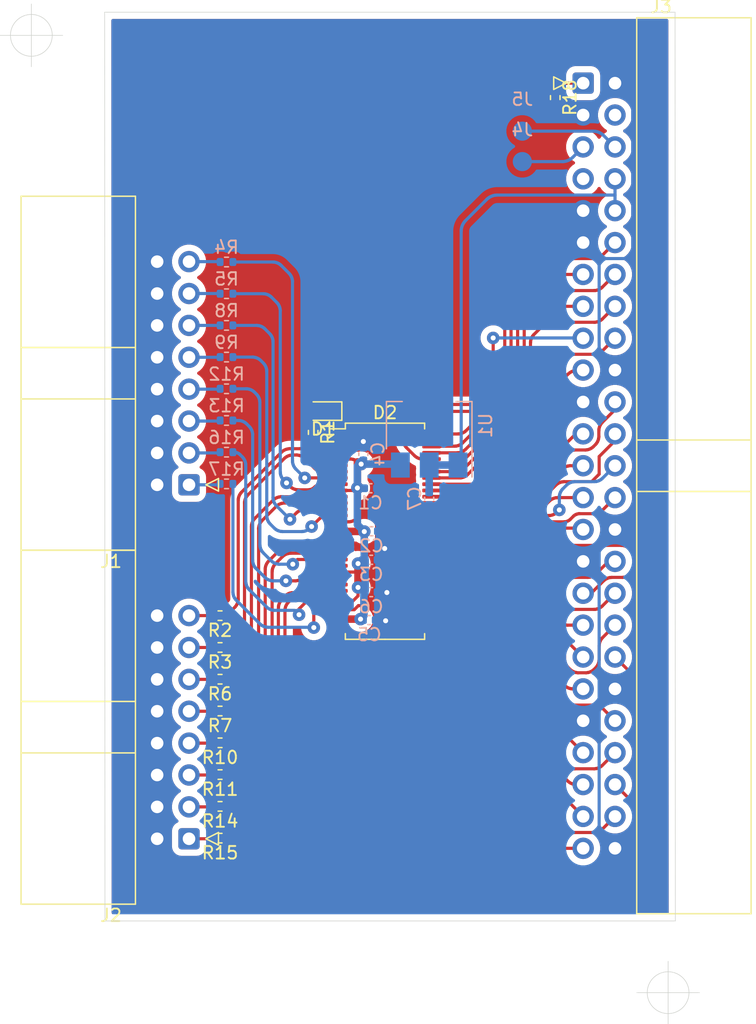
<source format=kicad_pcb>
(kicad_pcb (version 20171130) (host pcbnew 5.1.9+dfsg1-1)
  (layers (0 F.Cu signal) (31 B.Cu signal) (34 B.Paste user hide) (35 F.Paste user) (36 B.SilkS user) (37 F.SilkS user hide) (38 B.Mask user) (39 F.Mask user) (44 Edge.Cuts user))
  (net 0 "")
  (net 1 GND)
  (net 2 +3V3)
  (net 3 "Net-(C7-Pad1)")
  (net 4 "Net-(D1-Pad2)")
  (net 5 "Net-(D2-Pad27)")
  (net 6 "Net-(D2-Pad26)")
  (net 7 "Net-(D2-Pad25)")
  (net 8 "Net-(D2-Pad24)")
  (net 9 "Net-(D2-Pad22)")
  (net 10 "Net-(D2-Pad21)")
  (net 11 "Net-(D2-Pad20)")
  (net 12 "Net-(D2-Pad19)")
  (net 13 "Net-(D2-Pad14)")
  (net 14 "Net-(D2-Pad13)")
  (net 15 "Net-(D2-Pad12)")
  (net 16 "Net-(D2-Pad9)")
  (net 17 "Net-(D2-Pad8)")
  (net 18 "Net-(D2-Pad7)")
  (net 19 "Net-(D2-Pad6)")
  (net 20 "Net-(D2-Pad11)")
  (net 21 D0+)
  (net 22 D0-)
  (net 23 D1+)
  (net 24 D1-)
  (net 25 D2+)
  (net 26 D2-)
  (net 27 D3+)
  (net 28 D3-)
  (net 29 D4+)
  (net 30 D4-)
  (net 31 D5+)
  (net 32 D5-)
  (net 33 D6+)
  (net 34 D6-)
  (net 35 D7+)
  (net 36 D7-)
  (net 37 D8+)
  (net 38 D8-)
  (net 39 D9+)
  (net 40 D9-)
  (net 41 D10+)
  (net 42 D10-)
  (net 43 D11+)
  (net 44 D11-)
  (net 45 D12+)
  (net 46 D12-)
  (net 47 D13+)
  (net 48 D13-)
  (net 49 D14+)
  (net 50 D14-)
  (net 51 D15+)
  (net 52 D15-)
  (net 53 "Net-(J3-Pad6)")
  (net 54 "Net-(J3-Pad5)")
  (net 55 "Net-(J3-Pad1)")
  (net 56 D0)
  (net 57 D1)
  (net 58 D2)
  (net 59 D3)
  (net 60 D4)
  (net 61 D5)
  (net 62 D6)
  (net 63 D7)
  (net 64 D8)
  (net 65 D9)
  (net 66 D10)
  (net 67 D11)
  (net 68 D12)
  (net 69 D13)
  (net 70 D14)
  (net 71 D15)
  (module Connector_IDC:IDC-Header_2x25_P2.54mm_Horizontal (layer F.Cu) (at 72.0484 56.3684)
    (fp_text reference J3 (at 6.215 -6.1) (layer F.SilkS))
    (fp_text value Conn_02x25_Odd_Even)
    (pad 50 thru_hole circle (at 2.54 60.96) (size 1.7 1.7) (drill 1) (layers *.Cu *.Mask) (net 1 GND))
    (pad 48 thru_hole circle (at 2.54 58.42) (size 1.7 1.7) (drill 1) (layers *.Cu *.Mask) (net 35 D7+))
    (pad 46 thru_hole circle (at 2.54 55.88) (size 1.7 1.7) (drill 1) (layers *.Cu *.Mask) (net 34 D6-))
    (pad 44 thru_hole circle (at 2.54 53.34) (size 1.7 1.7) (drill 1) (layers *.Cu *.Mask) (net 51 D15+))
    (pad 42 thru_hole circle (at 2.54 50.8) (size 1.7 1.7) (drill 1) (layers *.Cu *.Mask) (net 49 D14+))
    (pad 40 thru_hole circle (at 2.54 48.26) (size 1.7 1.7) (drill 1) (layers *.Cu *.Mask) (net 1 GND))
    (pad 38 thru_hole circle (at 2.54 45.72) (size 1.7 1.7) (drill 1) (layers *.Cu *.Mask) (net 31 D5+))
    (pad 36 thru_hole circle (at 2.54 43.18) (size 1.7 1.7) (drill 1) (layers *.Cu *.Mask) (net 30 D4-))
    (pad 34 thru_hole circle (at 2.54 40.64) (size 1.7 1.7) (drill 1) (layers *.Cu *.Mask) (net 47 D13+))
    (pad 32 thru_hole circle (at 2.54 38.1) (size 1.7 1.7) (drill 1) (layers *.Cu *.Mask) (net 46 D12-))
    (pad 30 thru_hole circle (at 2.54 35.56) (size 1.7 1.7) (drill 1) (layers *.Cu *.Mask) (net 1 GND))
    (pad 28 thru_hole circle (at 2.54 33.02) (size 1.7 1.7) (drill 1) (layers *.Cu *.Mask) (net 27 D3+))
    (pad 26 thru_hole circle (at 2.54 30.48) (size 1.7 1.7) (drill 1) (layers *.Cu *.Mask) (net 26 D2-))
    (pad 24 thru_hole circle (at 2.54 27.94) (size 1.7 1.7) (drill 1) (layers *.Cu *.Mask) (net 44 D11-))
    (pad 22 thru_hole circle (at 2.54 25.4) (size 1.7 1.7) (drill 1) (layers *.Cu *.Mask) (net 42 D10-))
    (pad 20 thru_hole circle (at 2.54 22.86) (size 1.7 1.7) (drill 1) (layers *.Cu *.Mask) (net 1 GND))
    (pad 18 thru_hole circle (at 2.54 20.32) (size 1.7 1.7) (drill 1) (layers *.Cu *.Mask) (net 23 D1+))
    (pad 16 thru_hole circle (at 2.54 17.78) (size 1.7 1.7) (drill 1) (layers *.Cu *.Mask) (net 22 D0-))
    (pad 14 thru_hole circle (at 2.54 15.24) (size 1.7 1.7) (drill 1) (layers *.Cu *.Mask) (net 39 D9+))
    (pad 12 thru_hole circle (at 2.54 12.7) (size 1.7 1.7) (drill 1) (layers *.Cu *.Mask) (net 38 D8-))
    (pad 10 thru_hole circle (at 2.54 10.16) (size 1.7 1.7) (drill 1) (layers *.Cu *.Mask) (net 3 "Net-(C7-Pad1)"))
    (pad 8 thru_hole circle (at 2.54 7.62) (size 1.7 1.7) (drill 1) (layers *.Cu *.Mask) (net 3 "Net-(C7-Pad1)"))
    (pad 6 thru_hole circle (at 2.54 5.08) (size 1.7 1.7) (drill 1) (layers *.Cu *.Mask) (net 53 "Net-(J3-Pad6)"))
    (pad 4 thru_hole circle (at 2.54 2.54) (size 1.7 1.7) (drill 1) (layers *.Cu *.Mask))
    (pad 2 thru_hole circle (at 2.54 0) (size 1.7 1.7) (drill 1) (layers *.Cu *.Mask) (net 1 GND))
    (pad 49 thru_hole circle (at 0 60.96) (size 1.7 1.7) (drill 1) (layers *.Cu *.Mask) (net 36 D7-))
    (pad 47 thru_hole circle (at 0 58.42) (size 1.7 1.7) (drill 1) (layers *.Cu *.Mask) (net 33 D6+))
    (pad 45 thru_hole circle (at 0 55.88) (size 1.7 1.7) (drill 1) (layers *.Cu *.Mask) (net 52 D15-))
    (pad 43 thru_hole circle (at 0 53.34) (size 1.7 1.7) (drill 1) (layers *.Cu *.Mask) (net 50 D14-))
    (pad 41 thru_hole circle (at 0 50.8) (size 1.7 1.7) (drill 1) (layers *.Cu *.Mask) (net 1 GND))
    (pad 39 thru_hole circle (at 0 48.26) (size 1.7 1.7) (drill 1) (layers *.Cu *.Mask) (net 32 D5-))
    (pad 37 thru_hole circle (at 0 45.72) (size 1.7 1.7) (drill 1) (layers *.Cu *.Mask) (net 29 D4+))
    (pad 35 thru_hole circle (at 0 43.18) (size 1.7 1.7) (drill 1) (layers *.Cu *.Mask) (net 48 D13-))
    (pad 33 thru_hole circle (at 0 40.64) (size 1.7 1.7) (drill 1) (layers *.Cu *.Mask) (net 45 D12+))
    (pad 31 thru_hole circle (at 0 38.1) (size 1.7 1.7) (drill 1) (layers *.Cu *.Mask) (net 1 GND))
    (pad 29 thru_hole circle (at 0 35.56) (size 1.7 1.7) (drill 1) (layers *.Cu *.Mask) (net 28 D3-))
    (pad 27 thru_hole circle (at 0 33.02) (size 1.7 1.7) (drill 1) (layers *.Cu *.Mask) (net 25 D2+))
    (pad 25 thru_hole circle (at 0 30.48) (size 1.7 1.7) (drill 1) (layers *.Cu *.Mask) (net 43 D11+))
    (pad 23 thru_hole circle (at 0 27.94) (size 1.7 1.7) (drill 1) (layers *.Cu *.Mask) (net 41 D10+))
    (pad 21 thru_hole circle (at 0 25.4) (size 1.7 1.7) (drill 1) (layers *.Cu *.Mask) (net 1 GND))
    (pad 19 thru_hole circle (at 0 22.86) (size 1.7 1.7) (drill 1) (layers *.Cu *.Mask) (net 24 D1-))
    (pad 17 thru_hole circle (at 0 20.32) (size 1.7 1.7) (drill 1) (layers *.Cu *.Mask) (net 21 D0+))
    (pad 15 thru_hole circle (at 0 17.78) (size 1.7 1.7) (drill 1) (layers *.Cu *.Mask) (net 40 D9-))
    (pad 13 thru_hole circle (at 0 15.24) (size 1.7 1.7) (drill 1) (layers *.Cu *.Mask) (net 37 D8+))
    (pad 11 thru_hole circle (at 0 12.7) (size 1.7 1.7) (drill 1) (layers *.Cu *.Mask) (net 1 GND))
    (pad 9 thru_hole circle (at 0 10.16) (size 1.7 1.7) (drill 1) (layers *.Cu *.Mask) (net 1 GND))
    (pad 7 thru_hole circle (at 0 7.62) (size 1.7 1.7) (drill 1) (layers *.Cu *.Mask))
    (pad 5 thru_hole circle (at 0 5.08) (size 1.7 1.7) (drill 1) (layers *.Cu *.Mask) (net 54 "Net-(J3-Pad5)"))
    (pad 3 thru_hole circle (at 0 2.54) (size 1.7 1.7) (drill 1) (layers *.Cu *.Mask) (net 1 GND))
    (pad 1 thru_hole roundrect (at 0 0) (size 1.7 1.7) (drill 1) (layers *.Cu *.Mask) (roundrect_rratio 0.147059) (net 55 "Net-(J3-Pad1)"))
  )
  (module My-library:SMD-CONN (layer B.Cu) (at 67.1984 60.1934)
    (fp_text reference J5 (at 0 -2.54) (layer B.SilkS) (effects (justify mirror)))
    (fp_text value "D0-7 Vref")
    (pad 1 smd circle (at 0 0) (size 1.524 1.524) (layers B.Cu B.Paste B.Mask) (net 53 "Net-(J3-Pad6)"))
  )
  (module My-library:SMD-CONN (layer B.Cu) (at 67.1984 62.6184)
    (fp_text reference J4 (at 0 -2.54) (layer B.SilkS) (effects (justify mirror)))
    (fp_text value "D8-15 Vref")
    (pad 1 smd circle (at 0 0) (size 1.524 1.524) (layers B.Cu B.Paste B.Mask) (net 54 "Net-(J3-Pad5)"))
  )
  (module Package_TO_SOT_SMD:SOT-223 (layer B.Cu) (at 59.7734 83.6434 90)
    (fp_text reference U1 (at 0 4.5 90) (layer B.SilkS) (effects (justify mirror)))
    (fp_text value MC33375ST)
    (pad 1 smd rect (at -3.15 2.3 90) (size 2 1.5) (layers B.Cu B.Paste B.Mask) (net 3 "Net-(C7-Pad1)"))
    (pad 3 smd rect (at -3.15 -2.3 90) (size 2 1.5) (layers B.Cu B.Paste B.Mask) (net 2 +3V3))
    (pad 2 smd rect (at -3.15 0 90) (size 2 1.5) (layers B.Cu B.Paste B.Mask) (net 3 "Net-(C7-Pad1)"))
    (pad 4 smd rect (at 3.15 0 90) (size 2 3.8) (layers B.Cu B.Paste B.Mask) (net 1 GND))
  )
  (module Resistor_SMD:R_0402_1005Metric (layer F.Cu) (at 69.8234 57.5184 270)
    (fp_text reference R18 (at 0 -1.17 90) (layer F.SilkS))
    (fp_text value 100)
    (pad 2 smd roundrect (at 0.51 0 270) (size 0.54 0.64) (layers F.Cu F.Paste F.Mask) (net 1 GND))
    (pad 1 smd roundrect (at -0.51 0 270) (size 0.54 0.64) (layers F.Cu F.Paste F.Mask) (net 55 "Net-(J3-Pad1)"))
  )
  (module Connector_IDC:IDC-Header_2x08_P2.54mm_Horizontal (layer F.Cu) (at 40.6234 116.5684 180)
    (fp_text reference J2 (at 6.215 -6.1) (layer F.SilkS))
    (fp_text value Conn_02x08_Odd_Even)
    (pad 16 thru_hole circle (at 2.54 17.78 180) (size 1.7 1.7) (drill 1) (layers *.Cu *.Mask) (net 1 GND))
    (pad 14 thru_hole circle (at 2.54 15.24 180) (size 1.7 1.7) (drill 1) (layers *.Cu *.Mask) (net 1 GND))
    (pad 12 thru_hole circle (at 2.54 12.7 180) (size 1.7 1.7) (drill 1) (layers *.Cu *.Mask) (net 1 GND))
    (pad 10 thru_hole circle (at 2.54 10.16 180) (size 1.7 1.7) (drill 1) (layers *.Cu *.Mask) (net 1 GND))
    (pad 8 thru_hole circle (at 2.54 7.62 180) (size 1.7 1.7) (drill 1) (layers *.Cu *.Mask) (net 1 GND))
    (pad 6 thru_hole circle (at 2.54 5.08 180) (size 1.7 1.7) (drill 1) (layers *.Cu *.Mask) (net 1 GND))
    (pad 4 thru_hole circle (at 2.54 2.54 180) (size 1.7 1.7) (drill 1) (layers *.Cu *.Mask) (net 1 GND))
    (pad 2 thru_hole circle (at 2.54 0 180) (size 1.7 1.7) (drill 1) (layers *.Cu *.Mask) (net 1 GND))
    (pad 15 thru_hole circle (at 0 17.78 180) (size 1.7 1.7) (drill 1) (layers *.Cu *.Mask) (net 64 D8))
    (pad 13 thru_hole circle (at 0 15.24 180) (size 1.7 1.7) (drill 1) (layers *.Cu *.Mask) (net 65 D9))
    (pad 11 thru_hole circle (at 0 12.7 180) (size 1.7 1.7) (drill 1) (layers *.Cu *.Mask) (net 66 D10))
    (pad 9 thru_hole circle (at 0 10.16 180) (size 1.7 1.7) (drill 1) (layers *.Cu *.Mask) (net 67 D11))
    (pad 7 thru_hole circle (at 0 7.62 180) (size 1.7 1.7) (drill 1) (layers *.Cu *.Mask) (net 68 D12))
    (pad 5 thru_hole circle (at 0 5.08 180) (size 1.7 1.7) (drill 1) (layers *.Cu *.Mask) (net 69 D13))
    (pad 3 thru_hole circle (at 0 2.54 180) (size 1.7 1.7) (drill 1) (layers *.Cu *.Mask) (net 70 D14))
    (pad 1 thru_hole roundrect (at 0 0 180) (size 1.7 1.7) (drill 1) (layers *.Cu *.Mask) (roundrect_rratio 0.147059) (net 71 D15))
  )
  (module Connector_IDC:IDC-Header_2x08_P2.54mm_Horizontal (layer F.Cu) (at 40.6234 88.3684 180)
    (fp_text reference J1 (at 6.215 -6.1) (layer F.SilkS))
    (fp_text value Conn_02x08_Odd_Even)
    (pad 16 thru_hole circle (at 2.54 17.78 180) (size 1.7 1.7) (drill 1) (layers *.Cu *.Mask) (net 1 GND))
    (pad 14 thru_hole circle (at 2.54 15.24 180) (size 1.7 1.7) (drill 1) (layers *.Cu *.Mask) (net 1 GND))
    (pad 12 thru_hole circle (at 2.54 12.7 180) (size 1.7 1.7) (drill 1) (layers *.Cu *.Mask) (net 1 GND))
    (pad 10 thru_hole circle (at 2.54 10.16 180) (size 1.7 1.7) (drill 1) (layers *.Cu *.Mask) (net 1 GND))
    (pad 8 thru_hole circle (at 2.54 7.62 180) (size 1.7 1.7) (drill 1) (layers *.Cu *.Mask) (net 1 GND))
    (pad 6 thru_hole circle (at 2.54 5.08 180) (size 1.7 1.7) (drill 1) (layers *.Cu *.Mask) (net 1 GND))
    (pad 4 thru_hole circle (at 2.54 2.54 180) (size 1.7 1.7) (drill 1) (layers *.Cu *.Mask) (net 1 GND))
    (pad 2 thru_hole circle (at 2.54 0 180) (size 1.7 1.7) (drill 1) (layers *.Cu *.Mask) (net 1 GND))
    (pad 15 thru_hole circle (at 0 17.78 180) (size 1.7 1.7) (drill 1) (layers *.Cu *.Mask) (net 56 D0))
    (pad 13 thru_hole circle (at 0 15.24 180) (size 1.7 1.7) (drill 1) (layers *.Cu *.Mask) (net 57 D1))
    (pad 11 thru_hole circle (at 0 12.7 180) (size 1.7 1.7) (drill 1) (layers *.Cu *.Mask) (net 58 D2))
    (pad 9 thru_hole circle (at 0 10.16 180) (size 1.7 1.7) (drill 1) (layers *.Cu *.Mask) (net 59 D3))
    (pad 7 thru_hole circle (at 0 7.62 180) (size 1.7 1.7) (drill 1) (layers *.Cu *.Mask) (net 60 D4))
    (pad 5 thru_hole circle (at 0 5.08 180) (size 1.7 1.7) (drill 1) (layers *.Cu *.Mask) (net 61 D5))
    (pad 3 thru_hole circle (at 0 2.54 180) (size 1.7 1.7) (drill 1) (layers *.Cu *.Mask) (net 62 D6))
    (pad 1 thru_hole roundrect (at 0 0 180) (size 1.7 1.7) (drill 1) (layers *.Cu *.Mask) (roundrect_rratio 0.147059) (net 63 D7))
  )
  (module Resistor_SMD:R_0402_1005Metric (layer B.Cu) (at 43.6134 88.2934 180)
    (fp_text reference R17 (at 0 1.17) (layer B.SilkS) (effects (justify mirror)))
    (fp_text value 100)
    (pad 2 smd roundrect (at 0.51 0 180) (size 0.54 0.64) (layers B.Cu B.Paste B.Mask) (net 63 D7))
    (pad 1 smd roundrect (at -0.51 0 180) (size 0.54 0.64) (layers B.Cu B.Paste B.Mask) (net 5 "Net-(D2-Pad27)"))
  )
  (module Resistor_SMD:R_0402_1005Metric (layer B.Cu) (at 43.6134 85.7684 180)
    (fp_text reference R16 (at 0 1.17) (layer B.SilkS) (effects (justify mirror)))
    (fp_text value 100)
    (pad 2 smd roundrect (at 0.51 0 180) (size 0.54 0.64) (layers B.Cu B.Paste B.Mask) (net 62 D6))
    (pad 1 smd roundrect (at -0.51 0 180) (size 0.54 0.64) (layers B.Cu B.Paste B.Mask) (net 6 "Net-(D2-Pad26)"))
  )
  (module Resistor_SMD:R_0402_1005Metric (layer F.Cu) (at 43.0984 116.5184 180)
    (fp_text reference R15 (at 0 -1.17) (layer F.SilkS))
    (fp_text value 100)
    (pad 2 smd roundrect (at 0.51 0 180) (size 0.54 0.64) (layers F.Cu F.Paste F.Mask) (net 71 D15))
    (pad 1 smd roundrect (at -0.51 0 180) (size 0.54 0.64) (layers F.Cu F.Paste F.Mask) (net 7 "Net-(D2-Pad25)"))
  )
  (module Resistor_SMD:R_0402_1005Metric (layer F.Cu) (at 43.0984 113.986252 180)
    (fp_text reference R14 (at 0 -1.17) (layer F.SilkS))
    (fp_text value 100)
    (pad 2 smd roundrect (at 0.51 0 180) (size 0.54 0.64) (layers F.Cu F.Paste F.Mask) (net 70 D14))
    (pad 1 smd roundrect (at -0.51 0 180) (size 0.54 0.64) (layers F.Cu F.Paste F.Mask) (net 8 "Net-(D2-Pad24)"))
  )
  (module Resistor_SMD:R_0402_1005Metric (layer B.Cu) (at 43.6134 83.2434 180)
    (fp_text reference R13 (at 0 1.17) (layer B.SilkS) (effects (justify mirror)))
    (fp_text value 100)
    (pad 2 smd roundrect (at 0.51 0 180) (size 0.54 0.64) (layers B.Cu B.Paste B.Mask) (net 61 D5))
    (pad 1 smd roundrect (at -0.51 0 180) (size 0.54 0.64) (layers B.Cu B.Paste B.Mask) (net 9 "Net-(D2-Pad22)"))
  )
  (module Resistor_SMD:R_0402_1005Metric (layer B.Cu) (at 43.6134 80.7184 180)
    (fp_text reference R12 (at 0 1.17) (layer B.SilkS) (effects (justify mirror)))
    (fp_text value 100)
    (pad 2 smd roundrect (at 0.51 0 180) (size 0.54 0.64) (layers B.Cu B.Paste B.Mask) (net 60 D4))
    (pad 1 smd roundrect (at -0.51 0 180) (size 0.54 0.64) (layers B.Cu B.Paste B.Mask) (net 10 "Net-(D2-Pad21)"))
  )
  (module Resistor_SMD:R_0402_1005Metric (layer F.Cu) (at 43.0984 111.45411 180)
    (fp_text reference R11 (at 0 -1.17) (layer F.SilkS))
    (fp_text value 100)
    (pad 2 smd roundrect (at 0.51 0 180) (size 0.54 0.64) (layers F.Cu F.Paste F.Mask) (net 69 D13))
    (pad 1 smd roundrect (at -0.51 0 180) (size 0.54 0.64) (layers F.Cu F.Paste F.Mask) (net 11 "Net-(D2-Pad20)"))
  )
  (module Resistor_SMD:R_0402_1005Metric (layer F.Cu) (at 43.0984 108.921968 180)
    (fp_text reference R10 (at 0 -1.17) (layer F.SilkS))
    (fp_text value 100)
    (pad 2 smd roundrect (at 0.51 0 180) (size 0.54 0.64) (layers F.Cu F.Paste F.Mask) (net 68 D12))
    (pad 1 smd roundrect (at -0.51 0 180) (size 0.54 0.64) (layers F.Cu F.Paste F.Mask) (net 12 "Net-(D2-Pad19)"))
  )
  (module Resistor_SMD:R_0402_1005Metric (layer B.Cu) (at 43.6134 78.1934 180)
    (fp_text reference R9 (at 0 1.17) (layer B.SilkS) (effects (justify mirror)))
    (fp_text value 100)
    (pad 2 smd roundrect (at 0.51 0 180) (size 0.54 0.64) (layers B.Cu B.Paste B.Mask) (net 59 D3))
    (pad 1 smd roundrect (at -0.51 0 180) (size 0.54 0.64) (layers B.Cu B.Paste B.Mask) (net 13 "Net-(D2-Pad14)"))
  )
  (module Resistor_SMD:R_0402_1005Metric (layer B.Cu) (at 43.6134 75.6684 180)
    (fp_text reference R8 (at 0 1.17) (layer B.SilkS) (effects (justify mirror)))
    (fp_text value 100)
    (pad 2 smd roundrect (at 0.51 0 180) (size 0.54 0.64) (layers B.Cu B.Paste B.Mask) (net 58 D2))
    (pad 1 smd roundrect (at -0.51 0 180) (size 0.54 0.64) (layers B.Cu B.Paste B.Mask) (net 14 "Net-(D2-Pad13)"))
  )
  (module Resistor_SMD:R_0402_1005Metric (layer F.Cu) (at 43.0984 106.389826 180)
    (fp_text reference R7 (at 0 -1.17) (layer F.SilkS))
    (fp_text value 100)
    (pad 2 smd roundrect (at 0.51 0 180) (size 0.54 0.64) (layers F.Cu F.Paste F.Mask) (net 67 D11))
    (pad 1 smd roundrect (at -0.51 0 180) (size 0.54 0.64) (layers F.Cu F.Paste F.Mask) (net 15 "Net-(D2-Pad12)"))
  )
  (module Resistor_SMD:R_0402_1005Metric (layer F.Cu) (at 43.0984 103.857684 180)
    (fp_text reference R6 (at 0 -1.17) (layer F.SilkS))
    (fp_text value 100)
    (pad 2 smd roundrect (at 0.51 0 180) (size 0.54 0.64) (layers F.Cu F.Paste F.Mask) (net 66 D10))
    (pad 1 smd roundrect (at -0.51 0 180) (size 0.54 0.64) (layers F.Cu F.Paste F.Mask) (net 20 "Net-(D2-Pad11)"))
  )
  (module Resistor_SMD:R_0402_1005Metric (layer B.Cu) (at 43.6134 73.1434 180)
    (fp_text reference R5 (at 0 1.17) (layer B.SilkS) (effects (justify mirror)))
    (fp_text value 100)
    (pad 2 smd roundrect (at 0.51 0 180) (size 0.54 0.64) (layers B.Cu B.Paste B.Mask) (net 57 D1))
    (pad 1 smd roundrect (at -0.51 0 180) (size 0.54 0.64) (layers B.Cu B.Paste B.Mask) (net 16 "Net-(D2-Pad9)"))
  )
  (module Resistor_SMD:R_0402_1005Metric (layer B.Cu) (at 43.6134 70.6184 180)
    (fp_text reference R4 (at 0 1.17) (layer B.SilkS) (effects (justify mirror)))
    (fp_text value 100)
    (pad 2 smd roundrect (at 0.51 0 180) (size 0.54 0.64) (layers B.Cu B.Paste B.Mask) (net 56 D0))
    (pad 1 smd roundrect (at -0.51 0 180) (size 0.54 0.64) (layers B.Cu B.Paste B.Mask) (net 17 "Net-(D2-Pad8)"))
  )
  (module Resistor_SMD:R_0402_1005Metric (layer F.Cu) (at 43.0984 101.325542 180)
    (fp_text reference R3 (at 0 -1.17) (layer F.SilkS))
    (fp_text value 100)
    (pad 2 smd roundrect (at 0.51 0 180) (size 0.54 0.64) (layers F.Cu F.Paste F.Mask) (net 65 D9))
    (pad 1 smd roundrect (at -0.51 0 180) (size 0.54 0.64) (layers F.Cu F.Paste F.Mask) (net 18 "Net-(D2-Pad7)"))
  )
  (module Resistor_SMD:R_0402_1005Metric (layer F.Cu) (at 43.0984 98.7934 180)
    (fp_text reference R2 (at 0 -1.17) (layer F.SilkS))
    (fp_text value 100)
    (pad 2 smd roundrect (at 0.51 0 180) (size 0.54 0.64) (layers F.Cu F.Paste F.Mask) (net 64 D8))
    (pad 1 smd roundrect (at -0.51 0 180) (size 0.54 0.64) (layers F.Cu F.Paste F.Mask) (net 19 "Net-(D2-Pad6)"))
  )
  (module Resistor_SMD:R_0402_1005Metric (layer F.Cu) (at 50.5234 84.1934 270)
    (fp_text reference R1 (at 0 -1.17 90) (layer F.SilkS))
    (fp_text value 470)
    (pad 2 smd roundrect (at 0.51 0 270) (size 0.54 0.64) (layers F.Cu F.Paste F.Mask) (net 2 +3V3))
    (pad 1 smd roundrect (at -0.51 0 270) (size 0.54 0.64) (layers F.Cu F.Paste F.Mask) (net 4 "Net-(D1-Pad2)"))
  )
  (module Package_SO:TSSOP-64_6.1x17mm_P0.5mm (layer F.Cu) (at 56.248401 92.068401)
    (fp_text reference D2 (at 0 -9.45) (layer F.SilkS))
    (fp_text value SN65LVDS1677)
    (pad 64 smd roundrect (at 3.7125 -7.75) (size 1.475 0.3) (layers F.Cu F.Paste F.Mask) (net 37 D8+))
    (pad 63 smd roundrect (at 3.7125 -7.25) (size 1.475 0.3) (layers F.Cu F.Paste F.Mask) (net 38 D8-))
    (pad 62 smd roundrect (at 3.7125 -6.75) (size 1.475 0.3) (layers F.Cu F.Paste F.Mask) (net 39 D9+))
    (pad 61 smd roundrect (at 3.7125 -6.25) (size 1.475 0.3) (layers F.Cu F.Paste F.Mask) (net 40 D9-))
    (pad 60 smd roundrect (at 3.7125 -5.75) (size 1.475 0.3) (layers F.Cu F.Paste F.Mask) (net 21 D0+))
    (pad 59 smd roundrect (at 3.7125 -5.25) (size 1.475 0.3) (layers F.Cu F.Paste F.Mask) (net 22 D0-))
    (pad 58 smd roundrect (at 3.7125 -4.75) (size 1.475 0.3) (layers F.Cu F.Paste F.Mask) (net 23 D1+))
    (pad 57 smd roundrect (at 3.7125 -4.25) (size 1.475 0.3) (layers F.Cu F.Paste F.Mask) (net 24 D1-))
    (pad 56 smd roundrect (at 3.7125 -3.75) (size 1.475 0.3) (layers F.Cu F.Paste F.Mask) (net 41 D10+))
    (pad 55 smd roundrect (at 3.7125 -3.25) (size 1.475 0.3) (layers F.Cu F.Paste F.Mask) (net 42 D10-))
    (pad 54 smd roundrect (at 3.7125 -2.75) (size 1.475 0.3) (layers F.Cu F.Paste F.Mask) (net 43 D11+))
    (pad 53 smd roundrect (at 3.7125 -2.25) (size 1.475 0.3) (layers F.Cu F.Paste F.Mask) (net 44 D11-))
    (pad 52 smd roundrect (at 3.7125 -1.75) (size 1.475 0.3) (layers F.Cu F.Paste F.Mask) (net 25 D2+))
    (pad 51 smd roundrect (at 3.7125 -1.25) (size 1.475 0.3) (layers F.Cu F.Paste F.Mask) (net 26 D2-))
    (pad 50 smd roundrect (at 3.7125 -0.75) (size 1.475 0.3) (layers F.Cu F.Paste F.Mask) (net 27 D3+))
    (pad 49 smd roundrect (at 3.7125 -0.25) (size 1.475 0.3) (layers F.Cu F.Paste F.Mask) (net 28 D3-))
    (pad 48 smd roundrect (at 3.7125 0.25) (size 1.475 0.3) (layers F.Cu F.Paste F.Mask) (net 45 D12+))
    (pad 47 smd roundrect (at 3.7125 0.75) (size 1.475 0.3) (layers F.Cu F.Paste F.Mask) (net 46 D12-))
    (pad 46 smd roundrect (at 3.7125 1.25) (size 1.475 0.3) (layers F.Cu F.Paste F.Mask) (net 47 D13+))
    (pad 45 smd roundrect (at 3.7125 1.75) (size 1.475 0.3) (layers F.Cu F.Paste F.Mask) (net 48 D13-))
    (pad 44 smd roundrect (at 3.7125 2.25) (size 1.475 0.3) (layers F.Cu F.Paste F.Mask) (net 29 D4+))
    (pad 43 smd roundrect (at 3.7125 2.75) (size 1.475 0.3) (layers F.Cu F.Paste F.Mask) (net 30 D4-))
    (pad 42 smd roundrect (at 3.7125 3.25) (size 1.475 0.3) (layers F.Cu F.Paste F.Mask) (net 31 D5+))
    (pad 41 smd roundrect (at 3.7125 3.75) (size 1.475 0.3) (layers F.Cu F.Paste F.Mask) (net 32 D5-))
    (pad 40 smd roundrect (at 3.7125 4.25) (size 1.475 0.3) (layers F.Cu F.Paste F.Mask) (net 49 D14+))
    (pad 39 smd roundrect (at 3.7125 4.75) (size 1.475 0.3) (layers F.Cu F.Paste F.Mask) (net 50 D14-))
    (pad 38 smd roundrect (at 3.7125 5.25) (size 1.475 0.3) (layers F.Cu F.Paste F.Mask) (net 51 D15+))
    (pad 37 smd roundrect (at 3.7125 5.75) (size 1.475 0.3) (layers F.Cu F.Paste F.Mask) (net 52 D15-))
    (pad 36 smd roundrect (at 3.7125 6.25) (size 1.475 0.3) (layers F.Cu F.Paste F.Mask) (net 33 D6+))
    (pad 35 smd roundrect (at 3.7125 6.75) (size 1.475 0.3) (layers F.Cu F.Paste F.Mask) (net 34 D6-))
    (pad 34 smd roundrect (at 3.7125 7.25) (size 1.475 0.3) (layers F.Cu F.Paste F.Mask) (net 35 D7+))
    (pad 33 smd roundrect (at 3.7125 7.75) (size 1.475 0.3) (layers F.Cu F.Paste F.Mask) (net 36 D7-))
    (pad 32 smd roundrect (at -3.7125 7.75) (size 1.475 0.3) (layers F.Cu F.Paste F.Mask) (net 1 GND))
    (pad 31 smd roundrect (at -3.7125 7.25) (size 1.475 0.3) (layers F.Cu F.Paste F.Mask) (net 2 +3V3))
    (pad 30 smd roundrect (at -3.7125 6.75) (size 1.475 0.3) (layers F.Cu F.Paste F.Mask) (net 2 +3V3))
    (pad 29 smd roundrect (at -3.7125 6.25) (size 1.475 0.3) (layers F.Cu F.Paste F.Mask) (net 1 GND))
    (pad 28 smd roundrect (at -3.7125 5.75) (size 1.475 0.3) (layers F.Cu F.Paste F.Mask) (net 2 +3V3))
    (pad 27 smd roundrect (at -3.7125 5.25) (size 1.475 0.3) (layers F.Cu F.Paste F.Mask) (net 5 "Net-(D2-Pad27)"))
    (pad 26 smd roundrect (at -3.7125 4.75) (size 1.475 0.3) (layers F.Cu F.Paste F.Mask) (net 6 "Net-(D2-Pad26)"))
    (pad 25 smd roundrect (at -3.7125 4.25) (size 1.475 0.3) (layers F.Cu F.Paste F.Mask) (net 7 "Net-(D2-Pad25)"))
    (pad 24 smd roundrect (at -3.7125 3.75) (size 1.475 0.3) (layers F.Cu F.Paste F.Mask) (net 8 "Net-(D2-Pad24)"))
    (pad 23 smd roundrect (at -3.7125 3.25) (size 1.475 0.3) (layers F.Cu F.Paste F.Mask) (net 2 +3V3))
    (pad 22 smd roundrect (at -3.7125 2.75) (size 1.475 0.3) (layers F.Cu F.Paste F.Mask) (net 9 "Net-(D2-Pad22)"))
    (pad 21 smd roundrect (at -3.7125 2.25) (size 1.475 0.3) (layers F.Cu F.Paste F.Mask) (net 10 "Net-(D2-Pad21)"))
    (pad 20 smd roundrect (at -3.7125 1.75) (size 1.475 0.3) (layers F.Cu F.Paste F.Mask) (net 11 "Net-(D2-Pad20)"))
    (pad 19 smd roundrect (at -3.7125 1.25) (size 1.475 0.3) (layers F.Cu F.Paste F.Mask) (net 12 "Net-(D2-Pad19)"))
    (pad 18 smd roundrect (at -3.7125 0.75) (size 1.475 0.3) (layers F.Cu F.Paste F.Mask) (net 1 GND))
    (pad 17 smd roundrect (at -3.7125 0.25) (size 1.475 0.3) (layers F.Cu F.Paste F.Mask) (net 2 +3V3))
    (pad 16 smd roundrect (at -3.7125 -0.25) (size 1.475 0.3) (layers F.Cu F.Paste F.Mask) (net 2 +3V3))
    (pad 15 smd roundrect (at -3.7125 -0.75) (size 1.475 0.3) (layers F.Cu F.Paste F.Mask) (net 1 GND))
    (pad 14 smd roundrect (at -3.7125 -1.25) (size 1.475 0.3) (layers F.Cu F.Paste F.Mask) (net 13 "Net-(D2-Pad14)"))
    (pad 13 smd roundrect (at -3.7125 -1.75) (size 1.475 0.3) (layers F.Cu F.Paste F.Mask) (net 14 "Net-(D2-Pad13)"))
    (pad 12 smd roundrect (at -3.7125 -2.25) (size 1.475 0.3) (layers F.Cu F.Paste F.Mask) (net 15 "Net-(D2-Pad12)"))
    (pad 11 smd roundrect (at -3.7125 -2.75) (size 1.475 0.3) (layers F.Cu F.Paste F.Mask) (net 20 "Net-(D2-Pad11)"))
    (pad 10 smd roundrect (at -3.7125 -3.25) (size 1.475 0.3) (layers F.Cu F.Paste F.Mask) (net 2 +3V3))
    (pad 9 smd roundrect (at -3.7125 -3.75) (size 1.475 0.3) (layers F.Cu F.Paste F.Mask) (net 16 "Net-(D2-Pad9)"))
    (pad 8 smd roundrect (at -3.7125 -4.25) (size 1.475 0.3) (layers F.Cu F.Paste F.Mask) (net 17 "Net-(D2-Pad8)"))
    (pad 7 smd roundrect (at -3.7125 -4.75) (size 1.475 0.3) (layers F.Cu F.Paste F.Mask) (net 18 "Net-(D2-Pad7)"))
    (pad 6 smd roundrect (at -3.7125 -5.25) (size 1.475 0.3) (layers F.Cu F.Paste F.Mask) (net 19 "Net-(D2-Pad6)"))
    (pad 5 smd roundrect (at -3.7125 -5.75) (size 1.475 0.3) (layers F.Cu F.Paste F.Mask) (net 2 +3V3))
    (pad 4 smd roundrect (at -3.7125 -6.25) (size 1.475 0.3) (layers F.Cu F.Paste F.Mask) (net 1 GND))
    (pad 3 smd roundrect (at -3.7125 -6.75) (size 1.475 0.3) (layers F.Cu F.Paste F.Mask) (net 2 +3V3))
    (pad 2 smd roundrect (at -3.7125 -7.25) (size 1.475 0.3) (layers F.Cu F.Paste F.Mask) (net 2 +3V3))
    (pad 1 smd roundrect (at -3.7125 -7.75) (size 1.475 0.3) (layers F.Cu F.Paste F.Mask) (net 1 GND))
  )
  (module LED_SMD:LED_0603_1608Metric (layer F.Cu) (at 51.3234 82.4934 180)
    (fp_text reference D1 (at 0 -1.43) (layer F.SilkS))
    (fp_text value LED)
    (pad 2 smd roundrect (at 0.7875 0 180) (size 0.875 0.95) (layers F.Cu F.Paste F.Mask) (net 4 "Net-(D1-Pad2)"))
    (pad 1 smd roundrect (at -0.7875 0 180) (size 0.875 0.95) (layers F.Cu F.Paste F.Mask) (net 1 GND))
  )
  (module Capacitor_SMD:C_0402_1005Metric (layer B.Cu) (at 59.7734 89.4684 270)
    (fp_text reference C7 (at 0 1.16 90) (layer B.SilkS) (effects (justify mirror)))
    (fp_text value 0.1)
    (pad 2 smd roundrect (at 0.48 0 270) (size 0.56 0.62) (layers B.Cu B.Paste B.Mask) (net 1 GND))
    (pad 1 smd roundrect (at -0.48 0 270) (size 0.56 0.62) (layers B.Cu B.Paste B.Mask) (net 3 "Net-(C7-Pad1)"))
  )
  (module Capacitor_SMD:C_0402_1005Metric (layer B.Cu) (at 55.15 96.9184)
    (fp_text reference C6 (at 0 1.16) (layer B.SilkS) (effects (justify mirror)))
    (fp_text value 0.1)
    (pad 2 smd roundrect (at 0.48 0) (size 0.56 0.62) (layers B.Cu B.Paste B.Mask) (net 1 GND))
    (pad 1 smd roundrect (at -0.48 0) (size 0.56 0.62) (layers B.Cu B.Paste B.Mask) (net 2 +3V3))
  )
  (module Capacitor_SMD:C_0402_1005Metric (layer B.Cu) (at 54.9984 99.1434)
    (fp_text reference C5 (at 0 1.16) (layer B.SilkS) (effects (justify mirror)))
    (fp_text value 0.1)
    (pad 2 smd roundrect (at 0.48 0) (size 0.56 0.62) (layers B.Cu B.Paste B.Mask) (net 1 GND))
    (pad 1 smd roundrect (at -0.48 0) (size 0.56 0.62) (layers B.Cu B.Paste B.Mask) (net 2 +3V3))
  )
  (module Capacitor_SMD:C_0402_1005Metric (layer B.Cu) (at 54.5234 85.9184 90)
    (fp_text reference C4 (at 0 1.16 -90) (layer B.SilkS) (effects (justify mirror)))
    (fp_text value 0.1)
    (pad 2 smd roundrect (at 0.48 0 90) (size 0.56 0.62) (layers B.Cu B.Paste B.Mask) (net 1 GND))
    (pad 1 smd roundrect (at -0.48 0 90) (size 0.56 0.62) (layers B.Cu B.Paste B.Mask) (net 2 +3V3))
  )
  (module Capacitor_SMD:C_0402_1005Metric (layer B.Cu) (at 55.1484 94.3434)
    (fp_text reference C3 (at 0 1.16) (layer B.SilkS) (effects (justify mirror)))
    (fp_text value 0.1)
    (pad 2 smd roundrect (at 0.48 0) (size 0.56 0.62) (layers B.Cu B.Paste B.Mask) (net 1 GND))
    (pad 1 smd roundrect (at -0.48 0) (size 0.56 0.62) (layers B.Cu B.Paste B.Mask) (net 2 +3V3))
  )
  (module Capacitor_SMD:C_0402_1005Metric (layer B.Cu) (at 55.1734 92.0684)
    (fp_text reference C2 (at 0 1.16) (layer B.SilkS) (effects (justify mirror)))
    (fp_text value 0.1)
    (pad 2 smd roundrect (at 0.48 0) (size 0.56 0.62) (layers B.Cu B.Paste B.Mask) (net 1 GND))
    (pad 1 smd roundrect (at -0.48 0) (size 0.56 0.62) (layers B.Cu B.Paste B.Mask) (net 2 +3V3))
  )
  (module Capacitor_SMD:C_0402_1005Metric (layer B.Cu) (at 55.0984 88.6434)
    (fp_text reference C1 (at 0 1.16) (layer B.SilkS) (effects (justify mirror)))
    (fp_text value 0.1)
    (pad 2 smd roundrect (at 0.48 0) (size 0.56 0.62) (layers B.Cu B.Paste B.Mask) (net 1 GND))
    (pad 1 smd roundrect (at -0.48 0) (size 0.56 0.62) (layers B.Cu B.Paste B.Mask) (net 2 +3V3))
  )
  (target plus (at 78.82128 128.8288) (size 5) (width 0.05) (layer Edge.Cuts))
  (target plus (at 28.0543 52.56022) (size 5) (width 0.05) (layer Edge.Cuts))
  (gr_line (start 33.8984 50.7184) (end 79.3734 50.7184) (layer Edge.Cuts) (width 0.05))
  (gr_line (start 33.9234 123.1184) (end 33.8984 50.7184) (layer Edge.Cuts) (width 0.05))
  (gr_line (start 79.3984 123.1184) (end 33.9234 123.1184) (layer Edge.Cuts) (width 0.05))
  (gr_line (start 79.3734 50.7184) (end 79.3984 123.1184) (layer Edge.Cuts) (width 0.05))
  (segment (start 54.423401 84.318401) (end 55.5734 85.4684) (width 0.25) (layer F.Cu) (net 1))
  (segment (start 55.5734 91.3184) (end 55.5734 92.7684) (width 0.25) (layer F.Cu) (net 1))
  (segment (start 55.5734 92.7684) (end 55.5734 96.9434) (width 0.25) (layer F.Cu) (net 1))
  (segment (start 53.823401 84.318401) (end 54.423401 84.318401) (width 0.25) (layer F.Cu) (net 1))
  (segment (start 52.535901 82.918401) (end 52.1109 82.4934) (width 0.25) (layer F.Cu) (net 1))
  (segment (start 38.0834 70.5934) (end 38.0834 73.1334) (width 0.25) (layer F.Cu) (net 1))
  (segment (start 38.0834 73.1334) (end 38.0834 75.6734) (width 0.25) (layer F.Cu) (net 1))
  (segment (start 38.0834 75.6734) (end 38.0834 78.2134) (width 0.25) (layer F.Cu) (net 1))
  (segment (start 38.0834 78.2134) (end 38.0834 80.7534) (width 0.25) (layer F.Cu) (net 1))
  (segment (start 38.0834 80.7534) (end 38.0834 83.2934) (width 0.25) (layer F.Cu) (net 1))
  (segment (start 38.0834 83.2934) (end 38.0834 85.8334) (width 0.25) (layer F.Cu) (net 1))
  (segment (start 38.0834 85.8334) (end 38.0834 88.3734) (width 0.25) (layer F.Cu) (net 1))
  (segment (start 38.0834 98.9684) (end 38.0584 98.9934) (width 0.25) (layer F.Cu) (net 1))
  (segment (start 38.0834 88.3734) (end 38.0834 98.9684) (width 0.25) (layer F.Cu) (net 1))
  (segment (start 38.0584 98.9934) (end 38.0584 101.5334) (width 0.25) (layer F.Cu) (net 1))
  (segment (start 38.0584 101.5334) (end 38.0584 104.0734) (width 0.25) (layer F.Cu) (net 1))
  (segment (start 38.0584 104.0734) (end 38.0584 106.6134) (width 0.25) (layer F.Cu) (net 1))
  (segment (start 38.0584 106.6134) (end 38.0584 109.1534) (width 0.25) (layer F.Cu) (net 1))
  (segment (start 38.0584 109.1534) (end 38.0584 111.6934) (width 0.25) (layer F.Cu) (net 1))
  (segment (start 38.0584 111.6934) (end 38.0584 114.2334) (width 0.25) (layer F.Cu) (net 1))
  (segment (start 38.0584 114.2334) (end 38.0584 116.7734) (width 0.25) (layer F.Cu) (net 1))
  (segment (start 54.5234 85.4384) (end 54.5234 85.2934) (width 0.25) (layer B.Cu) (net 1))
  (via (at 54.5234 84.9184) (size 0.8) (drill 0.4) (layers F.Cu B.Cu) (net 1))
  (segment (start 55.5734 98.9184) (end 55.5734 98.3184) (width 0.25) (layer F.Cu) (net 1))
  (segment (start 55.5734 99.3934) (end 55.5734 99.3934) (width 0.25) (layer F.Cu) (net 1))
  (segment (start 55.6284 92.0934) (end 55.6534 92.0684) (width 0.25) (layer B.Cu) (net 1))
  (segment (start 55.6284 94.3434) (end 55.6284 93.4634) (width 0.25) (layer B.Cu) (net 1))
  (segment (start 55.7534 90.7484) (end 55.6534 90.8484) (width 0.25) (layer B.Cu) (net 1))
  (segment (start 59.0484 90.7484) (end 55.7534 90.7484) (width 0.25) (layer B.Cu) (net 1))
  (segment (start 55.6534 90.8484) (end 55.6534 92.0684) (width 0.25) (layer B.Cu) (net 1))
  (segment (start 55.6284 93.4634) (end 55.6284 92.0934) (width 0.25) (layer B.Cu) (net 1))
  (via (at 56.2234 93.4434) (size 0.8) (drill 0.4) (layers F.Cu B.Cu) (net 1))
  (via (at 56.4 96.95) (size 0.8) (drill 0.4) (layers F.Cu B.Cu) (net 1))
  (segment (start 55.5734 99.3934) (end 55.5734 98.9184) (width 0.25) (layer F.Cu) (net 1))
  (via (at 56.3 99.2) (size 0.8) (drill 0.4) (layers F.Cu B.Cu) (net 1))
  (segment (start 52.1109 82.4934) (end 52.1109 69.2059) (width 0.25) (layer F.Cu) (net 1))
  (segment (start 52.1109 69.2059) (end 50.2484 67.3434) (width 0.25) (layer F.Cu) (net 1))
  (segment (start 50.2484 67.3434) (end 39.5484 67.3434) (width 0.25) (layer F.Cu) (net 1))
  (segment (start 38.0834 68.8084) (end 38.0834 70.5934) (width 0.25) (layer F.Cu) (net 1))
  (segment (start 39.5484 67.3434) (end 38.0834 68.8084) (width 0.25) (layer F.Cu) (net 1))
  (segment (start 74.5884 117.3284) (end 73.3234 116.0634) (width 0.25) (layer B.Cu) (net 1))
  (segment (start 73.3234 93.1934) (end 74.5884 91.9284) (width 0.25) (layer B.Cu) (net 1))
  (segment (start 73.3234 93.1934) (end 72.0484 94.4684) (width 0.25) (layer B.Cu) (net 1))
  (segment (start 74.5884 56.3684) (end 72.0484 58.9084) (width 0.25) (layer B.Cu) (net 1))
  (segment (start 72.0484 66.5284) (end 72.0484 69.0684) (width 0.25) (layer B.Cu) (net 1))
  (segment (start 74.5884 79.2284) (end 72.0484 81.7684) (width 0.25) (layer B.Cu) (net 1))
  (segment (start 72.0484 69.0684) (end 73.3234 70.3434) (width 0.25) (layer B.Cu) (net 1))
  (segment (start 73.3234 77.9634) (end 74.5884 79.2284) (width 0.25) (layer B.Cu) (net 1))
  (segment (start 73.3234 70.3434) (end 73.3234 77.9634) (width 0.25) (layer B.Cu) (net 1))
  (segment (start 74.5884 91.9284) (end 76.2234 90.2934) (width 0.25) (layer B.Cu) (net 1))
  (segment (start 76.2234 80.8634) (end 74.5884 79.2284) (width 0.25) (layer B.Cu) (net 1))
  (segment (start 76.2234 90.2934) (end 76.2234 80.8634) (width 0.25) (layer B.Cu) (net 1))
  (segment (start 73.2984 105.9184) (end 73.3234 105.9184) (width 0.25) (layer B.Cu) (net 1))
  (segment (start 72.0484 107.1684) (end 73.2984 105.9184) (width 0.25) (layer B.Cu) (net 1))
  (segment (start 73.3234 105.9184) (end 73.3234 93.1934) (width 0.25) (layer B.Cu) (net 1))
  (segment (start 73.3234 116.0634) (end 73.3234 105.9184) (width 0.25) (layer B.Cu) (net 1))
  (segment (start 73.3234 105.8934) (end 74.5884 104.6284) (width 0.25) (layer B.Cu) (net 1))
  (segment (start 73.3234 105.9184) (end 73.3234 105.8934) (width 0.25) (layer B.Cu) (net 1))
  (segment (start 73.3234 70.3434) (end 75.5234 70.3434) (width 0.25) (layer B.Cu) (net 1))
  (segment (start 75.5234 70.3434) (end 75.9984 69.8684) (width 0.25) (layer B.Cu) (net 1))
  (segment (start 75.9984 57.7784) (end 74.5884 56.3684) (width 0.25) (layer B.Cu) (net 1))
  (segment (start 75.9984 69.8684) (end 75.9984 57.7784) (width 0.25) (layer B.Cu) (net 1))
  (segment (start 70.7034 58.9084) (end 69.8234 58.0284) (width 0.25) (layer F.Cu) (net 1))
  (segment (start 72.0484 58.9084) (end 70.7034 58.9084) (width 0.25) (layer F.Cu) (net 1))
  (segment (start 72.0484 81.7684) (end 68.7734 81.7684) (width 0.25) (layer B.Cu) (net 1))
  (segment (start 68.7734 81.7684) (end 66.8234 83.7184) (width 0.25) (layer B.Cu) (net 1))
  (segment (start 66.8234 83.7184) (end 66.8234 88.5684) (width 0.25) (layer B.Cu) (net 1))
  (segment (start 66.8234 88.5684) (end 64.6434 90.7484) (width 0.25) (layer B.Cu) (net 1))
  (segment (start 59.7734 90.6934) (end 59.7184 90.7484) (width 0.25) (layer B.Cu) (net 1))
  (segment (start 59.7734 89.9484) (end 59.7734 90.6934) (width 0.25) (layer B.Cu) (net 1))
  (segment (start 59.7184 90.7484) (end 59.0484 90.7484) (width 0.25) (layer B.Cu) (net 1))
  (segment (start 64.6434 90.7484) (end 59.7184 90.7484) (width 0.25) (layer B.Cu) (net 1))
  (segment (start 55.6534 88.7184) (end 55.5784 88.6434) (width 0.25) (layer B.Cu) (net 1))
  (segment (start 55.6534 90.8484) (end 55.6534 88.7184) (width 0.25) (layer B.Cu) (net 1))
  (segment (start 55.5734 90.7184) (end 55.5734 91.3184) (width 0.25) (layer F.Cu) (net 1))
  (segment (start 55.5734 85.4684) (end 55.5734 90.7184) (width 0.25) (layer F.Cu) (net 1))
  (segment (start 54.2434 93.4634) (end 55.6284 93.4634) (width 0.25) (layer F.Cu) (net 1))
  (segment (start 55.5734 96.9434) (end 55.5734 97.7684) (width 0.25) (layer F.Cu) (net 1))
  (segment (start 54.0484 100.4684) (end 55.3484 100.4684) (width 0.25) (layer F.Cu) (net 1))
  (segment (start 55.5734 100.2434) (end 55.5734 99.3934) (width 0.25) (layer F.Cu) (net 1))
  (segment (start 55.3484 100.4684) (end 55.5734 100.2434) (width 0.25) (layer F.Cu) (net 1))
  (segment (start 55.5734 98.1434) (end 55.5734 98.3184) (width 0.25) (layer F.Cu) (net 1))
  (segment (start 52.535901 98.318401) (end 53.798399 98.318401) (width 0.25) (layer F.Cu) (net 1))
  (segment (start 54.1234 97.9934) (end 55.5734 97.9934) (width 0.25) (layer F.Cu) (net 1))
  (segment (start 53.798399 98.318401) (end 54.1234 97.9934) (width 0.25) (layer F.Cu) (net 1))
  (segment (start 55.5734 97.9934) (end 55.5734 98.1434) (width 0.25) (layer F.Cu) (net 1))
  (segment (start 55.5734 97.7684) (end 55.5734 97.9934) (width 0.25) (layer F.Cu) (net 1))
  (segment (start 53.823401 84.518399) (end 53.823401 84.318401) (width 0.25) (layer F.Cu) (net 1))
  (segment (start 53.823401 85.618399) (end 53.823401 84.518399) (width 0.25) (layer F.Cu) (net 1))
  (segment (start 54.0484 100.4684) (end 53.9234 100.4684) (width 0.25) (layer F.Cu) (net 1))
  (segment (start 53.9234 100.4684) (end 53.5484 100.0934) (width 0.25) (layer F.Cu) (net 1))
  (segment (start 52.535901 100.080899) (end 52.5234 100.0934) (width 0.25) (layer F.Cu) (net 1))
  (segment (start 52.535901 99.818401) (end 52.535901 100.080899) (width 0.25) (layer F.Cu) (net 1))
  (segment (start 52.5234 100.0934) (end 51.8734 100.0934) (width 0.4) (layer F.Cu) (net 1))
  (segment (start 53.5484 100.0934) (end 52.5234 100.0934) (width 0.4) (layer F.Cu) (net 1))
  (segment (start 53.198401 92.818401) (end 52.535901 92.818401) (width 0.25) (layer F.Cu) (net 1))
  (segment (start 53.198401 92.818401) (end 53.245784 92.819564) (width 0.25) (layer F.Cu) (net 1))
  (segment (start 53.245784 92.819564) (end 53.293054 92.823051) (width 0.25) (layer F.Cu) (net 1))
  (segment (start 53.293054 92.823051) (end 53.340096 92.828853) (width 0.25) (layer F.Cu) (net 1))
  (segment (start 53.340096 92.828853) (end 53.386796 92.836956) (width 0.25) (layer F.Cu) (net 1))
  (segment (start 53.386796 92.836956) (end 53.433043 92.847341) (width 0.25) (layer F.Cu) (net 1))
  (segment (start 53.433043 92.847341) (end 53.478724 92.859983) (width 0.25) (layer F.Cu) (net 1))
  (segment (start 53.478724 92.859983) (end 53.52373 92.87485) (width 0.25) (layer F.Cu) (net 1))
  (segment (start 53.52373 92.87485) (end 53.567952 92.891909) (width 0.25) (layer F.Cu) (net 1))
  (segment (start 53.567952 92.891909) (end 53.611284 92.911117) (width 0.25) (layer F.Cu) (net 1))
  (segment (start 53.611284 92.911117) (end 53.653621 92.932427) (width 0.25) (layer F.Cu) (net 1))
  (segment (start 53.653621 92.932427) (end 53.694861 92.95579) (width 0.25) (layer F.Cu) (net 1))
  (segment (start 53.694861 92.95579) (end 53.734906 92.981148) (width 0.25) (layer F.Cu) (net 1))
  (segment (start 53.734906 92.981148) (end 53.773658 93.00844) (width 0.25) (layer F.Cu) (net 1))
  (segment (start 53.773658 93.00844) (end 53.811024 93.037601) (width 0.25) (layer F.Cu) (net 1))
  (segment (start 53.811024 93.037601) (end 53.846914 93.06856) (width 0.25) (layer F.Cu) (net 1))
  (segment (start 53.846914 93.06856) (end 53.881243 93.101243) (width 0.25) (layer F.Cu) (net 1))
  (segment (start 53.881243 93.101243) (end 54.2434 93.4634) (width 0.25) (layer F.Cu) (net 1))
  (segment (start 53.423399 85.818401) (end 52.535901 85.818401) (width 0.25) (layer F.Cu) (net 1))
  (segment (start 53.423399 85.818401) (end 53.44709 85.817818) (width 0.25) (layer F.Cu) (net 1))
  (segment (start 53.44709 85.817818) (end 53.470725 85.816075) (width 0.25) (layer F.Cu) (net 1))
  (segment (start 53.470725 85.816075) (end 53.494246 85.813174) (width 0.25) (layer F.Cu) (net 1))
  (segment (start 53.494246 85.813174) (end 53.517596 85.809122) (width 0.25) (layer F.Cu) (net 1))
  (segment (start 53.517596 85.809122) (end 53.54072 85.80393) (width 0.25) (layer F.Cu) (net 1))
  (segment (start 53.54072 85.80393) (end 53.56356 85.797609) (width 0.25) (layer F.Cu) (net 1))
  (segment (start 53.56356 85.797609) (end 53.586063 85.790175) (width 0.25) (layer F.Cu) (net 1))
  (segment (start 53.586063 85.790175) (end 53.608174 85.781646) (width 0.25) (layer F.Cu) (net 1))
  (segment (start 53.608174 85.781646) (end 53.62984 85.772042) (width 0.25) (layer F.Cu) (net 1))
  (segment (start 53.62984 85.772042) (end 53.651009 85.761386) (width 0.25) (layer F.Cu) (net 1))
  (segment (start 53.651009 85.761386) (end 53.671629 85.749705) (width 0.25) (layer F.Cu) (net 1))
  (segment (start 53.671629 85.749705) (end 53.691651 85.737026) (width 0.25) (layer F.Cu) (net 1))
  (segment (start 53.691651 85.737026) (end 53.711027 85.72338) (width 0.25) (layer F.Cu) (net 1))
  (segment (start 53.711027 85.72338) (end 53.72971 85.7088) (width 0.25) (layer F.Cu) (net 1))
  (segment (start 53.72971 85.7088) (end 53.747655 85.69332) (width 0.25) (layer F.Cu) (net 1))
  (segment (start 53.747655 85.69332) (end 53.76482 85.676979) (width 0.25) (layer F.Cu) (net 1))
  (segment (start 53.76482 85.676979) (end 53.823401 85.618399) (width 0.25) (layer F.Cu) (net 1))
  (segment (start 54.3234 90.7184) (end 55.5734 90.7184) (width 0.25) (layer F.Cu) (net 1))
  (segment (start 53.323399 91.318401) (end 52.535901 91.318401) (width 0.25) (layer F.Cu) (net 1))
  (segment (start 53.323399 91.318401) (end 53.370782 91.317237) (width 0.25) (layer F.Cu) (net 1))
  (segment (start 53.370782 91.317237) (end 53.418052 91.31375) (width 0.25) (layer F.Cu) (net 1))
  (segment (start 53.418052 91.31375) (end 53.465094 91.307948) (width 0.25) (layer F.Cu) (net 1))
  (segment (start 53.465094 91.307948) (end 53.511794 91.299845) (width 0.25) (layer F.Cu) (net 1))
  (segment (start 53.511794 91.299845) (end 53.558041 91.28946) (width 0.25) (layer F.Cu) (net 1))
  (segment (start 53.558041 91.28946) (end 53.603722 91.276818) (width 0.25) (layer F.Cu) (net 1))
  (segment (start 53.603722 91.276818) (end 53.648728 91.26195) (width 0.25) (layer F.Cu) (net 1))
  (segment (start 53.648728 91.26195) (end 53.69295 91.244892) (width 0.25) (layer F.Cu) (net 1))
  (segment (start 53.69295 91.244892) (end 53.736282 91.225684) (width 0.25) (layer F.Cu) (net 1))
  (segment (start 53.736282 91.225684) (end 53.778619 91.204373) (width 0.25) (layer F.Cu) (net 1))
  (segment (start 53.778619 91.204373) (end 53.819859 91.181011) (width 0.25) (layer F.Cu) (net 1))
  (segment (start 53.819859 91.181011) (end 53.859904 91.155653) (width 0.25) (layer F.Cu) (net 1))
  (segment (start 53.859904 91.155653) (end 53.898656 91.12836) (width 0.25) (layer F.Cu) (net 1))
  (segment (start 53.898656 91.12836) (end 53.936022 91.099199) (width 0.25) (layer F.Cu) (net 1))
  (segment (start 53.936022 91.099199) (end 53.971912 91.06824) (width 0.25) (layer F.Cu) (net 1))
  (segment (start 53.971912 91.06824) (end 54.006241 91.035558) (width 0.25) (layer F.Cu) (net 1))
  (segment (start 54.006241 91.035558) (end 54.3234 90.7184) (width 0.25) (layer F.Cu) (net 1))
  (segment (start 53.669099 84.164099) (end 53.823401 84.318401) (width 0.25) (layer F.Cu) (net 1))
  (segment (start 52.535901 84.318401) (end 52.535901 84.164099) (width 0.25) (layer F.Cu) (net 1))
  (segment (start 52.535901 84.164099) (end 53.669099 84.164099) (width 0.25) (layer F.Cu) (net 1))
  (segment (start 52.535901 84.164099) (end 52.535901 82.918401) (width 0.25) (layer F.Cu) (net 1))
  (segment (start 52.535901 84.164099) (end 51.864099 84.164099) (width 0.25) (layer F.Cu) (net 1))
  (via (at 54.2984 99.0684) (size 1) (drill 0.4) (layers F.Cu B.Cu) (net 2))
  (via (at 54.0984 94.6434) (size 1) (drill 0.4) (layers F.Cu B.Cu) (net 2))
  (via (at 54.5984 92.0934) (size 1) (drill 0.4) (layers F.Cu B.Cu) (net 2))
  (segment (start 54.0484 86.5434) (end 54.0484 88.6184) (width 0.6) (layer F.Cu) (net 2))
  (segment (start 53.848399 88.818401) (end 52.535901 88.818401) (width 0.25) (layer F.Cu) (net 2))
  (segment (start 54.0484 88.6184) (end 53.848399 88.818401) (width 0.25) (layer F.Cu) (net 2))
  (segment (start 54.5334 86.4084) (end 54.5234 86.3984) (width 0.25) (layer B.Cu) (net 2))
  (via (at 54.3484 86.7184) (size 1) (drill 0.4) (layers F.Cu B.Cu) (net 2))
  (segment (start 54.3984 86.5434) (end 54.5334 86.4084) (width 0.25) (layer F.Cu) (net 2))
  (segment (start 54.0484 86.5434) (end 54.3984 86.5434) (width 0.25) (layer F.Cu) (net 2))
  (segment (start 54.0484 88.6184) (end 54.0484 88.6184) (width 0.25) (layer F.Cu) (net 2))
  (via (at 54.0484 88.6184) (size 1) (drill 0.4) (layers F.Cu B.Cu) (net 2))
  (via (at 54.0984 96.5434) (size 1) (drill 0.4) (layers F.Cu B.Cu) (net 2))
  (segment (start 52.5984 99.0684) (end 52.535901 99.130899) (width 0.25) (layer F.Cu) (net 2))
  (segment (start 54.2984 99.0684) (end 52.5984 99.0684) (width 0.6) (layer F.Cu) (net 2))
  (segment (start 52.535901 99.130899) (end 52.535901 99.318401) (width 0.25) (layer F.Cu) (net 2))
  (segment (start 52.535901 98.818401) (end 52.535901 99.130899) (width 0.25) (layer F.Cu) (net 2))
  (segment (start 54.5984 94.2734) (end 54.6684 94.3434) (width 0.25) (layer B.Cu) (net 2))
  (segment (start 54.5984 92.0934) (end 54.5984 94.2734) (width 0.6) (layer B.Cu) (net 2))
  (segment (start 54.0484 91.5434) (end 54.5984 92.0934) (width 0.6) (layer B.Cu) (net 2))
  (segment (start 54.0484 88.6184) (end 54.0484 91.5434) (width 0.6) (layer B.Cu) (net 2))
  (segment (start 54.0484 86.8734) (end 54.5234 86.3984) (width 0.6) (layer B.Cu) (net 2))
  (segment (start 54.0484 88.6184) (end 54.0484 86.8734) (width 0.6) (layer B.Cu) (net 2))
  (segment (start 54.5934 88.6184) (end 54.6184 88.6434) (width 0.25) (layer B.Cu) (net 2))
  (segment (start 54.0484 88.6184) (end 54.5934 88.6184) (width 0.25) (layer B.Cu) (net 2))
  (segment (start 52.6984 95.3184) (end 54.0984 95.3184) (width 0.25) (layer F.Cu) (net 2))
  (segment (start 52.535901 95.318401) (end 52.6984 95.3184) (width 0.25) (layer F.Cu) (net 2))
  (segment (start 54.0984 95.3184) (end 54.0984 96.5434) (width 0.6) (layer F.Cu) (net 2))
  (segment (start 54.0984 94.6434) (end 54.0984 95.3184) (width 0.6) (layer F.Cu) (net 2))
  (segment (start 52.798389 97.793411) (end 53.523389 97.793411) (width 0.25) (layer F.Cu) (net 2))
  (segment (start 52.773399 97.818401) (end 52.798389 97.793411) (width 0.25) (layer F.Cu) (net 2))
  (segment (start 52.535901 97.818401) (end 52.773399 97.818401) (width 0.25) (layer F.Cu) (net 2))
  (segment (start 54.0984 97.2184) (end 54.0984 96.5434) (width 0.25) (layer F.Cu) (net 2))
  (segment (start 53.523389 97.793411) (end 54.0984 97.2184) (width 0.25) (layer F.Cu) (net 2))
  (segment (start 54.3984 94.3434) (end 54.0984 94.6434) (width 0.6) (layer B.Cu) (net 2))
  (segment (start 54.6684 94.3434) (end 54.3984 94.3434) (width 0.25) (layer B.Cu) (net 2))
  (segment (start 54.4434 96.8884) (end 54.0984 96.5434) (width 0.25) (layer B.Cu) (net 2))
  (segment (start 54.4434 97.0184) (end 54.4434 96.8884) (width 0.25) (layer B.Cu) (net 2))
  (segment (start 57.3984 86.7184) (end 57.4734 86.7934) (width 0.25) (layer B.Cu) (net 2))
  (segment (start 54.3484 86.7184) (end 57.3984 86.7184) (width 0.6) (layer B.Cu) (net 2))
  (segment (start 54.585899 92.080899) (end 54.5984 92.0934) (width 0.25) (layer F.Cu) (net 2))
  (segment (start 52.535901 92.080899) (end 54.585899 92.080899) (width 0.6) (layer F.Cu) (net 2))
  (segment (start 52.535901 91.818401) (end 52.535901 92.080899) (width 0.25) (layer F.Cu) (net 2))
  (segment (start 52.535901 92.080899) (end 52.535901 92.318401) (width 0.25) (layer F.Cu) (net 2))
  (segment (start 51.873401 98.818401) (end 52.535901 98.818401) (width 0.25) (layer F.Cu) (net 2))
  (segment (start 51.873401 98.818401) (end 51.849708 98.817819) (width 0.25) (layer F.Cu) (net 2))
  (segment (start 51.849708 98.817819) (end 51.826074 98.816075) (width 0.25) (layer F.Cu) (net 2))
  (segment (start 51.826074 98.816075) (end 51.802553 98.813174) (width 0.25) (layer F.Cu) (net 2))
  (segment (start 51.802553 98.813174) (end 51.779202 98.809123) (width 0.25) (layer F.Cu) (net 2))
  (segment (start 51.779202 98.809123) (end 51.756079 98.80393) (width 0.25) (layer F.Cu) (net 2))
  (segment (start 51.756079 98.80393) (end 51.733238 98.797609) (width 0.25) (layer F.Cu) (net 2))
  (segment (start 51.733238 98.797609) (end 51.710735 98.790175) (width 0.25) (layer F.Cu) (net 2))
  (segment (start 51.710735 98.790175) (end 51.688624 98.781646) (width 0.25) (layer F.Cu) (net 2))
  (segment (start 51.688624 98.781646) (end 51.666958 98.772042) (width 0.25) (layer F.Cu) (net 2))
  (segment (start 51.666958 98.772042) (end 51.645789 98.761387) (width 0.25) (layer F.Cu) (net 2))
  (segment (start 51.645789 98.761387) (end 51.625169 98.749706) (width 0.25) (layer F.Cu) (net 2))
  (segment (start 51.625169 98.749706) (end 51.605147 98.737027) (width 0.25) (layer F.Cu) (net 2))
  (segment (start 51.605147 98.737027) (end 51.585771 98.72338) (width 0.25) (layer F.Cu) (net 2))
  (segment (start 51.585771 98.72338) (end 51.567088 98.7088) (width 0.25) (layer F.Cu) (net 2))
  (segment (start 51.567088 98.7088) (end 51.549142 98.69332) (width 0.25) (layer F.Cu) (net 2))
  (segment (start 51.549142 98.69332) (end 51.531979 98.676979) (width 0.25) (layer F.Cu) (net 2))
  (segment (start 51.3734 98.3184) (end 51.373981 98.342091) (width 0.25) (layer F.Cu) (net 2))
  (segment (start 51.373981 98.342091) (end 51.375725 98.365726) (width 0.25) (layer F.Cu) (net 2))
  (segment (start 51.375725 98.365726) (end 51.378626 98.389247) (width 0.25) (layer F.Cu) (net 2))
  (segment (start 51.378626 98.389247) (end 51.382677 98.412597) (width 0.25) (layer F.Cu) (net 2))
  (segment (start 51.382677 98.412597) (end 51.38787 98.435721) (width 0.25) (layer F.Cu) (net 2))
  (segment (start 51.38787 98.435721) (end 51.394191 98.458561) (width 0.25) (layer F.Cu) (net 2))
  (segment (start 51.394191 98.458561) (end 51.401624 98.481064) (width 0.25) (layer F.Cu) (net 2))
  (segment (start 51.401624 98.481064) (end 51.410154 98.503175) (width 0.25) (layer F.Cu) (net 2))
  (segment (start 51.410154 98.503175) (end 51.419758 98.524841) (width 0.25) (layer F.Cu) (net 2))
  (segment (start 51.419758 98.524841) (end 51.430413 98.54601) (width 0.25) (layer F.Cu) (net 2))
  (segment (start 51.430413 98.54601) (end 51.442094 98.56663) (width 0.25) (layer F.Cu) (net 2))
  (segment (start 51.442094 98.56663) (end 51.454773 98.586652) (width 0.25) (layer F.Cu) (net 2))
  (segment (start 51.454773 98.586652) (end 51.468419 98.606028) (width 0.25) (layer F.Cu) (net 2))
  (segment (start 51.468419 98.606028) (end 51.483 98.624711) (width 0.25) (layer F.Cu) (net 2))
  (segment (start 51.483 98.624711) (end 51.498479 98.642656) (width 0.25) (layer F.Cu) (net 2))
  (segment (start 51.498479 98.642656) (end 51.514821 98.659821) (width 0.25) (layer F.Cu) (net 2))
  (segment (start 51.514821 98.659821) (end 51.531979 98.676979) (width 0.25) (layer F.Cu) (net 2))
  (segment (start 51.514821 97.951978) (end 51.498479 97.969141) (width 0.25) (layer F.Cu) (net 2))
  (segment (start 51.498479 97.969141) (end 51.482999 97.987087) (width 0.25) (layer F.Cu) (net 2))
  (segment (start 51.482999 97.987087) (end 51.468419 98.00577) (width 0.25) (layer F.Cu) (net 2))
  (segment (start 51.468419 98.00577) (end 51.454773 98.025146) (width 0.25) (layer F.Cu) (net 2))
  (segment (start 51.454773 98.025146) (end 51.442094 98.045168) (width 0.25) (layer F.Cu) (net 2))
  (segment (start 51.442094 98.045168) (end 51.430413 98.065789) (width 0.25) (layer F.Cu) (net 2))
  (segment (start 51.430413 98.065789) (end 51.419757 98.086957) (width 0.25) (layer F.Cu) (net 2))
  (segment (start 51.419757 98.086957) (end 51.410153 98.108623) (width 0.25) (layer F.Cu) (net 2))
  (segment (start 51.410153 98.108623) (end 51.401624 98.130734) (width 0.25) (layer F.Cu) (net 2))
  (segment (start 51.401624 98.130734) (end 51.39419 98.153237) (width 0.25) (layer F.Cu) (net 2))
  (segment (start 51.39419 98.153237) (end 51.387869 98.176078) (width 0.25) (layer F.Cu) (net 2))
  (segment (start 51.387869 98.176078) (end 51.382677 98.199201) (width 0.25) (layer F.Cu) (net 2))
  (segment (start 51.382677 98.199201) (end 51.378625 98.222552) (width 0.25) (layer F.Cu) (net 2))
  (segment (start 51.378625 98.222552) (end 51.375724 98.246073) (width 0.25) (layer F.Cu) (net 2))
  (segment (start 51.375724 98.246073) (end 51.373981 98.269707) (width 0.25) (layer F.Cu) (net 2))
  (segment (start 51.373981 98.269707) (end 51.3734 98.2934) (width 0.25) (layer F.Cu) (net 2))
  (segment (start 51.3734 98.2934) (end 51.3734 98.3184) (width 0.25) (layer F.Cu) (net 2))
  (segment (start 51.748399 97.818401) (end 52.535901 97.818401) (width 0.25) (layer F.Cu) (net 2))
  (segment (start 51.748399 97.818401) (end 51.736553 97.818691) (width 0.25) (layer F.Cu) (net 2))
  (segment (start 51.736553 97.818691) (end 51.724735 97.819563) (width 0.25) (layer F.Cu) (net 2))
  (segment (start 51.724735 97.819563) (end 51.712975 97.821013) (width 0.25) (layer F.Cu) (net 2))
  (segment (start 51.712975 97.821013) (end 51.701299 97.823039) (width 0.25) (layer F.Cu) (net 2))
  (segment (start 51.701299 97.823039) (end 51.689738 97.825635) (width 0.25) (layer F.Cu) (net 2))
  (segment (start 51.689738 97.825635) (end 51.678317 97.828796) (width 0.25) (layer F.Cu) (net 2))
  (segment (start 51.678317 97.828796) (end 51.667066 97.832513) (width 0.25) (layer F.Cu) (net 2))
  (segment (start 51.667066 97.832513) (end 51.65601 97.836777) (width 0.25) (layer F.Cu) (net 2))
  (segment (start 51.65601 97.836777) (end 51.645177 97.841579) (width 0.25) (layer F.Cu) (net 2))
  (segment (start 51.645177 97.841579) (end 51.634593 97.846907) (width 0.25) (layer F.Cu) (net 2))
  (segment (start 51.634593 97.846907) (end 51.624283 97.852747) (width 0.25) (layer F.Cu) (net 2))
  (segment (start 51.624283 97.852747) (end 51.614272 97.859087) (width 0.25) (layer F.Cu) (net 2))
  (segment (start 51.614272 97.859087) (end 51.604584 97.86591) (width 0.25) (layer F.Cu) (net 2))
  (segment (start 51.604584 97.86591) (end 51.595242 97.8732) (width 0.25) (layer F.Cu) (net 2))
  (segment (start 51.595242 97.8732) (end 51.586269 97.88094) (width 0.25) (layer F.Cu) (net 2))
  (segment (start 51.586269 97.88094) (end 51.577688 97.889111) (width 0.25) (layer F.Cu) (net 2))
  (segment (start 51.577688 97.889111) (end 51.514821 97.951978) (width 0.25) (layer F.Cu) (net 2))
  (segment (start 50.563716 84.743716) (end 50.5234 84.7034) (width 0.25) (layer F.Cu) (net 2))
  (segment (start 51.7984 85.3184) (end 51.3484 85.3184) (width 0.25) (layer F.Cu) (net 2))
  (segment (start 52.535901 85.318401) (end 51.7984 85.3184) (width 0.25) (layer F.Cu) (net 2))
  (segment (start 51.848401 86.318401) (end 52.535901 86.318401) (width 0.25) (layer F.Cu) (net 2))
  (segment (start 51.848401 86.318401) (end 51.824708 86.317819) (width 0.25) (layer F.Cu) (net 2))
  (segment (start 51.824708 86.317819) (end 51.801074 86.316075) (width 0.25) (layer F.Cu) (net 2))
  (segment (start 51.801074 86.316075) (end 51.777553 86.313174) (width 0.25) (layer F.Cu) (net 2))
  (segment (start 51.777553 86.313174) (end 51.754202 86.309123) (width 0.25) (layer F.Cu) (net 2))
  (segment (start 51.754202 86.309123) (end 51.731079 86.30393) (width 0.25) (layer F.Cu) (net 2))
  (segment (start 51.731079 86.30393) (end 51.708238 86.297609) (width 0.25) (layer F.Cu) (net 2))
  (segment (start 51.708238 86.297609) (end 51.685735 86.290175) (width 0.25) (layer F.Cu) (net 2))
  (segment (start 51.685735 86.290175) (end 51.663624 86.281646) (width 0.25) (layer F.Cu) (net 2))
  (segment (start 51.663624 86.281646) (end 51.641958 86.272042) (width 0.25) (layer F.Cu) (net 2))
  (segment (start 51.641958 86.272042) (end 51.620789 86.261387) (width 0.25) (layer F.Cu) (net 2))
  (segment (start 51.620789 86.261387) (end 51.600169 86.249706) (width 0.25) (layer F.Cu) (net 2))
  (segment (start 51.600169 86.249706) (end 51.580147 86.237027) (width 0.25) (layer F.Cu) (net 2))
  (segment (start 51.580147 86.237027) (end 51.560771 86.22338) (width 0.25) (layer F.Cu) (net 2))
  (segment (start 51.560771 86.22338) (end 51.542088 86.2088) (width 0.25) (layer F.Cu) (net 2))
  (segment (start 51.542088 86.2088) (end 51.524142 86.19332) (width 0.25) (layer F.Cu) (net 2))
  (segment (start 51.524142 86.19332) (end 51.506979 86.176979) (width 0.25) (layer F.Cu) (net 2))
  (segment (start 51.3484 85.8184) (end 51.3484 85.3184) (width 0.25) (layer F.Cu) (net 2))
  (segment (start 51.3484 85.8184) (end 51.348981 85.842091) (width 0.25) (layer F.Cu) (net 2))
  (segment (start 51.348981 85.842091) (end 51.350725 85.865726) (width 0.25) (layer F.Cu) (net 2))
  (segment (start 51.350725 85.865726) (end 51.353626 85.889247) (width 0.25) (layer F.Cu) (net 2))
  (segment (start 51.353626 85.889247) (end 51.357677 85.912597) (width 0.25) (layer F.Cu) (net 2))
  (segment (start 51.357677 85.912597) (end 51.36287 85.935721) (width 0.25) (layer F.Cu) (net 2))
  (segment (start 51.36287 85.935721) (end 51.369191 85.958561) (width 0.25) (layer F.Cu) (net 2))
  (segment (start 51.369191 85.958561) (end 51.376624 85.981064) (width 0.25) (layer F.Cu) (net 2))
  (segment (start 51.376624 85.981064) (end 51.385154 86.003175) (width 0.25) (layer F.Cu) (net 2))
  (segment (start 51.385154 86.003175) (end 51.394758 86.024841) (width 0.25) (layer F.Cu) (net 2))
  (segment (start 51.394758 86.024841) (end 51.405413 86.04601) (width 0.25) (layer F.Cu) (net 2))
  (segment (start 51.405413 86.04601) (end 51.417094 86.06663) (width 0.25) (layer F.Cu) (net 2))
  (segment (start 51.417094 86.06663) (end 51.429773 86.086652) (width 0.25) (layer F.Cu) (net 2))
  (segment (start 51.429773 86.086652) (end 51.443419 86.106028) (width 0.25) (layer F.Cu) (net 2))
  (segment (start 51.443419 86.106028) (end 51.458 86.124711) (width 0.25) (layer F.Cu) (net 2))
  (segment (start 51.458 86.124711) (end 51.473479 86.142656) (width 0.25) (layer F.Cu) (net 2))
  (segment (start 51.473479 86.142656) (end 51.489821 86.159821) (width 0.25) (layer F.Cu) (net 2))
  (segment (start 51.489821 86.159821) (end 51.506979 86.176979) (width 0.25) (layer F.Cu) (net 2))
  (segment (start 51.206978 84.927294) (end 51.223319 84.944458) (width 0.25) (layer F.Cu) (net 2))
  (segment (start 51.223319 84.944458) (end 51.238799 84.962403) (width 0.25) (layer F.Cu) (net 2))
  (segment (start 51.238799 84.962403) (end 51.253379 84.981086) (width 0.25) (layer F.Cu) (net 2))
  (segment (start 51.253379 84.981086) (end 51.267025 85.000462) (width 0.25) (layer F.Cu) (net 2))
  (segment (start 51.267025 85.000462) (end 51.279704 85.020484) (width 0.25) (layer F.Cu) (net 2))
  (segment (start 51.279704 85.020484) (end 51.291386 85.041105) (width 0.25) (layer F.Cu) (net 2))
  (segment (start 51.291386 85.041105) (end 51.302041 85.062273) (width 0.25) (layer F.Cu) (net 2))
  (segment (start 51.302041 85.062273) (end 51.311645 85.083939) (width 0.25) (layer F.Cu) (net 2))
  (segment (start 51.311645 85.083939) (end 51.320174 85.10605) (width 0.25) (layer F.Cu) (net 2))
  (segment (start 51.320174 85.10605) (end 51.327608 85.128553) (width 0.25) (layer F.Cu) (net 2))
  (segment (start 51.327608 85.128553) (end 51.333929 85.151394) (width 0.25) (layer F.Cu) (net 2))
  (segment (start 51.333929 85.151394) (end 51.339121 85.174517) (width 0.25) (layer F.Cu) (net 2))
  (segment (start 51.339121 85.174517) (end 51.343173 85.197868) (width 0.25) (layer F.Cu) (net 2))
  (segment (start 51.343173 85.197868) (end 51.346074 85.221389) (width 0.25) (layer F.Cu) (net 2))
  (segment (start 51.346074 85.221389) (end 51.347818 85.245023) (width 0.25) (layer F.Cu) (net 2))
  (segment (start 51.347818 85.245023) (end 51.3484 85.268716) (width 0.25) (layer F.Cu) (net 2))
  (segment (start 51.3484 85.268716) (end 51.3484 85.3184) (width 0.25) (layer F.Cu) (net 2))
  (segment (start 50.8234 84.743716) (end 50.563716 84.743716) (width 0.25) (layer F.Cu) (net 2))
  (segment (start 50.8234 84.743716) (end 50.847091 84.744297) (width 0.25) (layer F.Cu) (net 2))
  (segment (start 50.847091 84.744297) (end 50.870726 84.746041) (width 0.25) (layer F.Cu) (net 2))
  (segment (start 50.870726 84.746041) (end 50.894247 84.748942) (width 0.25) (layer F.Cu) (net 2))
  (segment (start 50.894247 84.748942) (end 50.917597 84.752993) (width 0.25) (layer F.Cu) (net 2))
  (segment (start 50.917597 84.752993) (end 50.940721 84.758186) (width 0.25) (layer F.Cu) (net 2))
  (segment (start 50.940721 84.758186) (end 50.963561 84.764507) (width 0.25) (layer F.Cu) (net 2))
  (segment (start 50.963561 84.764507) (end 50.986064 84.77194) (width 0.25) (layer F.Cu) (net 2))
  (segment (start 50.986064 84.77194) (end 51.008175 84.78047) (width 0.25) (layer F.Cu) (net 2))
  (segment (start 51.008175 84.78047) (end 51.029841 84.790074) (width 0.25) (layer F.Cu) (net 2))
  (segment (start 51.029841 84.790074) (end 51.05101 84.800729) (width 0.25) (layer F.Cu) (net 2))
  (segment (start 51.05101 84.800729) (end 51.07163 84.81241) (width 0.25) (layer F.Cu) (net 2))
  (segment (start 51.07163 84.81241) (end 51.091652 84.825089) (width 0.25) (layer F.Cu) (net 2))
  (segment (start 51.091652 84.825089) (end 51.111028 84.838735) (width 0.25) (layer F.Cu) (net 2))
  (segment (start 51.111028 84.838735) (end 51.129711 84.853316) (width 0.25) (layer F.Cu) (net 2))
  (segment (start 51.129711 84.853316) (end 51.147656 84.868795) (width 0.25) (layer F.Cu) (net 2))
  (segment (start 51.147656 84.868795) (end 51.164821 84.885137) (width 0.25) (layer F.Cu) (net 2))
  (segment (start 51.164821 84.885137) (end 51.206978 84.927294) (width 0.25) (layer F.Cu) (net 2))
  (segment (start 53.523401 86.318401) (end 52.535901 86.318401) (width 0.25) (layer F.Cu) (net 2))
  (segment (start 53.523401 86.318401) (end 53.558938 86.319273) (width 0.25) (layer F.Cu) (net 2))
  (segment (start 53.558938 86.319273) (end 53.594391 86.321888) (width 0.25) (layer F.Cu) (net 2))
  (segment (start 53.594391 86.321888) (end 53.629672 86.32624) (width 0.25) (layer F.Cu) (net 2))
  (segment (start 53.629672 86.32624) (end 53.664697 86.332317) (width 0.25) (layer F.Cu) (net 2))
  (segment (start 53.664697 86.332317) (end 53.699382 86.340106) (width 0.25) (layer F.Cu) (net 2))
  (segment (start 53.699382 86.340106) (end 53.733643 86.349587) (width 0.25) (layer F.Cu) (net 2))
  (segment (start 53.733643 86.349587) (end 53.767398 86.360738) (width 0.25) (layer F.Cu) (net 2))
  (segment (start 53.767398 86.360738) (end 53.800564 86.373532) (width 0.25) (layer F.Cu) (net 2))
  (segment (start 53.800564 86.373532) (end 53.833063 86.387938) (width 0.25) (layer F.Cu) (net 2))
  (segment (start 53.833063 86.387938) (end 53.864816 86.403921) (width 0.25) (layer F.Cu) (net 2))
  (segment (start 53.864816 86.403921) (end 53.895747 86.421443) (width 0.25) (layer F.Cu) (net 2))
  (segment (start 53.895747 86.421443) (end 53.92578 86.440461) (width 0.25) (layer F.Cu) (net 2))
  (segment (start 53.92578 86.440461) (end 53.954844 86.46093) (width 0.25) (layer F.Cu) (net 2))
  (segment (start 53.954844 86.46093) (end 53.982869 86.482801) (width 0.25) (layer F.Cu) (net 2))
  (segment (start 53.982869 86.482801) (end 54.009786 86.50602) (width 0.25) (layer F.Cu) (net 2))
  (segment (start 54.009786 86.50602) (end 54.035533 86.530533) (width 0.25) (layer F.Cu) (net 2))
  (segment (start 54.035533 86.530533) (end 54.0484 86.5434) (width 0.25) (layer F.Cu) (net 2))
  (segment (start 54.6684 96.8184) (end 54.5684 96.9184) (width 0.25) (layer B.Cu) (net 2))
  (segment (start 54.6684 94.3434) (end 54.6684 96.8184) (width 0.6) (layer B.Cu) (net 2))
  (segment (start 54.5684 98.7984) (end 54.2984 99.0684) (width 0.25) (layer B.Cu) (net 2))
  (segment (start 54.5684 96.9184) (end 54.5684 98.7984) (width 0.6) (layer B.Cu) (net 2))
  (segment (start 52.535901 84.818401) (end 52.535901 85.318401) (width 0.25) (layer F.Cu) (net 2))
  (segment (start 74.5884 63.9884) (end 74.5884 65.2834) (width 0.25) (layer B.Cu) (net 3))
  (segment (start 74.5884 65.2834) (end 74.5884 66.5284) (width 0.25) (layer B.Cu) (net 3))
  (segment (start 59.7734 86.7934) (end 62.0734 86.7934) (width 0.6) (layer B.Cu) (net 3))
  (segment (start 59.7734 88.9884) (end 59.7734 86.7934) (width 0.6) (layer B.Cu) (net 3))
  (segment (start 62.3234 86.5434) (end 62.0734 86.7934) (width 0.25) (layer B.Cu) (net 3))
  (segment (start 65.2084 65.2834) (end 74.5884 65.2834) (width 0.25) (layer B.Cu) (net 3))
  (segment (start 65.2084 65.2834) (end 65.14917 65.284853) (width 0.25) (layer B.Cu) (net 3))
  (segment (start 65.14917 65.284853) (end 65.090082 65.289212) (width 0.25) (layer B.Cu) (net 3))
  (segment (start 65.090082 65.289212) (end 65.03128 65.296464) (width 0.25) (layer B.Cu) (net 3))
  (segment (start 65.03128 65.296464) (end 64.972904 65.306593) (width 0.25) (layer B.Cu) (net 3))
  (segment (start 64.972904 65.306593) (end 64.915096 65.319575) (width 0.25) (layer B.Cu) (net 3))
  (segment (start 64.915096 65.319575) (end 64.857995 65.335377) (width 0.25) (layer B.Cu) (net 3))
  (segment (start 64.857995 65.335377) (end 64.801737 65.353962) (width 0.25) (layer B.Cu) (net 3))
  (segment (start 64.801737 65.353962) (end 64.746459 65.375285) (width 0.25) (layer B.Cu) (net 3))
  (segment (start 64.746459 65.375285) (end 64.692294 65.399294) (width 0.25) (layer B.Cu) (net 3))
  (segment (start 64.692294 65.399294) (end 64.639373 65.425933) (width 0.25) (layer B.Cu) (net 3))
  (segment (start 64.639373 65.425933) (end 64.587822 65.455136) (width 0.25) (layer B.Cu) (net 3))
  (segment (start 64.587822 65.455136) (end 64.537766 65.486833) (width 0.25) (layer B.Cu) (net 3))
  (segment (start 64.537766 65.486833) (end 64.489326 65.520948) (width 0.25) (layer B.Cu) (net 3))
  (segment (start 64.489326 65.520948) (end 64.442618 65.5574) (width 0.25) (layer B.Cu) (net 3))
  (segment (start 64.442618 65.5574) (end 64.397755 65.596099) (width 0.25) (layer B.Cu) (net 3))
  (segment (start 64.397755 65.596099) (end 64.354846 65.636953) (width 0.25) (layer B.Cu) (net 3))
  (segment (start 62.3234 68.1684) (end 62.3234 86.5434) (width 0.25) (layer B.Cu) (net 3))
  (segment (start 62.3234 68.1684) (end 62.324853 68.10917) (width 0.25) (layer B.Cu) (net 3))
  (segment (start 62.324853 68.10917) (end 62.329212 68.050082) (width 0.25) (layer B.Cu) (net 3))
  (segment (start 62.329212 68.050082) (end 62.336464 67.99128) (width 0.25) (layer B.Cu) (net 3))
  (segment (start 62.336464 67.99128) (end 62.346593 67.932904) (width 0.25) (layer B.Cu) (net 3))
  (segment (start 62.346593 67.932904) (end 62.359575 67.875096) (width 0.25) (layer B.Cu) (net 3))
  (segment (start 62.359575 67.875096) (end 62.375377 67.817995) (width 0.25) (layer B.Cu) (net 3))
  (segment (start 62.375377 67.817995) (end 62.393962 67.761737) (width 0.25) (layer B.Cu) (net 3))
  (segment (start 62.393962 67.761737) (end 62.415285 67.706459) (width 0.25) (layer B.Cu) (net 3))
  (segment (start 62.415285 67.706459) (end 62.439294 67.652294) (width 0.25) (layer B.Cu) (net 3))
  (segment (start 62.439294 67.652294) (end 62.465933 67.599373) (width 0.25) (layer B.Cu) (net 3))
  (segment (start 62.465933 67.599373) (end 62.495136 67.547822) (width 0.25) (layer B.Cu) (net 3))
  (segment (start 62.495136 67.547822) (end 62.526833 67.497766) (width 0.25) (layer B.Cu) (net 3))
  (segment (start 62.526833 67.497766) (end 62.560948 67.449326) (width 0.25) (layer B.Cu) (net 3))
  (segment (start 62.560948 67.449326) (end 62.5974 67.402618) (width 0.25) (layer B.Cu) (net 3))
  (segment (start 62.5974 67.402618) (end 62.636099 67.357755) (width 0.25) (layer B.Cu) (net 3))
  (segment (start 62.636099 67.357755) (end 62.676953 67.314846) (width 0.25) (layer B.Cu) (net 3))
  (segment (start 62.676953 67.314846) (end 64.354846 65.636953) (width 0.25) (layer B.Cu) (net 3))
  (segment (start 50.5359 83.6709) (end 50.5234 83.6834) (width 0.25) (layer F.Cu) (net 4))
  (segment (start 50.5359 82.4934) (end 50.5359 83.6709) (width 0.25) (layer F.Cu) (net 4))
  (via (at 50.5734 99.7434) (size 1) (drill 0.4) (layers F.Cu B.Cu) (net 5))
  (segment (start 50.5734 99.0684) (end 50.5734 99.7434) (width 0.25) (layer F.Cu) (net 5))
  (segment (start 50.5484 99.7184) (end 50.5734 99.7434) (width 0.25) (layer B.Cu) (net 5))
  (segment (start 51.673399 97.318401) (end 52.535901 97.318401) (width 0.25) (layer F.Cu) (net 5))
  (segment (start 51.673399 97.318401) (end 51.626015 97.319563) (width 0.25) (layer F.Cu) (net 5))
  (segment (start 51.626015 97.319563) (end 51.578745 97.32305) (width 0.25) (layer F.Cu) (net 5))
  (segment (start 51.578745 97.32305) (end 51.531703 97.328852) (width 0.25) (layer F.Cu) (net 5))
  (segment (start 51.531703 97.328852) (end 51.485003 97.336955) (width 0.25) (layer F.Cu) (net 5))
  (segment (start 51.485003 97.336955) (end 51.438756 97.34734) (width 0.25) (layer F.Cu) (net 5))
  (segment (start 51.438756 97.34734) (end 51.393075 97.359982) (width 0.25) (layer F.Cu) (net 5))
  (segment (start 51.393075 97.359982) (end 51.348069 97.37485) (width 0.25) (layer F.Cu) (net 5))
  (segment (start 51.348069 97.37485) (end 51.303847 97.391908) (width 0.25) (layer F.Cu) (net 5))
  (segment (start 51.303847 97.391908) (end 51.260515 97.411116) (width 0.25) (layer F.Cu) (net 5))
  (segment (start 51.260515 97.411116) (end 51.218177 97.432427) (width 0.25) (layer F.Cu) (net 5))
  (segment (start 51.218177 97.432427) (end 51.176937 97.455789) (width 0.25) (layer F.Cu) (net 5))
  (segment (start 51.176937 97.455789) (end 51.136892 97.481147) (width 0.25) (layer F.Cu) (net 5))
  (segment (start 51.136892 97.481147) (end 51.09814 97.508439) (width 0.25) (layer F.Cu) (net 5))
  (segment (start 51.09814 97.508439) (end 51.060774 97.5376) (width 0.25) (layer F.Cu) (net 5))
  (segment (start 51.060774 97.5376) (end 51.024883 97.568559) (width 0.25) (layer F.Cu) (net 5))
  (segment (start 51.024883 97.568559) (end 50.990556 97.601243) (width 0.25) (layer F.Cu) (net 5))
  (segment (start 50.5734 98.4184) (end 50.5734 99.0684) (width 0.25) (layer F.Cu) (net 5))
  (segment (start 50.5734 98.4184) (end 50.574562 98.371015) (width 0.25) (layer F.Cu) (net 5))
  (segment (start 50.574562 98.371015) (end 50.578049 98.323746) (width 0.25) (layer F.Cu) (net 5))
  (segment (start 50.578049 98.323746) (end 50.583851 98.276704) (width 0.25) (layer F.Cu) (net 5))
  (segment (start 50.583851 98.276704) (end 50.591954 98.230003) (width 0.25) (layer F.Cu) (net 5))
  (segment (start 50.591954 98.230003) (end 50.602339 98.183757) (width 0.25) (layer F.Cu) (net 5))
  (segment (start 50.602339 98.183757) (end 50.614981 98.138075) (width 0.25) (layer F.Cu) (net 5))
  (segment (start 50.614981 98.138075) (end 50.629849 98.093069) (width 0.25) (layer F.Cu) (net 5))
  (segment (start 50.629849 98.093069) (end 50.646907 98.048847) (width 0.25) (layer F.Cu) (net 5))
  (segment (start 50.646907 98.048847) (end 50.666115 98.005515) (width 0.25) (layer F.Cu) (net 5))
  (segment (start 50.666115 98.005515) (end 50.687425 97.963178) (width 0.25) (layer F.Cu) (net 5))
  (segment (start 50.687425 97.963178) (end 50.710788 97.921937) (width 0.25) (layer F.Cu) (net 5))
  (segment (start 50.710788 97.921937) (end 50.736146 97.881892) (width 0.25) (layer F.Cu) (net 5))
  (segment (start 50.736146 97.881892) (end 50.763438 97.84314) (width 0.25) (layer F.Cu) (net 5))
  (segment (start 50.763438 97.84314) (end 50.792599 97.805774) (width 0.25) (layer F.Cu) (net 5))
  (segment (start 50.792599 97.805774) (end 50.823558 97.769883) (width 0.25) (layer F.Cu) (net 5))
  (segment (start 50.823558 97.769883) (end 50.856242 97.735556) (width 0.25) (layer F.Cu) (net 5))
  (segment (start 50.856242 97.735556) (end 50.990556 97.601243) (width 0.25) (layer F.Cu) (net 5))
  (segment (start 46.9484 99.7184) (end 50.5484 99.7184) (width 0.25) (layer B.Cu) (net 5))
  (segment (start 46.9484 99.7184) (end 46.901016 99.717236) (width 0.25) (layer B.Cu) (net 5))
  (segment (start 46.901016 99.717236) (end 46.853746 99.713749) (width 0.25) (layer B.Cu) (net 5))
  (segment (start 46.853746 99.713749) (end 46.806704 99.707947) (width 0.25) (layer B.Cu) (net 5))
  (segment (start 46.806704 99.707947) (end 46.760004 99.699844) (width 0.25) (layer B.Cu) (net 5))
  (segment (start 46.760004 99.699844) (end 46.713757 99.689459) (width 0.25) (layer B.Cu) (net 5))
  (segment (start 46.713757 99.689459) (end 46.668076 99.676817) (width 0.25) (layer B.Cu) (net 5))
  (segment (start 46.668076 99.676817) (end 46.62307 99.661949) (width 0.25) (layer B.Cu) (net 5))
  (segment (start 46.62307 99.661949) (end 46.578847 99.644891) (width 0.25) (layer B.Cu) (net 5))
  (segment (start 46.578847 99.644891) (end 46.535516 99.625683) (width 0.25) (layer B.Cu) (net 5))
  (segment (start 46.535516 99.625683) (end 46.493178 99.604373) (width 0.25) (layer B.Cu) (net 5))
  (segment (start 46.493178 99.604373) (end 46.451938 99.58101) (width 0.25) (layer B.Cu) (net 5))
  (segment (start 46.451938 99.58101) (end 46.411893 99.555652) (width 0.25) (layer B.Cu) (net 5))
  (segment (start 46.411893 99.555652) (end 46.373141 99.52836) (width 0.25) (layer B.Cu) (net 5))
  (segment (start 46.373141 99.52836) (end 46.335775 99.499199) (width 0.25) (layer B.Cu) (net 5))
  (segment (start 46.335775 99.499199) (end 46.299884 99.46824) (width 0.25) (layer B.Cu) (net 5))
  (segment (start 46.299884 99.46824) (end 46.265557 99.435557) (width 0.25) (layer B.Cu) (net 5))
  (segment (start 44.1234 96.8934) (end 44.1234 88.2934) (width 0.25) (layer B.Cu) (net 5))
  (segment (start 44.1234 96.8934) (end 44.124562 96.940783) (width 0.25) (layer B.Cu) (net 5))
  (segment (start 44.124562 96.940783) (end 44.128049 96.988053) (width 0.25) (layer B.Cu) (net 5))
  (segment (start 44.128049 96.988053) (end 44.133851 97.035095) (width 0.25) (layer B.Cu) (net 5))
  (segment (start 44.133851 97.035095) (end 44.141954 97.081795) (width 0.25) (layer B.Cu) (net 5))
  (segment (start 44.141954 97.081795) (end 44.152339 97.128042) (width 0.25) (layer B.Cu) (net 5))
  (segment (start 44.152339 97.128042) (end 44.164981 97.173723) (width 0.25) (layer B.Cu) (net 5))
  (segment (start 44.164981 97.173723) (end 44.179849 97.218729) (width 0.25) (layer B.Cu) (net 5))
  (segment (start 44.179849 97.218729) (end 44.196907 97.262951) (width 0.25) (layer B.Cu) (net 5))
  (segment (start 44.196907 97.262951) (end 44.216115 97.306283) (width 0.25) (layer B.Cu) (net 5))
  (segment (start 44.216115 97.306283) (end 44.237425 97.34862) (width 0.25) (layer B.Cu) (net 5))
  (segment (start 44.237425 97.34862) (end 44.260788 97.389861) (width 0.25) (layer B.Cu) (net 5))
  (segment (start 44.260788 97.389861) (end 44.286146 97.429905) (width 0.25) (layer B.Cu) (net 5))
  (segment (start 44.286146 97.429905) (end 44.313438 97.468657) (width 0.25) (layer B.Cu) (net 5))
  (segment (start 44.313438 97.468657) (end 44.342599 97.506023) (width 0.25) (layer B.Cu) (net 5))
  (segment (start 44.342599 97.506023) (end 44.373558 97.541914) (width 0.25) (layer B.Cu) (net 5))
  (segment (start 44.373558 97.541914) (end 44.406242 97.576242) (width 0.25) (layer B.Cu) (net 5))
  (segment (start 44.406242 97.576242) (end 46.265557 99.435557) (width 0.25) (layer B.Cu) (net 5))
  (via (at 49.3984 98.7184) (size 1) (drill 0.4) (layers F.Cu B.Cu) (net 6))
  (segment (start 49.3984 98.25481) (end 49.3984 98.7184) (width 0.25) (layer F.Cu) (net 6))
  (segment (start 49.0484 98.3684) (end 49.3984 98.7184) (width 0.25) (layer B.Cu) (net 6))
  (segment (start 50.551966 97.101243) (end 49.3984 98.25481) (width 0.25) (layer F.Cu) (net 6))
  (segment (start 50.551966 97.101243) (end 50.586293 97.068559) (width 0.25) (layer F.Cu) (net 6))
  (segment (start 50.586293 97.068559) (end 50.622184 97.0376) (width 0.25) (layer F.Cu) (net 6))
  (segment (start 50.622184 97.0376) (end 50.65955 97.008439) (width 0.25) (layer F.Cu) (net 6))
  (segment (start 50.65955 97.008439) (end 50.698302 96.981147) (width 0.25) (layer F.Cu) (net 6))
  (segment (start 50.698302 96.981147) (end 50.738347 96.955789) (width 0.25) (layer F.Cu) (net 6))
  (segment (start 50.738347 96.955789) (end 50.779587 96.932427) (width 0.25) (layer F.Cu) (net 6))
  (segment (start 50.779587 96.932427) (end 50.821925 96.911116) (width 0.25) (layer F.Cu) (net 6))
  (segment (start 50.821925 96.911116) (end 50.865257 96.891908) (width 0.25) (layer F.Cu) (net 6))
  (segment (start 50.865257 96.891908) (end 50.909479 96.87485) (width 0.25) (layer F.Cu) (net 6))
  (segment (start 50.909479 96.87485) (end 50.954485 96.859982) (width 0.25) (layer F.Cu) (net 6))
  (segment (start 50.954485 96.859982) (end 51.000166 96.84734) (width 0.25) (layer F.Cu) (net 6))
  (segment (start 51.000166 96.84734) (end 51.046413 96.836955) (width 0.25) (layer F.Cu) (net 6))
  (segment (start 51.046413 96.836955) (end 51.093113 96.828852) (width 0.25) (layer F.Cu) (net 6))
  (segment (start 51.093113 96.828852) (end 51.140155 96.82305) (width 0.25) (layer F.Cu) (net 6))
  (segment (start 51.140155 96.82305) (end 51.187425 96.819563) (width 0.25) (layer F.Cu) (net 6))
  (segment (start 51.187425 96.819563) (end 51.234809 96.818401) (width 0.25) (layer F.Cu) (net 6))
  (segment (start 51.234809 96.818401) (end 52.535901 96.818401) (width 0.25) (layer F.Cu) (net 6))
  (segment (start 46.790557 98.085557) (end 46.824885 98.11824) (width 0.25) (layer B.Cu) (net 6))
  (segment (start 46.824885 98.11824) (end 46.860775 98.149199) (width 0.25) (layer B.Cu) (net 6))
  (segment (start 46.860775 98.149199) (end 46.898141 98.17836) (width 0.25) (layer B.Cu) (net 6))
  (segment (start 46.898141 98.17836) (end 46.936893 98.205652) (width 0.25) (layer B.Cu) (net 6))
  (segment (start 46.936893 98.205652) (end 46.976938 98.23101) (width 0.25) (layer B.Cu) (net 6))
  (segment (start 46.976938 98.23101) (end 47.018178 98.254372) (width 0.25) (layer B.Cu) (net 6))
  (segment (start 47.018178 98.254372) (end 47.060516 98.275683) (width 0.25) (layer B.Cu) (net 6))
  (segment (start 47.060516 98.275683) (end 47.103848 98.294891) (width 0.25) (layer B.Cu) (net 6))
  (segment (start 47.103848 98.294891) (end 47.14807 98.311949) (width 0.25) (layer B.Cu) (net 6))
  (segment (start 47.14807 98.311949) (end 47.193076 98.326817) (width 0.25) (layer B.Cu) (net 6))
  (segment (start 47.193076 98.326817) (end 47.238757 98.339459) (width 0.25) (layer B.Cu) (net 6))
  (segment (start 47.238757 98.339459) (end 47.285004 98.349844) (width 0.25) (layer B.Cu) (net 6))
  (segment (start 47.285004 98.349844) (end 47.331704 98.357947) (width 0.25) (layer B.Cu) (net 6))
  (segment (start 47.331704 98.357947) (end 47.378746 98.363749) (width 0.25) (layer B.Cu) (net 6))
  (segment (start 47.378746 98.363749) (end 47.426016 98.367236) (width 0.25) (layer B.Cu) (net 6))
  (segment (start 47.426016 98.367236) (end 47.4734 98.3684) (width 0.25) (layer B.Cu) (net 6))
  (segment (start 47.4734 98.3684) (end 49.0484 98.3684) (width 0.25) (layer B.Cu) (net 6))
  (segment (start 45.1484 96.0434) (end 45.149562 96.090783) (width 0.25) (layer B.Cu) (net 6))
  (segment (start 45.149562 96.090783) (end 45.153049 96.138053) (width 0.25) (layer B.Cu) (net 6))
  (segment (start 45.153049 96.138053) (end 45.158851 96.185095) (width 0.25) (layer B.Cu) (net 6))
  (segment (start 45.158851 96.185095) (end 45.166954 96.231795) (width 0.25) (layer B.Cu) (net 6))
  (segment (start 45.166954 96.231795) (end 45.177339 96.278042) (width 0.25) (layer B.Cu) (net 6))
  (segment (start 45.177339 96.278042) (end 45.189981 96.323723) (width 0.25) (layer B.Cu) (net 6))
  (segment (start 45.189981 96.323723) (end 45.204849 96.368729) (width 0.25) (layer B.Cu) (net 6))
  (segment (start 45.204849 96.368729) (end 45.221907 96.412951) (width 0.25) (layer B.Cu) (net 6))
  (segment (start 45.221907 96.412951) (end 45.241115 96.456283) (width 0.25) (layer B.Cu) (net 6))
  (segment (start 45.241115 96.456283) (end 45.262425 96.49862) (width 0.25) (layer B.Cu) (net 6))
  (segment (start 45.262425 96.49862) (end 45.285788 96.539861) (width 0.25) (layer B.Cu) (net 6))
  (segment (start 45.285788 96.539861) (end 45.311146 96.579905) (width 0.25) (layer B.Cu) (net 6))
  (segment (start 45.311146 96.579905) (end 45.338438 96.618657) (width 0.25) (layer B.Cu) (net 6))
  (segment (start 45.338438 96.618657) (end 45.367599 96.656023) (width 0.25) (layer B.Cu) (net 6))
  (segment (start 45.367599 96.656023) (end 45.398558 96.691914) (width 0.25) (layer B.Cu) (net 6))
  (segment (start 45.398558 96.691914) (end 45.431242 96.726242) (width 0.25) (layer B.Cu) (net 6))
  (segment (start 45.431242 96.726242) (end 46.790557 98.085557) (width 0.25) (layer B.Cu) (net 6))
  (segment (start 44.1984 85.7684) (end 44.1234 85.7684) (width 0.25) (layer B.Cu) (net 6))
  (segment (start 44.1984 85.7684) (end 44.233937 85.769272) (width 0.25) (layer B.Cu) (net 6))
  (segment (start 44.233937 85.769272) (end 44.26939 85.771887) (width 0.25) (layer B.Cu) (net 6))
  (segment (start 44.26939 85.771887) (end 44.304671 85.776239) (width 0.25) (layer B.Cu) (net 6))
  (segment (start 44.304671 85.776239) (end 44.339696 85.782316) (width 0.25) (layer B.Cu) (net 6))
  (segment (start 44.339696 85.782316) (end 44.374381 85.790105) (width 0.25) (layer B.Cu) (net 6))
  (segment (start 44.374381 85.790105) (end 44.408642 85.799586) (width 0.25) (layer B.Cu) (net 6))
  (segment (start 44.408642 85.799586) (end 44.442397 85.810737) (width 0.25) (layer B.Cu) (net 6))
  (segment (start 44.442397 85.810737) (end 44.475563 85.823531) (width 0.25) (layer B.Cu) (net 6))
  (segment (start 44.475563 85.823531) (end 44.508062 85.837937) (width 0.25) (layer B.Cu) (net 6))
  (segment (start 44.508062 85.837937) (end 44.539815 85.85392) (width 0.25) (layer B.Cu) (net 6))
  (segment (start 44.539815 85.85392) (end 44.570746 85.871442) (width 0.25) (layer B.Cu) (net 6))
  (segment (start 44.570746 85.871442) (end 44.600779 85.89046) (width 0.25) (layer B.Cu) (net 6))
  (segment (start 44.600779 85.89046) (end 44.629843 85.910929) (width 0.25) (layer B.Cu) (net 6))
  (segment (start 44.629843 85.910929) (end 44.657868 85.9328) (width 0.25) (layer B.Cu) (net 6))
  (segment (start 44.657868 85.9328) (end 44.684785 85.956019) (width 0.25) (layer B.Cu) (net 6))
  (segment (start 44.684785 85.956019) (end 44.710532 85.980532) (width 0.25) (layer B.Cu) (net 6))
  (segment (start 45.1484 86.8184) (end 45.1484 96.0434) (width 0.25) (layer B.Cu) (net 6))
  (segment (start 45.1484 86.8184) (end 45.147236 86.771016) (width 0.25) (layer B.Cu) (net 6))
  (segment (start 45.147236 86.771016) (end 45.143749 86.723746) (width 0.25) (layer B.Cu) (net 6))
  (segment (start 45.143749 86.723746) (end 45.137947 86.676704) (width 0.25) (layer B.Cu) (net 6))
  (segment (start 45.137947 86.676704) (end 45.129844 86.630004) (width 0.25) (layer B.Cu) (net 6))
  (segment (start 45.129844 86.630004) (end 45.119459 86.583757) (width 0.25) (layer B.Cu) (net 6))
  (segment (start 45.119459 86.583757) (end 45.106817 86.538076) (width 0.25) (layer B.Cu) (net 6))
  (segment (start 45.106817 86.538076) (end 45.091949 86.49307) (width 0.25) (layer B.Cu) (net 6))
  (segment (start 45.091949 86.49307) (end 45.074891 86.448847) (width 0.25) (layer B.Cu) (net 6))
  (segment (start 45.074891 86.448847) (end 45.055683 86.405516) (width 0.25) (layer B.Cu) (net 6))
  (segment (start 45.055683 86.405516) (end 45.034373 86.363178) (width 0.25) (layer B.Cu) (net 6))
  (segment (start 45.034373 86.363178) (end 45.01101 86.321938) (width 0.25) (layer B.Cu) (net 6))
  (segment (start 45.01101 86.321938) (end 44.985652 86.281893) (width 0.25) (layer B.Cu) (net 6))
  (segment (start 44.985652 86.281893) (end 44.95836 86.243141) (width 0.25) (layer B.Cu) (net 6))
  (segment (start 44.95836 86.243141) (end 44.929199 86.205775) (width 0.25) (layer B.Cu) (net 6))
  (segment (start 44.929199 86.205775) (end 44.89824 86.169884) (width 0.25) (layer B.Cu) (net 6))
  (segment (start 44.89824 86.169884) (end 44.865557 86.135557) (width 0.25) (layer B.Cu) (net 6))
  (segment (start 44.865557 86.135557) (end 44.710532 85.980532) (width 0.25) (layer B.Cu) (net 6))
  (segment (start 51.098399 96.318401) (end 52.535901 96.318401) (width 0.25) (layer F.Cu) (net 7))
  (segment (start 51.098399 96.318401) (end 51.051015 96.319563) (width 0.25) (layer F.Cu) (net 7))
  (segment (start 51.051015 96.319563) (end 51.003745 96.32305) (width 0.25) (layer F.Cu) (net 7))
  (segment (start 51.003745 96.32305) (end 50.956703 96.328852) (width 0.25) (layer F.Cu) (net 7))
  (segment (start 50.956703 96.328852) (end 50.910003 96.336955) (width 0.25) (layer F.Cu) (net 7))
  (segment (start 50.910003 96.336955) (end 50.863756 96.34734) (width 0.25) (layer F.Cu) (net 7))
  (segment (start 50.863756 96.34734) (end 50.818075 96.359982) (width 0.25) (layer F.Cu) (net 7))
  (segment (start 50.818075 96.359982) (end 50.773069 96.37485) (width 0.25) (layer F.Cu) (net 7))
  (segment (start 50.773069 96.37485) (end 50.728847 96.391908) (width 0.25) (layer F.Cu) (net 7))
  (segment (start 50.728847 96.391908) (end 50.685515 96.411116) (width 0.25) (layer F.Cu) (net 7))
  (segment (start 50.685515 96.411116) (end 50.643177 96.432427) (width 0.25) (layer F.Cu) (net 7))
  (segment (start 50.643177 96.432427) (end 50.601937 96.455789) (width 0.25) (layer F.Cu) (net 7))
  (segment (start 50.601937 96.455789) (end 50.561892 96.481147) (width 0.25) (layer F.Cu) (net 7))
  (segment (start 50.561892 96.481147) (end 50.52314 96.508439) (width 0.25) (layer F.Cu) (net 7))
  (segment (start 50.52314 96.508439) (end 50.485774 96.5376) (width 0.25) (layer F.Cu) (net 7))
  (segment (start 50.485774 96.5376) (end 50.449883 96.568559) (width 0.25) (layer F.Cu) (net 7))
  (segment (start 50.449883 96.568559) (end 50.415556 96.601243) (width 0.25) (layer F.Cu) (net 7))
  (segment (start 49.2484 97.4684) (end 49.283937 97.467526) (width 0.25) (layer F.Cu) (net 7))
  (segment (start 49.283937 97.467526) (end 49.31939 97.464911) (width 0.25) (layer F.Cu) (net 7))
  (segment (start 49.31939 97.464911) (end 49.354671 97.46056) (width 0.25) (layer F.Cu) (net 7))
  (segment (start 49.354671 97.46056) (end 49.389696 97.454482) (width 0.25) (layer F.Cu) (net 7))
  (segment (start 49.389696 97.454482) (end 49.424381 97.446693) (width 0.25) (layer F.Cu) (net 7))
  (segment (start 49.424381 97.446693) (end 49.458642 97.437212) (width 0.25) (layer F.Cu) (net 7))
  (segment (start 49.458642 97.437212) (end 49.492396 97.426061) (width 0.25) (layer F.Cu) (net 7))
  (segment (start 49.492396 97.426061) (end 49.525563 97.413267) (width 0.25) (layer F.Cu) (net 7))
  (segment (start 49.525563 97.413267) (end 49.558062 97.398861) (width 0.25) (layer F.Cu) (net 7))
  (segment (start 49.558062 97.398861) (end 49.589814 97.382878) (width 0.25) (layer F.Cu) (net 7))
  (segment (start 49.589814 97.382878) (end 49.620745 97.365356) (width 0.25) (layer F.Cu) (net 7))
  (segment (start 49.620745 97.365356) (end 49.650778 97.346338) (width 0.25) (layer F.Cu) (net 7))
  (segment (start 49.650778 97.346338) (end 49.679842 97.325869) (width 0.25) (layer F.Cu) (net 7))
  (segment (start 49.679842 97.325869) (end 49.707867 97.303998) (width 0.25) (layer F.Cu) (net 7))
  (segment (start 49.707867 97.303998) (end 49.734784 97.280778) (width 0.25) (layer F.Cu) (net 7))
  (segment (start 49.734784 97.280778) (end 49.760531 97.256267) (width 0.25) (layer F.Cu) (net 7))
  (segment (start 49.760531 97.256267) (end 50.415556 96.601243) (width 0.25) (layer F.Cu) (net 7))
  (segment (start 48.586267 97.680532) (end 48.612012 97.656019) (width 0.25) (layer F.Cu) (net 7))
  (segment (start 48.612012 97.656019) (end 48.63893 97.6328) (width 0.25) (layer F.Cu) (net 7))
  (segment (start 48.63893 97.6328) (end 48.666955 97.610929) (width 0.25) (layer F.Cu) (net 7))
  (segment (start 48.666955 97.610929) (end 48.696019 97.59046) (width 0.25) (layer F.Cu) (net 7))
  (segment (start 48.696019 97.59046) (end 48.726053 97.571441) (width 0.25) (layer F.Cu) (net 7))
  (segment (start 48.726053 97.571441) (end 48.756983 97.553919) (width 0.25) (layer F.Cu) (net 7))
  (segment (start 48.756983 97.553919) (end 48.788736 97.537936) (width 0.25) (layer F.Cu) (net 7))
  (segment (start 48.788736 97.537936) (end 48.821235 97.523531) (width 0.25) (layer F.Cu) (net 7))
  (segment (start 48.821235 97.523531) (end 48.854402 97.510737) (width 0.25) (layer F.Cu) (net 7))
  (segment (start 48.854402 97.510737) (end 48.888156 97.499586) (width 0.25) (layer F.Cu) (net 7))
  (segment (start 48.888156 97.499586) (end 48.922417 97.490105) (width 0.25) (layer F.Cu) (net 7))
  (segment (start 48.922417 97.490105) (end 48.957102 97.482316) (width 0.25) (layer F.Cu) (net 7))
  (segment (start 48.957102 97.482316) (end 48.992128 97.476238) (width 0.25) (layer F.Cu) (net 7))
  (segment (start 48.992128 97.476238) (end 49.027409 97.471887) (width 0.25) (layer F.Cu) (net 7))
  (segment (start 49.027409 97.471887) (end 49.062861 97.469272) (width 0.25) (layer F.Cu) (net 7))
  (segment (start 49.062861 97.469272) (end 49.0984 97.4684) (width 0.25) (layer F.Cu) (net 7))
  (segment (start 49.0984 97.4684) (end 49.2484 97.4684) (width 0.25) (layer F.Cu) (net 7))
  (segment (start 48.2734 98.3934) (end 48.274562 98.346015) (width 0.25) (layer F.Cu) (net 7))
  (segment (start 48.274562 98.346015) (end 48.278049 98.298746) (width 0.25) (layer F.Cu) (net 7))
  (segment (start 48.278049 98.298746) (end 48.283851 98.251704) (width 0.25) (layer F.Cu) (net 7))
  (segment (start 48.283851 98.251704) (end 48.291954 98.205003) (width 0.25) (layer F.Cu) (net 7))
  (segment (start 48.291954 98.205003) (end 48.302339 98.158757) (width 0.25) (layer F.Cu) (net 7))
  (segment (start 48.302339 98.158757) (end 48.314981 98.113075) (width 0.25) (layer F.Cu) (net 7))
  (segment (start 48.314981 98.113075) (end 48.329849 98.068069) (width 0.25) (layer F.Cu) (net 7))
  (segment (start 48.329849 98.068069) (end 48.346907 98.023847) (width 0.25) (layer F.Cu) (net 7))
  (segment (start 48.346907 98.023847) (end 48.366115 97.980515) (width 0.25) (layer F.Cu) (net 7))
  (segment (start 48.366115 97.980515) (end 48.387425 97.938178) (width 0.25) (layer F.Cu) (net 7))
  (segment (start 48.387425 97.938178) (end 48.410788 97.896937) (width 0.25) (layer F.Cu) (net 7))
  (segment (start 48.410788 97.896937) (end 48.436146 97.856892) (width 0.25) (layer F.Cu) (net 7))
  (segment (start 48.436146 97.856892) (end 48.463438 97.81814) (width 0.25) (layer F.Cu) (net 7))
  (segment (start 48.463438 97.81814) (end 48.492599 97.780774) (width 0.25) (layer F.Cu) (net 7))
  (segment (start 48.492599 97.780774) (end 48.523558 97.744883) (width 0.25) (layer F.Cu) (net 7))
  (segment (start 48.523558 97.744883) (end 48.556242 97.710556) (width 0.25) (layer F.Cu) (net 7))
  (segment (start 48.556242 97.710556) (end 48.586267 97.680532) (width 0.25) (layer F.Cu) (net 7))
  (segment (start 47.990557 115.376242) (end 48.023239 115.341913) (width 0.25) (layer F.Cu) (net 7))
  (segment (start 48.023239 115.341913) (end 48.054198 115.306023) (width 0.25) (layer F.Cu) (net 7))
  (segment (start 48.054198 115.306023) (end 48.083359 115.268657) (width 0.25) (layer F.Cu) (net 7))
  (segment (start 48.083359 115.268657) (end 48.110651 115.229905) (width 0.25) (layer F.Cu) (net 7))
  (segment (start 48.110651 115.229905) (end 48.136009 115.18986) (width 0.25) (layer F.Cu) (net 7))
  (segment (start 48.136009 115.18986) (end 48.159372 115.14862) (width 0.25) (layer F.Cu) (net 7))
  (segment (start 48.159372 115.14862) (end 48.180683 115.106283) (width 0.25) (layer F.Cu) (net 7))
  (segment (start 48.180683 115.106283) (end 48.19989 115.062951) (width 0.25) (layer F.Cu) (net 7))
  (segment (start 48.19989 115.062951) (end 48.216949 115.018729) (width 0.25) (layer F.Cu) (net 7))
  (segment (start 48.216949 115.018729) (end 48.231817 114.973723) (width 0.25) (layer F.Cu) (net 7))
  (segment (start 48.231817 114.973723) (end 48.244459 114.928042) (width 0.25) (layer F.Cu) (net 7))
  (segment (start 48.244459 114.928042) (end 48.254844 114.881795) (width 0.25) (layer F.Cu) (net 7))
  (segment (start 48.254844 114.881795) (end 48.262947 114.835095) (width 0.25) (layer F.Cu) (net 7))
  (segment (start 48.262947 114.835095) (end 48.268749 114.788053) (width 0.25) (layer F.Cu) (net 7))
  (segment (start 48.268749 114.788053) (end 48.272236 114.740783) (width 0.25) (layer F.Cu) (net 7))
  (segment (start 48.272236 114.740783) (end 48.2734 114.6934) (width 0.25) (layer F.Cu) (net 7))
  (segment (start 48.2734 114.6934) (end 48.2734 98.3934) (width 0.25) (layer F.Cu) (net 7))
  (segment (start 46.4484 116.5184) (end 43.6084 116.5184) (width 0.25) (layer F.Cu) (net 7))
  (segment (start 46.4484 116.5184) (end 46.495783 116.517236) (width 0.25) (layer F.Cu) (net 7))
  (segment (start 46.495783 116.517236) (end 46.543053 116.513749) (width 0.25) (layer F.Cu) (net 7))
  (segment (start 46.543053 116.513749) (end 46.590095 116.507947) (width 0.25) (layer F.Cu) (net 7))
  (segment (start 46.590095 116.507947) (end 46.636795 116.499844) (width 0.25) (layer F.Cu) (net 7))
  (segment (start 46.636795 116.499844) (end 46.683042 116.489459) (width 0.25) (layer F.Cu) (net 7))
  (segment (start 46.683042 116.489459) (end 46.728723 116.476817) (width 0.25) (layer F.Cu) (net 7))
  (segment (start 46.728723 116.476817) (end 46.773729 116.461949) (width 0.25) (layer F.Cu) (net 7))
  (segment (start 46.773729 116.461949) (end 46.817951 116.444891) (width 0.25) (layer F.Cu) (net 7))
  (segment (start 46.817951 116.444891) (end 46.861283 116.425683) (width 0.25) (layer F.Cu) (net 7))
  (segment (start 46.861283 116.425683) (end 46.90362 116.404372) (width 0.25) (layer F.Cu) (net 7))
  (segment (start 46.90362 116.404372) (end 46.94486 116.38101) (width 0.25) (layer F.Cu) (net 7))
  (segment (start 46.94486 116.38101) (end 46.984905 116.355652) (width 0.25) (layer F.Cu) (net 7))
  (segment (start 46.984905 116.355652) (end 47.023657 116.328359) (width 0.25) (layer F.Cu) (net 7))
  (segment (start 47.023657 116.328359) (end 47.061023 116.299198) (width 0.25) (layer F.Cu) (net 7))
  (segment (start 47.061023 116.299198) (end 47.096913 116.268239) (width 0.25) (layer F.Cu) (net 7))
  (segment (start 47.096913 116.268239) (end 47.131242 116.235557) (width 0.25) (layer F.Cu) (net 7))
  (segment (start 47.131242 116.235557) (end 47.990557 115.376242) (width 0.25) (layer F.Cu) (net 7))
  (segment (start 50.873399 95.818401) (end 52.535901 95.818401) (width 0.25) (layer F.Cu) (net 8))
  (segment (start 50.873399 95.818401) (end 50.826015 95.819563) (width 0.25) (layer F.Cu) (net 8))
  (segment (start 50.826015 95.819563) (end 50.778745 95.82305) (width 0.25) (layer F.Cu) (net 8))
  (segment (start 50.778745 95.82305) (end 50.731703 95.828852) (width 0.25) (layer F.Cu) (net 8))
  (segment (start 50.731703 95.828852) (end 50.685003 95.836955) (width 0.25) (layer F.Cu) (net 8))
  (segment (start 50.685003 95.836955) (end 50.638756 95.84734) (width 0.25) (layer F.Cu) (net 8))
  (segment (start 50.638756 95.84734) (end 50.593075 95.859982) (width 0.25) (layer F.Cu) (net 8))
  (segment (start 50.593075 95.859982) (end 50.548069 95.87485) (width 0.25) (layer F.Cu) (net 8))
  (segment (start 50.548069 95.87485) (end 50.503847 95.891908) (width 0.25) (layer F.Cu) (net 8))
  (segment (start 50.503847 95.891908) (end 50.460515 95.911116) (width 0.25) (layer F.Cu) (net 8))
  (segment (start 50.460515 95.911116) (end 50.418177 95.932427) (width 0.25) (layer F.Cu) (net 8))
  (segment (start 50.418177 95.932427) (end 50.376937 95.955789) (width 0.25) (layer F.Cu) (net 8))
  (segment (start 50.376937 95.955789) (end 50.336892 95.981147) (width 0.25) (layer F.Cu) (net 8))
  (segment (start 50.336892 95.981147) (end 50.29814 96.008439) (width 0.25) (layer F.Cu) (net 8))
  (segment (start 50.29814 96.008439) (end 50.260774 96.0376) (width 0.25) (layer F.Cu) (net 8))
  (segment (start 50.260774 96.0376) (end 50.224883 96.068559) (width 0.25) (layer F.Cu) (net 8))
  (segment (start 50.224883 96.068559) (end 50.190556 96.101243) (width 0.25) (layer F.Cu) (net 8))
  (segment (start 49.535531 96.756267) (end 50.190556 96.101243) (width 0.25) (layer F.Cu) (net 8))
  (segment (start 49.535531 96.756267) (end 49.509784 96.780778) (width 0.25) (layer F.Cu) (net 8))
  (segment (start 49.509784 96.780778) (end 49.482867 96.803998) (width 0.25) (layer F.Cu) (net 8))
  (segment (start 49.482867 96.803998) (end 49.454842 96.825869) (width 0.25) (layer F.Cu) (net 8))
  (segment (start 49.454842 96.825869) (end 49.425778 96.846338) (width 0.25) (layer F.Cu) (net 8))
  (segment (start 49.425778 96.846338) (end 49.395745 96.865356) (width 0.25) (layer F.Cu) (net 8))
  (segment (start 49.395745 96.865356) (end 49.364814 96.882878) (width 0.25) (layer F.Cu) (net 8))
  (segment (start 49.364814 96.882878) (end 49.333062 96.898861) (width 0.25) (layer F.Cu) (net 8))
  (segment (start 49.333062 96.898861) (end 49.300563 96.913267) (width 0.25) (layer F.Cu) (net 8))
  (segment (start 49.300563 96.913267) (end 49.267396 96.926061) (width 0.25) (layer F.Cu) (net 8))
  (segment (start 49.267396 96.926061) (end 49.233642 96.937212) (width 0.25) (layer F.Cu) (net 8))
  (segment (start 49.233642 96.937212) (end 49.199381 96.946693) (width 0.25) (layer F.Cu) (net 8))
  (segment (start 49.199381 96.946693) (end 49.164696 96.954482) (width 0.25) (layer F.Cu) (net 8))
  (segment (start 49.164696 96.954482) (end 49.129671 96.96056) (width 0.25) (layer F.Cu) (net 8))
  (segment (start 49.129671 96.96056) (end 49.09439 96.964911) (width 0.25) (layer F.Cu) (net 8))
  (segment (start 49.09439 96.964911) (end 49.058937 96.967526) (width 0.25) (layer F.Cu) (net 8))
  (segment (start 49.058937 96.967526) (end 49.0234 96.9684) (width 0.25) (layer F.Cu) (net 8))
  (segment (start 48.361267 97.180532) (end 48.387012 97.156019) (width 0.25) (layer F.Cu) (net 8))
  (segment (start 48.387012 97.156019) (end 48.41393 97.1328) (width 0.25) (layer F.Cu) (net 8))
  (segment (start 48.41393 97.1328) (end 48.441955 97.110929) (width 0.25) (layer F.Cu) (net 8))
  (segment (start 48.441955 97.110929) (end 48.471019 97.09046) (width 0.25) (layer F.Cu) (net 8))
  (segment (start 48.471019 97.09046) (end 48.501053 97.071441) (width 0.25) (layer F.Cu) (net 8))
  (segment (start 48.501053 97.071441) (end 48.531983 97.053919) (width 0.25) (layer F.Cu) (net 8))
  (segment (start 48.531983 97.053919) (end 48.563736 97.037936) (width 0.25) (layer F.Cu) (net 8))
  (segment (start 48.563736 97.037936) (end 48.596235 97.023531) (width 0.25) (layer F.Cu) (net 8))
  (segment (start 48.596235 97.023531) (end 48.629402 97.010737) (width 0.25) (layer F.Cu) (net 8))
  (segment (start 48.629402 97.010737) (end 48.663156 96.999586) (width 0.25) (layer F.Cu) (net 8))
  (segment (start 48.663156 96.999586) (end 48.697417 96.990105) (width 0.25) (layer F.Cu) (net 8))
  (segment (start 48.697417 96.990105) (end 48.732102 96.982316) (width 0.25) (layer F.Cu) (net 8))
  (segment (start 48.732102 96.982316) (end 48.767128 96.976238) (width 0.25) (layer F.Cu) (net 8))
  (segment (start 48.767128 96.976238) (end 48.802409 96.971887) (width 0.25) (layer F.Cu) (net 8))
  (segment (start 48.802409 96.971887) (end 48.837861 96.969272) (width 0.25) (layer F.Cu) (net 8))
  (segment (start 48.837861 96.969272) (end 48.8734 96.9684) (width 0.25) (layer F.Cu) (net 8))
  (segment (start 48.8734 96.9684) (end 49.0234 96.9684) (width 0.25) (layer F.Cu) (net 8))
  (segment (start 47.7484 98.1934) (end 47.749562 98.146016) (width 0.25) (layer F.Cu) (net 8))
  (segment (start 47.749562 98.146016) (end 47.753049 98.098746) (width 0.25) (layer F.Cu) (net 8))
  (segment (start 47.753049 98.098746) (end 47.758851 98.051704) (width 0.25) (layer F.Cu) (net 8))
  (segment (start 47.758851 98.051704) (end 47.766954 98.005004) (width 0.25) (layer F.Cu) (net 8))
  (segment (start 47.766954 98.005004) (end 47.777339 97.958757) (width 0.25) (layer F.Cu) (net 8))
  (segment (start 47.777339 97.958757) (end 47.789981 97.913076) (width 0.25) (layer F.Cu) (net 8))
  (segment (start 47.789981 97.913076) (end 47.804849 97.86807) (width 0.25) (layer F.Cu) (net 8))
  (segment (start 47.804849 97.86807) (end 47.821907 97.823848) (width 0.25) (layer F.Cu) (net 8))
  (segment (start 47.821907 97.823848) (end 47.841115 97.780516) (width 0.25) (layer F.Cu) (net 8))
  (segment (start 47.841115 97.780516) (end 47.862426 97.738178) (width 0.25) (layer F.Cu) (net 8))
  (segment (start 47.862426 97.738178) (end 47.885788 97.696938) (width 0.25) (layer F.Cu) (net 8))
  (segment (start 47.885788 97.696938) (end 47.911146 97.656893) (width 0.25) (layer F.Cu) (net 8))
  (segment (start 47.911146 97.656893) (end 47.938438 97.618141) (width 0.25) (layer F.Cu) (net 8))
  (segment (start 47.938438 97.618141) (end 47.967599 97.580775) (width 0.25) (layer F.Cu) (net 8))
  (segment (start 47.967599 97.580775) (end 47.998558 97.544884) (width 0.25) (layer F.Cu) (net 8))
  (segment (start 47.998558 97.544884) (end 48.031242 97.510557) (width 0.25) (layer F.Cu) (net 8))
  (segment (start 48.031242 97.510557) (end 48.361267 97.180532) (width 0.25) (layer F.Cu) (net 8))
  (segment (start 47.465557 112.751242) (end 47.498239 112.716913) (width 0.25) (layer F.Cu) (net 8))
  (segment (start 47.498239 112.716913) (end 47.529199 112.681023) (width 0.25) (layer F.Cu) (net 8))
  (segment (start 47.529199 112.681023) (end 47.558359 112.643657) (width 0.25) (layer F.Cu) (net 8))
  (segment (start 47.558359 112.643657) (end 47.585652 112.604905) (width 0.25) (layer F.Cu) (net 8))
  (segment (start 47.585652 112.604905) (end 47.61101 112.56486) (width 0.25) (layer F.Cu) (net 8))
  (segment (start 47.61101 112.56486) (end 47.634372 112.52362) (width 0.25) (layer F.Cu) (net 8))
  (segment (start 47.634372 112.52362) (end 47.655683 112.481283) (width 0.25) (layer F.Cu) (net 8))
  (segment (start 47.655683 112.481283) (end 47.674891 112.437951) (width 0.25) (layer F.Cu) (net 8))
  (segment (start 47.674891 112.437951) (end 47.691949 112.393729) (width 0.25) (layer F.Cu) (net 8))
  (segment (start 47.691949 112.393729) (end 47.706817 112.348723) (width 0.25) (layer F.Cu) (net 8))
  (segment (start 47.706817 112.348723) (end 47.719459 112.303042) (width 0.25) (layer F.Cu) (net 8))
  (segment (start 47.719459 112.303042) (end 47.729844 112.256795) (width 0.25) (layer F.Cu) (net 8))
  (segment (start 47.729844 112.256795) (end 47.737947 112.210095) (width 0.25) (layer F.Cu) (net 8))
  (segment (start 47.737947 112.210095) (end 47.743749 112.163053) (width 0.25) (layer F.Cu) (net 8))
  (segment (start 47.743749 112.163053) (end 47.747236 112.115783) (width 0.25) (layer F.Cu) (net 8))
  (segment (start 47.747236 112.115783) (end 47.7484 112.0684) (width 0.25) (layer F.Cu) (net 8))
  (segment (start 47.7484 112.0684) (end 47.7484 98.1934) (width 0.25) (layer F.Cu) (net 8))
  (segment (start 45.830548 113.986252) (end 43.6084 113.986252) (width 0.25) (layer F.Cu) (net 8))
  (segment (start 45.830548 113.986252) (end 45.877931 113.985088) (width 0.25) (layer F.Cu) (net 8))
  (segment (start 45.877931 113.985088) (end 45.925201 113.981601) (width 0.25) (layer F.Cu) (net 8))
  (segment (start 45.925201 113.981601) (end 45.972243 113.975799) (width 0.25) (layer F.Cu) (net 8))
  (segment (start 45.972243 113.975799) (end 46.018943 113.967696) (width 0.25) (layer F.Cu) (net 8))
  (segment (start 46.018943 113.967696) (end 46.06519 113.957311) (width 0.25) (layer F.Cu) (net 8))
  (segment (start 46.06519 113.957311) (end 46.110871 113.944669) (width 0.25) (layer F.Cu) (net 8))
  (segment (start 46.110871 113.944669) (end 46.155877 113.929801) (width 0.25) (layer F.Cu) (net 8))
  (segment (start 46.155877 113.929801) (end 46.200099 113.912743) (width 0.25) (layer F.Cu) (net 8))
  (segment (start 46.200099 113.912743) (end 46.243431 113.893535) (width 0.25) (layer F.Cu) (net 8))
  (segment (start 46.243431 113.893535) (end 46.285768 113.872224) (width 0.25) (layer F.Cu) (net 8))
  (segment (start 46.285768 113.872224) (end 46.327008 113.848862) (width 0.25) (layer F.Cu) (net 8))
  (segment (start 46.327008 113.848862) (end 46.367053 113.823504) (width 0.25) (layer F.Cu) (net 8))
  (segment (start 46.367053 113.823504) (end 46.405805 113.796211) (width 0.25) (layer F.Cu) (net 8))
  (segment (start 46.405805 113.796211) (end 46.443171 113.76705) (width 0.25) (layer F.Cu) (net 8))
  (segment (start 46.443171 113.76705) (end 46.479061 113.736091) (width 0.25) (layer F.Cu) (net 8))
  (segment (start 46.479061 113.736091) (end 46.51339 113.703409) (width 0.25) (layer F.Cu) (net 8))
  (segment (start 46.51339 113.703409) (end 47.465557 112.751242) (width 0.25) (layer F.Cu) (net 8))
  (via (at 48.3484 96.0184) (size 1) (drill 0.4) (layers F.Cu B.Cu) (net 9))
  (segment (start 52.173399 94.818401) (end 52.148409 94.843391) (width 0.25) (layer F.Cu) (net 9))
  (segment (start 52.535901 94.818401) (end 52.173399 94.818401) (width 0.25) (layer F.Cu) (net 9))
  (segment (start 49.0734 96.0184) (end 48.3484 96.0184) (width 0.25) (layer F.Cu) (net 9))
  (segment (start 49.0734 96.0184) (end 49.120783 96.017236) (width 0.25) (layer F.Cu) (net 9))
  (segment (start 49.120783 96.017236) (end 49.168053 96.013749) (width 0.25) (layer F.Cu) (net 9))
  (segment (start 49.168053 96.013749) (end 49.215095 96.007947) (width 0.25) (layer F.Cu) (net 9))
  (segment (start 49.215095 96.007947) (end 49.261795 95.999844) (width 0.25) (layer F.Cu) (net 9))
  (segment (start 49.261795 95.999844) (end 49.308042 95.989459) (width 0.25) (layer F.Cu) (net 9))
  (segment (start 49.308042 95.989459) (end 49.353723 95.976817) (width 0.25) (layer F.Cu) (net 9))
  (segment (start 49.353723 95.976817) (end 49.398729 95.961949) (width 0.25) (layer F.Cu) (net 9))
  (segment (start 49.398729 95.961949) (end 49.442951 95.944891) (width 0.25) (layer F.Cu) (net 9))
  (segment (start 49.442951 95.944891) (end 49.486283 95.925683) (width 0.25) (layer F.Cu) (net 9))
  (segment (start 49.486283 95.925683) (end 49.52862 95.904372) (width 0.25) (layer F.Cu) (net 9))
  (segment (start 49.52862 95.904372) (end 49.56986 95.88101) (width 0.25) (layer F.Cu) (net 9))
  (segment (start 49.56986 95.88101) (end 49.609905 95.855652) (width 0.25) (layer F.Cu) (net 9))
  (segment (start 49.609905 95.855652) (end 49.648657 95.828359) (width 0.25) (layer F.Cu) (net 9))
  (segment (start 49.648657 95.828359) (end 49.686023 95.799198) (width 0.25) (layer F.Cu) (net 9))
  (segment (start 49.686023 95.799198) (end 49.721913 95.768239) (width 0.25) (layer F.Cu) (net 9))
  (segment (start 49.721913 95.768239) (end 49.756242 95.735557) (width 0.25) (layer F.Cu) (net 9))
  (segment (start 51.048409 94.843391) (end 52.148409 94.843391) (width 0.25) (layer F.Cu) (net 9))
  (segment (start 51.048409 94.843391) (end 51.001025 94.844553) (width 0.25) (layer F.Cu) (net 9))
  (segment (start 51.001025 94.844553) (end 50.953755 94.84804) (width 0.25) (layer F.Cu) (net 9))
  (segment (start 50.953755 94.84804) (end 50.906713 94.853842) (width 0.25) (layer F.Cu) (net 9))
  (segment (start 50.906713 94.853842) (end 50.860013 94.861945) (width 0.25) (layer F.Cu) (net 9))
  (segment (start 50.860013 94.861945) (end 50.813766 94.87233) (width 0.25) (layer F.Cu) (net 9))
  (segment (start 50.813766 94.87233) (end 50.768085 94.884972) (width 0.25) (layer F.Cu) (net 9))
  (segment (start 50.768085 94.884972) (end 50.723079 94.89984) (width 0.25) (layer F.Cu) (net 9))
  (segment (start 50.723079 94.89984) (end 50.678857 94.916898) (width 0.25) (layer F.Cu) (net 9))
  (segment (start 50.678857 94.916898) (end 50.635525 94.936106) (width 0.25) (layer F.Cu) (net 9))
  (segment (start 50.635525 94.936106) (end 50.593187 94.957417) (width 0.25) (layer F.Cu) (net 9))
  (segment (start 50.593187 94.957417) (end 50.551947 94.980779) (width 0.25) (layer F.Cu) (net 9))
  (segment (start 50.551947 94.980779) (end 50.511902 95.006137) (width 0.25) (layer F.Cu) (net 9))
  (segment (start 50.511902 95.006137) (end 50.47315 95.033429) (width 0.25) (layer F.Cu) (net 9))
  (segment (start 50.47315 95.033429) (end 50.435784 95.06259) (width 0.25) (layer F.Cu) (net 9))
  (segment (start 50.435784 95.06259) (end 50.399893 95.093549) (width 0.25) (layer F.Cu) (net 9))
  (segment (start 50.399893 95.093549) (end 50.365566 95.126233) (width 0.25) (layer F.Cu) (net 9))
  (segment (start 50.365566 95.126233) (end 49.756242 95.735557) (width 0.25) (layer F.Cu) (net 9))
  (segment (start 46.665557 95.735557) (end 46.699885 95.76824) (width 0.25) (layer B.Cu) (net 9))
  (segment (start 46.699885 95.76824) (end 46.735775 95.799199) (width 0.25) (layer B.Cu) (net 9))
  (segment (start 46.735775 95.799199) (end 46.773141 95.82836) (width 0.25) (layer B.Cu) (net 9))
  (segment (start 46.773141 95.82836) (end 46.811893 95.855652) (width 0.25) (layer B.Cu) (net 9))
  (segment (start 46.811893 95.855652) (end 46.851938 95.88101) (width 0.25) (layer B.Cu) (net 9))
  (segment (start 46.851938 95.88101) (end 46.893178 95.904372) (width 0.25) (layer B.Cu) (net 9))
  (segment (start 46.893178 95.904372) (end 46.935516 95.925683) (width 0.25) (layer B.Cu) (net 9))
  (segment (start 46.935516 95.925683) (end 46.978848 95.944891) (width 0.25) (layer B.Cu) (net 9))
  (segment (start 46.978848 95.944891) (end 47.02307 95.961949) (width 0.25) (layer B.Cu) (net 9))
  (segment (start 47.02307 95.961949) (end 47.068076 95.976817) (width 0.25) (layer B.Cu) (net 9))
  (segment (start 47.068076 95.976817) (end 47.113757 95.989459) (width 0.25) (layer B.Cu) (net 9))
  (segment (start 47.113757 95.989459) (end 47.160004 95.999844) (width 0.25) (layer B.Cu) (net 9))
  (segment (start 47.160004 95.999844) (end 47.206704 96.007947) (width 0.25) (layer B.Cu) (net 9))
  (segment (start 47.206704 96.007947) (end 47.253746 96.013749) (width 0.25) (layer B.Cu) (net 9))
  (segment (start 47.253746 96.013749) (end 47.301016 96.017236) (width 0.25) (layer B.Cu) (net 9))
  (segment (start 47.301016 96.017236) (end 47.3484 96.0184) (width 0.25) (layer B.Cu) (net 9))
  (segment (start 47.3484 96.0184) (end 48.3484 96.0184) (width 0.25) (layer B.Cu) (net 9))
  (segment (start 45.6984 94.3684) (end 45.699562 94.415783) (width 0.25) (layer B.Cu) (net 9))
  (segment (start 45.699562 94.415783) (end 45.703049 94.463053) (width 0.25) (layer B.Cu) (net 9))
  (segment (start 45.703049 94.463053) (end 45.708851 94.510095) (width 0.25) (layer B.Cu) (net 9))
  (segment (start 45.708851 94.510095) (end 45.716954 94.556795) (width 0.25) (layer B.Cu) (net 9))
  (segment (start 45.716954 94.556795) (end 45.727339 94.603042) (width 0.25) (layer B.Cu) (net 9))
  (segment (start 45.727339 94.603042) (end 45.739981 94.648723) (width 0.25) (layer B.Cu) (net 9))
  (segment (start 45.739981 94.648723) (end 45.754849 94.693729) (width 0.25) (layer B.Cu) (net 9))
  (segment (start 45.754849 94.693729) (end 45.771907 94.737951) (width 0.25) (layer B.Cu) (net 9))
  (segment (start 45.771907 94.737951) (end 45.791115 94.781283) (width 0.25) (layer B.Cu) (net 9))
  (segment (start 45.791115 94.781283) (end 45.812425 94.82362) (width 0.25) (layer B.Cu) (net 9))
  (segment (start 45.812425 94.82362) (end 45.835788 94.864861) (width 0.25) (layer B.Cu) (net 9))
  (segment (start 45.835788 94.864861) (end 45.861146 94.904905) (width 0.25) (layer B.Cu) (net 9))
  (segment (start 45.861146 94.904905) (end 45.888438 94.943657) (width 0.25) (layer B.Cu) (net 9))
  (segment (start 45.888438 94.943657) (end 45.917599 94.981023) (width 0.25) (layer B.Cu) (net 9))
  (segment (start 45.917599 94.981023) (end 45.948558 95.016914) (width 0.25) (layer B.Cu) (net 9))
  (segment (start 45.948558 95.016914) (end 45.981242 95.051242) (width 0.25) (layer B.Cu) (net 9))
  (segment (start 45.981242 95.051242) (end 46.665557 95.735557) (width 0.25) (layer B.Cu) (net 9))
  (segment (start 44.5484 83.2434) (end 44.1234 83.2434) (width 0.25) (layer B.Cu) (net 9))
  (segment (start 44.5484 83.2434) (end 44.595783 83.244563) (width 0.25) (layer B.Cu) (net 9))
  (segment (start 44.595783 83.244563) (end 44.643053 83.24805) (width 0.25) (layer B.Cu) (net 9))
  (segment (start 44.643053 83.24805) (end 44.690095 83.253852) (width 0.25) (layer B.Cu) (net 9))
  (segment (start 44.690095 83.253852) (end 44.736795 83.261955) (width 0.25) (layer B.Cu) (net 9))
  (segment (start 44.736795 83.261955) (end 44.783042 83.27234) (width 0.25) (layer B.Cu) (net 9))
  (segment (start 44.783042 83.27234) (end 44.828723 83.284982) (width 0.25) (layer B.Cu) (net 9))
  (segment (start 44.828723 83.284982) (end 44.873729 83.299849) (width 0.25) (layer B.Cu) (net 9))
  (segment (start 44.873729 83.299849) (end 44.917951 83.316908) (width 0.25) (layer B.Cu) (net 9))
  (segment (start 44.917951 83.316908) (end 44.961283 83.336116) (width 0.25) (layer B.Cu) (net 9))
  (segment (start 44.961283 83.336116) (end 45.00362 83.357426) (width 0.25) (layer B.Cu) (net 9))
  (segment (start 45.00362 83.357426) (end 45.04486 83.380789) (width 0.25) (layer B.Cu) (net 9))
  (segment (start 45.04486 83.380789) (end 45.084905 83.406147) (width 0.25) (layer B.Cu) (net 9))
  (segment (start 45.084905 83.406147) (end 45.123657 83.433439) (width 0.25) (layer B.Cu) (net 9))
  (segment (start 45.123657 83.433439) (end 45.161023 83.4626) (width 0.25) (layer B.Cu) (net 9))
  (segment (start 45.161023 83.4626) (end 45.196913 83.493559) (width 0.25) (layer B.Cu) (net 9))
  (segment (start 45.196913 83.493559) (end 45.231242 83.526242) (width 0.25) (layer B.Cu) (net 9))
  (segment (start 45.6984 84.3934) (end 45.6984 94.3684) (width 0.25) (layer B.Cu) (net 9))
  (segment (start 45.6984 84.3934) (end 45.697236 84.346016) (width 0.25) (layer B.Cu) (net 9))
  (segment (start 45.697236 84.346016) (end 45.693749 84.298746) (width 0.25) (layer B.Cu) (net 9))
  (segment (start 45.693749 84.298746) (end 45.687947 84.251704) (width 0.25) (layer B.Cu) (net 9))
  (segment (start 45.687947 84.251704) (end 45.679844 84.205004) (width 0.25) (layer B.Cu) (net 9))
  (segment (start 45.679844 84.205004) (end 45.669459 84.158757) (width 0.25) (layer B.Cu) (net 9))
  (segment (start 45.669459 84.158757) (end 45.656817 84.113076) (width 0.25) (layer B.Cu) (net 9))
  (segment (start 45.656817 84.113076) (end 45.641949 84.06807) (width 0.25) (layer B.Cu) (net 9))
  (segment (start 45.641949 84.06807) (end 45.624891 84.023847) (width 0.25) (layer B.Cu) (net 9))
  (segment (start 45.624891 84.023847) (end 45.605683 83.980516) (width 0.25) (layer B.Cu) (net 9))
  (segment (start 45.605683 83.980516) (end 45.584373 83.938178) (width 0.25) (layer B.Cu) (net 9))
  (segment (start 45.584373 83.938178) (end 45.56101 83.896938) (width 0.25) (layer B.Cu) (net 9))
  (segment (start 45.56101 83.896938) (end 45.535652 83.856893) (width 0.25) (layer B.Cu) (net 9))
  (segment (start 45.535652 83.856893) (end 45.50836 83.818141) (width 0.25) (layer B.Cu) (net 9))
  (segment (start 45.50836 83.818141) (end 45.479199 83.780775) (width 0.25) (layer B.Cu) (net 9))
  (segment (start 45.479199 83.780775) (end 45.44824 83.744884) (width 0.25) (layer B.Cu) (net 9))
  (segment (start 45.44824 83.744884) (end 45.415557 83.710557) (width 0.25) (layer B.Cu) (net 9))
  (segment (start 45.415557 83.710557) (end 45.231242 83.526242) (width 0.25) (layer B.Cu) (net 9))
  (via (at 48.8984 94.6934) (size 1) (drill 0.4) (layers F.Cu B.Cu) (net 10))
  (segment (start 49.273399 94.318401) (end 48.8984 94.6934) (width 0.25) (layer F.Cu) (net 10))
  (segment (start 52.535901 94.318401) (end 49.273399 94.318401) (width 0.25) (layer F.Cu) (net 10))
  (segment (start 47.8484 94.6934) (end 48.8984 94.6934) (width 0.25) (layer B.Cu) (net 10))
  (segment (start 47.8484 94.6934) (end 47.801016 94.692236) (width 0.25) (layer B.Cu) (net 10))
  (segment (start 47.801016 94.692236) (end 47.753746 94.688749) (width 0.25) (layer B.Cu) (net 10))
  (segment (start 47.753746 94.688749) (end 47.706704 94.682947) (width 0.25) (layer B.Cu) (net 10))
  (segment (start 47.706704 94.682947) (end 47.660004 94.674844) (width 0.25) (layer B.Cu) (net 10))
  (segment (start 47.660004 94.674844) (end 47.613757 94.664459) (width 0.25) (layer B.Cu) (net 10))
  (segment (start 47.613757 94.664459) (end 47.568076 94.651817) (width 0.25) (layer B.Cu) (net 10))
  (segment (start 47.568076 94.651817) (end 47.52307 94.636949) (width 0.25) (layer B.Cu) (net 10))
  (segment (start 47.52307 94.636949) (end 47.478847 94.619891) (width 0.25) (layer B.Cu) (net 10))
  (segment (start 47.478847 94.619891) (end 47.435516 94.600683) (width 0.25) (layer B.Cu) (net 10))
  (segment (start 47.435516 94.600683) (end 47.393178 94.579373) (width 0.25) (layer B.Cu) (net 10))
  (segment (start 47.393178 94.579373) (end 47.351938 94.55601) (width 0.25) (layer B.Cu) (net 10))
  (segment (start 47.351938 94.55601) (end 47.311893 94.530652) (width 0.25) (layer B.Cu) (net 10))
  (segment (start 47.311893 94.530652) (end 47.273141 94.50336) (width 0.25) (layer B.Cu) (net 10))
  (segment (start 47.273141 94.50336) (end 47.235775 94.474199) (width 0.25) (layer B.Cu) (net 10))
  (segment (start 47.235775 94.474199) (end 47.199884 94.44324) (width 0.25) (layer B.Cu) (net 10))
  (segment (start 47.199884 94.44324) (end 47.165557 94.410557) (width 0.25) (layer B.Cu) (net 10))
  (segment (start 46.2734 93.1184) (end 46.274562 93.165783) (width 0.25) (layer B.Cu) (net 10))
  (segment (start 46.274562 93.165783) (end 46.278049 93.213053) (width 0.25) (layer B.Cu) (net 10))
  (segment (start 46.278049 93.213053) (end 46.283851 93.260095) (width 0.25) (layer B.Cu) (net 10))
  (segment (start 46.283851 93.260095) (end 46.291954 93.306795) (width 0.25) (layer B.Cu) (net 10))
  (segment (start 46.291954 93.306795) (end 46.302339 93.353042) (width 0.25) (layer B.Cu) (net 10))
  (segment (start 46.302339 93.353042) (end 46.314981 93.398723) (width 0.25) (layer B.Cu) (net 10))
  (segment (start 46.314981 93.398723) (end 46.329849 93.443729) (width 0.25) (layer B.Cu) (net 10))
  (segment (start 46.329849 93.443729) (end 46.346907 93.487951) (width 0.25) (layer B.Cu) (net 10))
  (segment (start 46.346907 93.487951) (end 46.366115 93.531283) (width 0.25) (layer B.Cu) (net 10))
  (segment (start 46.366115 93.531283) (end 46.387425 93.57362) (width 0.25) (layer B.Cu) (net 10))
  (segment (start 46.387425 93.57362) (end 46.410788 93.614861) (width 0.25) (layer B.Cu) (net 10))
  (segment (start 46.410788 93.614861) (end 46.436146 93.654905) (width 0.25) (layer B.Cu) (net 10))
  (segment (start 46.436146 93.654905) (end 46.463438 93.693657) (width 0.25) (layer B.Cu) (net 10))
  (segment (start 46.463438 93.693657) (end 46.492599 93.731023) (width 0.25) (layer B.Cu) (net 10))
  (segment (start 46.492599 93.731023) (end 46.523558 93.766914) (width 0.25) (layer B.Cu) (net 10))
  (segment (start 46.523558 93.766914) (end 46.556242 93.801242) (width 0.25) (layer B.Cu) (net 10))
  (segment (start 46.556242 93.801242) (end 47.165557 94.410557) (width 0.25) (layer B.Cu) (net 10))
  (segment (start 45.1734 80.7184) (end 44.1234 80.7184) (width 0.25) (layer B.Cu) (net 10))
  (segment (start 45.1734 80.7184) (end 45.220783 80.719563) (width 0.25) (layer B.Cu) (net 10))
  (segment (start 45.220783 80.719563) (end 45.268053 80.72305) (width 0.25) (layer B.Cu) (net 10))
  (segment (start 45.268053 80.72305) (end 45.315095 80.728852) (width 0.25) (layer B.Cu) (net 10))
  (segment (start 45.315095 80.728852) (end 45.361795 80.736955) (width 0.25) (layer B.Cu) (net 10))
  (segment (start 45.361795 80.736955) (end 45.408042 80.74734) (width 0.25) (layer B.Cu) (net 10))
  (segment (start 45.408042 80.74734) (end 45.453723 80.759982) (width 0.25) (layer B.Cu) (net 10))
  (segment (start 45.453723 80.759982) (end 45.498729 80.774849) (width 0.25) (layer B.Cu) (net 10))
  (segment (start 45.498729 80.774849) (end 45.542951 80.791908) (width 0.25) (layer B.Cu) (net 10))
  (segment (start 45.542951 80.791908) (end 45.586283 80.811116) (width 0.25) (layer B.Cu) (net 10))
  (segment (start 45.586283 80.811116) (end 45.62862 80.832426) (width 0.25) (layer B.Cu) (net 10))
  (segment (start 45.62862 80.832426) (end 45.66986 80.855789) (width 0.25) (layer B.Cu) (net 10))
  (segment (start 45.66986 80.855789) (end 45.709905 80.881147) (width 0.25) (layer B.Cu) (net 10))
  (segment (start 45.709905 80.881147) (end 45.748657 80.908439) (width 0.25) (layer B.Cu) (net 10))
  (segment (start 45.748657 80.908439) (end 45.786023 80.9376) (width 0.25) (layer B.Cu) (net 10))
  (segment (start 45.786023 80.9376) (end 45.821913 80.968559) (width 0.25) (layer B.Cu) (net 10))
  (segment (start 45.821913 80.968559) (end 45.856242 81.001242) (width 0.25) (layer B.Cu) (net 10))
  (segment (start 46.2734 81.8184) (end 46.2734 93.1184) (width 0.25) (layer B.Cu) (net 10))
  (segment (start 46.2734 81.8184) (end 46.272236 81.771016) (width 0.25) (layer B.Cu) (net 10))
  (segment (start 46.272236 81.771016) (end 46.268749 81.723746) (width 0.25) (layer B.Cu) (net 10))
  (segment (start 46.268749 81.723746) (end 46.262947 81.676704) (width 0.25) (layer B.Cu) (net 10))
  (segment (start 46.262947 81.676704) (end 46.254844 81.630004) (width 0.25) (layer B.Cu) (net 10))
  (segment (start 46.254844 81.630004) (end 46.244459 81.583757) (width 0.25) (layer B.Cu) (net 10))
  (segment (start 46.244459 81.583757) (end 46.231817 81.538076) (width 0.25) (layer B.Cu) (net 10))
  (segment (start 46.231817 81.538076) (end 46.216949 81.49307) (width 0.25) (layer B.Cu) (net 10))
  (segment (start 46.216949 81.49307) (end 46.199891 81.448847) (width 0.25) (layer B.Cu) (net 10))
  (segment (start 46.199891 81.448847) (end 46.180683 81.405516) (width 0.25) (layer B.Cu) (net 10))
  (segment (start 46.180683 81.405516) (end 46.159373 81.363178) (width 0.25) (layer B.Cu) (net 10))
  (segment (start 46.159373 81.363178) (end 46.13601 81.321938) (width 0.25) (layer B.Cu) (net 10))
  (segment (start 46.13601 81.321938) (end 46.110652 81.281893) (width 0.25) (layer B.Cu) (net 10))
  (segment (start 46.110652 81.281893) (end 46.08336 81.243141) (width 0.25) (layer B.Cu) (net 10))
  (segment (start 46.08336 81.243141) (end 46.054199 81.205775) (width 0.25) (layer B.Cu) (net 10))
  (segment (start 46.054199 81.205775) (end 46.02324 81.169884) (width 0.25) (layer B.Cu) (net 10))
  (segment (start 46.02324 81.169884) (end 45.990557 81.135557) (width 0.25) (layer B.Cu) (net 10))
  (segment (start 45.990557 81.135557) (end 45.856242 81.001242) (width 0.25) (layer B.Cu) (net 10))
  (segment (start 48.748399 93.818401) (end 52.535901 93.818401) (width 0.25) (layer F.Cu) (net 11))
  (segment (start 48.748399 93.818401) (end 48.701015 93.819563) (width 0.25) (layer F.Cu) (net 11))
  (segment (start 48.701015 93.819563) (end 48.653745 93.82305) (width 0.25) (layer F.Cu) (net 11))
  (segment (start 48.653745 93.82305) (end 48.606703 93.828852) (width 0.25) (layer F.Cu) (net 11))
  (segment (start 48.606703 93.828852) (end 48.560003 93.836955) (width 0.25) (layer F.Cu) (net 11))
  (segment (start 48.560003 93.836955) (end 48.513756 93.84734) (width 0.25) (layer F.Cu) (net 11))
  (segment (start 48.513756 93.84734) (end 48.468075 93.859982) (width 0.25) (layer F.Cu) (net 11))
  (segment (start 48.468075 93.859982) (end 48.423069 93.87485) (width 0.25) (layer F.Cu) (net 11))
  (segment (start 48.423069 93.87485) (end 48.378847 93.891908) (width 0.25) (layer F.Cu) (net 11))
  (segment (start 48.378847 93.891908) (end 48.335515 93.911116) (width 0.25) (layer F.Cu) (net 11))
  (segment (start 48.335515 93.911116) (end 48.293177 93.932427) (width 0.25) (layer F.Cu) (net 11))
  (segment (start 48.293177 93.932427) (end 48.251937 93.955789) (width 0.25) (layer F.Cu) (net 11))
  (segment (start 48.251937 93.955789) (end 48.211892 93.981147) (width 0.25) (layer F.Cu) (net 11))
  (segment (start 48.211892 93.981147) (end 48.17314 94.008439) (width 0.25) (layer F.Cu) (net 11))
  (segment (start 48.17314 94.008439) (end 48.135774 94.0376) (width 0.25) (layer F.Cu) (net 11))
  (segment (start 48.135774 94.0376) (end 48.099883 94.068559) (width 0.25) (layer F.Cu) (net 11))
  (segment (start 48.099883 94.068559) (end 48.065556 94.101243) (width 0.25) (layer F.Cu) (net 11))
  (segment (start 47.2484 95.3184) (end 47.249562 95.271016) (width 0.25) (layer F.Cu) (net 11))
  (segment (start 47.249562 95.271016) (end 47.253049 95.223746) (width 0.25) (layer F.Cu) (net 11))
  (segment (start 47.253049 95.223746) (end 47.258851 95.176704) (width 0.25) (layer F.Cu) (net 11))
  (segment (start 47.258851 95.176704) (end 47.266954 95.130004) (width 0.25) (layer F.Cu) (net 11))
  (segment (start 47.266954 95.130004) (end 47.277339 95.083757) (width 0.25) (layer F.Cu) (net 11))
  (segment (start 47.277339 95.083757) (end 47.289981 95.038076) (width 0.25) (layer F.Cu) (net 11))
  (segment (start 47.289981 95.038076) (end 47.304849 94.99307) (width 0.25) (layer F.Cu) (net 11))
  (segment (start 47.304849 94.99307) (end 47.321907 94.948848) (width 0.25) (layer F.Cu) (net 11))
  (segment (start 47.321907 94.948848) (end 47.341115 94.905516) (width 0.25) (layer F.Cu) (net 11))
  (segment (start 47.341115 94.905516) (end 47.362426 94.863178) (width 0.25) (layer F.Cu) (net 11))
  (segment (start 47.362426 94.863178) (end 47.385788 94.821938) (width 0.25) (layer F.Cu) (net 11))
  (segment (start 47.385788 94.821938) (end 47.411146 94.781893) (width 0.25) (layer F.Cu) (net 11))
  (segment (start 47.411146 94.781893) (end 47.438438 94.743141) (width 0.25) (layer F.Cu) (net 11))
  (segment (start 47.438438 94.743141) (end 47.467599 94.705775) (width 0.25) (layer F.Cu) (net 11))
  (segment (start 47.467599 94.705775) (end 47.498558 94.669884) (width 0.25) (layer F.Cu) (net 11))
  (segment (start 47.498558 94.669884) (end 47.531242 94.635557) (width 0.25) (layer F.Cu) (net 11))
  (segment (start 47.531242 94.635557) (end 48.065556 94.101243) (width 0.25) (layer F.Cu) (net 11))
  (segment (start 46.965557 110.601242) (end 46.998239 110.566913) (width 0.25) (layer F.Cu) (net 11))
  (segment (start 46.998239 110.566913) (end 47.029199 110.531023) (width 0.25) (layer F.Cu) (net 11))
  (segment (start 47.029199 110.531023) (end 47.058359 110.493657) (width 0.25) (layer F.Cu) (net 11))
  (segment (start 47.058359 110.493657) (end 47.085652 110.454905) (width 0.25) (layer F.Cu) (net 11))
  (segment (start 47.085652 110.454905) (end 47.11101 110.41486) (width 0.25) (layer F.Cu) (net 11))
  (segment (start 47.11101 110.41486) (end 47.134372 110.37362) (width 0.25) (layer F.Cu) (net 11))
  (segment (start 47.134372 110.37362) (end 47.155683 110.331283) (width 0.25) (layer F.Cu) (net 11))
  (segment (start 47.155683 110.331283) (end 47.174891 110.287951) (width 0.25) (layer F.Cu) (net 11))
  (segment (start 47.174891 110.287951) (end 47.191949 110.243729) (width 0.25) (layer F.Cu) (net 11))
  (segment (start 47.191949 110.243729) (end 47.206817 110.198723) (width 0.25) (layer F.Cu) (net 11))
  (segment (start 47.206817 110.198723) (end 47.219459 110.153042) (width 0.25) (layer F.Cu) (net 11))
  (segment (start 47.219459 110.153042) (end 47.229844 110.106795) (width 0.25) (layer F.Cu) (net 11))
  (segment (start 47.229844 110.106795) (end 47.237947 110.060095) (width 0.25) (layer F.Cu) (net 11))
  (segment (start 47.237947 110.060095) (end 47.243749 110.013053) (width 0.25) (layer F.Cu) (net 11))
  (segment (start 47.243749 110.013053) (end 47.247236 109.965783) (width 0.25) (layer F.Cu) (net 11))
  (segment (start 47.247236 109.965783) (end 47.2484 109.9184) (width 0.25) (layer F.Cu) (net 11))
  (segment (start 47.2484 109.9184) (end 47.2484 95.3184) (width 0.25) (layer F.Cu) (net 11))
  (segment (start 45.71269 111.45411) (end 43.6084 111.45411) (width 0.25) (layer F.Cu) (net 11))
  (segment (start 45.71269 111.45411) (end 45.760073 111.452946) (width 0.25) (layer F.Cu) (net 11))
  (segment (start 45.760073 111.452946) (end 45.807343 111.449459) (width 0.25) (layer F.Cu) (net 11))
  (segment (start 45.807343 111.449459) (end 45.854385 111.443657) (width 0.25) (layer F.Cu) (net 11))
  (segment (start 45.854385 111.443657) (end 45.901085 111.435554) (width 0.25) (layer F.Cu) (net 11))
  (segment (start 45.901085 111.435554) (end 45.947332 111.425169) (width 0.25) (layer F.Cu) (net 11))
  (segment (start 45.947332 111.425169) (end 45.993013 111.412527) (width 0.25) (layer F.Cu) (net 11))
  (segment (start 45.993013 111.412527) (end 46.038019 111.397659) (width 0.25) (layer F.Cu) (net 11))
  (segment (start 46.038019 111.397659) (end 46.082241 111.380601) (width 0.25) (layer F.Cu) (net 11))
  (segment (start 46.082241 111.380601) (end 46.125573 111.361393) (width 0.25) (layer F.Cu) (net 11))
  (segment (start 46.125573 111.361393) (end 46.16791 111.340082) (width 0.25) (layer F.Cu) (net 11))
  (segment (start 46.16791 111.340082) (end 46.20915 111.31672) (width 0.25) (layer F.Cu) (net 11))
  (segment (start 46.20915 111.31672) (end 46.249195 111.291362) (width 0.25) (layer F.Cu) (net 11))
  (segment (start 46.249195 111.291362) (end 46.287947 111.264069) (width 0.25) (layer F.Cu) (net 11))
  (segment (start 46.287947 111.264069) (end 46.325313 111.234908) (width 0.25) (layer F.Cu) (net 11))
  (segment (start 46.325313 111.234908) (end 46.361203 111.203949) (width 0.25) (layer F.Cu) (net 11))
  (segment (start 46.361203 111.203949) (end 46.395532 111.171267) (width 0.25) (layer F.Cu) (net 11))
  (segment (start 46.395532 111.171267) (end 46.965557 110.601242) (width 0.25) (layer F.Cu) (net 11))
  (segment (start 48.498399 93.318401) (end 52.535901 93.318401) (width 0.25) (layer F.Cu) (net 12))
  (segment (start 48.498399 93.318401) (end 48.451015 93.319563) (width 0.25) (layer F.Cu) (net 12))
  (segment (start 48.451015 93.319563) (end 48.403745 93.32305) (width 0.25) (layer F.Cu) (net 12))
  (segment (start 48.403745 93.32305) (end 48.356703 93.328852) (width 0.25) (layer F.Cu) (net 12))
  (segment (start 48.356703 93.328852) (end 48.310003 93.336955) (width 0.25) (layer F.Cu) (net 12))
  (segment (start 48.310003 93.336955) (end 48.263756 93.34734) (width 0.25) (layer F.Cu) (net 12))
  (segment (start 48.263756 93.34734) (end 48.218075 93.359982) (width 0.25) (layer F.Cu) (net 12))
  (segment (start 48.218075 93.359982) (end 48.173069 93.37485) (width 0.25) (layer F.Cu) (net 12))
  (segment (start 48.173069 93.37485) (end 48.128847 93.391908) (width 0.25) (layer F.Cu) (net 12))
  (segment (start 48.128847 93.391908) (end 48.085515 93.411116) (width 0.25) (layer F.Cu) (net 12))
  (segment (start 48.085515 93.411116) (end 48.043177 93.432427) (width 0.25) (layer F.Cu) (net 12))
  (segment (start 48.043177 93.432427) (end 48.001937 93.455789) (width 0.25) (layer F.Cu) (net 12))
  (segment (start 48.001937 93.455789) (end 47.961892 93.481147) (width 0.25) (layer F.Cu) (net 12))
  (segment (start 47.961892 93.481147) (end 47.92314 93.508439) (width 0.25) (layer F.Cu) (net 12))
  (segment (start 47.92314 93.508439) (end 47.885774 93.5376) (width 0.25) (layer F.Cu) (net 12))
  (segment (start 47.885774 93.5376) (end 47.849883 93.568559) (width 0.25) (layer F.Cu) (net 12))
  (segment (start 47.849883 93.568559) (end 47.815556 93.601243) (width 0.25) (layer F.Cu) (net 12))
  (segment (start 46.6984 95.1184) (end 46.699562 95.071016) (width 0.25) (layer F.Cu) (net 12))
  (segment (start 46.699562 95.071016) (end 46.703049 95.023746) (width 0.25) (layer F.Cu) (net 12))
  (segment (start 46.703049 95.023746) (end 46.708851 94.976704) (width 0.25) (layer F.Cu) (net 12))
  (segment (start 46.708851 94.976704) (end 46.716954 94.930004) (width 0.25) (layer F.Cu) (net 12))
  (segment (start 46.716954 94.930004) (end 46.727339 94.883757) (width 0.25) (layer F.Cu) (net 12))
  (segment (start 46.727339 94.883757) (end 46.739981 94.838076) (width 0.25) (layer F.Cu) (net 12))
  (segment (start 46.739981 94.838076) (end 46.754849 94.79307) (width 0.25) (layer F.Cu) (net 12))
  (segment (start 46.754849 94.79307) (end 46.771907 94.748848) (width 0.25) (layer F.Cu) (net 12))
  (segment (start 46.771907 94.748848) (end 46.791115 94.705516) (width 0.25) (layer F.Cu) (net 12))
  (segment (start 46.791115 94.705516) (end 46.812426 94.663178) (width 0.25) (layer F.Cu) (net 12))
  (segment (start 46.812426 94.663178) (end 46.835788 94.621938) (width 0.25) (layer F.Cu) (net 12))
  (segment (start 46.835788 94.621938) (end 46.861146 94.581893) (width 0.25) (layer F.Cu) (net 12))
  (segment (start 46.861146 94.581893) (end 46.888438 94.543141) (width 0.25) (layer F.Cu) (net 12))
  (segment (start 46.888438 94.543141) (end 46.917599 94.505775) (width 0.25) (layer F.Cu) (net 12))
  (segment (start 46.917599 94.505775) (end 46.948558 94.469884) (width 0.25) (layer F.Cu) (net 12))
  (segment (start 46.948558 94.469884) (end 46.981242 94.435557) (width 0.25) (layer F.Cu) (net 12))
  (segment (start 46.981242 94.435557) (end 47.815556 93.601243) (width 0.25) (layer F.Cu) (net 12))
  (segment (start 44.969832 108.921968) (end 43.6084 108.921968) (width 0.25) (layer F.Cu) (net 12))
  (segment (start 44.969832 108.921968) (end 45.017215 108.920804) (width 0.25) (layer F.Cu) (net 12))
  (segment (start 45.017215 108.920804) (end 45.064485 108.917317) (width 0.25) (layer F.Cu) (net 12))
  (segment (start 45.064485 108.917317) (end 45.111527 108.911515) (width 0.25) (layer F.Cu) (net 12))
  (segment (start 45.111527 108.911515) (end 45.158227 108.903412) (width 0.25) (layer F.Cu) (net 12))
  (segment (start 45.158227 108.903412) (end 45.204474 108.893027) (width 0.25) (layer F.Cu) (net 12))
  (segment (start 45.204474 108.893027) (end 45.250155 108.880385) (width 0.25) (layer F.Cu) (net 12))
  (segment (start 45.250155 108.880385) (end 45.295161 108.865517) (width 0.25) (layer F.Cu) (net 12))
  (segment (start 45.295161 108.865517) (end 45.339383 108.848459) (width 0.25) (layer F.Cu) (net 12))
  (segment (start 45.339383 108.848459) (end 45.382715 108.829251) (width 0.25) (layer F.Cu) (net 12))
  (segment (start 45.382715 108.829251) (end 45.425052 108.80794) (width 0.25) (layer F.Cu) (net 12))
  (segment (start 45.425052 108.80794) (end 45.466292 108.784578) (width 0.25) (layer F.Cu) (net 12))
  (segment (start 45.466292 108.784578) (end 45.506337 108.75922) (width 0.25) (layer F.Cu) (net 12))
  (segment (start 45.506337 108.75922) (end 45.545089 108.731927) (width 0.25) (layer F.Cu) (net 12))
  (segment (start 45.545089 108.731927) (end 45.582455 108.702766) (width 0.25) (layer F.Cu) (net 12))
  (segment (start 45.582455 108.702766) (end 45.618345 108.671807) (width 0.25) (layer F.Cu) (net 12))
  (segment (start 45.618345 108.671807) (end 45.652674 108.639125) (width 0.25) (layer F.Cu) (net 12))
  (segment (start 46.6984 107.1934) (end 46.6984 95.1184) (width 0.25) (layer F.Cu) (net 12))
  (segment (start 46.6984 107.1934) (end 46.697236 107.240783) (width 0.25) (layer F.Cu) (net 12))
  (segment (start 46.697236 107.240783) (end 46.693749 107.288053) (width 0.25) (layer F.Cu) (net 12))
  (segment (start 46.693749 107.288053) (end 46.687947 107.335095) (width 0.25) (layer F.Cu) (net 12))
  (segment (start 46.687947 107.335095) (end 46.679844 107.381795) (width 0.25) (layer F.Cu) (net 12))
  (segment (start 46.679844 107.381795) (end 46.669459 107.428042) (width 0.25) (layer F.Cu) (net 12))
  (segment (start 46.669459 107.428042) (end 46.656817 107.473723) (width 0.25) (layer F.Cu) (net 12))
  (segment (start 46.656817 107.473723) (end 46.641949 107.518729) (width 0.25) (layer F.Cu) (net 12))
  (segment (start 46.641949 107.518729) (end 46.624891 107.562951) (width 0.25) (layer F.Cu) (net 12))
  (segment (start 46.624891 107.562951) (end 46.605683 107.606283) (width 0.25) (layer F.Cu) (net 12))
  (segment (start 46.605683 107.606283) (end 46.584372 107.64862) (width 0.25) (layer F.Cu) (net 12))
  (segment (start 46.584372 107.64862) (end 46.56101 107.68986) (width 0.25) (layer F.Cu) (net 12))
  (segment (start 46.56101 107.68986) (end 46.535652 107.729905) (width 0.25) (layer F.Cu) (net 12))
  (segment (start 46.535652 107.729905) (end 46.508359 107.768657) (width 0.25) (layer F.Cu) (net 12))
  (segment (start 46.508359 107.768657) (end 46.479198 107.806023) (width 0.25) (layer F.Cu) (net 12))
  (segment (start 46.479198 107.806023) (end 46.448239 107.841913) (width 0.25) (layer F.Cu) (net 12))
  (segment (start 46.448239 107.841913) (end 46.415557 107.876242) (width 0.25) (layer F.Cu) (net 12))
  (segment (start 46.415557 107.876242) (end 45.652674 108.639125) (width 0.25) (layer F.Cu) (net 12))
  (via (at 50.3984 91.6934) (size 1) (drill 0.4) (layers F.Cu B.Cu) (net 13))
  (segment (start 50.990556 91.101243) (end 50.3984 91.6934) (width 0.25) (layer F.Cu) (net 13))
  (segment (start 50.990556 91.101243) (end 51.024883 91.068559) (width 0.25) (layer F.Cu) (net 13))
  (segment (start 51.024883 91.068559) (end 51.060774 91.0376) (width 0.25) (layer F.Cu) (net 13))
  (segment (start 51.060774 91.0376) (end 51.09814 91.008439) (width 0.25) (layer F.Cu) (net 13))
  (segment (start 51.09814 91.008439) (end 51.136892 90.981147) (width 0.25) (layer F.Cu) (net 13))
  (segment (start 51.136892 90.981147) (end 51.176937 90.955789) (width 0.25) (layer F.Cu) (net 13))
  (segment (start 51.176937 90.955789) (end 51.218177 90.932427) (width 0.25) (layer F.Cu) (net 13))
  (segment (start 51.218177 90.932427) (end 51.260515 90.911116) (width 0.25) (layer F.Cu) (net 13))
  (segment (start 51.260515 90.911116) (end 51.303847 90.891908) (width 0.25) (layer F.Cu) (net 13))
  (segment (start 51.303847 90.891908) (end 51.348069 90.87485) (width 0.25) (layer F.Cu) (net 13))
  (segment (start 51.348069 90.87485) (end 51.393075 90.859982) (width 0.25) (layer F.Cu) (net 13))
  (segment (start 51.393075 90.859982) (end 51.438756 90.84734) (width 0.25) (layer F.Cu) (net 13))
  (segment (start 51.438756 90.84734) (end 51.485003 90.836955) (width 0.25) (layer F.Cu) (net 13))
  (segment (start 51.485003 90.836955) (end 51.531703 90.828852) (width 0.25) (layer F.Cu) (net 13))
  (segment (start 51.531703 90.828852) (end 51.578745 90.82305) (width 0.25) (layer F.Cu) (net 13))
  (segment (start 51.578745 90.82305) (end 51.626015 90.819563) (width 0.25) (layer F.Cu) (net 13))
  (segment (start 51.626015 90.819563) (end 51.673399 90.818401) (width 0.25) (layer F.Cu) (net 13))
  (segment (start 51.673399 90.818401) (end 52.535901 90.818401) (width 0.25) (layer F.Cu) (net 13))
  (segment (start 50.281242 91.810557) (end 50.3984 91.6934) (width 0.25) (layer B.Cu) (net 13))
  (segment (start 50.281242 91.810557) (end 50.246913 91.843239) (width 0.25) (layer B.Cu) (net 13))
  (segment (start 50.246913 91.843239) (end 50.211023 91.874199) (width 0.25) (layer B.Cu) (net 13))
  (segment (start 50.211023 91.874199) (end 50.173657 91.903359) (width 0.25) (layer B.Cu) (net 13))
  (segment (start 50.173657 91.903359) (end 50.134905 91.930652) (width 0.25) (layer B.Cu) (net 13))
  (segment (start 50.134905 91.930652) (end 50.09486 91.95601) (width 0.25) (layer B.Cu) (net 13))
  (segment (start 50.09486 91.95601) (end 50.05362 91.979372) (width 0.25) (layer B.Cu) (net 13))
  (segment (start 50.05362 91.979372) (end 50.011283 92.000683) (width 0.25) (layer B.Cu) (net 13))
  (segment (start 50.011283 92.000683) (end 49.967951 92.019891) (width 0.25) (layer B.Cu) (net 13))
  (segment (start 49.967951 92.019891) (end 49.923729 92.036949) (width 0.25) (layer B.Cu) (net 13))
  (segment (start 49.923729 92.036949) (end 49.878723 92.051817) (width 0.25) (layer B.Cu) (net 13))
  (segment (start 49.878723 92.051817) (end 49.833042 92.064459) (width 0.25) (layer B.Cu) (net 13))
  (segment (start 49.833042 92.064459) (end 49.786795 92.074844) (width 0.25) (layer B.Cu) (net 13))
  (segment (start 49.786795 92.074844) (end 49.740095 92.082947) (width 0.25) (layer B.Cu) (net 13))
  (segment (start 49.740095 92.082947) (end 49.693053 92.088749) (width 0.25) (layer B.Cu) (net 13))
  (segment (start 49.693053 92.088749) (end 49.645783 92.092236) (width 0.25) (layer B.Cu) (net 13))
  (segment (start 49.645783 92.092236) (end 49.5984 92.0934) (width 0.25) (layer B.Cu) (net 13))
  (segment (start 47.415557 91.810557) (end 47.449885 91.84324) (width 0.25) (layer B.Cu) (net 13))
  (segment (start 47.449885 91.84324) (end 47.485775 91.874199) (width 0.25) (layer B.Cu) (net 13))
  (segment (start 47.485775 91.874199) (end 47.523141 91.90336) (width 0.25) (layer B.Cu) (net 13))
  (segment (start 47.523141 91.90336) (end 47.561893 91.930652) (width 0.25) (layer B.Cu) (net 13))
  (segment (start 47.561893 91.930652) (end 47.601938 91.95601) (width 0.25) (layer B.Cu) (net 13))
  (segment (start 47.601938 91.95601) (end 47.643178 91.979372) (width 0.25) (layer B.Cu) (net 13))
  (segment (start 47.643178 91.979372) (end 47.685516 92.000683) (width 0.25) (layer B.Cu) (net 13))
  (segment (start 47.685516 92.000683) (end 47.728848 92.019891) (width 0.25) (layer B.Cu) (net 13))
  (segment (start 47.728848 92.019891) (end 47.77307 92.036949) (width 0.25) (layer B.Cu) (net 13))
  (segment (start 47.77307 92.036949) (end 47.818076 92.051817) (width 0.25) (layer B.Cu) (net 13))
  (segment (start 47.818076 92.051817) (end 47.863757 92.064459) (width 0.25) (layer B.Cu) (net 13))
  (segment (start 47.863757 92.064459) (end 47.910004 92.074844) (width 0.25) (layer B.Cu) (net 13))
  (segment (start 47.910004 92.074844) (end 47.956704 92.082947) (width 0.25) (layer B.Cu) (net 13))
  (segment (start 47.956704 92.082947) (end 48.003746 92.088749) (width 0.25) (layer B.Cu) (net 13))
  (segment (start 48.003746 92.088749) (end 48.051016 92.092236) (width 0.25) (layer B.Cu) (net 13))
  (segment (start 48.051016 92.092236) (end 48.0984 92.0934) (width 0.25) (layer B.Cu) (net 13))
  (segment (start 48.0984 92.0934) (end 49.5984 92.0934) (width 0.25) (layer B.Cu) (net 13))
  (segment (start 46.8234 90.8184) (end 46.824562 90.865783) (width 0.25) (layer B.Cu) (net 13))
  (segment (start 46.824562 90.865783) (end 46.828049 90.913053) (width 0.25) (layer B.Cu) (net 13))
  (segment (start 46.828049 90.913053) (end 46.833851 90.960095) (width 0.25) (layer B.Cu) (net 13))
  (segment (start 46.833851 90.960095) (end 46.841954 91.006795) (width 0.25) (layer B.Cu) (net 13))
  (segment (start 46.841954 91.006795) (end 46.852339 91.053042) (width 0.25) (layer B.Cu) (net 13))
  (segment (start 46.852339 91.053042) (end 46.864981 91.098723) (width 0.25) (layer B.Cu) (net 13))
  (segment (start 46.864981 91.098723) (end 46.879849 91.143729) (width 0.25) (layer B.Cu) (net 13))
  (segment (start 46.879849 91.143729) (end 46.896907 91.187951) (width 0.25) (layer B.Cu) (net 13))
  (segment (start 46.896907 91.187951) (end 46.916115 91.231283) (width 0.25) (layer B.Cu) (net 13))
  (segment (start 46.916115 91.231283) (end 46.937425 91.27362) (width 0.25) (layer B.Cu) (net 13))
  (segment (start 46.937425 91.27362) (end 46.960788 91.314861) (width 0.25) (layer B.Cu) (net 13))
  (segment (start 46.960788 91.314861) (end 46.986146 91.354905) (width 0.25) (layer B.Cu) (net 13))
  (segment (start 46.986146 91.354905) (end 47.013438 91.393657) (width 0.25) (layer B.Cu) (net 13))
  (segment (start 47.013438 91.393657) (end 47.042599 91.431023) (width 0.25) (layer B.Cu) (net 13))
  (segment (start 47.042599 91.431023) (end 47.073558 91.466914) (width 0.25) (layer B.Cu) (net 13))
  (segment (start 47.073558 91.466914) (end 47.106242 91.501242) (width 0.25) (layer B.Cu) (net 13))
  (segment (start 47.106242 91.501242) (end 47.415557 91.810557) (width 0.25) (layer B.Cu) (net 13))
  (segment (start 46.356242 78.476242) (end 46.321914 78.443559) (width 0.25) (layer B.Cu) (net 13))
  (segment (start 46.321914 78.443559) (end 46.286023 78.412599) (width 0.25) (layer B.Cu) (net 13))
  (segment (start 46.286023 78.412599) (end 46.248657 78.383439) (width 0.25) (layer B.Cu) (net 13))
  (segment (start 46.248657 78.383439) (end 46.209905 78.356146) (width 0.25) (layer B.Cu) (net 13))
  (segment (start 46.209905 78.356146) (end 46.169861 78.330788) (width 0.25) (layer B.Cu) (net 13))
  (segment (start 46.169861 78.330788) (end 46.12862 78.307426) (width 0.25) (layer B.Cu) (net 13))
  (segment (start 46.12862 78.307426) (end 46.086283 78.286115) (width 0.25) (layer B.Cu) (net 13))
  (segment (start 46.086283 78.286115) (end 46.042951 78.266907) (width 0.25) (layer B.Cu) (net 13))
  (segment (start 46.042951 78.266907) (end 45.998729 78.249849) (width 0.25) (layer B.Cu) (net 13))
  (segment (start 45.998729 78.249849) (end 45.953723 78.234981) (width 0.25) (layer B.Cu) (net 13))
  (segment (start 45.953723 78.234981) (end 45.908042 78.222339) (width 0.25) (layer B.Cu) (net 13))
  (segment (start 45.908042 78.222339) (end 45.861795 78.211954) (width 0.25) (layer B.Cu) (net 13))
  (segment (start 45.861795 78.211954) (end 45.815095 78.203851) (width 0.25) (layer B.Cu) (net 13))
  (segment (start 45.815095 78.203851) (end 45.768053 78.198049) (width 0.25) (layer B.Cu) (net 13))
  (segment (start 45.768053 78.198049) (end 45.720783 78.194562) (width 0.25) (layer B.Cu) (net 13))
  (segment (start 45.720783 78.194562) (end 45.6734 78.1934) (width 0.25) (layer B.Cu) (net 13))
  (segment (start 45.6734 78.1934) (end 44.1234 78.1934) (width 0.25) (layer B.Cu) (net 13))
  (segment (start 46.8234 79.3434) (end 46.8234 90.8184) (width 0.25) (layer B.Cu) (net 13))
  (segment (start 46.8234 79.3434) (end 46.822236 79.296016) (width 0.25) (layer B.Cu) (net 13))
  (segment (start 46.822236 79.296016) (end 46.818749 79.248746) (width 0.25) (layer B.Cu) (net 13))
  (segment (start 46.818749 79.248746) (end 46.812947 79.201704) (width 0.25) (layer B.Cu) (net 13))
  (segment (start 46.812947 79.201704) (end 46.804844 79.155004) (width 0.25) (layer B.Cu) (net 13))
  (segment (start 46.804844 79.155004) (end 46.794459 79.108757) (width 0.25) (layer B.Cu) (net 13))
  (segment (start 46.794459 79.108757) (end 46.781817 79.063076) (width 0.25) (layer B.Cu) (net 13))
  (segment (start 46.781817 79.063076) (end 46.766949 79.01807) (width 0.25) (layer B.Cu) (net 13))
  (segment (start 46.766949 79.01807) (end 46.749891 78.973847) (width 0.25) (layer B.Cu) (net 13))
  (segment (start 46.749891 78.973847) (end 46.730683 78.930516) (width 0.25) (layer B.Cu) (net 13))
  (segment (start 46.730683 78.930516) (end 46.709373 78.888178) (width 0.25) (layer B.Cu) (net 13))
  (segment (start 46.709373 78.888178) (end 46.68601 78.846938) (width 0.25) (layer B.Cu) (net 13))
  (segment (start 46.68601 78.846938) (end 46.660652 78.806893) (width 0.25) (layer B.Cu) (net 13))
  (segment (start 46.660652 78.806893) (end 46.63336 78.768141) (width 0.25) (layer B.Cu) (net 13))
  (segment (start 46.63336 78.768141) (end 46.604199 78.730775) (width 0.25) (layer B.Cu) (net 13))
  (segment (start 46.604199 78.730775) (end 46.57324 78.694884) (width 0.25) (layer B.Cu) (net 13))
  (segment (start 46.57324 78.694884) (end 46.540557 78.660557) (width 0.25) (layer B.Cu) (net 13))
  (segment (start 46.540557 78.660557) (end 46.356242 78.476242) (width 0.25) (layer B.Cu) (net 13))
  (via (at 48.6734 91.1184) (size 1) (drill 0.4) (layers F.Cu B.Cu) (net 14))
  (segment (start 52.523401 90.318401) (end 52.498411 90.343391) (width 0.25) (layer F.Cu) (net 14))
  (segment (start 52.535901 90.318401) (end 52.523401 90.318401) (width 0.25) (layer F.Cu) (net 14))
  (segment (start 49.165566 90.626233) (end 48.6734 91.1184) (width 0.25) (layer F.Cu) (net 14))
  (segment (start 49.165566 90.626233) (end 49.199893 90.593549) (width 0.25) (layer F.Cu) (net 14))
  (segment (start 49.199893 90.593549) (end 49.235784 90.56259) (width 0.25) (layer F.Cu) (net 14))
  (segment (start 49.235784 90.56259) (end 49.27315 90.533429) (width 0.25) (layer F.Cu) (net 14))
  (segment (start 49.27315 90.533429) (end 49.311902 90.506137) (width 0.25) (layer F.Cu) (net 14))
  (segment (start 49.311902 90.506137) (end 49.351947 90.480779) (width 0.25) (layer F.Cu) (net 14))
  (segment (start 49.351947 90.480779) (end 49.393187 90.457417) (width 0.25) (layer F.Cu) (net 14))
  (segment (start 49.393187 90.457417) (end 49.435525 90.436106) (width 0.25) (layer F.Cu) (net 14))
  (segment (start 49.435525 90.436106) (end 49.478857 90.416898) (width 0.25) (layer F.Cu) (net 14))
  (segment (start 49.478857 90.416898) (end 49.523079 90.39984) (width 0.25) (layer F.Cu) (net 14))
  (segment (start 49.523079 90.39984) (end 49.568085 90.384972) (width 0.25) (layer F.Cu) (net 14))
  (segment (start 49.568085 90.384972) (end 49.613766 90.37233) (width 0.25) (layer F.Cu) (net 14))
  (segment (start 49.613766 90.37233) (end 49.660013 90.361945) (width 0.25) (layer F.Cu) (net 14))
  (segment (start 49.660013 90.361945) (end 49.706713 90.353842) (width 0.25) (layer F.Cu) (net 14))
  (segment (start 49.706713 90.353842) (end 49.753755 90.34804) (width 0.25) (layer F.Cu) (net 14))
  (segment (start 49.753755 90.34804) (end 49.801025 90.344553) (width 0.25) (layer F.Cu) (net 14))
  (segment (start 49.801025 90.344553) (end 49.848409 90.343391) (width 0.25) (layer F.Cu) (net 14))
  (segment (start 49.848409 90.343391) (end 52.498411 90.343391) (width 0.25) (layer F.Cu) (net 14))
  (segment (start 47.606242 90.051242) (end 48.6734 91.1184) (width 0.25) (layer B.Cu) (net 14))
  (segment (start 47.606242 90.051242) (end 47.573558 90.016914) (width 0.25) (layer B.Cu) (net 14))
  (segment (start 47.573558 90.016914) (end 47.542599 89.981024) (width 0.25) (layer B.Cu) (net 14))
  (segment (start 47.542599 89.981024) (end 47.513438 89.943657) (width 0.25) (layer B.Cu) (net 14))
  (segment (start 47.513438 89.943657) (end 47.486146 89.904905) (width 0.25) (layer B.Cu) (net 14))
  (segment (start 47.486146 89.904905) (end 47.460788 89.864861) (width 0.25) (layer B.Cu) (net 14))
  (segment (start 47.460788 89.864861) (end 47.437425 89.82362) (width 0.25) (layer B.Cu) (net 14))
  (segment (start 47.437425 89.82362) (end 47.416114 89.781283) (width 0.25) (layer B.Cu) (net 14))
  (segment (start 47.416114 89.781283) (end 47.396907 89.737951) (width 0.25) (layer B.Cu) (net 14))
  (segment (start 47.396907 89.737951) (end 47.379848 89.693729) (width 0.25) (layer B.Cu) (net 14))
  (segment (start 47.379848 89.693729) (end 47.36498 89.648723) (width 0.25) (layer B.Cu) (net 14))
  (segment (start 47.36498 89.648723) (end 47.352338 89.603042) (width 0.25) (layer B.Cu) (net 14))
  (segment (start 47.352338 89.603042) (end 47.341953 89.556795) (width 0.25) (layer B.Cu) (net 14))
  (segment (start 47.341953 89.556795) (end 47.33385 89.510095) (width 0.25) (layer B.Cu) (net 14))
  (segment (start 47.33385 89.510095) (end 47.328048 89.463053) (width 0.25) (layer B.Cu) (net 14))
  (segment (start 47.328048 89.463053) (end 47.324561 89.415783) (width 0.25) (layer B.Cu) (net 14))
  (segment (start 47.324561 89.415783) (end 47.3234 89.3684) (width 0.25) (layer B.Cu) (net 14))
  (segment (start 46.681242 75.951242) (end 46.646914 75.918559) (width 0.25) (layer B.Cu) (net 14))
  (segment (start 46.646914 75.918559) (end 46.611023 75.887599) (width 0.25) (layer B.Cu) (net 14))
  (segment (start 46.611023 75.887599) (end 46.573657 75.858439) (width 0.25) (layer B.Cu) (net 14))
  (segment (start 46.573657 75.858439) (end 46.534905 75.831146) (width 0.25) (layer B.Cu) (net 14))
  (segment (start 46.534905 75.831146) (end 46.494861 75.805788) (width 0.25) (layer B.Cu) (net 14))
  (segment (start 46.494861 75.805788) (end 46.45362 75.782426) (width 0.25) (layer B.Cu) (net 14))
  (segment (start 46.45362 75.782426) (end 46.411283 75.761115) (width 0.25) (layer B.Cu) (net 14))
  (segment (start 46.411283 75.761115) (end 46.367951 75.741907) (width 0.25) (layer B.Cu) (net 14))
  (segment (start 46.367951 75.741907) (end 46.323729 75.724849) (width 0.25) (layer B.Cu) (net 14))
  (segment (start 46.323729 75.724849) (end 46.278723 75.709981) (width 0.25) (layer B.Cu) (net 14))
  (segment (start 46.278723 75.709981) (end 46.233042 75.697339) (width 0.25) (layer B.Cu) (net 14))
  (segment (start 46.233042 75.697339) (end 46.186795 75.686954) (width 0.25) (layer B.Cu) (net 14))
  (segment (start 46.186795 75.686954) (end 46.140095 75.678851) (width 0.25) (layer B.Cu) (net 14))
  (segment (start 46.140095 75.678851) (end 46.093053 75.673049) (width 0.25) (layer B.Cu) (net 14))
  (segment (start 46.093053 75.673049) (end 46.045783 75.669562) (width 0.25) (layer B.Cu) (net 14))
  (segment (start 46.045783 75.669562) (end 45.9984 75.6684) (width 0.25) (layer B.Cu) (net 14))
  (segment (start 45.9984 75.6684) (end 44.1234 75.6684) (width 0.25) (layer B.Cu) (net 14))
  (segment (start 47.3234 76.9934) (end 47.3234 89.3684) (width 0.25) (layer B.Cu) (net 14))
  (segment (start 47.3234 76.9934) (end 47.322236 76.946016) (width 0.25) (layer B.Cu) (net 14))
  (segment (start 47.322236 76.946016) (end 47.318749 76.898746) (width 0.25) (layer B.Cu) (net 14))
  (segment (start 47.318749 76.898746) (end 47.312947 76.851704) (width 0.25) (layer B.Cu) (net 14))
  (segment (start 47.312947 76.851704) (end 47.304844 76.805004) (width 0.25) (layer B.Cu) (net 14))
  (segment (start 47.304844 76.805004) (end 47.294459 76.758757) (width 0.25) (layer B.Cu) (net 14))
  (segment (start 47.294459 76.758757) (end 47.281817 76.713076) (width 0.25) (layer B.Cu) (net 14))
  (segment (start 47.281817 76.713076) (end 47.266949 76.66807) (width 0.25) (layer B.Cu) (net 14))
  (segment (start 47.266949 76.66807) (end 47.249891 76.623847) (width 0.25) (layer B.Cu) (net 14))
  (segment (start 47.249891 76.623847) (end 47.230683 76.580516) (width 0.25) (layer B.Cu) (net 14))
  (segment (start 47.230683 76.580516) (end 47.209373 76.538178) (width 0.25) (layer B.Cu) (net 14))
  (segment (start 47.209373 76.538178) (end 47.18601 76.496938) (width 0.25) (layer B.Cu) (net 14))
  (segment (start 47.18601 76.496938) (end 47.160652 76.456893) (width 0.25) (layer B.Cu) (net 14))
  (segment (start 47.160652 76.456893) (end 47.13336 76.418141) (width 0.25) (layer B.Cu) (net 14))
  (segment (start 47.13336 76.418141) (end 47.104199 76.380775) (width 0.25) (layer B.Cu) (net 14))
  (segment (start 47.104199 76.380775) (end 47.07324 76.344884) (width 0.25) (layer B.Cu) (net 14))
  (segment (start 47.07324 76.344884) (end 47.040557 76.310557) (width 0.25) (layer B.Cu) (net 14))
  (segment (start 47.040557 76.310557) (end 46.681242 75.951242) (width 0.25) (layer B.Cu) (net 14))
  (segment (start 48.248399 89.818401) (end 52.535901 89.818401) (width 0.25) (layer F.Cu) (net 15))
  (segment (start 48.248399 89.818401) (end 48.201015 89.819563) (width 0.25) (layer F.Cu) (net 15))
  (segment (start 48.201015 89.819563) (end 48.153745 89.82305) (width 0.25) (layer F.Cu) (net 15))
  (segment (start 48.153745 89.82305) (end 48.106703 89.828852) (width 0.25) (layer F.Cu) (net 15))
  (segment (start 48.106703 89.828852) (end 48.060003 89.836955) (width 0.25) (layer F.Cu) (net 15))
  (segment (start 48.060003 89.836955) (end 48.013756 89.84734) (width 0.25) (layer F.Cu) (net 15))
  (segment (start 48.013756 89.84734) (end 47.968075 89.859982) (width 0.25) (layer F.Cu) (net 15))
  (segment (start 47.968075 89.859982) (end 47.923069 89.87485) (width 0.25) (layer F.Cu) (net 15))
  (segment (start 47.923069 89.87485) (end 47.878847 89.891908) (width 0.25) (layer F.Cu) (net 15))
  (segment (start 47.878847 89.891908) (end 47.835515 89.911116) (width 0.25) (layer F.Cu) (net 15))
  (segment (start 47.835515 89.911116) (end 47.793177 89.932427) (width 0.25) (layer F.Cu) (net 15))
  (segment (start 47.793177 89.932427) (end 47.751937 89.955789) (width 0.25) (layer F.Cu) (net 15))
  (segment (start 47.751937 89.955789) (end 47.711892 89.981147) (width 0.25) (layer F.Cu) (net 15))
  (segment (start 47.711892 89.981147) (end 47.67314 90.008439) (width 0.25) (layer F.Cu) (net 15))
  (segment (start 47.67314 90.008439) (end 47.635774 90.0376) (width 0.25) (layer F.Cu) (net 15))
  (segment (start 47.635774 90.0376) (end 47.599883 90.068559) (width 0.25) (layer F.Cu) (net 15))
  (segment (start 47.599883 90.068559) (end 47.565556 90.101243) (width 0.25) (layer F.Cu) (net 15))
  (segment (start 46.1734 91.8934) (end 46.174562 91.846016) (width 0.25) (layer F.Cu) (net 15))
  (segment (start 46.174562 91.846016) (end 46.178049 91.798746) (width 0.25) (layer F.Cu) (net 15))
  (segment (start 46.178049 91.798746) (end 46.183851 91.751704) (width 0.25) (layer F.Cu) (net 15))
  (segment (start 46.183851 91.751704) (end 46.191954 91.705004) (width 0.25) (layer F.Cu) (net 15))
  (segment (start 46.191954 91.705004) (end 46.202339 91.658757) (width 0.25) (layer F.Cu) (net 15))
  (segment (start 46.202339 91.658757) (end 46.214981 91.613076) (width 0.25) (layer F.Cu) (net 15))
  (segment (start 46.214981 91.613076) (end 46.229849 91.56807) (width 0.25) (layer F.Cu) (net 15))
  (segment (start 46.229849 91.56807) (end 46.246907 91.523848) (width 0.25) (layer F.Cu) (net 15))
  (segment (start 46.246907 91.523848) (end 46.266115 91.480516) (width 0.25) (layer F.Cu) (net 15))
  (segment (start 46.266115 91.480516) (end 46.287426 91.438178) (width 0.25) (layer F.Cu) (net 15))
  (segment (start 46.287426 91.438178) (end 46.310788 91.396938) (width 0.25) (layer F.Cu) (net 15))
  (segment (start 46.310788 91.396938) (end 46.336146 91.356893) (width 0.25) (layer F.Cu) (net 15))
  (segment (start 46.336146 91.356893) (end 46.363438 91.318141) (width 0.25) (layer F.Cu) (net 15))
  (segment (start 46.363438 91.318141) (end 46.392599 91.280775) (width 0.25) (layer F.Cu) (net 15))
  (segment (start 46.392599 91.280775) (end 46.423558 91.244884) (width 0.25) (layer F.Cu) (net 15))
  (segment (start 46.423558 91.244884) (end 46.456242 91.210557) (width 0.25) (layer F.Cu) (net 15))
  (segment (start 46.456242 91.210557) (end 47.565556 90.101243) (width 0.25) (layer F.Cu) (net 15))
  (segment (start 44.726974 106.389826) (end 43.6084 106.389826) (width 0.25) (layer F.Cu) (net 15))
  (segment (start 44.726974 106.389826) (end 44.774357 106.388662) (width 0.25) (layer F.Cu) (net 15))
  (segment (start 44.774357 106.388662) (end 44.821627 106.385175) (width 0.25) (layer F.Cu) (net 15))
  (segment (start 44.821627 106.385175) (end 44.868669 106.379373) (width 0.25) (layer F.Cu) (net 15))
  (segment (start 44.868669 106.379373) (end 44.915369 106.37127) (width 0.25) (layer F.Cu) (net 15))
  (segment (start 44.915369 106.37127) (end 44.961616 106.360885) (width 0.25) (layer F.Cu) (net 15))
  (segment (start 44.961616 106.360885) (end 45.007297 106.348243) (width 0.25) (layer F.Cu) (net 15))
  (segment (start 45.007297 106.348243) (end 45.052303 106.333375) (width 0.25) (layer F.Cu) (net 15))
  (segment (start 45.052303 106.333375) (end 45.096525 106.316317) (width 0.25) (layer F.Cu) (net 15))
  (segment (start 45.096525 106.316317) (end 45.139857 106.297109) (width 0.25) (layer F.Cu) (net 15))
  (segment (start 45.139857 106.297109) (end 45.182194 106.275798) (width 0.25) (layer F.Cu) (net 15))
  (segment (start 45.182194 106.275798) (end 45.223434 106.252436) (width 0.25) (layer F.Cu) (net 15))
  (segment (start 45.223434 106.252436) (end 45.263479 106.227078) (width 0.25) (layer F.Cu) (net 15))
  (segment (start 45.263479 106.227078) (end 45.302231 106.199785) (width 0.25) (layer F.Cu) (net 15))
  (segment (start 45.302231 106.199785) (end 45.339597 106.170624) (width 0.25) (layer F.Cu) (net 15))
  (segment (start 45.339597 106.170624) (end 45.375487 106.139665) (width 0.25) (layer F.Cu) (net 15))
  (segment (start 45.375487 106.139665) (end 45.409816 106.106983) (width 0.25) (layer F.Cu) (net 15))
  (segment (start 46.1734 104.9434) (end 46.1734 91.8934) (width 0.25) (layer F.Cu) (net 15))
  (segment (start 46.1734 104.9434) (end 46.172236 104.990783) (width 0.25) (layer F.Cu) (net 15))
  (segment (start 46.172236 104.990783) (end 46.168749 105.038053) (width 0.25) (layer F.Cu) (net 15))
  (segment (start 46.168749 105.038053) (end 46.162947 105.085095) (width 0.25) (layer F.Cu) (net 15))
  (segment (start 46.162947 105.085095) (end 46.154844 105.131795) (width 0.25) (layer F.Cu) (net 15))
  (segment (start 46.154844 105.131795) (end 46.144459 105.178042) (width 0.25) (layer F.Cu) (net 15))
  (segment (start 46.144459 105.178042) (end 46.131817 105.223723) (width 0.25) (layer F.Cu) (net 15))
  (segment (start 46.131817 105.223723) (end 46.116949 105.268729) (width 0.25) (layer F.Cu) (net 15))
  (segment (start 46.116949 105.268729) (end 46.099891 105.312951) (width 0.25) (layer F.Cu) (net 15))
  (segment (start 46.099891 105.312951) (end 46.080683 105.356283) (width 0.25) (layer F.Cu) (net 15))
  (segment (start 46.080683 105.356283) (end 46.059372 105.39862) (width 0.25) (layer F.Cu) (net 15))
  (segment (start 46.059372 105.39862) (end 46.03601 105.43986) (width 0.25) (layer F.Cu) (net 15))
  (segment (start 46.03601 105.43986) (end 46.010652 105.479905) (width 0.25) (layer F.Cu) (net 15))
  (segment (start 46.010652 105.479905) (end 45.983359 105.518657) (width 0.25) (layer F.Cu) (net 15))
  (segment (start 45.983359 105.518657) (end 45.954198 105.556023) (width 0.25) (layer F.Cu) (net 15))
  (segment (start 45.954198 105.556023) (end 45.923239 105.591913) (width 0.25) (layer F.Cu) (net 15))
  (segment (start 45.923239 105.591913) (end 45.890557 105.626242) (width 0.25) (layer F.Cu) (net 15))
  (segment (start 45.890557 105.626242) (end 45.409816 106.106983) (width 0.25) (layer F.Cu) (net 15))
  (via (at 48.3984 88.2184) (size 1) (drill 0.4) (layers F.Cu B.Cu) (net 16))
  (segment (start 52.298399 88.318401) (end 52.273409 88.343391) (width 0.25) (layer F.Cu) (net 16))
  (segment (start 52.535901 88.318401) (end 52.298399 88.318401) (width 0.25) (layer F.Cu) (net 16))
  (segment (start 48.665557 88.485557) (end 48.3984 88.2184) (width 0.25) (layer F.Cu) (net 16))
  (segment (start 48.665557 88.485557) (end 48.699885 88.51824) (width 0.25) (layer F.Cu) (net 16))
  (segment (start 48.699885 88.51824) (end 48.735775 88.549199) (width 0.25) (layer F.Cu) (net 16))
  (segment (start 48.735775 88.549199) (end 48.773141 88.57836) (width 0.25) (layer F.Cu) (net 16))
  (segment (start 48.773141 88.57836) (end 48.811893 88.605652) (width 0.25) (layer F.Cu) (net 16))
  (segment (start 48.811893 88.605652) (end 48.851938 88.63101) (width 0.25) (layer F.Cu) (net 16))
  (segment (start 48.851938 88.63101) (end 48.893178 88.654372) (width 0.25) (layer F.Cu) (net 16))
  (segment (start 48.893178 88.654372) (end 48.935516 88.675683) (width 0.25) (layer F.Cu) (net 16))
  (segment (start 48.935516 88.675683) (end 48.978848 88.694891) (width 0.25) (layer F.Cu) (net 16))
  (segment (start 48.978848 88.694891) (end 49.02307 88.711949) (width 0.25) (layer F.Cu) (net 16))
  (segment (start 49.02307 88.711949) (end 49.068076 88.726817) (width 0.25) (layer F.Cu) (net 16))
  (segment (start 49.068076 88.726817) (end 49.113757 88.739459) (width 0.25) (layer F.Cu) (net 16))
  (segment (start 49.113757 88.739459) (end 49.160004 88.749844) (width 0.25) (layer F.Cu) (net 16))
  (segment (start 49.160004 88.749844) (end 49.206704 88.757947) (width 0.25) (layer F.Cu) (net 16))
  (segment (start 49.206704 88.757947) (end 49.253746 88.763749) (width 0.25) (layer F.Cu) (net 16))
  (segment (start 49.253746 88.763749) (end 49.301016 88.767236) (width 0.25) (layer F.Cu) (net 16))
  (segment (start 49.301016 88.767236) (end 49.3484 88.7684) (width 0.25) (layer F.Cu) (net 16))
  (segment (start 51.148409 88.343391) (end 52.273409 88.343391) (width 0.25) (layer F.Cu) (net 16))
  (segment (start 51.148409 88.343391) (end 51.11287 88.344262) (width 0.25) (layer F.Cu) (net 16))
  (segment (start 51.11287 88.344262) (end 51.077418 88.346878) (width 0.25) (layer F.Cu) (net 16))
  (segment (start 51.077418 88.346878) (end 51.042137 88.351229) (width 0.25) (layer F.Cu) (net 16))
  (segment (start 51.042137 88.351229) (end 51.007111 88.357307) (width 0.25) (layer F.Cu) (net 16))
  (segment (start 51.007111 88.357307) (end 50.972426 88.365095) (width 0.25) (layer F.Cu) (net 16))
  (segment (start 50.972426 88.365095) (end 50.938165 88.374577) (width 0.25) (layer F.Cu) (net 16))
  (segment (start 50.938165 88.374577) (end 50.904411 88.385728) (width 0.25) (layer F.Cu) (net 16))
  (segment (start 50.904411 88.385728) (end 50.871244 88.398521) (width 0.25) (layer F.Cu) (net 16))
  (segment (start 50.871244 88.398521) (end 50.838745 88.412927) (width 0.25) (layer F.Cu) (net 16))
  (segment (start 50.838745 88.412927) (end 50.806992 88.42891) (width 0.25) (layer F.Cu) (net 16))
  (segment (start 50.806992 88.42891) (end 50.776061 88.446432) (width 0.25) (layer F.Cu) (net 16))
  (segment (start 50.776061 88.446432) (end 50.746028 88.465451) (width 0.25) (layer F.Cu) (net 16))
  (segment (start 50.746028 88.465451) (end 50.716964 88.48592) (width 0.25) (layer F.Cu) (net 16))
  (segment (start 50.716964 88.48592) (end 50.688939 88.50779) (width 0.25) (layer F.Cu) (net 16))
  (segment (start 50.688939 88.50779) (end 50.662021 88.53101) (width 0.25) (layer F.Cu) (net 16))
  (segment (start 50.662021 88.53101) (end 50.636276 88.555523) (width 0.25) (layer F.Cu) (net 16))
  (segment (start 50.1234 88.7684) (end 49.3484 88.7684) (width 0.25) (layer F.Cu) (net 16))
  (segment (start 50.1234 88.7684) (end 50.158937 88.767526) (width 0.25) (layer F.Cu) (net 16))
  (segment (start 50.158937 88.767526) (end 50.19439 88.764911) (width 0.25) (layer F.Cu) (net 16))
  (segment (start 50.19439 88.764911) (end 50.229671 88.76056) (width 0.25) (layer F.Cu) (net 16))
  (segment (start 50.229671 88.76056) (end 50.264696 88.754482) (width 0.25) (layer F.Cu) (net 16))
  (segment (start 50.264696 88.754482) (end 50.299381 88.746693) (width 0.25) (layer F.Cu) (net 16))
  (segment (start 50.299381 88.746693) (end 50.333642 88.737212) (width 0.25) (layer F.Cu) (net 16))
  (segment (start 50.333642 88.737212) (end 50.367396 88.726061) (width 0.25) (layer F.Cu) (net 16))
  (segment (start 50.367396 88.726061) (end 50.400563 88.713267) (width 0.25) (layer F.Cu) (net 16))
  (segment (start 50.400563 88.713267) (end 50.433062 88.698861) (width 0.25) (layer F.Cu) (net 16))
  (segment (start 50.433062 88.698861) (end 50.464814 88.682878) (width 0.25) (layer F.Cu) (net 16))
  (segment (start 50.464814 88.682878) (end 50.495745 88.665356) (width 0.25) (layer F.Cu) (net 16))
  (segment (start 50.495745 88.665356) (end 50.525778 88.646338) (width 0.25) (layer F.Cu) (net 16))
  (segment (start 50.525778 88.646338) (end 50.554842 88.625869) (width 0.25) (layer F.Cu) (net 16))
  (segment (start 50.554842 88.625869) (end 50.582867 88.603998) (width 0.25) (layer F.Cu) (net 16))
  (segment (start 50.582867 88.603998) (end 50.609784 88.580778) (width 0.25) (layer F.Cu) (net 16))
  (segment (start 50.609784 88.580778) (end 50.635531 88.556267) (width 0.25) (layer F.Cu) (net 16))
  (segment (start 50.635531 88.556267) (end 50.636276 88.555523) (width 0.25) (layer F.Cu) (net 16))
  (segment (start 47.8984 87.318401) (end 47.899562 87.365784) (width 0.25) (layer B.Cu) (net 16))
  (segment (start 47.899562 87.365784) (end 47.903049 87.413054) (width 0.25) (layer B.Cu) (net 16))
  (segment (start 47.903049 87.413054) (end 47.908852 87.460096) (width 0.25) (layer B.Cu) (net 16))
  (segment (start 47.908852 87.460096) (end 47.916955 87.506796) (width 0.25) (layer B.Cu) (net 16))
  (segment (start 47.916955 87.506796) (end 47.92734 87.553043) (width 0.25) (layer B.Cu) (net 16))
  (segment (start 47.92734 87.553043) (end 47.939982 87.598724) (width 0.25) (layer B.Cu) (net 16))
  (segment (start 47.939982 87.598724) (end 47.95485 87.64373) (width 0.25) (layer B.Cu) (net 16))
  (segment (start 47.95485 87.64373) (end 47.971908 87.687952) (width 0.25) (layer B.Cu) (net 16))
  (segment (start 47.971908 87.687952) (end 47.991116 87.731284) (width 0.25) (layer B.Cu) (net 16))
  (segment (start 47.991116 87.731284) (end 48.012427 87.773621) (width 0.25) (layer B.Cu) (net 16))
  (segment (start 48.012427 87.773621) (end 48.03579 87.814861) (width 0.25) (layer B.Cu) (net 16))
  (segment (start 48.03579 87.814861) (end 48.061147 87.854906) (width 0.25) (layer B.Cu) (net 16))
  (segment (start 48.061147 87.854906) (end 48.08844 87.893658) (width 0.25) (layer B.Cu) (net 16))
  (segment (start 48.08844 87.893658) (end 48.117601 87.931024) (width 0.25) (layer B.Cu) (net 16))
  (segment (start 48.117601 87.931024) (end 48.14856 87.966914) (width 0.25) (layer B.Cu) (net 16))
  (segment (start 48.14856 87.966914) (end 48.181243 88.001243) (width 0.25) (layer B.Cu) (net 16))
  (segment (start 48.181243 88.001243) (end 48.3984 88.2184) (width 0.25) (layer B.Cu) (net 16))
  (segment (start 47.206242 73.426242) (end 47.171914 73.393559) (width 0.25) (layer B.Cu) (net 16))
  (segment (start 47.171914 73.393559) (end 47.136023 73.362599) (width 0.25) (layer B.Cu) (net 16))
  (segment (start 47.136023 73.362599) (end 47.098657 73.333439) (width 0.25) (layer B.Cu) (net 16))
  (segment (start 47.098657 73.333439) (end 47.059905 73.306146) (width 0.25) (layer B.Cu) (net 16))
  (segment (start 47.059905 73.306146) (end 47.019861 73.280788) (width 0.25) (layer B.Cu) (net 16))
  (segment (start 47.019861 73.280788) (end 46.97862 73.257426) (width 0.25) (layer B.Cu) (net 16))
  (segment (start 46.97862 73.257426) (end 46.936283 73.236115) (width 0.25) (layer B.Cu) (net 16))
  (segment (start 46.936283 73.236115) (end 46.892951 73.216907) (width 0.25) (layer B.Cu) (net 16))
  (segment (start 46.892951 73.216907) (end 46.848729 73.199849) (width 0.25) (layer B.Cu) (net 16))
  (segment (start 46.848729 73.199849) (end 46.803723 73.184981) (width 0.25) (layer B.Cu) (net 16))
  (segment (start 46.803723 73.184981) (end 46.758042 73.172339) (width 0.25) (layer B.Cu) (net 16))
  (segment (start 46.758042 73.172339) (end 46.711795 73.161954) (width 0.25) (layer B.Cu) (net 16))
  (segment (start 46.711795 73.161954) (end 46.665095 73.153851) (width 0.25) (layer B.Cu) (net 16))
  (segment (start 46.665095 73.153851) (end 46.618053 73.148049) (width 0.25) (layer B.Cu) (net 16))
  (segment (start 46.618053 73.148049) (end 46.570783 73.144562) (width 0.25) (layer B.Cu) (net 16))
  (segment (start 46.570783 73.144562) (end 46.5234 73.1434) (width 0.25) (layer B.Cu) (net 16))
  (segment (start 46.5234 73.1434) (end 44.1234 73.1434) (width 0.25) (layer B.Cu) (net 16))
  (segment (start 47.8984 74.5184) (end 47.8984 87.318401) (width 0.25) (layer B.Cu) (net 16))
  (segment (start 47.8984 74.5184) (end 47.897236 74.471016) (width 0.25) (layer B.Cu) (net 16))
  (segment (start 47.897236 74.471016) (end 47.893749 74.423746) (width 0.25) (layer B.Cu) (net 16))
  (segment (start 47.893749 74.423746) (end 47.887947 74.376704) (width 0.25) (layer B.Cu) (net 16))
  (segment (start 47.887947 74.376704) (end 47.879844 74.330004) (width 0.25) (layer B.Cu) (net 16))
  (segment (start 47.879844 74.330004) (end 47.869459 74.283757) (width 0.25) (layer B.Cu) (net 16))
  (segment (start 47.869459 74.283757) (end 47.856817 74.238076) (width 0.25) (layer B.Cu) (net 16))
  (segment (start 47.856817 74.238076) (end 47.841949 74.19307) (width 0.25) (layer B.Cu) (net 16))
  (segment (start 47.841949 74.19307) (end 47.824891 74.148847) (width 0.25) (layer B.Cu) (net 16))
  (segment (start 47.824891 74.148847) (end 47.805683 74.105516) (width 0.25) (layer B.Cu) (net 16))
  (segment (start 47.805683 74.105516) (end 47.784373 74.063178) (width 0.25) (layer B.Cu) (net 16))
  (segment (start 47.784373 74.063178) (end 47.76101 74.021938) (width 0.25) (layer B.Cu) (net 16))
  (segment (start 47.76101 74.021938) (end 47.735652 73.981893) (width 0.25) (layer B.Cu) (net 16))
  (segment (start 47.735652 73.981893) (end 47.70836 73.943141) (width 0.25) (layer B.Cu) (net 16))
  (segment (start 47.70836 73.943141) (end 47.679199 73.905775) (width 0.25) (layer B.Cu) (net 16))
  (segment (start 47.679199 73.905775) (end 47.64824 73.869884) (width 0.25) (layer B.Cu) (net 16))
  (segment (start 47.64824 73.869884) (end 47.615557 73.835557) (width 0.25) (layer B.Cu) (net 16))
  (segment (start 47.615557 73.835557) (end 47.206242 73.426242) (width 0.25) (layer B.Cu) (net 16))
  (via (at 49.8484 87.8184) (size 1) (drill 0.4) (layers F.Cu B.Cu) (net 17))
  (segment (start 51.7984 87.8184) (end 49.8484 87.8184) (width 0.25) (layer F.Cu) (net 17))
  (segment (start 52.535901 87.818401) (end 51.7984 87.8184) (width 0.25) (layer F.Cu) (net 17))
  (segment (start 49.156242 87.126242) (end 49.8484 87.8184) (width 0.25) (layer B.Cu) (net 17))
  (segment (start 49.156242 87.126242) (end 49.123558 87.091914) (width 0.25) (layer B.Cu) (net 17))
  (segment (start 49.123558 87.091914) (end 49.092599 87.056024) (width 0.25) (layer B.Cu) (net 17))
  (segment (start 49.092599 87.056024) (end 49.063438 87.018657) (width 0.25) (layer B.Cu) (net 17))
  (segment (start 49.063438 87.018657) (end 49.036146 86.979905) (width 0.25) (layer B.Cu) (net 17))
  (segment (start 49.036146 86.979905) (end 49.010788 86.939861) (width 0.25) (layer B.Cu) (net 17))
  (segment (start 49.010788 86.939861) (end 48.987425 86.89862) (width 0.25) (layer B.Cu) (net 17))
  (segment (start 48.987425 86.89862) (end 48.966114 86.856283) (width 0.25) (layer B.Cu) (net 17))
  (segment (start 48.966114 86.856283) (end 48.946907 86.812951) (width 0.25) (layer B.Cu) (net 17))
  (segment (start 48.946907 86.812951) (end 48.929848 86.768729) (width 0.25) (layer B.Cu) (net 17))
  (segment (start 48.929848 86.768729) (end 48.91498 86.723723) (width 0.25) (layer B.Cu) (net 17))
  (segment (start 48.91498 86.723723) (end 48.902338 86.678042) (width 0.25) (layer B.Cu) (net 17))
  (segment (start 48.902338 86.678042) (end 48.891953 86.631795) (width 0.25) (layer B.Cu) (net 17))
  (segment (start 48.891953 86.631795) (end 48.88385 86.585095) (width 0.25) (layer B.Cu) (net 17))
  (segment (start 48.88385 86.585095) (end 48.878048 86.538053) (width 0.25) (layer B.Cu) (net 17))
  (segment (start 48.878048 86.538053) (end 48.874561 86.490783) (width 0.25) (layer B.Cu) (net 17))
  (segment (start 48.874561 86.490783) (end 48.8734 86.4434) (width 0.25) (layer B.Cu) (net 17))
  (segment (start 47.2984 70.6184) (end 44.1234 70.6184) (width 0.25) (layer B.Cu) (net 17))
  (segment (start 47.2984 70.6184) (end 47.345783 70.619563) (width 0.25) (layer B.Cu) (net 17))
  (segment (start 47.345783 70.619563) (end 47.393053 70.62305) (width 0.25) (layer B.Cu) (net 17))
  (segment (start 47.393053 70.62305) (end 47.440095 70.628852) (width 0.25) (layer B.Cu) (net 17))
  (segment (start 47.440095 70.628852) (end 47.486795 70.636955) (width 0.25) (layer B.Cu) (net 17))
  (segment (start 47.486795 70.636955) (end 47.533042 70.64734) (width 0.25) (layer B.Cu) (net 17))
  (segment (start 47.533042 70.64734) (end 47.578723 70.659982) (width 0.25) (layer B.Cu) (net 17))
  (segment (start 47.578723 70.659982) (end 47.623729 70.674849) (width 0.25) (layer B.Cu) (net 17))
  (segment (start 47.623729 70.674849) (end 47.667951 70.691908) (width 0.25) (layer B.Cu) (net 17))
  (segment (start 47.667951 70.691908) (end 47.711283 70.711116) (width 0.25) (layer B.Cu) (net 17))
  (segment (start 47.711283 70.711116) (end 47.75362 70.732426) (width 0.25) (layer B.Cu) (net 17))
  (segment (start 47.75362 70.732426) (end 47.79486 70.755789) (width 0.25) (layer B.Cu) (net 17))
  (segment (start 47.79486 70.755789) (end 47.834905 70.781147) (width 0.25) (layer B.Cu) (net 17))
  (segment (start 47.834905 70.781147) (end 47.873657 70.808439) (width 0.25) (layer B.Cu) (net 17))
  (segment (start 47.873657 70.808439) (end 47.911023 70.8376) (width 0.25) (layer B.Cu) (net 17))
  (segment (start 47.911023 70.8376) (end 47.946913 70.868559) (width 0.25) (layer B.Cu) (net 17))
  (segment (start 47.946913 70.868559) (end 47.981242 70.901242) (width 0.25) (layer B.Cu) (net 17))
  (segment (start 48.8734 72.1934) (end 48.8734 86.4434) (width 0.25) (layer B.Cu) (net 17))
  (segment (start 48.8734 72.1934) (end 48.872236 72.146016) (width 0.25) (layer B.Cu) (net 17))
  (segment (start 48.872236 72.146016) (end 48.868749 72.098746) (width 0.25) (layer B.Cu) (net 17))
  (segment (start 48.868749 72.098746) (end 48.862947 72.051704) (width 0.25) (layer B.Cu) (net 17))
  (segment (start 48.862947 72.051704) (end 48.854844 72.005004) (width 0.25) (layer B.Cu) (net 17))
  (segment (start 48.854844 72.005004) (end 48.844459 71.958757) (width 0.25) (layer B.Cu) (net 17))
  (segment (start 48.844459 71.958757) (end 48.831817 71.913076) (width 0.25) (layer B.Cu) (net 17))
  (segment (start 48.831817 71.913076) (end 48.816949 71.86807) (width 0.25) (layer B.Cu) (net 17))
  (segment (start 48.816949 71.86807) (end 48.799891 71.823847) (width 0.25) (layer B.Cu) (net 17))
  (segment (start 48.799891 71.823847) (end 48.780683 71.780516) (width 0.25) (layer B.Cu) (net 17))
  (segment (start 48.780683 71.780516) (end 48.759373 71.738178) (width 0.25) (layer B.Cu) (net 17))
  (segment (start 48.759373 71.738178) (end 48.73601 71.696938) (width 0.25) (layer B.Cu) (net 17))
  (segment (start 48.73601 71.696938) (end 48.710652 71.656893) (width 0.25) (layer B.Cu) (net 17))
  (segment (start 48.710652 71.656893) (end 48.68336 71.618141) (width 0.25) (layer B.Cu) (net 17))
  (segment (start 48.68336 71.618141) (end 48.654199 71.580775) (width 0.25) (layer B.Cu) (net 17))
  (segment (start 48.654199 71.580775) (end 48.62324 71.544884) (width 0.25) (layer B.Cu) (net 17))
  (segment (start 48.62324 71.544884) (end 48.590557 71.510557) (width 0.25) (layer B.Cu) (net 17))
  (segment (start 48.590557 71.510557) (end 47.981242 70.901242) (width 0.25) (layer B.Cu) (net 17))
  (segment (start 45.331242 89.160557) (end 45.298558 89.194884) (width 0.25) (layer F.Cu) (net 18))
  (segment (start 45.298558 89.194884) (end 45.267599 89.230775) (width 0.25) (layer F.Cu) (net 18))
  (segment (start 45.267599 89.230775) (end 45.238438 89.268141) (width 0.25) (layer F.Cu) (net 18))
  (segment (start 45.238438 89.268141) (end 45.211146 89.306893) (width 0.25) (layer F.Cu) (net 18))
  (segment (start 45.211146 89.306893) (end 45.185788 89.346938) (width 0.25) (layer F.Cu) (net 18))
  (segment (start 45.185788 89.346938) (end 45.162426 89.388178) (width 0.25) (layer F.Cu) (net 18))
  (segment (start 45.162426 89.388178) (end 45.141115 89.430516) (width 0.25) (layer F.Cu) (net 18))
  (segment (start 45.141115 89.430516) (end 45.121907 89.473848) (width 0.25) (layer F.Cu) (net 18))
  (segment (start 45.121907 89.473848) (end 45.104849 89.51807) (width 0.25) (layer F.Cu) (net 18))
  (segment (start 45.104849 89.51807) (end 45.089981 89.563076) (width 0.25) (layer F.Cu) (net 18))
  (segment (start 45.089981 89.563076) (end 45.077339 89.608757) (width 0.25) (layer F.Cu) (net 18))
  (segment (start 45.077339 89.608757) (end 45.066954 89.655004) (width 0.25) (layer F.Cu) (net 18))
  (segment (start 45.066954 89.655004) (end 45.058851 89.701704) (width 0.25) (layer F.Cu) (net 18))
  (segment (start 45.058851 89.701704) (end 45.053049 89.748746) (width 0.25) (layer F.Cu) (net 18))
  (segment (start 45.053049 89.748746) (end 45.049562 89.796016) (width 0.25) (layer F.Cu) (net 18))
  (segment (start 45.049562 89.796016) (end 45.0484 89.8434) (width 0.25) (layer F.Cu) (net 18))
  (segment (start 48.8984 85.9934) (end 48.851016 85.994562) (width 0.25) (layer F.Cu) (net 18))
  (segment (start 48.851016 85.994562) (end 48.803746 85.998049) (width 0.25) (layer F.Cu) (net 18))
  (segment (start 48.803746 85.998049) (end 48.756704 86.003851) (width 0.25) (layer F.Cu) (net 18))
  (segment (start 48.756704 86.003851) (end 48.710004 86.011954) (width 0.25) (layer F.Cu) (net 18))
  (segment (start 48.710004 86.011954) (end 48.663757 86.022339) (width 0.25) (layer F.Cu) (net 18))
  (segment (start 48.663757 86.022339) (end 48.618076 86.034981) (width 0.25) (layer F.Cu) (net 18))
  (segment (start 48.618076 86.034981) (end 48.57307 86.049849) (width 0.25) (layer F.Cu) (net 18))
  (segment (start 48.57307 86.049849) (end 48.528848 86.066907) (width 0.25) (layer F.Cu) (net 18))
  (segment (start 48.528848 86.066907) (end 48.485516 86.086115) (width 0.25) (layer F.Cu) (net 18))
  (segment (start 48.485516 86.086115) (end 48.443178 86.107426) (width 0.25) (layer F.Cu) (net 18))
  (segment (start 48.443178 86.107426) (end 48.401938 86.130788) (width 0.25) (layer F.Cu) (net 18))
  (segment (start 48.401938 86.130788) (end 48.361893 86.156146) (width 0.25) (layer F.Cu) (net 18))
  (segment (start 48.361893 86.156146) (end 48.323141 86.183438) (width 0.25) (layer F.Cu) (net 18))
  (segment (start 48.323141 86.183438) (end 48.285775 86.212599) (width 0.25) (layer F.Cu) (net 18))
  (segment (start 48.285775 86.212599) (end 48.249884 86.243558) (width 0.25) (layer F.Cu) (net 18))
  (segment (start 48.249884 86.243558) (end 48.215557 86.276242) (width 0.25) (layer F.Cu) (net 18))
  (segment (start 48.215557 86.276242) (end 45.331242 89.160557) (width 0.25) (layer F.Cu) (net 18))
  (segment (start 49.856242 86.276242) (end 49.821914 86.243559) (width 0.25) (layer F.Cu) (net 18))
  (segment (start 49.821914 86.243559) (end 49.786023 86.212599) (width 0.25) (layer F.Cu) (net 18))
  (segment (start 49.786023 86.212599) (end 49.748657 86.183439) (width 0.25) (layer F.Cu) (net 18))
  (segment (start 49.748657 86.183439) (end 49.709905 86.156146) (width 0.25) (layer F.Cu) (net 18))
  (segment (start 49.709905 86.156146) (end 49.669861 86.130788) (width 0.25) (layer F.Cu) (net 18))
  (segment (start 49.669861 86.130788) (end 49.62862 86.107426) (width 0.25) (layer F.Cu) (net 18))
  (segment (start 49.62862 86.107426) (end 49.586283 86.086115) (width 0.25) (layer F.Cu) (net 18))
  (segment (start 49.586283 86.086115) (end 49.542951 86.066907) (width 0.25) (layer F.Cu) (net 18))
  (segment (start 49.542951 86.066907) (end 49.498729 86.049849) (width 0.25) (layer F.Cu) (net 18))
  (segment (start 49.498729 86.049849) (end 49.453723 86.034981) (width 0.25) (layer F.Cu) (net 18))
  (segment (start 49.453723 86.034981) (end 49.408042 86.022339) (width 0.25) (layer F.Cu) (net 18))
  (segment (start 49.408042 86.022339) (end 49.361795 86.011954) (width 0.25) (layer F.Cu) (net 18))
  (segment (start 49.361795 86.011954) (end 49.315095 86.003851) (width 0.25) (layer F.Cu) (net 18))
  (segment (start 49.315095 86.003851) (end 49.268053 85.998049) (width 0.25) (layer F.Cu) (net 18))
  (segment (start 49.268053 85.998049) (end 49.220783 85.994562) (width 0.25) (layer F.Cu) (net 18))
  (segment (start 49.220783 85.994562) (end 49.1734 85.9934) (width 0.25) (layer F.Cu) (net 18))
  (segment (start 49.1734 85.9934) (end 48.8984 85.9934) (width 0.25) (layer F.Cu) (net 18))
  (segment (start 51.298401 87.318401) (end 52.535901 87.318401) (width 0.25) (layer F.Cu) (net 18))
  (segment (start 51.298401 87.318401) (end 51.251017 87.317237) (width 0.25) (layer F.Cu) (net 18))
  (segment (start 51.251017 87.317237) (end 51.203747 87.31375) (width 0.25) (layer F.Cu) (net 18))
  (segment (start 51.203747 87.31375) (end 51.156705 87.307948) (width 0.25) (layer F.Cu) (net 18))
  (segment (start 51.156705 87.307948) (end 51.110005 87.299845) (width 0.25) (layer F.Cu) (net 18))
  (segment (start 51.110005 87.299845) (end 51.063758 87.28946) (width 0.25) (layer F.Cu) (net 18))
  (segment (start 51.063758 87.28946) (end 51.018077 87.276818) (width 0.25) (layer F.Cu) (net 18))
  (segment (start 51.018077 87.276818) (end 50.973071 87.26195) (width 0.25) (layer F.Cu) (net 18))
  (segment (start 50.973071 87.26195) (end 50.928848 87.244892) (width 0.25) (layer F.Cu) (net 18))
  (segment (start 50.928848 87.244892) (end 50.885517 87.225684) (width 0.25) (layer F.Cu) (net 18))
  (segment (start 50.885517 87.225684) (end 50.843179 87.204374) (width 0.25) (layer F.Cu) (net 18))
  (segment (start 50.843179 87.204374) (end 50.801939 87.181011) (width 0.25) (layer F.Cu) (net 18))
  (segment (start 50.801939 87.181011) (end 50.761894 87.155653) (width 0.25) (layer F.Cu) (net 18))
  (segment (start 50.761894 87.155653) (end 50.723142 87.128361) (width 0.25) (layer F.Cu) (net 18))
  (segment (start 50.723142 87.128361) (end 50.685776 87.0992) (width 0.25) (layer F.Cu) (net 18))
  (segment (start 50.685776 87.0992) (end 50.649885 87.068241) (width 0.25) (layer F.Cu) (net 18))
  (segment (start 50.649885 87.068241) (end 50.615558 87.035558) (width 0.25) (layer F.Cu) (net 18))
  (segment (start 50.615558 87.035558) (end 49.856242 86.276242) (width 0.25) (layer F.Cu) (net 18))
  (segment (start 44.4741 101.042699) (end 44.439771 101.075381) (width 0.25) (layer F.Cu) (net 18))
  (segment (start 44.439771 101.075381) (end 44.403881 101.106341) (width 0.25) (layer F.Cu) (net 18))
  (segment (start 44.403881 101.106341) (end 44.366515 101.135501) (width 0.25) (layer F.Cu) (net 18))
  (segment (start 44.366515 101.135501) (end 44.327763 101.162794) (width 0.25) (layer F.Cu) (net 18))
  (segment (start 44.327763 101.162794) (end 44.287718 101.188152) (width 0.25) (layer F.Cu) (net 18))
  (segment (start 44.287718 101.188152) (end 44.246478 101.211514) (width 0.25) (layer F.Cu) (net 18))
  (segment (start 44.246478 101.211514) (end 44.204141 101.232825) (width 0.25) (layer F.Cu) (net 18))
  (segment (start 44.204141 101.232825) (end 44.160809 101.252033) (width 0.25) (layer F.Cu) (net 18))
  (segment (start 44.160809 101.252033) (end 44.116587 101.269091) (width 0.25) (layer F.Cu) (net 18))
  (segment (start 44.116587 101.269091) (end 44.071581 101.283959) (width 0.25) (layer F.Cu) (net 18))
  (segment (start 44.071581 101.283959) (end 44.0259 101.296601) (width 0.25) (layer F.Cu) (net 18))
  (segment (start 44.0259 101.296601) (end 43.979653 101.306986) (width 0.25) (layer F.Cu) (net 18))
  (segment (start 43.979653 101.306986) (end 43.932953 101.315089) (width 0.25) (layer F.Cu) (net 18))
  (segment (start 43.932953 101.315089) (end 43.885911 101.320891) (width 0.25) (layer F.Cu) (net 18))
  (segment (start 43.885911 101.320891) (end 43.838641 101.324378) (width 0.25) (layer F.Cu) (net 18))
  (segment (start 43.838641 101.324378) (end 43.791258 101.325542) (width 0.25) (layer F.Cu) (net 18))
  (segment (start 43.791258 101.325542) (end 43.6084 101.325542) (width 0.25) (layer F.Cu) (net 18))
  (segment (start 45.0484 100.0684) (end 45.0484 89.8434) (width 0.25) (layer F.Cu) (net 18))
  (segment (start 45.0484 100.0684) (end 45.047236 100.115783) (width 0.25) (layer F.Cu) (net 18))
  (segment (start 45.047236 100.115783) (end 45.043749 100.163053) (width 0.25) (layer F.Cu) (net 18))
  (segment (start 45.043749 100.163053) (end 45.037947 100.210095) (width 0.25) (layer F.Cu) (net 18))
  (segment (start 45.037947 100.210095) (end 45.029844 100.256795) (width 0.25) (layer F.Cu) (net 18))
  (segment (start 45.029844 100.256795) (end 45.019459 100.303042) (width 0.25) (layer F.Cu) (net 18))
  (segment (start 45.019459 100.303042) (end 45.006817 100.348723) (width 0.25) (layer F.Cu) (net 18))
  (segment (start 45.006817 100.348723) (end 44.991949 100.393729) (width 0.25) (layer F.Cu) (net 18))
  (segment (start 44.991949 100.393729) (end 44.974891 100.437951) (width 0.25) (layer F.Cu) (net 18))
  (segment (start 44.974891 100.437951) (end 44.955683 100.481283) (width 0.25) (layer F.Cu) (net 18))
  (segment (start 44.955683 100.481283) (end 44.934372 100.52362) (width 0.25) (layer F.Cu) (net 18))
  (segment (start 44.934372 100.52362) (end 44.91101 100.56486) (width 0.25) (layer F.Cu) (net 18))
  (segment (start 44.91101 100.56486) (end 44.885652 100.604905) (width 0.25) (layer F.Cu) (net 18))
  (segment (start 44.885652 100.604905) (end 44.858359 100.643657) (width 0.25) (layer F.Cu) (net 18))
  (segment (start 44.858359 100.643657) (end 44.829198 100.681023) (width 0.25) (layer F.Cu) (net 18))
  (segment (start 44.829198 100.681023) (end 44.798239 100.716913) (width 0.25) (layer F.Cu) (net 18))
  (segment (start 44.798239 100.716913) (end 44.765557 100.751242) (width 0.25) (layer F.Cu) (net 18))
  (segment (start 44.765557 100.751242) (end 44.4741 101.042699) (width 0.25) (layer F.Cu) (net 18))
  (segment (start 44.831242 88.935557) (end 44.798558 88.969884) (width 0.25) (layer F.Cu) (net 19))
  (segment (start 44.798558 88.969884) (end 44.767599 89.005775) (width 0.25) (layer F.Cu) (net 19))
  (segment (start 44.767599 89.005775) (end 44.738438 89.043141) (width 0.25) (layer F.Cu) (net 19))
  (segment (start 44.738438 89.043141) (end 44.711146 89.081893) (width 0.25) (layer F.Cu) (net 19))
  (segment (start 44.711146 89.081893) (end 44.685788 89.121938) (width 0.25) (layer F.Cu) (net 19))
  (segment (start 44.685788 89.121938) (end 44.662426 89.163178) (width 0.25) (layer F.Cu) (net 19))
  (segment (start 44.662426 89.163178) (end 44.641115 89.205516) (width 0.25) (layer F.Cu) (net 19))
  (segment (start 44.641115 89.205516) (end 44.621907 89.248848) (width 0.25) (layer F.Cu) (net 19))
  (segment (start 44.621907 89.248848) (end 44.604849 89.29307) (width 0.25) (layer F.Cu) (net 19))
  (segment (start 44.604849 89.29307) (end 44.589981 89.338076) (width 0.25) (layer F.Cu) (net 19))
  (segment (start 44.589981 89.338076) (end 44.577339 89.383757) (width 0.25) (layer F.Cu) (net 19))
  (segment (start 44.577339 89.383757) (end 44.566954 89.430004) (width 0.25) (layer F.Cu) (net 19))
  (segment (start 44.566954 89.430004) (end 44.558851 89.476704) (width 0.25) (layer F.Cu) (net 19))
  (segment (start 44.558851 89.476704) (end 44.553049 89.523746) (width 0.25) (layer F.Cu) (net 19))
  (segment (start 44.553049 89.523746) (end 44.549562 89.571016) (width 0.25) (layer F.Cu) (net 19))
  (segment (start 44.549562 89.571016) (end 44.5484 89.6184) (width 0.25) (layer F.Cu) (net 19))
  (segment (start 51.573401 86.818401) (end 52.535901 86.818401) (width 0.25) (layer F.Cu) (net 19))
  (segment (start 51.573401 86.818401) (end 51.526017 86.817237) (width 0.25) (layer F.Cu) (net 19))
  (segment (start 51.526017 86.817237) (end 51.478747 86.81375) (width 0.25) (layer F.Cu) (net 19))
  (segment (start 51.478747 86.81375) (end 51.431705 86.807948) (width 0.25) (layer F.Cu) (net 19))
  (segment (start 51.431705 86.807948) (end 51.385005 86.799845) (width 0.25) (layer F.Cu) (net 19))
  (segment (start 51.385005 86.799845) (end 51.338758 86.78946) (width 0.25) (layer F.Cu) (net 19))
  (segment (start 51.338758 86.78946) (end 51.293077 86.776818) (width 0.25) (layer F.Cu) (net 19))
  (segment (start 51.293077 86.776818) (end 51.248071 86.76195) (width 0.25) (layer F.Cu) (net 19))
  (segment (start 51.248071 86.76195) (end 51.203848 86.744892) (width 0.25) (layer F.Cu) (net 19))
  (segment (start 51.203848 86.744892) (end 51.160517 86.725684) (width 0.25) (layer F.Cu) (net 19))
  (segment (start 51.160517 86.725684) (end 51.118179 86.704374) (width 0.25) (layer F.Cu) (net 19))
  (segment (start 51.118179 86.704374) (end 51.076939 86.681011) (width 0.25) (layer F.Cu) (net 19))
  (segment (start 51.076939 86.681011) (end 51.036894 86.655653) (width 0.25) (layer F.Cu) (net 19))
  (segment (start 51.036894 86.655653) (end 50.998142 86.628361) (width 0.25) (layer F.Cu) (net 19))
  (segment (start 50.998142 86.628361) (end 50.960776 86.5992) (width 0.25) (layer F.Cu) (net 19))
  (segment (start 50.960776 86.5992) (end 50.924885 86.568241) (width 0.25) (layer F.Cu) (net 19))
  (segment (start 50.924885 86.568241) (end 50.890558 86.535558) (width 0.25) (layer F.Cu) (net 19))
  (segment (start 49.4484 85.4934) (end 49.495783 85.494563) (width 0.25) (layer F.Cu) (net 19))
  (segment (start 49.495783 85.494563) (end 49.543053 85.49805) (width 0.25) (layer F.Cu) (net 19))
  (segment (start 49.543053 85.49805) (end 49.590095 85.503852) (width 0.25) (layer F.Cu) (net 19))
  (segment (start 49.590095 85.503852) (end 49.636795 85.511955) (width 0.25) (layer F.Cu) (net 19))
  (segment (start 49.636795 85.511955) (end 49.683042 85.52234) (width 0.25) (layer F.Cu) (net 19))
  (segment (start 49.683042 85.52234) (end 49.728723 85.534982) (width 0.25) (layer F.Cu) (net 19))
  (segment (start 49.728723 85.534982) (end 49.773729 85.549849) (width 0.25) (layer F.Cu) (net 19))
  (segment (start 49.773729 85.549849) (end 49.817951 85.566908) (width 0.25) (layer F.Cu) (net 19))
  (segment (start 49.817951 85.566908) (end 49.861283 85.586116) (width 0.25) (layer F.Cu) (net 19))
  (segment (start 49.861283 85.586116) (end 49.90362 85.607426) (width 0.25) (layer F.Cu) (net 19))
  (segment (start 49.90362 85.607426) (end 49.94486 85.630789) (width 0.25) (layer F.Cu) (net 19))
  (segment (start 49.94486 85.630789) (end 49.984905 85.656147) (width 0.25) (layer F.Cu) (net 19))
  (segment (start 49.984905 85.656147) (end 50.023657 85.683439) (width 0.25) (layer F.Cu) (net 19))
  (segment (start 50.023657 85.683439) (end 50.061023 85.7126) (width 0.25) (layer F.Cu) (net 19))
  (segment (start 50.061023 85.7126) (end 50.096913 85.743559) (width 0.25) (layer F.Cu) (net 19))
  (segment (start 50.096913 85.743559) (end 50.131242 85.776242) (width 0.25) (layer F.Cu) (net 19))
  (segment (start 50.131242 85.776242) (end 50.890558 86.535558) (width 0.25) (layer F.Cu) (net 19))
  (segment (start 47.990557 85.776242) (end 44.831242 88.935557) (width 0.25) (layer F.Cu) (net 19))
  (segment (start 47.990557 85.776242) (end 48.024884 85.743558) (width 0.25) (layer F.Cu) (net 19))
  (segment (start 48.024884 85.743558) (end 48.060775 85.712599) (width 0.25) (layer F.Cu) (net 19))
  (segment (start 48.060775 85.712599) (end 48.098141 85.683438) (width 0.25) (layer F.Cu) (net 19))
  (segment (start 48.098141 85.683438) (end 48.136893 85.656146) (width 0.25) (layer F.Cu) (net 19))
  (segment (start 48.136893 85.656146) (end 48.176938 85.630788) (width 0.25) (layer F.Cu) (net 19))
  (segment (start 48.176938 85.630788) (end 48.218178 85.607426) (width 0.25) (layer F.Cu) (net 19))
  (segment (start 48.218178 85.607426) (end 48.260516 85.586115) (width 0.25) (layer F.Cu) (net 19))
  (segment (start 48.260516 85.586115) (end 48.303848 85.566907) (width 0.25) (layer F.Cu) (net 19))
  (segment (start 48.303848 85.566907) (end 48.34807 85.549849) (width 0.25) (layer F.Cu) (net 19))
  (segment (start 48.34807 85.549849) (end 48.393076 85.534981) (width 0.25) (layer F.Cu) (net 19))
  (segment (start 48.393076 85.534981) (end 48.438757 85.522339) (width 0.25) (layer F.Cu) (net 19))
  (segment (start 48.438757 85.522339) (end 48.485004 85.511954) (width 0.25) (layer F.Cu) (net 19))
  (segment (start 48.485004 85.511954) (end 48.531704 85.503851) (width 0.25) (layer F.Cu) (net 19))
  (segment (start 48.531704 85.503851) (end 48.578746 85.498049) (width 0.25) (layer F.Cu) (net 19))
  (segment (start 48.578746 85.498049) (end 48.626016 85.494562) (width 0.25) (layer F.Cu) (net 19))
  (segment (start 48.626016 85.494562) (end 48.6734 85.4934) (width 0.25) (layer F.Cu) (net 19))
  (segment (start 48.6734 85.4934) (end 49.4484 85.4934) (width 0.25) (layer F.Cu) (net 19))
  (segment (start 44.265557 98.136242) (end 43.6084 98.7934) (width 0.25) (layer F.Cu) (net 19))
  (segment (start 44.265557 98.136242) (end 44.298239 98.101913) (width 0.25) (layer F.Cu) (net 19))
  (segment (start 44.298239 98.101913) (end 44.329199 98.066023) (width 0.25) (layer F.Cu) (net 19))
  (segment (start 44.329199 98.066023) (end 44.358359 98.028657) (width 0.25) (layer F.Cu) (net 19))
  (segment (start 44.358359 98.028657) (end 44.385652 97.989905) (width 0.25) (layer F.Cu) (net 19))
  (segment (start 44.385652 97.989905) (end 44.41101 97.94986) (width 0.25) (layer F.Cu) (net 19))
  (segment (start 44.41101 97.94986) (end 44.434372 97.90862) (width 0.25) (layer F.Cu) (net 19))
  (segment (start 44.434372 97.90862) (end 44.455683 97.866283) (width 0.25) (layer F.Cu) (net 19))
  (segment (start 44.455683 97.866283) (end 44.474891 97.822951) (width 0.25) (layer F.Cu) (net 19))
  (segment (start 44.474891 97.822951) (end 44.491949 97.778729) (width 0.25) (layer F.Cu) (net 19))
  (segment (start 44.491949 97.778729) (end 44.506817 97.733723) (width 0.25) (layer F.Cu) (net 19))
  (segment (start 44.506817 97.733723) (end 44.519459 97.688042) (width 0.25) (layer F.Cu) (net 19))
  (segment (start 44.519459 97.688042) (end 44.529844 97.641795) (width 0.25) (layer F.Cu) (net 19))
  (segment (start 44.529844 97.641795) (end 44.537947 97.595095) (width 0.25) (layer F.Cu) (net 19))
  (segment (start 44.537947 97.595095) (end 44.543749 97.548053) (width 0.25) (layer F.Cu) (net 19))
  (segment (start 44.543749 97.548053) (end 44.547236 97.500783) (width 0.25) (layer F.Cu) (net 19))
  (segment (start 44.547236 97.500783) (end 44.5484 97.4534) (width 0.25) (layer F.Cu) (net 19))
  (segment (start 44.5484 97.4534) (end 44.5484 89.6184) (width 0.25) (layer F.Cu) (net 19))
  (segment (start 47.998399 89.318401) (end 52.535901 89.318401) (width 0.25) (layer F.Cu) (net 20))
  (segment (start 47.998399 89.318401) (end 47.951015 89.319563) (width 0.25) (layer F.Cu) (net 20))
  (segment (start 47.951015 89.319563) (end 47.903745 89.32305) (width 0.25) (layer F.Cu) (net 20))
  (segment (start 47.903745 89.32305) (end 47.856703 89.328852) (width 0.25) (layer F.Cu) (net 20))
  (segment (start 47.856703 89.328852) (end 47.810003 89.336955) (width 0.25) (layer F.Cu) (net 20))
  (segment (start 47.810003 89.336955) (end 47.763756 89.34734) (width 0.25) (layer F.Cu) (net 20))
  (segment (start 47.763756 89.34734) (end 47.718075 89.359982) (width 0.25) (layer F.Cu) (net 20))
  (segment (start 47.718075 89.359982) (end 47.673069 89.37485) (width 0.25) (layer F.Cu) (net 20))
  (segment (start 47.673069 89.37485) (end 47.628847 89.391908) (width 0.25) (layer F.Cu) (net 20))
  (segment (start 47.628847 89.391908) (end 47.585515 89.411116) (width 0.25) (layer F.Cu) (net 20))
  (segment (start 47.585515 89.411116) (end 47.543177 89.432427) (width 0.25) (layer F.Cu) (net 20))
  (segment (start 47.543177 89.432427) (end 47.501937 89.455789) (width 0.25) (layer F.Cu) (net 20))
  (segment (start 47.501937 89.455789) (end 47.461892 89.481147) (width 0.25) (layer F.Cu) (net 20))
  (segment (start 47.461892 89.481147) (end 47.42314 89.508439) (width 0.25) (layer F.Cu) (net 20))
  (segment (start 47.42314 89.508439) (end 47.385774 89.5376) (width 0.25) (layer F.Cu) (net 20))
  (segment (start 47.385774 89.5376) (end 47.349883 89.568559) (width 0.25) (layer F.Cu) (net 20))
  (segment (start 47.349883 89.568559) (end 47.315556 89.601243) (width 0.25) (layer F.Cu) (net 20))
  (segment (start 45.5984 91.7184) (end 45.599562 91.671016) (width 0.25) (layer F.Cu) (net 20))
  (segment (start 45.599562 91.671016) (end 45.603049 91.623746) (width 0.25) (layer F.Cu) (net 20))
  (segment (start 45.603049 91.623746) (end 45.608851 91.576704) (width 0.25) (layer F.Cu) (net 20))
  (segment (start 45.608851 91.576704) (end 45.616954 91.530004) (width 0.25) (layer F.Cu) (net 20))
  (segment (start 45.616954 91.530004) (end 45.627339 91.483757) (width 0.25) (layer F.Cu) (net 20))
  (segment (start 45.627339 91.483757) (end 45.639981 91.438076) (width 0.25) (layer F.Cu) (net 20))
  (segment (start 45.639981 91.438076) (end 45.654849 91.39307) (width 0.25) (layer F.Cu) (net 20))
  (segment (start 45.654849 91.39307) (end 45.671907 91.348848) (width 0.25) (layer F.Cu) (net 20))
  (segment (start 45.671907 91.348848) (end 45.691115 91.305516) (width 0.25) (layer F.Cu) (net 20))
  (segment (start 45.691115 91.305516) (end 45.712426 91.263178) (width 0.25) (layer F.Cu) (net 20))
  (segment (start 45.712426 91.263178) (end 45.735788 91.221938) (width 0.25) (layer F.Cu) (net 20))
  (segment (start 45.735788 91.221938) (end 45.761146 91.181893) (width 0.25) (layer F.Cu) (net 20))
  (segment (start 45.761146 91.181893) (end 45.788438 91.143141) (width 0.25) (layer F.Cu) (net 20))
  (segment (start 45.788438 91.143141) (end 45.817599 91.105775) (width 0.25) (layer F.Cu) (net 20))
  (segment (start 45.817599 91.105775) (end 45.848558 91.069884) (width 0.25) (layer F.Cu) (net 20))
  (segment (start 45.848558 91.069884) (end 45.881242 91.035557) (width 0.25) (layer F.Cu) (net 20))
  (segment (start 45.881242 91.035557) (end 47.315556 89.601243) (width 0.25) (layer F.Cu) (net 20))
  (segment (start 44.234116 103.857684) (end 43.6084 103.857684) (width 0.25) (layer F.Cu) (net 20))
  (segment (start 44.234116 103.857684) (end 44.281499 103.85652) (width 0.25) (layer F.Cu) (net 20))
  (segment (start 44.281499 103.85652) (end 44.328769 103.853033) (width 0.25) (layer F.Cu) (net 20))
  (segment (start 44.328769 103.853033) (end 44.375811 103.847231) (width 0.25) (layer F.Cu) (net 20))
  (segment (start 44.375811 103.847231) (end 44.422511 103.839128) (width 0.25) (layer F.Cu) (net 20))
  (segment (start 44.422511 103.839128) (end 44.468758 103.828743) (width 0.25) (layer F.Cu) (net 20))
  (segment (start 44.468758 103.828743) (end 44.514439 103.816101) (width 0.25) (layer F.Cu) (net 20))
  (segment (start 44.514439 103.816101) (end 44.559445 103.801233) (width 0.25) (layer F.Cu) (net 20))
  (segment (start 44.559445 103.801233) (end 44.603667 103.784175) (width 0.25) (layer F.Cu) (net 20))
  (segment (start 44.603667 103.784175) (end 44.646999 103.764967) (width 0.25) (layer F.Cu) (net 20))
  (segment (start 44.646999 103.764967) (end 44.689336 103.743656) (width 0.25) (layer F.Cu) (net 20))
  (segment (start 44.689336 103.743656) (end 44.730576 103.720294) (width 0.25) (layer F.Cu) (net 20))
  (segment (start 44.730576 103.720294) (end 44.770621 103.694936) (width 0.25) (layer F.Cu) (net 20))
  (segment (start 44.770621 103.694936) (end 44.809373 103.667643) (width 0.25) (layer F.Cu) (net 20))
  (segment (start 44.809373 103.667643) (end 44.846739 103.638482) (width 0.25) (layer F.Cu) (net 20))
  (segment (start 44.846739 103.638482) (end 44.882629 103.607523) (width 0.25) (layer F.Cu) (net 20))
  (segment (start 44.882629 103.607523) (end 44.916958 103.574841) (width 0.25) (layer F.Cu) (net 20))
  (segment (start 45.5984 102.4934) (end 45.5984 91.7184) (width 0.25) (layer F.Cu) (net 20))
  (segment (start 45.5984 102.4934) (end 45.597236 102.540783) (width 0.25) (layer F.Cu) (net 20))
  (segment (start 45.597236 102.540783) (end 45.593749 102.588053) (width 0.25) (layer F.Cu) (net 20))
  (segment (start 45.593749 102.588053) (end 45.587947 102.635095) (width 0.25) (layer F.Cu) (net 20))
  (segment (start 45.587947 102.635095) (end 45.579844 102.681795) (width 0.25) (layer F.Cu) (net 20))
  (segment (start 45.579844 102.681795) (end 45.569459 102.728042) (width 0.25) (layer F.Cu) (net 20))
  (segment (start 45.569459 102.728042) (end 45.556817 102.773723) (width 0.25) (layer F.Cu) (net 20))
  (segment (start 45.556817 102.773723) (end 45.541949 102.818729) (width 0.25) (layer F.Cu) (net 20))
  (segment (start 45.541949 102.818729) (end 45.524891 102.862951) (width 0.25) (layer F.Cu) (net 20))
  (segment (start 45.524891 102.862951) (end 45.505683 102.906283) (width 0.25) (layer F.Cu) (net 20))
  (segment (start 45.505683 102.906283) (end 45.484372 102.94862) (width 0.25) (layer F.Cu) (net 20))
  (segment (start 45.484372 102.94862) (end 45.46101 102.98986) (width 0.25) (layer F.Cu) (net 20))
  (segment (start 45.46101 102.98986) (end 45.435652 103.029905) (width 0.25) (layer F.Cu) (net 20))
  (segment (start 45.435652 103.029905) (end 45.408359 103.068657) (width 0.25) (layer F.Cu) (net 20))
  (segment (start 45.408359 103.068657) (end 45.379198 103.106023) (width 0.25) (layer F.Cu) (net 20))
  (segment (start 45.379198 103.106023) (end 45.348239 103.141913) (width 0.25) (layer F.Cu) (net 20))
  (segment (start 45.348239 103.141913) (end 45.315557 103.176242) (width 0.25) (layer F.Cu) (net 20))
  (segment (start 45.315557 103.176242) (end 44.916958 103.574841) (width 0.25) (layer F.Cu) (net 20))
  (via (at 64.8734 76.6684) (size 1) (drill 0.4) (layers F.Cu B.Cu) (net 21))
  (segment (start 72.0284 76.6684) (end 72.0484 76.6884) (width 0.25) (layer B.Cu) (net 21))
  (segment (start 64.8734 76.6684) (end 72.0284 76.6684) (width 0.25) (layer B.Cu) (net 21))
  (segment (start 64.8734 80.0434) (end 64.8734 76.6684) (width 0.25) (layer F.Cu) (net 21))
  (segment (start 64.8734 80.0434) (end 64.872236 80.090783) (width 0.25) (layer F.Cu) (net 21))
  (segment (start 64.872236 80.090783) (end 64.868749 80.138053) (width 0.25) (layer F.Cu) (net 21))
  (segment (start 64.868749 80.138053) (end 64.862947 80.185095) (width 0.25) (layer F.Cu) (net 21))
  (segment (start 64.862947 80.185095) (end 64.854844 80.231795) (width 0.25) (layer F.Cu) (net 21))
  (segment (start 64.854844 80.231795) (end 64.844459 80.278042) (width 0.25) (layer F.Cu) (net 21))
  (segment (start 64.844459 80.278042) (end 64.831817 80.323723) (width 0.25) (layer F.Cu) (net 21))
  (segment (start 64.831817 80.323723) (end 64.816949 80.368729) (width 0.25) (layer F.Cu) (net 21))
  (segment (start 64.816949 80.368729) (end 64.799891 80.412951) (width 0.25) (layer F.Cu) (net 21))
  (segment (start 64.799891 80.412951) (end 64.780683 80.456283) (width 0.25) (layer F.Cu) (net 21))
  (segment (start 64.780683 80.456283) (end 64.759372 80.49862) (width 0.25) (layer F.Cu) (net 21))
  (segment (start 64.759372 80.49862) (end 64.73601 80.53986) (width 0.25) (layer F.Cu) (net 21))
  (segment (start 64.73601 80.53986) (end 64.710652 80.579905) (width 0.25) (layer F.Cu) (net 21))
  (segment (start 64.710652 80.579905) (end 64.683359 80.618657) (width 0.25) (layer F.Cu) (net 21))
  (segment (start 64.683359 80.618657) (end 64.654198 80.656023) (width 0.25) (layer F.Cu) (net 21))
  (segment (start 64.654198 80.656023) (end 64.623239 80.691913) (width 0.25) (layer F.Cu) (net 21))
  (segment (start 64.623239 80.691913) (end 64.590557 80.726242) (width 0.25) (layer F.Cu) (net 21))
  (segment (start 62.9484 81.9684) (end 62.995783 81.967236) (width 0.25) (layer F.Cu) (net 21))
  (segment (start 62.995783 81.967236) (end 63.043053 81.963749) (width 0.25) (layer F.Cu) (net 21))
  (segment (start 63.043053 81.963749) (end 63.090095 81.957947) (width 0.25) (layer F.Cu) (net 21))
  (segment (start 63.090095 81.957947) (end 63.136795 81.949844) (width 0.25) (layer F.Cu) (net 21))
  (segment (start 63.136795 81.949844) (end 63.183042 81.939459) (width 0.25) (layer F.Cu) (net 21))
  (segment (start 63.183042 81.939459) (end 63.228723 81.926817) (width 0.25) (layer F.Cu) (net 21))
  (segment (start 63.228723 81.926817) (end 63.273729 81.911949) (width 0.25) (layer F.Cu) (net 21))
  (segment (start 63.273729 81.911949) (end 63.317951 81.894891) (width 0.25) (layer F.Cu) (net 21))
  (segment (start 63.317951 81.894891) (end 63.361283 81.875683) (width 0.25) (layer F.Cu) (net 21))
  (segment (start 63.361283 81.875683) (end 63.40362 81.854372) (width 0.25) (layer F.Cu) (net 21))
  (segment (start 63.40362 81.854372) (end 63.44486 81.83101) (width 0.25) (layer F.Cu) (net 21))
  (segment (start 63.44486 81.83101) (end 63.484905 81.805652) (width 0.25) (layer F.Cu) (net 21))
  (segment (start 63.484905 81.805652) (end 63.523657 81.778359) (width 0.25) (layer F.Cu) (net 21))
  (segment (start 63.523657 81.778359) (end 63.561023 81.749198) (width 0.25) (layer F.Cu) (net 21))
  (segment (start 63.561023 81.749198) (end 63.596913 81.718239) (width 0.25) (layer F.Cu) (net 21))
  (segment (start 63.596913 81.718239) (end 63.631242 81.685557) (width 0.25) (layer F.Cu) (net 21))
  (segment (start 63.631242 81.685557) (end 64.590557 80.726242) (width 0.25) (layer F.Cu) (net 21))
  (segment (start 58.465557 82.251242) (end 58.499884 82.218558) (width 0.25) (layer F.Cu) (net 21))
  (segment (start 58.499884 82.218558) (end 58.535775 82.187599) (width 0.25) (layer F.Cu) (net 21))
  (segment (start 58.535775 82.187599) (end 58.573141 82.158438) (width 0.25) (layer F.Cu) (net 21))
  (segment (start 58.573141 82.158438) (end 58.611893 82.131146) (width 0.25) (layer F.Cu) (net 21))
  (segment (start 58.611893 82.131146) (end 58.651938 82.105788) (width 0.25) (layer F.Cu) (net 21))
  (segment (start 58.651938 82.105788) (end 58.693178 82.082426) (width 0.25) (layer F.Cu) (net 21))
  (segment (start 58.693178 82.082426) (end 58.735516 82.061115) (width 0.25) (layer F.Cu) (net 21))
  (segment (start 58.735516 82.061115) (end 58.778848 82.041907) (width 0.25) (layer F.Cu) (net 21))
  (segment (start 58.778848 82.041907) (end 58.82307 82.024849) (width 0.25) (layer F.Cu) (net 21))
  (segment (start 58.82307 82.024849) (end 58.868076 82.009981) (width 0.25) (layer F.Cu) (net 21))
  (segment (start 58.868076 82.009981) (end 58.913757 81.997339) (width 0.25) (layer F.Cu) (net 21))
  (segment (start 58.913757 81.997339) (end 58.960004 81.986954) (width 0.25) (layer F.Cu) (net 21))
  (segment (start 58.960004 81.986954) (end 59.006704 81.978851) (width 0.25) (layer F.Cu) (net 21))
  (segment (start 59.006704 81.978851) (end 59.053746 81.973049) (width 0.25) (layer F.Cu) (net 21))
  (segment (start 59.053746 81.973049) (end 59.101016 81.969562) (width 0.25) (layer F.Cu) (net 21))
  (segment (start 59.101016 81.969562) (end 59.1484 81.9684) (width 0.25) (layer F.Cu) (net 21))
  (segment (start 59.1484 81.9684) (end 62.9484 81.9684) (width 0.25) (layer F.Cu) (net 21))
  (segment (start 57.6984 83.4184) (end 57.699562 83.371016) (width 0.25) (layer F.Cu) (net 21))
  (segment (start 57.699562 83.371016) (end 57.703049 83.323746) (width 0.25) (layer F.Cu) (net 21))
  (segment (start 57.703049 83.323746) (end 57.708851 83.276704) (width 0.25) (layer F.Cu) (net 21))
  (segment (start 57.708851 83.276704) (end 57.716954 83.230004) (width 0.25) (layer F.Cu) (net 21))
  (segment (start 57.716954 83.230004) (end 57.727339 83.183757) (width 0.25) (layer F.Cu) (net 21))
  (segment (start 57.727339 83.183757) (end 57.739981 83.138076) (width 0.25) (layer F.Cu) (net 21))
  (segment (start 57.739981 83.138076) (end 57.754849 83.09307) (width 0.25) (layer F.Cu) (net 21))
  (segment (start 57.754849 83.09307) (end 57.771907 83.048848) (width 0.25) (layer F.Cu) (net 21))
  (segment (start 57.771907 83.048848) (end 57.791115 83.005516) (width 0.25) (layer F.Cu) (net 21))
  (segment (start 57.791115 83.005516) (end 57.812426 82.963178) (width 0.25) (layer F.Cu) (net 21))
  (segment (start 57.812426 82.963178) (end 57.835788 82.921938) (width 0.25) (layer F.Cu) (net 21))
  (segment (start 57.835788 82.921938) (end 57.861146 82.881893) (width 0.25) (layer F.Cu) (net 21))
  (segment (start 57.861146 82.881893) (end 57.888438 82.843141) (width 0.25) (layer F.Cu) (net 21))
  (segment (start 57.888438 82.843141) (end 57.917599 82.805775) (width 0.25) (layer F.Cu) (net 21))
  (segment (start 57.917599 82.805775) (end 57.948558 82.769884) (width 0.25) (layer F.Cu) (net 21))
  (segment (start 57.948558 82.769884) (end 57.981242 82.735557) (width 0.25) (layer F.Cu) (net 21))
  (segment (start 57.981242 82.735557) (end 58.465557 82.251242) (width 0.25) (layer F.Cu) (net 21))
  (segment (start 57.981242 85.426242) (end 57.948558 85.391914) (width 0.25) (layer F.Cu) (net 21))
  (segment (start 57.948558 85.391914) (end 57.917599 85.356024) (width 0.25) (layer F.Cu) (net 21))
  (segment (start 57.917599 85.356024) (end 57.888438 85.318657) (width 0.25) (layer F.Cu) (net 21))
  (segment (start 57.888438 85.318657) (end 57.861146 85.279905) (width 0.25) (layer F.Cu) (net 21))
  (segment (start 57.861146 85.279905) (end 57.835788 85.239861) (width 0.25) (layer F.Cu) (net 21))
  (segment (start 57.835788 85.239861) (end 57.812425 85.19862) (width 0.25) (layer F.Cu) (net 21))
  (segment (start 57.812425 85.19862) (end 57.791114 85.156283) (width 0.25) (layer F.Cu) (net 21))
  (segment (start 57.791114 85.156283) (end 57.771907 85.112951) (width 0.25) (layer F.Cu) (net 21))
  (segment (start 57.771907 85.112951) (end 57.754848 85.068729) (width 0.25) (layer F.Cu) (net 21))
  (segment (start 57.754848 85.068729) (end 57.73998 85.023723) (width 0.25) (layer F.Cu) (net 21))
  (segment (start 57.73998 85.023723) (end 57.727338 84.978042) (width 0.25) (layer F.Cu) (net 21))
  (segment (start 57.727338 84.978042) (end 57.716953 84.931795) (width 0.25) (layer F.Cu) (net 21))
  (segment (start 57.716953 84.931795) (end 57.70885 84.885095) (width 0.25) (layer F.Cu) (net 21))
  (segment (start 57.70885 84.885095) (end 57.703048 84.838053) (width 0.25) (layer F.Cu) (net 21))
  (segment (start 57.703048 84.838053) (end 57.699561 84.790783) (width 0.25) (layer F.Cu) (net 21))
  (segment (start 57.699561 84.790783) (end 57.6984 84.7434) (width 0.25) (layer F.Cu) (net 21))
  (segment (start 57.6984 84.7434) (end 57.6984 83.4184) (width 0.25) (layer F.Cu) (net 21))
  (segment (start 59.273401 86.318401) (end 59.960901 86.318401) (width 0.25) (layer F.Cu) (net 21))
  (segment (start 59.273401 86.318401) (end 59.226017 86.317237) (width 0.25) (layer F.Cu) (net 21))
  (segment (start 59.226017 86.317237) (end 59.178747 86.31375) (width 0.25) (layer F.Cu) (net 21))
  (segment (start 59.178747 86.31375) (end 59.131705 86.307948) (width 0.25) (layer F.Cu) (net 21))
  (segment (start 59.131705 86.307948) (end 59.085005 86.299845) (width 0.25) (layer F.Cu) (net 21))
  (segment (start 59.085005 86.299845) (end 59.038758 86.28946) (width 0.25) (layer F.Cu) (net 21))
  (segment (start 59.038758 86.28946) (end 58.993077 86.276818) (width 0.25) (layer F.Cu) (net 21))
  (segment (start 58.993077 86.276818) (end 58.948071 86.26195) (width 0.25) (layer F.Cu) (net 21))
  (segment (start 58.948071 86.26195) (end 58.903848 86.244892) (width 0.25) (layer F.Cu) (net 21))
  (segment (start 58.903848 86.244892) (end 58.860517 86.225684) (width 0.25) (layer F.Cu) (net 21))
  (segment (start 58.860517 86.225684) (end 58.818179 86.204374) (width 0.25) (layer F.Cu) (net 21))
  (segment (start 58.818179 86.204374) (end 58.776939 86.181011) (width 0.25) (layer F.Cu) (net 21))
  (segment (start 58.776939 86.181011) (end 58.736894 86.155653) (width 0.25) (layer F.Cu) (net 21))
  (segment (start 58.736894 86.155653) (end 58.698142 86.128361) (width 0.25) (layer F.Cu) (net 21))
  (segment (start 58.698142 86.128361) (end 58.660776 86.0992) (width 0.25) (layer F.Cu) (net 21))
  (segment (start 58.660776 86.0992) (end 58.624885 86.068241) (width 0.25) (layer F.Cu) (net 21))
  (segment (start 58.624885 86.068241) (end 58.590558 86.035558) (width 0.25) (layer F.Cu) (net 21))
  (segment (start 58.590558 86.035558) (end 57.981242 85.426242) (width 0.25) (layer F.Cu) (net 21))
  (segment (start 61.698399 86.818401) (end 59.960901 86.818401) (width 0.25) (layer F.Cu) (net 22))
  (segment (start 61.698399 86.818401) (end 61.745782 86.817237) (width 0.25) (layer F.Cu) (net 22))
  (segment (start 61.745782 86.817237) (end 61.793052 86.81375) (width 0.25) (layer F.Cu) (net 22))
  (segment (start 61.793052 86.81375) (end 61.840094 86.807948) (width 0.25) (layer F.Cu) (net 22))
  (segment (start 61.840094 86.807948) (end 61.886794 86.799845) (width 0.25) (layer F.Cu) (net 22))
  (segment (start 61.886794 86.799845) (end 61.933041 86.78946) (width 0.25) (layer F.Cu) (net 22))
  (segment (start 61.933041 86.78946) (end 61.978722 86.776818) (width 0.25) (layer F.Cu) (net 22))
  (segment (start 61.978722 86.776818) (end 62.023728 86.76195) (width 0.25) (layer F.Cu) (net 22))
  (segment (start 62.023728 86.76195) (end 62.06795 86.744892) (width 0.25) (layer F.Cu) (net 22))
  (segment (start 62.06795 86.744892) (end 62.111282 86.725684) (width 0.25) (layer F.Cu) (net 22))
  (segment (start 62.111282 86.725684) (end 62.153619 86.704373) (width 0.25) (layer F.Cu) (net 22))
  (segment (start 62.153619 86.704373) (end 62.194859 86.681011) (width 0.25) (layer F.Cu) (net 22))
  (segment (start 62.194859 86.681011) (end 62.234904 86.655653) (width 0.25) (layer F.Cu) (net 22))
  (segment (start 62.234904 86.655653) (end 62.273656 86.62836) (width 0.25) (layer F.Cu) (net 22))
  (segment (start 62.273656 86.62836) (end 62.311022 86.599199) (width 0.25) (layer F.Cu) (net 22))
  (segment (start 62.311022 86.599199) (end 62.346912 86.56824) (width 0.25) (layer F.Cu) (net 22))
  (segment (start 62.346912 86.56824) (end 62.381241 86.535558) (width 0.25) (layer F.Cu) (net 22))
  (segment (start 67.8484 80.6684) (end 67.847236 80.715783) (width 0.25) (layer F.Cu) (net 22))
  (segment (start 67.847236 80.715783) (end 67.843749 80.763053) (width 0.25) (layer F.Cu) (net 22))
  (segment (start 67.843749 80.763053) (end 67.837947 80.810095) (width 0.25) (layer F.Cu) (net 22))
  (segment (start 67.837947 80.810095) (end 67.829844 80.856795) (width 0.25) (layer F.Cu) (net 22))
  (segment (start 67.829844 80.856795) (end 67.819459 80.903042) (width 0.25) (layer F.Cu) (net 22))
  (segment (start 67.819459 80.903042) (end 67.806817 80.948723) (width 0.25) (layer F.Cu) (net 22))
  (segment (start 67.806817 80.948723) (end 67.791949 80.993729) (width 0.25) (layer F.Cu) (net 22))
  (segment (start 67.791949 80.993729) (end 67.774891 81.037951) (width 0.25) (layer F.Cu) (net 22))
  (segment (start 67.774891 81.037951) (end 67.755683 81.081283) (width 0.25) (layer F.Cu) (net 22))
  (segment (start 67.755683 81.081283) (end 67.734372 81.12362) (width 0.25) (layer F.Cu) (net 22))
  (segment (start 67.734372 81.12362) (end 67.71101 81.16486) (width 0.25) (layer F.Cu) (net 22))
  (segment (start 67.71101 81.16486) (end 67.685652 81.204905) (width 0.25) (layer F.Cu) (net 22))
  (segment (start 67.685652 81.204905) (end 67.658359 81.243657) (width 0.25) (layer F.Cu) (net 22))
  (segment (start 67.658359 81.243657) (end 67.629198 81.281023) (width 0.25) (layer F.Cu) (net 22))
  (segment (start 67.629198 81.281023) (end 67.598239 81.316913) (width 0.25) (layer F.Cu) (net 22))
  (segment (start 67.598239 81.316913) (end 67.565557 81.351242) (width 0.25) (layer F.Cu) (net 22))
  (segment (start 67.565557 81.351242) (end 62.381241 86.535558) (width 0.25) (layer F.Cu) (net 22))
  (segment (start 68.131242 76.385557) (end 68.098558 76.419884) (width 0.25) (layer F.Cu) (net 22))
  (segment (start 68.098558 76.419884) (end 68.067599 76.455775) (width 0.25) (layer F.Cu) (net 22))
  (segment (start 68.067599 76.455775) (end 68.038438 76.493141) (width 0.25) (layer F.Cu) (net 22))
  (segment (start 68.038438 76.493141) (end 68.011146 76.531893) (width 0.25) (layer F.Cu) (net 22))
  (segment (start 68.011146 76.531893) (end 67.985788 76.571938) (width 0.25) (layer F.Cu) (net 22))
  (segment (start 67.985788 76.571938) (end 67.962426 76.613178) (width 0.25) (layer F.Cu) (net 22))
  (segment (start 67.962426 76.613178) (end 67.941115 76.655516) (width 0.25) (layer F.Cu) (net 22))
  (segment (start 67.941115 76.655516) (end 67.921907 76.698848) (width 0.25) (layer F.Cu) (net 22))
  (segment (start 67.921907 76.698848) (end 67.904849 76.74307) (width 0.25) (layer F.Cu) (net 22))
  (segment (start 67.904849 76.74307) (end 67.889981 76.788076) (width 0.25) (layer F.Cu) (net 22))
  (segment (start 67.889981 76.788076) (end 67.877339 76.833757) (width 0.25) (layer F.Cu) (net 22))
  (segment (start 67.877339 76.833757) (end 67.866954 76.880004) (width 0.25) (layer F.Cu) (net 22))
  (segment (start 67.866954 76.880004) (end 67.858851 76.926704) (width 0.25) (layer F.Cu) (net 22))
  (segment (start 67.858851 76.926704) (end 67.853049 76.973746) (width 0.25) (layer F.Cu) (net 22))
  (segment (start 67.853049 76.973746) (end 67.849562 77.021016) (width 0.25) (layer F.Cu) (net 22))
  (segment (start 67.849562 77.021016) (end 67.8484 77.0684) (width 0.25) (layer F.Cu) (net 22))
  (segment (start 67.8484 77.0684) (end 67.8484 80.6684) (width 0.25) (layer F.Cu) (net 22))
  (segment (start 69.4984 75.4184) (end 69.451016 75.419562) (width 0.25) (layer F.Cu) (net 22))
  (segment (start 69.451016 75.419562) (end 69.403746 75.423049) (width 0.25) (layer F.Cu) (net 22))
  (segment (start 69.403746 75.423049) (end 69.356704 75.428851) (width 0.25) (layer F.Cu) (net 22))
  (segment (start 69.356704 75.428851) (end 69.310004 75.436954) (width 0.25) (layer F.Cu) (net 22))
  (segment (start 69.310004 75.436954) (end 69.263757 75.447339) (width 0.25) (layer F.Cu) (net 22))
  (segment (start 69.263757 75.447339) (end 69.218076 75.459981) (width 0.25) (layer F.Cu) (net 22))
  (segment (start 69.218076 75.459981) (end 69.17307 75.474849) (width 0.25) (layer F.Cu) (net 22))
  (segment (start 69.17307 75.474849) (end 69.128848 75.491907) (width 0.25) (layer F.Cu) (net 22))
  (segment (start 69.128848 75.491907) (end 69.085516 75.511115) (width 0.25) (layer F.Cu) (net 22))
  (segment (start 69.085516 75.511115) (end 69.043178 75.532426) (width 0.25) (layer F.Cu) (net 22))
  (segment (start 69.043178 75.532426) (end 69.001938 75.555788) (width 0.25) (layer F.Cu) (net 22))
  (segment (start 69.001938 75.555788) (end 68.961893 75.581146) (width 0.25) (layer F.Cu) (net 22))
  (segment (start 68.961893 75.581146) (end 68.923141 75.608438) (width 0.25) (layer F.Cu) (net 22))
  (segment (start 68.923141 75.608438) (end 68.885775 75.637599) (width 0.25) (layer F.Cu) (net 22))
  (segment (start 68.885775 75.637599) (end 68.849884 75.668558) (width 0.25) (layer F.Cu) (net 22))
  (segment (start 68.849884 75.668558) (end 68.815557 75.701242) (width 0.25) (layer F.Cu) (net 22))
  (segment (start 68.815557 75.701242) (end 68.131242 76.385557) (width 0.25) (layer F.Cu) (net 22))
  (segment (start 73.601242 75.135557) (end 74.5884 74.1484) (width 0.25) (layer F.Cu) (net 22))
  (segment (start 73.601242 75.135557) (end 73.566913 75.168239) (width 0.25) (layer F.Cu) (net 22))
  (segment (start 73.566913 75.168239) (end 73.531023 75.199199) (width 0.25) (layer F.Cu) (net 22))
  (segment (start 73.531023 75.199199) (end 73.493657 75.228359) (width 0.25) (layer F.Cu) (net 22))
  (segment (start 73.493657 75.228359) (end 73.454905 75.255652) (width 0.25) (layer F.Cu) (net 22))
  (segment (start 73.454905 75.255652) (end 73.41486 75.28101) (width 0.25) (layer F.Cu) (net 22))
  (segment (start 73.41486 75.28101) (end 73.37362 75.304372) (width 0.25) (layer F.Cu) (net 22))
  (segment (start 73.37362 75.304372) (end 73.331283 75.325683) (width 0.25) (layer F.Cu) (net 22))
  (segment (start 73.331283 75.325683) (end 73.287951 75.344891) (width 0.25) (layer F.Cu) (net 22))
  (segment (start 73.287951 75.344891) (end 73.243729 75.361949) (width 0.25) (layer F.Cu) (net 22))
  (segment (start 73.243729 75.361949) (end 73.198723 75.376817) (width 0.25) (layer F.Cu) (net 22))
  (segment (start 73.198723 75.376817) (end 73.153042 75.389459) (width 0.25) (layer F.Cu) (net 22))
  (segment (start 73.153042 75.389459) (end 73.106795 75.399844) (width 0.25) (layer F.Cu) (net 22))
  (segment (start 73.106795 75.399844) (end 73.060095 75.407947) (width 0.25) (layer F.Cu) (net 22))
  (segment (start 73.060095 75.407947) (end 73.013053 75.413749) (width 0.25) (layer F.Cu) (net 22))
  (segment (start 73.013053 75.413749) (end 72.965783 75.417236) (width 0.25) (layer F.Cu) (net 22))
  (segment (start 72.965783 75.417236) (end 72.9184 75.4184) (width 0.25) (layer F.Cu) (net 22))
  (segment (start 72.9184 75.4184) (end 69.4984 75.4184) (width 0.25) (layer F.Cu) (net 22))
  (segment (start 61.898399 87.318401) (end 59.960901 87.318401) (width 0.25) (layer F.Cu) (net 23))
  (segment (start 61.898399 87.318401) (end 61.945782 87.317237) (width 0.25) (layer F.Cu) (net 23))
  (segment (start 61.945782 87.317237) (end 61.993052 87.31375) (width 0.25) (layer F.Cu) (net 23))
  (segment (start 61.993052 87.31375) (end 62.040094 87.307948) (width 0.25) (layer F.Cu) (net 23))
  (segment (start 62.040094 87.307948) (end 62.086794 87.299845) (width 0.25) (layer F.Cu) (net 23))
  (segment (start 62.086794 87.299845) (end 62.133041 87.28946) (width 0.25) (layer F.Cu) (net 23))
  (segment (start 62.133041 87.28946) (end 62.178722 87.276818) (width 0.25) (layer F.Cu) (net 23))
  (segment (start 62.178722 87.276818) (end 62.223728 87.26195) (width 0.25) (layer F.Cu) (net 23))
  (segment (start 62.223728 87.26195) (end 62.26795 87.244892) (width 0.25) (layer F.Cu) (net 23))
  (segment (start 62.26795 87.244892) (end 62.311282 87.225684) (width 0.25) (layer F.Cu) (net 23))
  (segment (start 62.311282 87.225684) (end 62.353619 87.204373) (width 0.25) (layer F.Cu) (net 23))
  (segment (start 62.353619 87.204373) (end 62.394859 87.181011) (width 0.25) (layer F.Cu) (net 23))
  (segment (start 62.394859 87.181011) (end 62.434904 87.155653) (width 0.25) (layer F.Cu) (net 23))
  (segment (start 62.434904 87.155653) (end 62.473656 87.12836) (width 0.25) (layer F.Cu) (net 23))
  (segment (start 62.473656 87.12836) (end 62.511022 87.099199) (width 0.25) (layer F.Cu) (net 23))
  (segment (start 62.511022 87.099199) (end 62.546912 87.06824) (width 0.25) (layer F.Cu) (net 23))
  (segment (start 62.546912 87.06824) (end 62.581241 87.035558) (width 0.25) (layer F.Cu) (net 23))
  (segment (start 68.3484 80.8684) (end 68.347236 80.915783) (width 0.25) (layer F.Cu) (net 23))
  (segment (start 68.347236 80.915783) (end 68.343749 80.963053) (width 0.25) (layer F.Cu) (net 23))
  (segment (start 68.343749 80.963053) (end 68.337947 81.010095) (width 0.25) (layer F.Cu) (net 23))
  (segment (start 68.337947 81.010095) (end 68.329844 81.056795) (width 0.25) (layer F.Cu) (net 23))
  (segment (start 68.329844 81.056795) (end 68.319459 81.103042) (width 0.25) (layer F.Cu) (net 23))
  (segment (start 68.319459 81.103042) (end 68.306817 81.148723) (width 0.25) (layer F.Cu) (net 23))
  (segment (start 68.306817 81.148723) (end 68.291949 81.193729) (width 0.25) (layer F.Cu) (net 23))
  (segment (start 68.291949 81.193729) (end 68.274891 81.237951) (width 0.25) (layer F.Cu) (net 23))
  (segment (start 68.274891 81.237951) (end 68.255683 81.281283) (width 0.25) (layer F.Cu) (net 23))
  (segment (start 68.255683 81.281283) (end 68.234372 81.32362) (width 0.25) (layer F.Cu) (net 23))
  (segment (start 68.234372 81.32362) (end 68.21101 81.36486) (width 0.25) (layer F.Cu) (net 23))
  (segment (start 68.21101 81.36486) (end 68.185652 81.404905) (width 0.25) (layer F.Cu) (net 23))
  (segment (start 68.185652 81.404905) (end 68.158359 81.443657) (width 0.25) (layer F.Cu) (net 23))
  (segment (start 68.158359 81.443657) (end 68.129198 81.481023) (width 0.25) (layer F.Cu) (net 23))
  (segment (start 68.129198 81.481023) (end 68.098239 81.516913) (width 0.25) (layer F.Cu) (net 23))
  (segment (start 68.098239 81.516913) (end 68.065557 81.551242) (width 0.25) (layer F.Cu) (net 23))
  (segment (start 68.065557 81.551242) (end 62.581241 87.035558) (width 0.25) (layer F.Cu) (net 23))
  (segment (start 68.631242 78.760557) (end 68.598558 78.794884) (width 0.25) (layer F.Cu) (net 23))
  (segment (start 68.598558 78.794884) (end 68.567599 78.830775) (width 0.25) (layer F.Cu) (net 23))
  (segment (start 68.567599 78.830775) (end 68.538438 78.868141) (width 0.25) (layer F.Cu) (net 23))
  (segment (start 68.538438 78.868141) (end 68.511146 78.906893) (width 0.25) (layer F.Cu) (net 23))
  (segment (start 68.511146 78.906893) (end 68.485788 78.946938) (width 0.25) (layer F.Cu) (net 23))
  (segment (start 68.485788 78.946938) (end 68.462426 78.988178) (width 0.25) (layer F.Cu) (net 23))
  (segment (start 68.462426 78.988178) (end 68.441115 79.030516) (width 0.25) (layer F.Cu) (net 23))
  (segment (start 68.441115 79.030516) (end 68.421907 79.073848) (width 0.25) (layer F.Cu) (net 23))
  (segment (start 68.421907 79.073848) (end 68.404849 79.11807) (width 0.25) (layer F.Cu) (net 23))
  (segment (start 68.404849 79.11807) (end 68.389981 79.163076) (width 0.25) (layer F.Cu) (net 23))
  (segment (start 68.389981 79.163076) (end 68.377339 79.208757) (width 0.25) (layer F.Cu) (net 23))
  (segment (start 68.377339 79.208757) (end 68.366954 79.255004) (width 0.25) (layer F.Cu) (net 23))
  (segment (start 68.366954 79.255004) (end 68.358851 79.301704) (width 0.25) (layer F.Cu) (net 23))
  (segment (start 68.358851 79.301704) (end 68.353049 79.348746) (width 0.25) (layer F.Cu) (net 23))
  (segment (start 68.353049 79.348746) (end 68.349562 79.396016) (width 0.25) (layer F.Cu) (net 23))
  (segment (start 68.349562 79.396016) (end 68.3484 79.4434) (width 0.25) (layer F.Cu) (net 23))
  (segment (start 68.3484 79.4434) (end 68.3484 80.8684) (width 0.25) (layer F.Cu) (net 23))
  (segment (start 69.8234 77.9684) (end 69.776016 77.969562) (width 0.25) (layer F.Cu) (net 23))
  (segment (start 69.776016 77.969562) (end 69.728746 77.973049) (width 0.25) (layer F.Cu) (net 23))
  (segment (start 69.728746 77.973049) (end 69.681704 77.978851) (width 0.25) (layer F.Cu) (net 23))
  (segment (start 69.681704 77.978851) (end 69.635004 77.986954) (width 0.25) (layer F.Cu) (net 23))
  (segment (start 69.635004 77.986954) (end 69.588757 77.997339) (width 0.25) (layer F.Cu) (net 23))
  (segment (start 69.588757 77.997339) (end 69.543076 78.009981) (width 0.25) (layer F.Cu) (net 23))
  (segment (start 69.543076 78.009981) (end 69.49807 78.024849) (width 0.25) (layer F.Cu) (net 23))
  (segment (start 69.49807 78.024849) (end 69.453848 78.041907) (width 0.25) (layer F.Cu) (net 23))
  (segment (start 69.453848 78.041907) (end 69.410516 78.061115) (width 0.25) (layer F.Cu) (net 23))
  (segment (start 69.410516 78.061115) (end 69.368178 78.082426) (width 0.25) (layer F.Cu) (net 23))
  (segment (start 69.368178 78.082426) (end 69.326938 78.105788) (width 0.25) (layer F.Cu) (net 23))
  (segment (start 69.326938 78.105788) (end 69.286893 78.131146) (width 0.25) (layer F.Cu) (net 23))
  (segment (start 69.286893 78.131146) (end 69.248141 78.158438) (width 0.25) (layer F.Cu) (net 23))
  (segment (start 69.248141 78.158438) (end 69.210775 78.187599) (width 0.25) (layer F.Cu) (net 23))
  (segment (start 69.210775 78.187599) (end 69.174884 78.218558) (width 0.25) (layer F.Cu) (net 23))
  (segment (start 69.174884 78.218558) (end 69.140557 78.251242) (width 0.25) (layer F.Cu) (net 23))
  (segment (start 69.140557 78.251242) (end 68.631242 78.760557) (width 0.25) (layer F.Cu) (net 23))
  (segment (start 73.591242 77.685557) (end 74.5884 76.6884) (width 0.25) (layer F.Cu) (net 23))
  (segment (start 73.591242 77.685557) (end 73.556913 77.718239) (width 0.25) (layer F.Cu) (net 23))
  (segment (start 73.556913 77.718239) (end 73.521023 77.749199) (width 0.25) (layer F.Cu) (net 23))
  (segment (start 73.521023 77.749199) (end 73.483657 77.778359) (width 0.25) (layer F.Cu) (net 23))
  (segment (start 73.483657 77.778359) (end 73.444905 77.805652) (width 0.25) (layer F.Cu) (net 23))
  (segment (start 73.444905 77.805652) (end 73.40486 77.83101) (width 0.25) (layer F.Cu) (net 23))
  (segment (start 73.40486 77.83101) (end 73.36362 77.854372) (width 0.25) (layer F.Cu) (net 23))
  (segment (start 73.36362 77.854372) (end 73.321283 77.875683) (width 0.25) (layer F.Cu) (net 23))
  (segment (start 73.321283 77.875683) (end 73.277951 77.894891) (width 0.25) (layer F.Cu) (net 23))
  (segment (start 73.277951 77.894891) (end 73.233729 77.911949) (width 0.25) (layer F.Cu) (net 23))
  (segment (start 73.233729 77.911949) (end 73.188723 77.926817) (width 0.25) (layer F.Cu) (net 23))
  (segment (start 73.188723 77.926817) (end 73.143042 77.939459) (width 0.25) (layer F.Cu) (net 23))
  (segment (start 73.143042 77.939459) (end 73.096795 77.949844) (width 0.25) (layer F.Cu) (net 23))
  (segment (start 73.096795 77.949844) (end 73.050095 77.957947) (width 0.25) (layer F.Cu) (net 23))
  (segment (start 73.050095 77.957947) (end 73.003053 77.963749) (width 0.25) (layer F.Cu) (net 23))
  (segment (start 73.003053 77.963749) (end 72.955783 77.967236) (width 0.25) (layer F.Cu) (net 23))
  (segment (start 72.955783 77.967236) (end 72.9084 77.9684) (width 0.25) (layer F.Cu) (net 23))
  (segment (start 72.9084 77.9684) (end 69.8234 77.9684) (width 0.25) (layer F.Cu) (net 23))
  (segment (start 62.173399 87.818401) (end 59.960901 87.818401) (width 0.25) (layer F.Cu) (net 24))
  (segment (start 62.173399 87.818401) (end 62.220782 87.817237) (width 0.25) (layer F.Cu) (net 24))
  (segment (start 62.220782 87.817237) (end 62.268052 87.81375) (width 0.25) (layer F.Cu) (net 24))
  (segment (start 62.268052 87.81375) (end 62.315094 87.807948) (width 0.25) (layer F.Cu) (net 24))
  (segment (start 62.315094 87.807948) (end 62.361794 87.799845) (width 0.25) (layer F.Cu) (net 24))
  (segment (start 62.361794 87.799845) (end 62.408041 87.78946) (width 0.25) (layer F.Cu) (net 24))
  (segment (start 62.408041 87.78946) (end 62.453722 87.776818) (width 0.25) (layer F.Cu) (net 24))
  (segment (start 62.453722 87.776818) (end 62.498728 87.76195) (width 0.25) (layer F.Cu) (net 24))
  (segment (start 62.498728 87.76195) (end 62.54295 87.744892) (width 0.25) (layer F.Cu) (net 24))
  (segment (start 62.54295 87.744892) (end 62.586282 87.725684) (width 0.25) (layer F.Cu) (net 24))
  (segment (start 62.586282 87.725684) (end 62.628619 87.704373) (width 0.25) (layer F.Cu) (net 24))
  (segment (start 62.628619 87.704373) (end 62.669859 87.681011) (width 0.25) (layer F.Cu) (net 24))
  (segment (start 62.669859 87.681011) (end 62.709904 87.655653) (width 0.25) (layer F.Cu) (net 24))
  (segment (start 62.709904 87.655653) (end 62.748656 87.62836) (width 0.25) (layer F.Cu) (net 24))
  (segment (start 62.748656 87.62836) (end 62.786022 87.599199) (width 0.25) (layer F.Cu) (net 24))
  (segment (start 62.786022 87.599199) (end 62.821912 87.56824) (width 0.25) (layer F.Cu) (net 24))
  (segment (start 62.821912 87.56824) (end 62.856241 87.535558) (width 0.25) (layer F.Cu) (net 24))
  (segment (start 71.6634 79.2284) (end 72.0484 79.2284) (width 0.25) (layer F.Cu) (net 24))
  (segment (start 71.6634 79.2284) (end 71.60417 79.229853) (width 0.25) (layer F.Cu) (net 24))
  (segment (start 71.60417 79.229853) (end 71.545082 79.234212) (width 0.25) (layer F.Cu) (net 24))
  (segment (start 71.545082 79.234212) (end 71.48628 79.241464) (width 0.25) (layer F.Cu) (net 24))
  (segment (start 71.48628 79.241464) (end 71.427904 79.251593) (width 0.25) (layer F.Cu) (net 24))
  (segment (start 71.427904 79.251593) (end 71.370096 79.264575) (width 0.25) (layer F.Cu) (net 24))
  (segment (start 71.370096 79.264575) (end 71.312995 79.280377) (width 0.25) (layer F.Cu) (net 24))
  (segment (start 71.312995 79.280377) (end 71.256737 79.298962) (width 0.25) (layer F.Cu) (net 24))
  (segment (start 71.256737 79.298962) (end 71.201459 79.320285) (width 0.25) (layer F.Cu) (net 24))
  (segment (start 71.201459 79.320285) (end 71.147294 79.344294) (width 0.25) (layer F.Cu) (net 24))
  (segment (start 71.147294 79.344294) (end 71.094373 79.370933) (width 0.25) (layer F.Cu) (net 24))
  (segment (start 71.094373 79.370933) (end 71.042822 79.400136) (width 0.25) (layer F.Cu) (net 24))
  (segment (start 71.042822 79.400136) (end 70.992766 79.431833) (width 0.25) (layer F.Cu) (net 24))
  (segment (start 70.992766 79.431833) (end 70.944326 79.465948) (width 0.25) (layer F.Cu) (net 24))
  (segment (start 70.944326 79.465948) (end 70.897618 79.5024) (width 0.25) (layer F.Cu) (net 24))
  (segment (start 70.897618 79.5024) (end 70.852755 79.541099) (width 0.25) (layer F.Cu) (net 24))
  (segment (start 70.852755 79.541099) (end 70.809846 79.581953) (width 0.25) (layer F.Cu) (net 24))
  (segment (start 70.809846 79.581953) (end 62.856241 87.535558) (width 0.25) (layer F.Cu) (net 24))
  (segment (start 68.298399 90.318401) (end 59.960901 90.318401) (width 0.25) (layer F.Cu) (net 25))
  (segment (start 68.298399 90.318401) (end 68.345782 90.317237) (width 0.25) (layer F.Cu) (net 25))
  (segment (start 68.345782 90.317237) (end 68.393052 90.31375) (width 0.25) (layer F.Cu) (net 25))
  (segment (start 68.393052 90.31375) (end 68.440094 90.307948) (width 0.25) (layer F.Cu) (net 25))
  (segment (start 68.440094 90.307948) (end 68.486794 90.299845) (width 0.25) (layer F.Cu) (net 25))
  (segment (start 68.486794 90.299845) (end 68.533041 90.28946) (width 0.25) (layer F.Cu) (net 25))
  (segment (start 68.533041 90.28946) (end 68.578722 90.276818) (width 0.25) (layer F.Cu) (net 25))
  (segment (start 68.578722 90.276818) (end 68.623728 90.26195) (width 0.25) (layer F.Cu) (net 25))
  (segment (start 68.623728 90.26195) (end 68.66795 90.244892) (width 0.25) (layer F.Cu) (net 25))
  (segment (start 68.66795 90.244892) (end 68.711282 90.225684) (width 0.25) (layer F.Cu) (net 25))
  (segment (start 68.711282 90.225684) (end 68.753619 90.204373) (width 0.25) (layer F.Cu) (net 25))
  (segment (start 68.753619 90.204373) (end 68.794859 90.181011) (width 0.25) (layer F.Cu) (net 25))
  (segment (start 68.794859 90.181011) (end 68.834904 90.155653) (width 0.25) (layer F.Cu) (net 25))
  (segment (start 68.834904 90.155653) (end 68.873656 90.12836) (width 0.25) (layer F.Cu) (net 25))
  (segment (start 68.873656 90.12836) (end 68.911022 90.099199) (width 0.25) (layer F.Cu) (net 25))
  (segment (start 68.911022 90.099199) (end 68.946912 90.06824) (width 0.25) (layer F.Cu) (net 25))
  (segment (start 68.946912 90.06824) (end 68.981241 90.035558) (width 0.25) (layer F.Cu) (net 25))
  (segment (start 70.0284 89.3884) (end 72.0484 89.3884) (width 0.25) (layer F.Cu) (net 25))
  (segment (start 70.0284 89.3884) (end 69.981016 89.389562) (width 0.25) (layer F.Cu) (net 25))
  (segment (start 69.981016 89.389562) (end 69.933746 89.393049) (width 0.25) (layer F.Cu) (net 25))
  (segment (start 69.933746 89.393049) (end 69.886704 89.398851) (width 0.25) (layer F.Cu) (net 25))
  (segment (start 69.886704 89.398851) (end 69.840004 89.406954) (width 0.25) (layer F.Cu) (net 25))
  (segment (start 69.840004 89.406954) (end 69.793757 89.417339) (width 0.25) (layer F.Cu) (net 25))
  (segment (start 69.793757 89.417339) (end 69.748076 89.429981) (width 0.25) (layer F.Cu) (net 25))
  (segment (start 69.748076 89.429981) (end 69.70307 89.444849) (width 0.25) (layer F.Cu) (net 25))
  (segment (start 69.70307 89.444849) (end 69.658848 89.461907) (width 0.25) (layer F.Cu) (net 25))
  (segment (start 69.658848 89.461907) (end 69.615516 89.481115) (width 0.25) (layer F.Cu) (net 25))
  (segment (start 69.615516 89.481115) (end 69.573178 89.502426) (width 0.25) (layer F.Cu) (net 25))
  (segment (start 69.573178 89.502426) (end 69.531938 89.525788) (width 0.25) (layer F.Cu) (net 25))
  (segment (start 69.531938 89.525788) (end 69.491893 89.551146) (width 0.25) (layer F.Cu) (net 25))
  (segment (start 69.491893 89.551146) (end 69.453141 89.578438) (width 0.25) (layer F.Cu) (net 25))
  (segment (start 69.453141 89.578438) (end 69.415775 89.607599) (width 0.25) (layer F.Cu) (net 25))
  (segment (start 69.415775 89.607599) (end 69.379884 89.638558) (width 0.25) (layer F.Cu) (net 25))
  (segment (start 69.379884 89.638558) (end 69.345557 89.671242) (width 0.25) (layer F.Cu) (net 25))
  (segment (start 69.345557 89.671242) (end 68.981241 90.035558) (width 0.25) (layer F.Cu) (net 25))
  (via (at 70.1484 90.3684) (size 1) (drill 0.4) (layers F.Cu B.Cu) (net 26))
  (segment (start 69.981241 90.535558) (end 70.1484 90.3684) (width 0.25) (layer F.Cu) (net 26))
  (segment (start 69.981241 90.535558) (end 69.946912 90.56824) (width 0.25) (layer F.Cu) (net 26))
  (segment (start 69.946912 90.56824) (end 69.911022 90.599199) (width 0.25) (layer F.Cu) (net 26))
  (segment (start 69.911022 90.599199) (end 69.873656 90.62836) (width 0.25) (layer F.Cu) (net 26))
  (segment (start 69.873656 90.62836) (end 69.834904 90.655652) (width 0.25) (layer F.Cu) (net 26))
  (segment (start 69.834904 90.655652) (end 69.794859 90.68101) (width 0.25) (layer F.Cu) (net 26))
  (segment (start 69.794859 90.68101) (end 69.753619 90.704373) (width 0.25) (layer F.Cu) (net 26))
  (segment (start 69.753619 90.704373) (end 69.711282 90.725684) (width 0.25) (layer F.Cu) (net 26))
  (segment (start 69.711282 90.725684) (end 69.66795 90.744891) (width 0.25) (layer F.Cu) (net 26))
  (segment (start 69.66795 90.744891) (end 69.623728 90.76195) (width 0.25) (layer F.Cu) (net 26))
  (segment (start 69.623728 90.76195) (end 69.578722 90.776818) (width 0.25) (layer F.Cu) (net 26))
  (segment (start 69.578722 90.776818) (end 69.533041 90.78946) (width 0.25) (layer F.Cu) (net 26))
  (segment (start 69.533041 90.78946) (end 69.486794 90.799845) (width 0.25) (layer F.Cu) (net 26))
  (segment (start 69.486794 90.799845) (end 69.440094 90.807948) (width 0.25) (layer F.Cu) (net 26))
  (segment (start 69.440094 90.807948) (end 69.393052 90.81375) (width 0.25) (layer F.Cu) (net 26))
  (segment (start 69.393052 90.81375) (end 69.345782 90.817237) (width 0.25) (layer F.Cu) (net 26))
  (segment (start 69.345782 90.817237) (end 69.298399 90.818401) (width 0.25) (layer F.Cu) (net 26))
  (segment (start 69.298399 90.818401) (end 59.960901 90.818401) (width 0.25) (layer F.Cu) (net 26))
  (segment (start 73.601242 87.835557) (end 74.5884 86.8484) (width 0.25) (layer B.Cu) (net 26))
  (segment (start 73.601242 87.835557) (end 73.566913 87.868239) (width 0.25) (layer B.Cu) (net 26))
  (segment (start 73.566913 87.868239) (end 73.531023 87.899199) (width 0.25) (layer B.Cu) (net 26))
  (segment (start 73.531023 87.899199) (end 73.493657 87.928359) (width 0.25) (layer B.Cu) (net 26))
  (segment (start 73.493657 87.928359) (end 73.454905 87.955652) (width 0.25) (layer B.Cu) (net 26))
  (segment (start 73.454905 87.955652) (end 73.41486 87.98101) (width 0.25) (layer B.Cu) (net 26))
  (segment (start 73.41486 87.98101) (end 73.37362 88.004372) (width 0.25) (layer B.Cu) (net 26))
  (segment (start 73.37362 88.004372) (end 73.331283 88.025683) (width 0.25) (layer B.Cu) (net 26))
  (segment (start 73.331283 88.025683) (end 73.287951 88.044891) (width 0.25) (layer B.Cu) (net 26))
  (segment (start 73.287951 88.044891) (end 73.243729 88.061949) (width 0.25) (layer B.Cu) (net 26))
  (segment (start 73.243729 88.061949) (end 73.198723 88.076817) (width 0.25) (layer B.Cu) (net 26))
  (segment (start 73.198723 88.076817) (end 73.153042 88.089459) (width 0.25) (layer B.Cu) (net 26))
  (segment (start 73.153042 88.089459) (end 73.106795 88.099844) (width 0.25) (layer B.Cu) (net 26))
  (segment (start 73.106795 88.099844) (end 73.060095 88.107947) (width 0.25) (layer B.Cu) (net 26))
  (segment (start 73.060095 88.107947) (end 73.013053 88.113749) (width 0.25) (layer B.Cu) (net 26))
  (segment (start 73.013053 88.113749) (end 72.965783 88.117236) (width 0.25) (layer B.Cu) (net 26))
  (segment (start 72.965783 88.117236) (end 72.9184 88.1184) (width 0.25) (layer B.Cu) (net 26))
  (segment (start 70.715557 88.401242) (end 70.749884 88.368558) (width 0.25) (layer B.Cu) (net 26))
  (segment (start 70.749884 88.368558) (end 70.785775 88.337599) (width 0.25) (layer B.Cu) (net 26))
  (segment (start 70.785775 88.337599) (end 70.823141 88.308438) (width 0.25) (layer B.Cu) (net 26))
  (segment (start 70.823141 88.308438) (end 70.861893 88.281146) (width 0.25) (layer B.Cu) (net 26))
  (segment (start 70.861893 88.281146) (end 70.901938 88.255788) (width 0.25) (layer B.Cu) (net 26))
  (segment (start 70.901938 88.255788) (end 70.943178 88.232426) (width 0.25) (layer B.Cu) (net 26))
  (segment (start 70.943178 88.232426) (end 70.985516 88.211115) (width 0.25) (layer B.Cu) (net 26))
  (segment (start 70.985516 88.211115) (end 71.028848 88.191907) (width 0.25) (layer B.Cu) (net 26))
  (segment (start 71.028848 88.191907) (end 71.07307 88.174849) (width 0.25) (layer B.Cu) (net 26))
  (segment (start 71.07307 88.174849) (end 71.118076 88.159981) (width 0.25) (layer B.Cu) (net 26))
  (segment (start 71.118076 88.159981) (end 71.163757 88.147339) (width 0.25) (layer B.Cu) (net 26))
  (segment (start 71.163757 88.147339) (end 71.210004 88.136954) (width 0.25) (layer B.Cu) (net 26))
  (segment (start 71.210004 88.136954) (end 71.256704 88.128851) (width 0.25) (layer B.Cu) (net 26))
  (segment (start 71.256704 88.128851) (end 71.303746 88.123049) (width 0.25) (layer B.Cu) (net 26))
  (segment (start 71.303746 88.123049) (end 71.351016 88.119562) (width 0.25) (layer B.Cu) (net 26))
  (segment (start 71.351016 88.119562) (end 71.3984 88.1184) (width 0.25) (layer B.Cu) (net 26))
  (segment (start 71.3984 88.1184) (end 72.9184 88.1184) (width 0.25) (layer B.Cu) (net 26))
  (segment (start 70.1484 89.3684) (end 70.1484 90.3684) (width 0.25) (layer B.Cu) (net 26))
  (segment (start 70.1484 89.3684) (end 70.149562 89.321016) (width 0.25) (layer B.Cu) (net 26))
  (segment (start 70.149562 89.321016) (end 70.153049 89.273746) (width 0.25) (layer B.Cu) (net 26))
  (segment (start 70.153049 89.273746) (end 70.158851 89.226704) (width 0.25) (layer B.Cu) (net 26))
  (segment (start 70.158851 89.226704) (end 70.166954 89.180004) (width 0.25) (layer B.Cu) (net 26))
  (segment (start 70.166954 89.180004) (end 70.177339 89.133757) (width 0.25) (layer B.Cu) (net 26))
  (segment (start 70.177339 89.133757) (end 70.189981 89.088076) (width 0.25) (layer B.Cu) (net 26))
  (segment (start 70.189981 89.088076) (end 70.204849 89.04307) (width 0.25) (layer B.Cu) (net 26))
  (segment (start 70.204849 89.04307) (end 70.221907 88.998848) (width 0.25) (layer B.Cu) (net 26))
  (segment (start 70.221907 88.998848) (end 70.241115 88.955516) (width 0.25) (layer B.Cu) (net 26))
  (segment (start 70.241115 88.955516) (end 70.262426 88.913178) (width 0.25) (layer B.Cu) (net 26))
  (segment (start 70.262426 88.913178) (end 70.285788 88.871938) (width 0.25) (layer B.Cu) (net 26))
  (segment (start 70.285788 88.871938) (end 70.311146 88.831893) (width 0.25) (layer B.Cu) (net 26))
  (segment (start 70.311146 88.831893) (end 70.338438 88.793141) (width 0.25) (layer B.Cu) (net 26))
  (segment (start 70.338438 88.793141) (end 70.367599 88.755775) (width 0.25) (layer B.Cu) (net 26))
  (segment (start 70.367599 88.755775) (end 70.398558 88.719884) (width 0.25) (layer B.Cu) (net 26))
  (segment (start 70.398558 88.719884) (end 70.431242 88.685557) (width 0.25) (layer B.Cu) (net 26))
  (segment (start 70.431242 88.685557) (end 70.715557 88.401242) (width 0.25) (layer B.Cu) (net 26))
  (segment (start 70.523399 91.318401) (end 59.960901 91.318401) (width 0.25) (layer F.Cu) (net 27))
  (segment (start 70.523399 91.318401) (end 70.558936 91.317528) (width 0.25) (layer F.Cu) (net 27))
  (segment (start 70.558936 91.317528) (end 70.594389 91.314913) (width 0.25) (layer F.Cu) (net 27))
  (segment (start 70.594389 91.314913) (end 70.62967 91.310561) (width 0.25) (layer F.Cu) (net 27))
  (segment (start 70.62967 91.310561) (end 70.664695 91.304484) (width 0.25) (layer F.Cu) (net 27))
  (segment (start 70.664695 91.304484) (end 70.69938 91.296695) (width 0.25) (layer F.Cu) (net 27))
  (segment (start 70.69938 91.296695) (end 70.733641 91.287213) (width 0.25) (layer F.Cu) (net 27))
  (segment (start 70.733641 91.287213) (end 70.767396 91.276062) (width 0.25) (layer F.Cu) (net 27))
  (segment (start 70.767396 91.276062) (end 70.800562 91.263269) (width 0.25) (layer F.Cu) (net 27))
  (segment (start 70.800562 91.263269) (end 70.833061 91.248863) (width 0.25) (layer F.Cu) (net 27))
  (segment (start 70.833061 91.248863) (end 70.864814 91.23288) (width 0.25) (layer F.Cu) (net 27))
  (segment (start 70.864814 91.23288) (end 70.895745 91.215358) (width 0.25) (layer F.Cu) (net 27))
  (segment (start 70.895745 91.215358) (end 70.925778 91.196339) (width 0.25) (layer F.Cu) (net 27))
  (segment (start 70.925778 91.196339) (end 70.954842 91.17587) (width 0.25) (layer F.Cu) (net 27))
  (segment (start 70.954842 91.17587) (end 70.982867 91.153999) (width 0.25) (layer F.Cu) (net 27))
  (segment (start 70.982867 91.153999) (end 71.009785 91.13078) (width 0.25) (layer F.Cu) (net 27))
  (segment (start 71.009785 91.13078) (end 71.035531 91.106268) (width 0.25) (layer F.Cu) (net 27))
  (segment (start 71.7734 90.6684) (end 71.737861 90.669271) (width 0.25) (layer F.Cu) (net 27))
  (segment (start 71.737861 90.669271) (end 71.702409 90.671886) (width 0.25) (layer F.Cu) (net 27))
  (segment (start 71.702409 90.671886) (end 71.667128 90.676238) (width 0.25) (layer F.Cu) (net 27))
  (segment (start 71.667128 90.676238) (end 71.632102 90.682315) (width 0.25) (layer F.Cu) (net 27))
  (segment (start 71.632102 90.682315) (end 71.597417 90.690104) (width 0.25) (layer F.Cu) (net 27))
  (segment (start 71.597417 90.690104) (end 71.563156 90.699585) (width 0.25) (layer F.Cu) (net 27))
  (segment (start 71.563156 90.699585) (end 71.529402 90.710736) (width 0.25) (layer F.Cu) (net 27))
  (segment (start 71.529402 90.710736) (end 71.496235 90.72353) (width 0.25) (layer F.Cu) (net 27))
  (segment (start 71.496235 90.72353) (end 71.463736 90.737936) (width 0.25) (layer F.Cu) (net 27))
  (segment (start 71.463736 90.737936) (end 71.431983 90.753919) (width 0.25) (layer F.Cu) (net 27))
  (segment (start 71.431983 90.753919) (end 71.401053 90.77144) (width 0.25) (layer F.Cu) (net 27))
  (segment (start 71.401053 90.77144) (end 71.371019 90.790459) (width 0.25) (layer F.Cu) (net 27))
  (segment (start 71.371019 90.790459) (end 71.341955 90.810928) (width 0.25) (layer F.Cu) (net 27))
  (segment (start 71.341955 90.810928) (end 71.31393 90.832799) (width 0.25) (layer F.Cu) (net 27))
  (segment (start 71.31393 90.832799) (end 71.287012 90.856018) (width 0.25) (layer F.Cu) (net 27))
  (segment (start 71.287012 90.856018) (end 71.261267 90.880531) (width 0.25) (layer F.Cu) (net 27))
  (segment (start 71.261267 90.880531) (end 71.035531 91.106268) (width 0.25) (layer F.Cu) (net 27))
  (segment (start 73.591242 90.385557) (end 74.5884 89.3884) (width 0.25) (layer F.Cu) (net 27))
  (segment (start 73.591242 90.385557) (end 73.556913 90.418239) (width 0.25) (layer F.Cu) (net 27))
  (segment (start 73.556913 90.418239) (end 73.521023 90.449199) (width 0.25) (layer F.Cu) (net 27))
  (segment (start 73.521023 90.449199) (end 73.483657 90.478359) (width 0.25) (layer F.Cu) (net 27))
  (segment (start 73.483657 90.478359) (end 73.444905 90.505652) (width 0.25) (layer F.Cu) (net 27))
  (segment (start 73.444905 90.505652) (end 73.40486 90.53101) (width 0.25) (layer F.Cu) (net 27))
  (segment (start 73.40486 90.53101) (end 73.36362 90.554372) (width 0.25) (layer F.Cu) (net 27))
  (segment (start 73.36362 90.554372) (end 73.321283 90.575683) (width 0.25) (layer F.Cu) (net 27))
  (segment (start 73.321283 90.575683) (end 73.277951 90.594891) (width 0.25) (layer F.Cu) (net 27))
  (segment (start 73.277951 90.594891) (end 73.233729 90.611949) (width 0.25) (layer F.Cu) (net 27))
  (segment (start 73.233729 90.611949) (end 73.188723 90.626817) (width 0.25) (layer F.Cu) (net 27))
  (segment (start 73.188723 90.626817) (end 73.143042 90.639459) (width 0.25) (layer F.Cu) (net 27))
  (segment (start 73.143042 90.639459) (end 73.096795 90.649844) (width 0.25) (layer F.Cu) (net 27))
  (segment (start 73.096795 90.649844) (end 73.050095 90.657947) (width 0.25) (layer F.Cu) (net 27))
  (segment (start 73.050095 90.657947) (end 73.003053 90.663749) (width 0.25) (layer F.Cu) (net 27))
  (segment (start 73.003053 90.663749) (end 72.955783 90.667236) (width 0.25) (layer F.Cu) (net 27))
  (segment (start 72.955783 90.667236) (end 72.9084 90.6684) (width 0.25) (layer F.Cu) (net 27))
  (segment (start 72.9084 90.6684) (end 71.7734 90.6684) (width 0.25) (layer F.Cu) (net 27))
  (segment (start 71.938401 91.818401) (end 72.0484 91.9284) (width 0.25) (layer F.Cu) (net 28))
  (segment (start 59.960901 91.818401) (end 71.938401 91.818401) (width 0.25) (layer F.Cu) (net 28))
  (segment (start 60.123399 94.318401) (end 60.148389 94.343391) (width 0.25) (layer F.Cu) (net 29))
  (segment (start 59.960901 94.318401) (end 60.123399 94.318401) (width 0.25) (layer F.Cu) (net 29))
  (segment (start 72.0184 102.0884) (end 72.0484 102.0884) (width 0.25) (layer F.Cu) (net 29))
  (segment (start 63.873391 94.343391) (end 60.148389 94.343391) (width 0.25) (layer F.Cu) (net 29))
  (segment (start 63.873391 94.343391) (end 63.920774 94.344554) (width 0.25) (layer F.Cu) (net 29))
  (segment (start 63.920774 94.344554) (end 63.968044 94.348041) (width 0.25) (layer F.Cu) (net 29))
  (segment (start 63.968044 94.348041) (end 64.015086 94.353843) (width 0.25) (layer F.Cu) (net 29))
  (segment (start 64.015086 94.353843) (end 64.061786 94.361946) (width 0.25) (layer F.Cu) (net 29))
  (segment (start 64.061786 94.361946) (end 64.108033 94.372331) (width 0.25) (layer F.Cu) (net 29))
  (segment (start 64.108033 94.372331) (end 64.153714 94.384973) (width 0.25) (layer F.Cu) (net 29))
  (segment (start 64.153714 94.384973) (end 64.19872 94.39984) (width 0.25) (layer F.Cu) (net 29))
  (segment (start 64.19872 94.39984) (end 64.242942 94.416899) (width 0.25) (layer F.Cu) (net 29))
  (segment (start 64.242942 94.416899) (end 64.286274 94.436107) (width 0.25) (layer F.Cu) (net 29))
  (segment (start 64.286274 94.436107) (end 64.328611 94.457417) (width 0.25) (layer F.Cu) (net 29))
  (segment (start 64.328611 94.457417) (end 64.369851 94.48078) (width 0.25) (layer F.Cu) (net 29))
  (segment (start 64.369851 94.48078) (end 64.409896 94.506138) (width 0.25) (layer F.Cu) (net 29))
  (segment (start 64.409896 94.506138) (end 64.448648 94.53343) (width 0.25) (layer F.Cu) (net 29))
  (segment (start 64.448648 94.53343) (end 64.486014 94.562591) (width 0.25) (layer F.Cu) (net 29))
  (segment (start 64.486014 94.562591) (end 64.521904 94.59355) (width 0.25) (layer F.Cu) (net 29))
  (segment (start 64.521904 94.59355) (end 64.556233 94.626233) (width 0.25) (layer F.Cu) (net 29))
  (segment (start 64.556233 94.626233) (end 72.0184 102.0884) (width 0.25) (layer F.Cu) (net 29))
  (segment (start 60.023401 94.818401) (end 60.048391 94.843391) (width 0.25) (layer F.Cu) (net 30))
  (segment (start 59.960901 94.818401) (end 60.023401 94.818401) (width 0.25) (layer F.Cu) (net 30))
  (segment (start 70.290557 101.410557) (end 70.32324 101.444885) (width 0.25) (layer F.Cu) (net 30))
  (segment (start 70.32324 101.444885) (end 70.354199 101.480775) (width 0.25) (layer F.Cu) (net 30))
  (segment (start 70.354199 101.480775) (end 70.38336 101.518141) (width 0.25) (layer F.Cu) (net 30))
  (segment (start 70.38336 101.518141) (end 70.410652 101.556893) (width 0.25) (layer F.Cu) (net 30))
  (segment (start 70.410652 101.556893) (end 70.43601 101.596938) (width 0.25) (layer F.Cu) (net 30))
  (segment (start 70.43601 101.596938) (end 70.459372 101.638178) (width 0.25) (layer F.Cu) (net 30))
  (segment (start 70.459372 101.638178) (end 70.480683 101.680516) (width 0.25) (layer F.Cu) (net 30))
  (segment (start 70.480683 101.680516) (end 70.499891 101.723848) (width 0.25) (layer F.Cu) (net 30))
  (segment (start 70.499891 101.723848) (end 70.516949 101.76807) (width 0.25) (layer F.Cu) (net 30))
  (segment (start 70.516949 101.76807) (end 70.531817 101.813076) (width 0.25) (layer F.Cu) (net 30))
  (segment (start 70.531817 101.813076) (end 70.544459 101.858757) (width 0.25) (layer F.Cu) (net 30))
  (segment (start 70.544459 101.858757) (end 70.554844 101.905004) (width 0.25) (layer F.Cu) (net 30))
  (segment (start 70.554844 101.905004) (end 70.562947 101.951704) (width 0.25) (layer F.Cu) (net 30))
  (segment (start 70.562947 101.951704) (end 70.568749 101.998746) (width 0.25) (layer F.Cu) (net 30))
  (segment (start 70.568749 101.998746) (end 70.572236 102.046016) (width 0.25) (layer F.Cu) (net 30))
  (segment (start 70.572236 102.046016) (end 70.5734 102.0934) (width 0.25) (layer F.Cu) (net 30))
  (segment (start 70.856242 102.926242) (end 70.823558 102.891914) (width 0.25) (layer F.Cu) (net 30))
  (segment (start 70.823558 102.891914) (end 70.792599 102.856024) (width 0.25) (layer F.Cu) (net 30))
  (segment (start 70.792599 102.856024) (end 70.763438 102.818657) (width 0.25) (layer F.Cu) (net 30))
  (segment (start 70.763438 102.818657) (end 70.736146 102.779905) (width 0.25) (layer F.Cu) (net 30))
  (segment (start 70.736146 102.779905) (end 70.710788 102.739861) (width 0.25) (layer F.Cu) (net 30))
  (segment (start 70.710788 102.739861) (end 70.687425 102.69862) (width 0.25) (layer F.Cu) (net 30))
  (segment (start 70.687425 102.69862) (end 70.666114 102.656283) (width 0.25) (layer F.Cu) (net 30))
  (segment (start 70.666114 102.656283) (end 70.646907 102.612951) (width 0.25) (layer F.Cu) (net 30))
  (segment (start 70.646907 102.612951) (end 70.629848 102.568729) (width 0.25) (layer F.Cu) (net 30))
  (segment (start 70.629848 102.568729) (end 70.61498 102.523723) (width 0.25) (layer F.Cu) (net 30))
  (segment (start 70.61498 102.523723) (end 70.602338 102.478042) (width 0.25) (layer F.Cu) (net 30))
  (segment (start 70.602338 102.478042) (end 70.591953 102.431795) (width 0.25) (layer F.Cu) (net 30))
  (segment (start 70.591953 102.431795) (end 70.58385 102.385095) (width 0.25) (layer F.Cu) (net 30))
  (segment (start 70.58385 102.385095) (end 70.578048 102.338053) (width 0.25) (layer F.Cu) (net 30))
  (segment (start 70.578048 102.338053) (end 70.574561 102.290783) (width 0.25) (layer F.Cu) (net 30))
  (segment (start 70.574561 102.290783) (end 70.5734 102.2434) (width 0.25) (layer F.Cu) (net 30))
  (segment (start 70.5734 102.2434) (end 70.5734 102.0934) (width 0.25) (layer F.Cu) (net 30))
  (segment (start 71.6734 103.3434) (end 71.626016 103.342236) (width 0.25) (layer F.Cu) (net 30))
  (segment (start 71.626016 103.342236) (end 71.578746 103.338749) (width 0.25) (layer F.Cu) (net 30))
  (segment (start 71.578746 103.338749) (end 71.531704 103.332947) (width 0.25) (layer F.Cu) (net 30))
  (segment (start 71.531704 103.332947) (end 71.485004 103.324844) (width 0.25) (layer F.Cu) (net 30))
  (segment (start 71.485004 103.324844) (end 71.438757 103.314459) (width 0.25) (layer F.Cu) (net 30))
  (segment (start 71.438757 103.314459) (end 71.393076 103.301817) (width 0.25) (layer F.Cu) (net 30))
  (segment (start 71.393076 103.301817) (end 71.34807 103.286949) (width 0.25) (layer F.Cu) (net 30))
  (segment (start 71.34807 103.286949) (end 71.303847 103.269891) (width 0.25) (layer F.Cu) (net 30))
  (segment (start 71.303847 103.269891) (end 71.260516 103.250683) (width 0.25) (layer F.Cu) (net 30))
  (segment (start 71.260516 103.250683) (end 71.218178 103.229373) (width 0.25) (layer F.Cu) (net 30))
  (segment (start 71.218178 103.229373) (end 71.176938 103.20601) (width 0.25) (layer F.Cu) (net 30))
  (segment (start 71.176938 103.20601) (end 71.136893 103.180652) (width 0.25) (layer F.Cu) (net 30))
  (segment (start 71.136893 103.180652) (end 71.098141 103.15336) (width 0.25) (layer F.Cu) (net 30))
  (segment (start 71.098141 103.15336) (end 71.060775 103.124199) (width 0.25) (layer F.Cu) (net 30))
  (segment (start 71.060775 103.124199) (end 71.024884 103.09324) (width 0.25) (layer F.Cu) (net 30))
  (segment (start 71.024884 103.09324) (end 70.990557 103.060557) (width 0.25) (layer F.Cu) (net 30))
  (segment (start 70.990557 103.060557) (end 70.856242 102.926242) (width 0.25) (layer F.Cu) (net 30))
  (segment (start 72.931242 103.060557) (end 72.896913 103.093239) (width 0.25) (layer F.Cu) (net 30))
  (segment (start 72.896913 103.093239) (end 72.861023 103.124199) (width 0.25) (layer F.Cu) (net 30))
  (segment (start 72.861023 103.124199) (end 72.823657 103.153359) (width 0.25) (layer F.Cu) (net 30))
  (segment (start 72.823657 103.153359) (end 72.784905 103.180652) (width 0.25) (layer F.Cu) (net 30))
  (segment (start 72.784905 103.180652) (end 72.74486 103.20601) (width 0.25) (layer F.Cu) (net 30))
  (segment (start 72.74486 103.20601) (end 72.70362 103.229372) (width 0.25) (layer F.Cu) (net 30))
  (segment (start 72.70362 103.229372) (end 72.661283 103.250683) (width 0.25) (layer F.Cu) (net 30))
  (segment (start 72.661283 103.250683) (end 72.617951 103.269891) (width 0.25) (layer F.Cu) (net 30))
  (segment (start 72.617951 103.269891) (end 72.573729 103.286949) (width 0.25) (layer F.Cu) (net 30))
  (segment (start 72.573729 103.286949) (end 72.528723 103.301817) (width 0.25) (layer F.Cu) (net 30))
  (segment (start 72.528723 103.301817) (end 72.483042 103.314459) (width 0.25) (layer F.Cu) (net 30))
  (segment (start 72.483042 103.314459) (end 72.436795 103.324844) (width 0.25) (layer F.Cu) (net 30))
  (segment (start 72.436795 103.324844) (end 72.390095 103.332947) (width 0.25) (layer F.Cu) (net 30))
  (segment (start 72.390095 103.332947) (end 72.343053 103.338749) (width 0.25) (layer F.Cu) (net 30))
  (segment (start 72.343053 103.338749) (end 72.295783 103.342236) (width 0.25) (layer F.Cu) (net 30))
  (segment (start 72.295783 103.342236) (end 72.2484 103.3434) (width 0.25) (layer F.Cu) (net 30))
  (segment (start 72.2484 103.3434) (end 71.6734 103.3434) (width 0.25) (layer F.Cu) (net 30))
  (segment (start 73.3234 102.2684) (end 73.322235 102.315783) (width 0.25) (layer F.Cu) (net 30))
  (segment (start 73.322235 102.315783) (end 73.318749 102.363053) (width 0.25) (layer F.Cu) (net 30))
  (segment (start 73.318749 102.363053) (end 73.312947 102.410095) (width 0.25) (layer F.Cu) (net 30))
  (segment (start 73.312947 102.410095) (end 73.304843 102.456795) (width 0.25) (layer F.Cu) (net 30))
  (segment (start 73.304843 102.456795) (end 73.294458 102.503042) (width 0.25) (layer F.Cu) (net 30))
  (segment (start 73.294458 102.503042) (end 73.281816 102.548723) (width 0.25) (layer F.Cu) (net 30))
  (segment (start 73.281816 102.548723) (end 73.266948 102.593729) (width 0.25) (layer F.Cu) (net 30))
  (segment (start 73.266948 102.593729) (end 73.24989 102.637951) (width 0.25) (layer F.Cu) (net 30))
  (segment (start 73.24989 102.637951) (end 73.230682 102.681283) (width 0.25) (layer F.Cu) (net 30))
  (segment (start 73.230682 102.681283) (end 73.209371 102.72362) (width 0.25) (layer F.Cu) (net 30))
  (segment (start 73.209371 102.72362) (end 73.186009 102.764861) (width 0.25) (layer F.Cu) (net 30))
  (segment (start 73.186009 102.764861) (end 73.160651 102.804905) (width 0.25) (layer F.Cu) (net 30))
  (segment (start 73.160651 102.804905) (end 73.133359 102.843657) (width 0.25) (layer F.Cu) (net 30))
  (segment (start 73.133359 102.843657) (end 73.104198 102.881023) (width 0.25) (layer F.Cu) (net 30))
  (segment (start 73.104198 102.881023) (end 73.073238 102.916913) (width 0.25) (layer F.Cu) (net 30))
  (segment (start 73.073238 102.916913) (end 73.040556 102.951242) (width 0.25) (layer F.Cu) (net 30))
  (segment (start 73.040556 102.951242) (end 72.931242 103.060557) (width 0.25) (layer F.Cu) (net 30))
  (segment (start 73.606242 100.530557) (end 74.5884 99.5484) (width 0.25) (layer F.Cu) (net 30))
  (segment (start 73.606242 100.530557) (end 73.573558 100.564884) (width 0.25) (layer F.Cu) (net 30))
  (segment (start 73.573558 100.564884) (end 73.542599 100.600775) (width 0.25) (layer F.Cu) (net 30))
  (segment (start 73.542599 100.600775) (end 73.513438 100.638141) (width 0.25) (layer F.Cu) (net 30))
  (segment (start 73.513438 100.638141) (end 73.486146 100.676893) (width 0.25) (layer F.Cu) (net 30))
  (segment (start 73.486146 100.676893) (end 73.460788 100.716938) (width 0.25) (layer F.Cu) (net 30))
  (segment (start 73.460788 100.716938) (end 73.437426 100.758178) (width 0.25) (layer F.Cu) (net 30))
  (segment (start 73.437426 100.758178) (end 73.416115 100.800516) (width 0.25) (layer F.Cu) (net 30))
  (segment (start 73.416115 100.800516) (end 73.396907 100.843848) (width 0.25) (layer F.Cu) (net 30))
  (segment (start 73.396907 100.843848) (end 73.379849 100.88807) (width 0.25) (layer F.Cu) (net 30))
  (segment (start 73.379849 100.88807) (end 73.364981 100.933076) (width 0.25) (layer F.Cu) (net 30))
  (segment (start 73.364981 100.933076) (end 73.352339 100.978757) (width 0.25) (layer F.Cu) (net 30))
  (segment (start 73.352339 100.978757) (end 73.341954 101.025004) (width 0.25) (layer F.Cu) (net 30))
  (segment (start 73.341954 101.025004) (end 73.333851 101.071704) (width 0.25) (layer F.Cu) (net 30))
  (segment (start 73.333851 101.071704) (end 73.328049 101.118746) (width 0.25) (layer F.Cu) (net 30))
  (segment (start 73.328049 101.118746) (end 73.324562 101.166016) (width 0.25) (layer F.Cu) (net 30))
  (segment (start 73.324562 101.166016) (end 73.3234 101.2134) (width 0.25) (layer F.Cu) (net 30))
  (segment (start 73.3234 101.2134) (end 73.3234 102.2684) (width 0.25) (layer F.Cu) (net 30))
  (segment (start 63.323391 94.843391) (end 60.048391 94.843391) (width 0.25) (layer F.Cu) (net 30))
  (segment (start 63.323391 94.843391) (end 63.370774 94.844554) (width 0.25) (layer F.Cu) (net 30))
  (segment (start 63.370774 94.844554) (end 63.418044 94.848041) (width 0.25) (layer F.Cu) (net 30))
  (segment (start 63.418044 94.848041) (end 63.465086 94.853843) (width 0.25) (layer F.Cu) (net 30))
  (segment (start 63.465086 94.853843) (end 63.511786 94.861946) (width 0.25) (layer F.Cu) (net 30))
  (segment (start 63.511786 94.861946) (end 63.558033 94.872331) (width 0.25) (layer F.Cu) (net 30))
  (segment (start 63.558033 94.872331) (end 63.603714 94.884973) (width 0.25) (layer F.Cu) (net 30))
  (segment (start 63.603714 94.884973) (end 63.64872 94.89984) (width 0.25) (layer F.Cu) (net 30))
  (segment (start 63.64872 94.89984) (end 63.692942 94.916899) (width 0.25) (layer F.Cu) (net 30))
  (segment (start 63.692942 94.916899) (end 63.736274 94.936107) (width 0.25) (layer F.Cu) (net 30))
  (segment (start 63.736274 94.936107) (end 63.778611 94.957417) (width 0.25) (layer F.Cu) (net 30))
  (segment (start 63.778611 94.957417) (end 63.819851 94.98078) (width 0.25) (layer F.Cu) (net 30))
  (segment (start 63.819851 94.98078) (end 63.859896 95.006138) (width 0.25) (layer F.Cu) (net 30))
  (segment (start 63.859896 95.006138) (end 63.898648 95.03343) (width 0.25) (layer F.Cu) (net 30))
  (segment (start 63.898648 95.03343) (end 63.936014 95.062591) (width 0.25) (layer F.Cu) (net 30))
  (segment (start 63.936014 95.062591) (end 63.971904 95.09355) (width 0.25) (layer F.Cu) (net 30))
  (segment (start 63.971904 95.09355) (end 64.006233 95.126233) (width 0.25) (layer F.Cu) (net 30))
  (segment (start 64.006233 95.126233) (end 70.290557 101.410557) (width 0.25) (layer F.Cu) (net 30))
  (segment (start 62.381242 101.401242) (end 62.346914 101.368559) (width 0.25) (layer F.Cu) (net 31))
  (segment (start 62.346914 101.368559) (end 62.311023 101.337599) (width 0.25) (layer F.Cu) (net 31))
  (segment (start 62.311023 101.337599) (end 62.273657 101.308439) (width 0.25) (layer F.Cu) (net 31))
  (segment (start 62.273657 101.308439) (end 62.234905 101.281146) (width 0.25) (layer F.Cu) (net 31))
  (segment (start 62.234905 101.281146) (end 62.194861 101.255788) (width 0.25) (layer F.Cu) (net 31))
  (segment (start 62.194861 101.255788) (end 62.15362 101.232426) (width 0.25) (layer F.Cu) (net 31))
  (segment (start 62.15362 101.232426) (end 62.111283 101.211115) (width 0.25) (layer F.Cu) (net 31))
  (segment (start 62.111283 101.211115) (end 62.067951 101.191907) (width 0.25) (layer F.Cu) (net 31))
  (segment (start 62.067951 101.191907) (end 62.023729 101.174849) (width 0.25) (layer F.Cu) (net 31))
  (segment (start 62.023729 101.174849) (end 61.978723 101.159981) (width 0.25) (layer F.Cu) (net 31))
  (segment (start 61.978723 101.159981) (end 61.933042 101.147339) (width 0.25) (layer F.Cu) (net 31))
  (segment (start 61.933042 101.147339) (end 61.886795 101.136954) (width 0.25) (layer F.Cu) (net 31))
  (segment (start 61.886795 101.136954) (end 61.840095 101.128851) (width 0.25) (layer F.Cu) (net 31))
  (segment (start 61.840095 101.128851) (end 61.793053 101.123049) (width 0.25) (layer F.Cu) (net 31))
  (segment (start 61.793053 101.123049) (end 61.745783 101.119562) (width 0.25) (layer F.Cu) (net 31))
  (segment (start 61.745783 101.119562) (end 61.6984 101.1184) (width 0.25) (layer F.Cu) (net 31))
  (segment (start 58.431242 100.676242) (end 58.398558 100.641914) (width 0.25) (layer F.Cu) (net 31))
  (segment (start 58.398558 100.641914) (end 58.367599 100.606024) (width 0.25) (layer F.Cu) (net 31))
  (segment (start 58.367599 100.606024) (end 58.338438 100.568657) (width 0.25) (layer F.Cu) (net 31))
  (segment (start 58.338438 100.568657) (end 58.311146 100.529905) (width 0.25) (layer F.Cu) (net 31))
  (segment (start 58.311146 100.529905) (end 58.285788 100.489861) (width 0.25) (layer F.Cu) (net 31))
  (segment (start 58.285788 100.489861) (end 58.262425 100.44862) (width 0.25) (layer F.Cu) (net 31))
  (segment (start 58.262425 100.44862) (end 58.241114 100.406283) (width 0.25) (layer F.Cu) (net 31))
  (segment (start 58.241114 100.406283) (end 58.221907 100.362951) (width 0.25) (layer F.Cu) (net 31))
  (segment (start 58.221907 100.362951) (end 58.204848 100.318729) (width 0.25) (layer F.Cu) (net 31))
  (segment (start 58.204848 100.318729) (end 58.18998 100.273723) (width 0.25) (layer F.Cu) (net 31))
  (segment (start 58.18998 100.273723) (end 58.177338 100.228042) (width 0.25) (layer F.Cu) (net 31))
  (segment (start 58.177338 100.228042) (end 58.166953 100.181795) (width 0.25) (layer F.Cu) (net 31))
  (segment (start 58.166953 100.181795) (end 58.15885 100.135095) (width 0.25) (layer F.Cu) (net 31))
  (segment (start 58.15885 100.135095) (end 58.153048 100.088053) (width 0.25) (layer F.Cu) (net 31))
  (segment (start 58.153048 100.088053) (end 58.149561 100.040783) (width 0.25) (layer F.Cu) (net 31))
  (segment (start 58.149561 100.040783) (end 58.1484 99.9934) (width 0.25) (layer F.Cu) (net 31))
  (segment (start 59.2734 101.1184) (end 61.6984 101.1184) (width 0.25) (layer F.Cu) (net 31))
  (segment (start 59.2734 101.1184) (end 59.226016 101.117236) (width 0.25) (layer F.Cu) (net 31))
  (segment (start 59.226016 101.117236) (end 59.178746 101.113749) (width 0.25) (layer F.Cu) (net 31))
  (segment (start 59.178746 101.113749) (end 59.131704 101.107947) (width 0.25) (layer F.Cu) (net 31))
  (segment (start 59.131704 101.107947) (end 59.085004 101.099844) (width 0.25) (layer F.Cu) (net 31))
  (segment (start 59.085004 101.099844) (end 59.038757 101.089459) (width 0.25) (layer F.Cu) (net 31))
  (segment (start 59.038757 101.089459) (end 58.993076 101.076817) (width 0.25) (layer F.Cu) (net 31))
  (segment (start 58.993076 101.076817) (end 58.94807 101.061949) (width 0.25) (layer F.Cu) (net 31))
  (segment (start 58.94807 101.061949) (end 58.903847 101.044891) (width 0.25) (layer F.Cu) (net 31))
  (segment (start 58.903847 101.044891) (end 58.860516 101.025683) (width 0.25) (layer F.Cu) (net 31))
  (segment (start 58.860516 101.025683) (end 58.818178 101.004373) (width 0.25) (layer F.Cu) (net 31))
  (segment (start 58.818178 101.004373) (end 58.776938 100.98101) (width 0.25) (layer F.Cu) (net 31))
  (segment (start 58.776938 100.98101) (end 58.736893 100.955652) (width 0.25) (layer F.Cu) (net 31))
  (segment (start 58.736893 100.955652) (end 58.698141 100.92836) (width 0.25) (layer F.Cu) (net 31))
  (segment (start 58.698141 100.92836) (end 58.660775 100.899199) (width 0.25) (layer F.Cu) (net 31))
  (segment (start 58.660775 100.899199) (end 58.624884 100.86824) (width 0.25) (layer F.Cu) (net 31))
  (segment (start 58.624884 100.86824) (end 58.590557 100.835557) (width 0.25) (layer F.Cu) (net 31))
  (segment (start 58.590557 100.835557) (end 58.431242 100.676242) (width 0.25) (layer F.Cu) (net 31))
  (segment (start 58.565556 95.601243) (end 58.599883 95.568559) (width 0.25) (layer F.Cu) (net 31))
  (segment (start 58.599883 95.568559) (end 58.635774 95.5376) (width 0.25) (layer F.Cu) (net 31))
  (segment (start 58.635774 95.5376) (end 58.67314 95.508439) (width 0.25) (layer F.Cu) (net 31))
  (segment (start 58.67314 95.508439) (end 58.711892 95.481147) (width 0.25) (layer F.Cu) (net 31))
  (segment (start 58.711892 95.481147) (end 58.751937 95.455789) (width 0.25) (layer F.Cu) (net 31))
  (segment (start 58.751937 95.455789) (end 58.793177 95.432427) (width 0.25) (layer F.Cu) (net 31))
  (segment (start 58.793177 95.432427) (end 58.835515 95.411116) (width 0.25) (layer F.Cu) (net 31))
  (segment (start 58.835515 95.411116) (end 58.878847 95.391908) (width 0.25) (layer F.Cu) (net 31))
  (segment (start 58.878847 95.391908) (end 58.923069 95.37485) (width 0.25) (layer F.Cu) (net 31))
  (segment (start 58.923069 95.37485) (end 58.968075 95.359982) (width 0.25) (layer F.Cu) (net 31))
  (segment (start 58.968075 95.359982) (end 59.013756 95.34734) (width 0.25) (layer F.Cu) (net 31))
  (segment (start 59.013756 95.34734) (end 59.060003 95.336955) (width 0.25) (layer F.Cu) (net 31))
  (segment (start 59.060003 95.336955) (end 59.106703 95.328852) (width 0.25) (layer F.Cu) (net 31))
  (segment (start 59.106703 95.328852) (end 59.153745 95.32305) (width 0.25) (layer F.Cu) (net 31))
  (segment (start 59.153745 95.32305) (end 59.201015 95.319563) (width 0.25) (layer F.Cu) (net 31))
  (segment (start 59.201015 95.319563) (end 59.248399 95.318401) (width 0.25) (layer F.Cu) (net 31))
  (segment (start 59.248399 95.318401) (end 59.960901 95.318401) (width 0.25) (layer F.Cu) (net 31))
  (segment (start 58.1484 96.4184) (end 58.1484 99.9934) (width 0.25) (layer F.Cu) (net 31))
  (segment (start 58.1484 96.4184) (end 58.149562 96.371015) (width 0.25) (layer F.Cu) (net 31))
  (segment (start 58.149562 96.371015) (end 58.153049 96.323746) (width 0.25) (layer F.Cu) (net 31))
  (segment (start 58.153049 96.323746) (end 58.158851 96.276704) (width 0.25) (layer F.Cu) (net 31))
  (segment (start 58.158851 96.276704) (end 58.166954 96.230003) (width 0.25) (layer F.Cu) (net 31))
  (segment (start 58.166954 96.230003) (end 58.177339 96.183757) (width 0.25) (layer F.Cu) (net 31))
  (segment (start 58.177339 96.183757) (end 58.189981 96.138075) (width 0.25) (layer F.Cu) (net 31))
  (segment (start 58.189981 96.138075) (end 58.204849 96.093069) (width 0.25) (layer F.Cu) (net 31))
  (segment (start 58.204849 96.093069) (end 58.221907 96.048847) (width 0.25) (layer F.Cu) (net 31))
  (segment (start 58.221907 96.048847) (end 58.241115 96.005515) (width 0.25) (layer F.Cu) (net 31))
  (segment (start 58.241115 96.005515) (end 58.262425 95.963178) (width 0.25) (layer F.Cu) (net 31))
  (segment (start 58.262425 95.963178) (end 58.285788 95.921937) (width 0.25) (layer F.Cu) (net 31))
  (segment (start 58.285788 95.921937) (end 58.311146 95.881892) (width 0.25) (layer F.Cu) (net 31))
  (segment (start 58.311146 95.881892) (end 58.338438 95.84314) (width 0.25) (layer F.Cu) (net 31))
  (segment (start 58.338438 95.84314) (end 58.367599 95.805774) (width 0.25) (layer F.Cu) (net 31))
  (segment (start 58.367599 95.805774) (end 58.398558 95.769883) (width 0.25) (layer F.Cu) (net 31))
  (segment (start 58.398558 95.769883) (end 58.431242 95.735556) (width 0.25) (layer F.Cu) (net 31))
  (segment (start 58.431242 95.735556) (end 58.565556 95.601243) (width 0.25) (layer F.Cu) (net 31))
  (segment (start 76.615557 118.476242) (end 76.648239 118.441913) (width 0.25) (layer F.Cu) (net 31))
  (segment (start 76.648239 118.441913) (end 76.679199 118.406023) (width 0.25) (layer F.Cu) (net 31))
  (segment (start 76.679199 118.406023) (end 76.708359 118.368657) (width 0.25) (layer F.Cu) (net 31))
  (segment (start 76.708359 118.368657) (end 76.735652 118.329905) (width 0.25) (layer F.Cu) (net 31))
  (segment (start 76.735652 118.329905) (end 76.76101 118.28986) (width 0.25) (layer F.Cu) (net 31))
  (segment (start 76.76101 118.28986) (end 76.784372 118.24862) (width 0.25) (layer F.Cu) (net 31))
  (segment (start 76.784372 118.24862) (end 76.805683 118.206283) (width 0.25) (layer F.Cu) (net 31))
  (segment (start 76.805683 118.206283) (end 76.824891 118.162951) (width 0.25) (layer F.Cu) (net 31))
  (segment (start 76.824891 118.162951) (end 76.841949 118.118729) (width 0.25) (layer F.Cu) (net 31))
  (segment (start 76.841949 118.118729) (end 76.856817 118.073723) (width 0.25) (layer F.Cu) (net 31))
  (segment (start 76.856817 118.073723) (end 76.869459 118.028042) (width 0.25) (layer F.Cu) (net 31))
  (segment (start 76.869459 118.028042) (end 76.879844 117.981795) (width 0.25) (layer F.Cu) (net 31))
  (segment (start 76.879844 117.981795) (end 76.887947 117.935095) (width 0.25) (layer F.Cu) (net 31))
  (segment (start 76.887947 117.935095) (end 76.893749 117.888053) (width 0.25) (layer F.Cu) (net 31))
  (segment (start 76.893749 117.888053) (end 76.897236 117.840783) (width 0.25) (layer F.Cu) (net 31))
  (segment (start 76.897236 117.840783) (end 76.8984 117.7934) (width 0.25) (layer F.Cu) (net 31))
  (segment (start 75.0234 119.6684) (end 75.070783 119.667236) (width 0.25) (layer F.Cu) (net 31))
  (segment (start 75.070783 119.667236) (end 75.118053 119.663749) (width 0.25) (layer F.Cu) (net 31))
  (segment (start 75.118053 119.663749) (end 75.165095 119.657947) (width 0.25) (layer F.Cu) (net 31))
  (segment (start 75.165095 119.657947) (end 75.211795 119.649844) (width 0.25) (layer F.Cu) (net 31))
  (segment (start 75.211795 119.649844) (end 75.258042 119.639459) (width 0.25) (layer F.Cu) (net 31))
  (segment (start 75.258042 119.639459) (end 75.303723 119.626817) (width 0.25) (layer F.Cu) (net 31))
  (segment (start 75.303723 119.626817) (end 75.348729 119.611949) (width 0.25) (layer F.Cu) (net 31))
  (segment (start 75.348729 119.611949) (end 75.392951 119.594891) (width 0.25) (layer F.Cu) (net 31))
  (segment (start 75.392951 119.594891) (end 75.436283 119.575683) (width 0.25) (layer F.Cu) (net 31))
  (segment (start 75.436283 119.575683) (end 75.47862 119.554372) (width 0.25) (layer F.Cu) (net 31))
  (segment (start 75.47862 119.554372) (end 75.51986 119.53101) (width 0.25) (layer F.Cu) (net 31))
  (segment (start 75.51986 119.53101) (end 75.559905 119.505652) (width 0.25) (layer F.Cu) (net 31))
  (segment (start 75.559905 119.505652) (end 75.598657 119.478359) (width 0.25) (layer F.Cu) (net 31))
  (segment (start 75.598657 119.478359) (end 75.636023 119.449198) (width 0.25) (layer F.Cu) (net 31))
  (segment (start 75.636023 119.449198) (end 75.671913 119.418239) (width 0.25) (layer F.Cu) (net 31))
  (segment (start 75.671913 119.418239) (end 75.706242 119.385557) (width 0.25) (layer F.Cu) (net 31))
  (segment (start 75.706242 119.385557) (end 76.615557 118.476242) (width 0.25) (layer F.Cu) (net 31))
  (segment (start 69.390557 119.385557) (end 69.424884 119.41824) (width 0.25) (layer F.Cu) (net 31))
  (segment (start 69.424884 119.41824) (end 69.460774 119.449199) (width 0.25) (layer F.Cu) (net 31))
  (segment (start 69.460774 119.449199) (end 69.498141 119.47836) (width 0.25) (layer F.Cu) (net 31))
  (segment (start 69.498141 119.47836) (end 69.536893 119.505652) (width 0.25) (layer F.Cu) (net 31))
  (segment (start 69.536893 119.505652) (end 69.576937 119.53101) (width 0.25) (layer F.Cu) (net 31))
  (segment (start 69.576937 119.53101) (end 69.618178 119.554373) (width 0.25) (layer F.Cu) (net 31))
  (segment (start 69.618178 119.554373) (end 69.660515 119.575684) (width 0.25) (layer F.Cu) (net 31))
  (segment (start 69.660515 119.575684) (end 69.703847 119.594891) (width 0.25) (layer F.Cu) (net 31))
  (segment (start 69.703847 119.594891) (end 69.74807 119.61195) (width 0.25) (layer F.Cu) (net 31))
  (segment (start 69.74807 119.61195) (end 69.793076 119.626817) (width 0.25) (layer F.Cu) (net 31))
  (segment (start 69.793076 119.626817) (end 69.838757 119.639459) (width 0.25) (layer F.Cu) (net 31))
  (segment (start 69.838757 119.639459) (end 69.885003 119.649844) (width 0.25) (layer F.Cu) (net 31))
  (segment (start 69.885003 119.649844) (end 69.931704 119.657947) (width 0.25) (layer F.Cu) (net 31))
  (segment (start 69.931704 119.657947) (end 69.978746 119.663749) (width 0.25) (layer F.Cu) (net 31))
  (segment (start 69.978746 119.663749) (end 70.026016 119.667236) (width 0.25) (layer F.Cu) (net 31))
  (segment (start 70.026016 119.667236) (end 70.0734 119.6684) (width 0.25) (layer F.Cu) (net 31))
  (segment (start 70.0734 119.6684) (end 75.0234 119.6684) (width 0.25) (layer F.Cu) (net 31))
  (segment (start 65.0484 114.6434) (end 65.049562 114.690783) (width 0.25) (layer F.Cu) (net 31))
  (segment (start 65.049562 114.690783) (end 65.053049 114.738053) (width 0.25) (layer F.Cu) (net 31))
  (segment (start 65.053049 114.738053) (end 65.058851 114.785095) (width 0.25) (layer F.Cu) (net 31))
  (segment (start 65.058851 114.785095) (end 65.066954 114.831795) (width 0.25) (layer F.Cu) (net 31))
  (segment (start 65.066954 114.831795) (end 65.077339 114.878042) (width 0.25) (layer F.Cu) (net 31))
  (segment (start 65.077339 114.878042) (end 65.089981 114.923723) (width 0.25) (layer F.Cu) (net 31))
  (segment (start 65.089981 114.923723) (end 65.104849 114.968729) (width 0.25) (layer F.Cu) (net 31))
  (segment (start 65.104849 114.968729) (end 65.121907 115.012951) (width 0.25) (layer F.Cu) (net 31))
  (segment (start 65.121907 115.012951) (end 65.141115 115.056283) (width 0.25) (layer F.Cu) (net 31))
  (segment (start 65.141115 115.056283) (end 65.162425 115.09862) (width 0.25) (layer F.Cu) (net 31))
  (segment (start 65.162425 115.09862) (end 65.185788 115.139861) (width 0.25) (layer F.Cu) (net 31))
  (segment (start 65.185788 115.139861) (end 65.211146 115.179905) (width 0.25) (layer F.Cu) (net 31))
  (segment (start 65.211146 115.179905) (end 65.238438 115.218657) (width 0.25) (layer F.Cu) (net 31))
  (segment (start 65.238438 115.218657) (end 65.267599 115.256023) (width 0.25) (layer F.Cu) (net 31))
  (segment (start 65.267599 115.256023) (end 65.298558 115.291914) (width 0.25) (layer F.Cu) (net 31))
  (segment (start 65.298558 115.291914) (end 65.331242 115.326242) (width 0.25) (layer F.Cu) (net 31))
  (segment (start 65.331242 115.326242) (end 69.390557 119.385557) (width 0.25) (layer F.Cu) (net 31))
  (segment (start 64.765557 103.785557) (end 62.381242 101.401242) (width 0.25) (layer F.Cu) (net 31))
  (segment (start 64.765557 103.785557) (end 64.79824 103.819885) (width 0.25) (layer F.Cu) (net 31))
  (segment (start 64.79824 103.819885) (end 64.829199 103.855775) (width 0.25) (layer F.Cu) (net 31))
  (segment (start 64.829199 103.855775) (end 64.85836 103.893141) (width 0.25) (layer F.Cu) (net 31))
  (segment (start 64.85836 103.893141) (end 64.885652 103.931893) (width 0.25) (layer F.Cu) (net 31))
  (segment (start 64.885652 103.931893) (end 64.91101 103.971938) (width 0.25) (layer F.Cu) (net 31))
  (segment (start 64.91101 103.971938) (end 64.934372 104.013178) (width 0.25) (layer F.Cu) (net 31))
  (segment (start 64.934372 104.013178) (end 64.955683 104.055516) (width 0.25) (layer F.Cu) (net 31))
  (segment (start 64.955683 104.055516) (end 64.974891 104.098848) (width 0.25) (layer F.Cu) (net 31))
  (segment (start 64.974891 104.098848) (end 64.991949 104.14307) (width 0.25) (layer F.Cu) (net 31))
  (segment (start 64.991949 104.14307) (end 65.006817 104.188076) (width 0.25) (layer F.Cu) (net 31))
  (segment (start 65.006817 104.188076) (end 65.019459 104.233757) (width 0.25) (layer F.Cu) (net 31))
  (segment (start 65.019459 104.233757) (end 65.029844 104.280004) (width 0.25) (layer F.Cu) (net 31))
  (segment (start 65.029844 104.280004) (end 65.037947 104.326704) (width 0.25) (layer F.Cu) (net 31))
  (segment (start 65.037947 104.326704) (end 65.043749 104.373746) (width 0.25) (layer F.Cu) (net 31))
  (segment (start 65.043749 104.373746) (end 65.047236 104.421016) (width 0.25) (layer F.Cu) (net 31))
  (segment (start 65.047236 104.421016) (end 65.0484 104.4684) (width 0.25) (layer F.Cu) (net 31))
  (segment (start 65.0484 104.4684) (end 65.0484 114.6434) (width 0.25) (layer F.Cu) (net 31))
  (segment (start 76.615557 104.115557) (end 74.5884 102.0884) (width 0.25) (layer F.Cu) (net 31))
  (segment (start 76.615557 104.115557) (end 76.64824 104.149885) (width 0.25) (layer F.Cu) (net 31))
  (segment (start 76.64824 104.149885) (end 76.679199 104.185775) (width 0.25) (layer F.Cu) (net 31))
  (segment (start 76.679199 104.185775) (end 76.70836 104.223141) (width 0.25) (layer F.Cu) (net 31))
  (segment (start 76.70836 104.223141) (end 76.735652 104.261893) (width 0.25) (layer F.Cu) (net 31))
  (segment (start 76.735652 104.261893) (end 76.76101 104.301938) (width 0.25) (layer F.Cu) (net 31))
  (segment (start 76.76101 104.301938) (end 76.784372 104.343178) (width 0.25) (layer F.Cu) (net 31))
  (segment (start 76.784372 104.343178) (end 76.805683 104.385516) (width 0.25) (layer F.Cu) (net 31))
  (segment (start 76.805683 104.385516) (end 76.824891 104.428848) (width 0.25) (layer F.Cu) (net 31))
  (segment (start 76.824891 104.428848) (end 76.841949 104.47307) (width 0.25) (layer F.Cu) (net 31))
  (segment (start 76.841949 104.47307) (end 76.856817 104.518076) (width 0.25) (layer F.Cu) (net 31))
  (segment (start 76.856817 104.518076) (end 76.869459 104.563757) (width 0.25) (layer F.Cu) (net 31))
  (segment (start 76.869459 104.563757) (end 76.879844 104.610004) (width 0.25) (layer F.Cu) (net 31))
  (segment (start 76.879844 104.610004) (end 76.887947 104.656704) (width 0.25) (layer F.Cu) (net 31))
  (segment (start 76.887947 104.656704) (end 76.893749 104.703746) (width 0.25) (layer F.Cu) (net 31))
  (segment (start 76.893749 104.703746) (end 76.897236 104.751016) (width 0.25) (layer F.Cu) (net 31))
  (segment (start 76.897236 104.751016) (end 76.8984 104.7984) (width 0.25) (layer F.Cu) (net 31))
  (segment (start 76.8984 104.7984) (end 76.8984 117.7934) (width 0.25) (layer F.Cu) (net 31))
  (segment (start 71.246319 104.6284) (end 72.0484 104.6284) (width 0.25) (layer F.Cu) (net 32))
  (segment (start 71.246319 104.6284) (end 71.198935 104.627236) (width 0.25) (layer F.Cu) (net 32))
  (segment (start 71.198935 104.627236) (end 71.151665 104.623749) (width 0.25) (layer F.Cu) (net 32))
  (segment (start 71.151665 104.623749) (end 71.104623 104.617947) (width 0.25) (layer F.Cu) (net 32))
  (segment (start 71.104623 104.617947) (end 71.057923 104.609844) (width 0.25) (layer F.Cu) (net 32))
  (segment (start 71.057923 104.609844) (end 71.011676 104.599459) (width 0.25) (layer F.Cu) (net 32))
  (segment (start 71.011676 104.599459) (end 70.965995 104.586817) (width 0.25) (layer F.Cu) (net 32))
  (segment (start 70.965995 104.586817) (end 70.920989 104.571949) (width 0.25) (layer F.Cu) (net 32))
  (segment (start 70.920989 104.571949) (end 70.876766 104.554891) (width 0.25) (layer F.Cu) (net 32))
  (segment (start 70.876766 104.554891) (end 70.833435 104.535683) (width 0.25) (layer F.Cu) (net 32))
  (segment (start 70.833435 104.535683) (end 70.791097 104.514373) (width 0.25) (layer F.Cu) (net 32))
  (segment (start 70.791097 104.514373) (end 70.749857 104.49101) (width 0.25) (layer F.Cu) (net 32))
  (segment (start 70.749857 104.49101) (end 70.709812 104.465652) (width 0.25) (layer F.Cu) (net 32))
  (segment (start 70.709812 104.465652) (end 70.67106 104.43836) (width 0.25) (layer F.Cu) (net 32))
  (segment (start 70.67106 104.43836) (end 70.633694 104.409199) (width 0.25) (layer F.Cu) (net 32))
  (segment (start 70.633694 104.409199) (end 70.597803 104.37824) (width 0.25) (layer F.Cu) (net 32))
  (segment (start 70.597803 104.37824) (end 70.563476 104.345557) (width 0.25) (layer F.Cu) (net 32))
  (segment (start 63.348401 95.818401) (end 59.960901 95.818401) (width 0.25) (layer F.Cu) (net 32))
  (segment (start 63.348401 95.818401) (end 63.395784 95.819564) (width 0.25) (layer F.Cu) (net 32))
  (segment (start 63.395784 95.819564) (end 63.443054 95.823051) (width 0.25) (layer F.Cu) (net 32))
  (segment (start 63.443054 95.823051) (end 63.490096 95.828853) (width 0.25) (layer F.Cu) (net 32))
  (segment (start 63.490096 95.828853) (end 63.536796 95.836956) (width 0.25) (layer F.Cu) (net 32))
  (segment (start 63.536796 95.836956) (end 63.583043 95.847341) (width 0.25) (layer F.Cu) (net 32))
  (segment (start 63.583043 95.847341) (end 63.628724 95.859983) (width 0.25) (layer F.Cu) (net 32))
  (segment (start 63.628724 95.859983) (end 63.67373 95.87485) (width 0.25) (layer F.Cu) (net 32))
  (segment (start 63.67373 95.87485) (end 63.717952 95.891909) (width 0.25) (layer F.Cu) (net 32))
  (segment (start 63.717952 95.891909) (end 63.761284 95.911117) (width 0.25) (layer F.Cu) (net 32))
  (segment (start 63.761284 95.911117) (end 63.803621 95.932427) (width 0.25) (layer F.Cu) (net 32))
  (segment (start 63.803621 95.932427) (end 63.844861 95.95579) (width 0.25) (layer F.Cu) (net 32))
  (segment (start 63.844861 95.95579) (end 63.884906 95.981148) (width 0.25) (layer F.Cu) (net 32))
  (segment (start 63.884906 95.981148) (end 63.923658 96.00844) (width 0.25) (layer F.Cu) (net 32))
  (segment (start 63.923658 96.00844) (end 63.961024 96.037601) (width 0.25) (layer F.Cu) (net 32))
  (segment (start 63.961024 96.037601) (end 63.996914 96.06856) (width 0.25) (layer F.Cu) (net 32))
  (segment (start 63.996914 96.06856) (end 64.031243 96.101243) (width 0.25) (layer F.Cu) (net 32))
  (segment (start 69.9984 103.380481) (end 69.999562 103.427864) (width 0.25) (layer F.Cu) (net 32))
  (segment (start 69.999562 103.427864) (end 70.003049 103.475134) (width 0.25) (layer F.Cu) (net 32))
  (segment (start 70.003049 103.475134) (end 70.008851 103.522176) (width 0.25) (layer F.Cu) (net 32))
  (segment (start 70.008851 103.522176) (end 70.016954 103.568876) (width 0.25) (layer F.Cu) (net 32))
  (segment (start 70.016954 103.568876) (end 70.027339 103.615123) (width 0.25) (layer F.Cu) (net 32))
  (segment (start 70.027339 103.615123) (end 70.039981 103.660804) (width 0.25) (layer F.Cu) (net 32))
  (segment (start 70.039981 103.660804) (end 70.054849 103.70581) (width 0.25) (layer F.Cu) (net 32))
  (segment (start 70.054849 103.70581) (end 70.071907 103.750032) (width 0.25) (layer F.Cu) (net 32))
  (segment (start 70.071907 103.750032) (end 70.091115 103.793364) (width 0.25) (layer F.Cu) (net 32))
  (segment (start 70.091115 103.793364) (end 70.112425 103.835701) (width 0.25) (layer F.Cu) (net 32))
  (segment (start 70.112425 103.835701) (end 70.135788 103.876942) (width 0.25) (layer F.Cu) (net 32))
  (segment (start 70.135788 103.876942) (end 70.161146 103.916986) (width 0.25) (layer F.Cu) (net 32))
  (segment (start 70.161146 103.916986) (end 70.188438 103.955738) (width 0.25) (layer F.Cu) (net 32))
  (segment (start 70.188438 103.955738) (end 70.217599 103.993104) (width 0.25) (layer F.Cu) (net 32))
  (segment (start 70.217599 103.993104) (end 70.248558 104.028995) (width 0.25) (layer F.Cu) (net 32))
  (segment (start 70.248558 104.028995) (end 70.281242 104.063323) (width 0.25) (layer F.Cu) (net 32))
  (segment (start 70.281242 104.063323) (end 70.563476 104.345557) (width 0.25) (layer F.Cu) (net 32))
  (segment (start 69.715557 101.785557) (end 64.031243 96.101243) (width 0.25) (layer F.Cu) (net 32))
  (segment (start 69.715557 101.785557) (end 69.74824 101.819885) (width 0.25) (layer F.Cu) (net 32))
  (segment (start 69.74824 101.819885) (end 69.779199 101.855775) (width 0.25) (layer F.Cu) (net 32))
  (segment (start 69.779199 101.855775) (end 69.80836 101.893141) (width 0.25) (layer F.Cu) (net 32))
  (segment (start 69.80836 101.893141) (end 69.835652 101.931893) (width 0.25) (layer F.Cu) (net 32))
  (segment (start 69.835652 101.931893) (end 69.86101 101.971938) (width 0.25) (layer F.Cu) (net 32))
  (segment (start 69.86101 101.971938) (end 69.884372 102.013178) (width 0.25) (layer F.Cu) (net 32))
  (segment (start 69.884372 102.013178) (end 69.905683 102.055516) (width 0.25) (layer F.Cu) (net 32))
  (segment (start 69.905683 102.055516) (end 69.924891 102.098848) (width 0.25) (layer F.Cu) (net 32))
  (segment (start 69.924891 102.098848) (end 69.941949 102.14307) (width 0.25) (layer F.Cu) (net 32))
  (segment (start 69.941949 102.14307) (end 69.956817 102.188076) (width 0.25) (layer F.Cu) (net 32))
  (segment (start 69.956817 102.188076) (end 69.969459 102.233757) (width 0.25) (layer F.Cu) (net 32))
  (segment (start 69.969459 102.233757) (end 69.979844 102.280004) (width 0.25) (layer F.Cu) (net 32))
  (segment (start 69.979844 102.280004) (end 69.987947 102.326704) (width 0.25) (layer F.Cu) (net 32))
  (segment (start 69.987947 102.326704) (end 69.993749 102.373746) (width 0.25) (layer F.Cu) (net 32))
  (segment (start 69.993749 102.373746) (end 69.997236 102.421016) (width 0.25) (layer F.Cu) (net 32))
  (segment (start 69.997236 102.421016) (end 69.9984 102.4684) (width 0.25) (layer F.Cu) (net 32))
  (segment (start 69.9984 102.4684) (end 69.9984 103.380481) (width 0.25) (layer F.Cu) (net 32))
  (segment (start 62.098401 98.318401) (end 59.960901 98.318401) (width 0.25) (layer F.Cu) (net 33))
  (segment (start 62.098401 98.318401) (end 62.145784 98.319564) (width 0.25) (layer F.Cu) (net 33))
  (segment (start 62.145784 98.319564) (end 62.193054 98.323051) (width 0.25) (layer F.Cu) (net 33))
  (segment (start 62.193054 98.323051) (end 62.240096 98.328853) (width 0.25) (layer F.Cu) (net 33))
  (segment (start 62.240096 98.328853) (end 62.286796 98.336956) (width 0.25) (layer F.Cu) (net 33))
  (segment (start 62.286796 98.336956) (end 62.333043 98.347341) (width 0.25) (layer F.Cu) (net 33))
  (segment (start 62.333043 98.347341) (end 62.378724 98.359983) (width 0.25) (layer F.Cu) (net 33))
  (segment (start 62.378724 98.359983) (end 62.42373 98.37485) (width 0.25) (layer F.Cu) (net 33))
  (segment (start 62.42373 98.37485) (end 62.467952 98.391909) (width 0.25) (layer F.Cu) (net 33))
  (segment (start 62.467952 98.391909) (end 62.511284 98.411117) (width 0.25) (layer F.Cu) (net 33))
  (segment (start 62.511284 98.411117) (end 62.553621 98.432427) (width 0.25) (layer F.Cu) (net 33))
  (segment (start 62.553621 98.432427) (end 62.594861 98.45579) (width 0.25) (layer F.Cu) (net 33))
  (segment (start 62.594861 98.45579) (end 62.634906 98.481148) (width 0.25) (layer F.Cu) (net 33))
  (segment (start 62.634906 98.481148) (end 62.673658 98.50844) (width 0.25) (layer F.Cu) (net 33))
  (segment (start 62.673658 98.50844) (end 62.711024 98.537601) (width 0.25) (layer F.Cu) (net 33))
  (segment (start 62.711024 98.537601) (end 62.746914 98.56856) (width 0.25) (layer F.Cu) (net 33))
  (segment (start 62.746914 98.56856) (end 62.781243 98.601243) (width 0.25) (layer F.Cu) (net 33))
  (segment (start 67.506242 110.246242) (end 72.0484 114.7884) (width 0.25) (layer F.Cu) (net 33))
  (segment (start 67.506242 110.246242) (end 67.473558 110.211914) (width 0.25) (layer F.Cu) (net 33))
  (segment (start 67.473558 110.211914) (end 67.442599 110.176024) (width 0.25) (layer F.Cu) (net 33))
  (segment (start 67.442599 110.176024) (end 67.413438 110.138657) (width 0.25) (layer F.Cu) (net 33))
  (segment (start 67.413438 110.138657) (end 67.386146 110.099905) (width 0.25) (layer F.Cu) (net 33))
  (segment (start 67.386146 110.099905) (end 67.360788 110.059861) (width 0.25) (layer F.Cu) (net 33))
  (segment (start 67.360788 110.059861) (end 67.337425 110.01862) (width 0.25) (layer F.Cu) (net 33))
  (segment (start 67.337425 110.01862) (end 67.316114 109.976283) (width 0.25) (layer F.Cu) (net 33))
  (segment (start 67.316114 109.976283) (end 67.296907 109.932951) (width 0.25) (layer F.Cu) (net 33))
  (segment (start 67.296907 109.932951) (end 67.279848 109.888729) (width 0.25) (layer F.Cu) (net 33))
  (segment (start 67.279848 109.888729) (end 67.26498 109.843723) (width 0.25) (layer F.Cu) (net 33))
  (segment (start 67.26498 109.843723) (end 67.252338 109.798042) (width 0.25) (layer F.Cu) (net 33))
  (segment (start 67.252338 109.798042) (end 67.241953 109.751795) (width 0.25) (layer F.Cu) (net 33))
  (segment (start 67.241953 109.751795) (end 67.23385 109.705095) (width 0.25) (layer F.Cu) (net 33))
  (segment (start 67.23385 109.705095) (end 67.228048 109.658053) (width 0.25) (layer F.Cu) (net 33))
  (segment (start 67.228048 109.658053) (end 67.224561 109.610783) (width 0.25) (layer F.Cu) (net 33))
  (segment (start 67.224561 109.610783) (end 67.2234 109.5634) (width 0.25) (layer F.Cu) (net 33))
  (segment (start 66.940557 102.760557) (end 62.781243 98.601243) (width 0.25) (layer F.Cu) (net 33))
  (segment (start 66.940557 102.760557) (end 66.97324 102.794885) (width 0.25) (layer F.Cu) (net 33))
  (segment (start 66.97324 102.794885) (end 67.004199 102.830775) (width 0.25) (layer F.Cu) (net 33))
  (segment (start 67.004199 102.830775) (end 67.03336 102.868141) (width 0.25) (layer F.Cu) (net 33))
  (segment (start 67.03336 102.868141) (end 67.060652 102.906893) (width 0.25) (layer F.Cu) (net 33))
  (segment (start 67.060652 102.906893) (end 67.08601 102.946938) (width 0.25) (layer F.Cu) (net 33))
  (segment (start 67.08601 102.946938) (end 67.109372 102.988178) (width 0.25) (layer F.Cu) (net 33))
  (segment (start 67.109372 102.988178) (end 67.130683 103.030516) (width 0.25) (layer F.Cu) (net 33))
  (segment (start 67.130683 103.030516) (end 67.149891 103.073848) (width 0.25) (layer F.Cu) (net 33))
  (segment (start 67.149891 103.073848) (end 67.166949 103.11807) (width 0.25) (layer F.Cu) (net 33))
  (segment (start 67.166949 103.11807) (end 67.181817 103.163076) (width 0.25) (layer F.Cu) (net 33))
  (segment (start 67.181817 103.163076) (end 67.194459 103.208757) (width 0.25) (layer F.Cu) (net 33))
  (segment (start 67.194459 103.208757) (end 67.204844 103.255004) (width 0.25) (layer F.Cu) (net 33))
  (segment (start 67.204844 103.255004) (end 67.212947 103.301704) (width 0.25) (layer F.Cu) (net 33))
  (segment (start 67.212947 103.301704) (end 67.218749 103.348746) (width 0.25) (layer F.Cu) (net 33))
  (segment (start 67.218749 103.348746) (end 67.222236 103.396016) (width 0.25) (layer F.Cu) (net 33))
  (segment (start 67.222236 103.396016) (end 67.2234 103.4434) (width 0.25) (layer F.Cu) (net 33))
  (segment (start 67.2234 103.4434) (end 67.2234 109.5634) (width 0.25) (layer F.Cu) (net 33))
  (segment (start 61.9984 100.6184) (end 62.045783 100.619563) (width 0.25) (layer F.Cu) (net 34))
  (segment (start 62.045783 100.619563) (end 62.093053 100.62305) (width 0.25) (layer F.Cu) (net 34))
  (segment (start 62.093053 100.62305) (end 62.140095 100.628852) (width 0.25) (layer F.Cu) (net 34))
  (segment (start 62.140095 100.628852) (end 62.186795 100.636955) (width 0.25) (layer F.Cu) (net 34))
  (segment (start 62.186795 100.636955) (end 62.233042 100.64734) (width 0.25) (layer F.Cu) (net 34))
  (segment (start 62.233042 100.64734) (end 62.278723 100.659982) (width 0.25) (layer F.Cu) (net 34))
  (segment (start 62.278723 100.659982) (end 62.323729 100.674849) (width 0.25) (layer F.Cu) (net 34))
  (segment (start 62.323729 100.674849) (end 62.367951 100.691908) (width 0.25) (layer F.Cu) (net 34))
  (segment (start 62.367951 100.691908) (end 62.411283 100.711116) (width 0.25) (layer F.Cu) (net 34))
  (segment (start 62.411283 100.711116) (end 62.45362 100.732426) (width 0.25) (layer F.Cu) (net 34))
  (segment (start 62.45362 100.732426) (end 62.49486 100.755789) (width 0.25) (layer F.Cu) (net 34))
  (segment (start 62.49486 100.755789) (end 62.534905 100.781147) (width 0.25) (layer F.Cu) (net 34))
  (segment (start 62.534905 100.781147) (end 62.573657 100.808439) (width 0.25) (layer F.Cu) (net 34))
  (segment (start 62.573657 100.808439) (end 62.611023 100.8376) (width 0.25) (layer F.Cu) (net 34))
  (segment (start 62.611023 100.8376) (end 62.646913 100.868559) (width 0.25) (layer F.Cu) (net 34))
  (segment (start 62.646913 100.868559) (end 62.681242 100.901242) (width 0.25) (layer F.Cu) (net 34))
  (segment (start 58.886266 99.030533) (end 58.912011 99.00602) (width 0.25) (layer F.Cu) (net 34))
  (segment (start 58.912011 99.00602) (end 58.938929 98.982801) (width 0.25) (layer F.Cu) (net 34))
  (segment (start 58.938929 98.982801) (end 58.966954 98.96093) (width 0.25) (layer F.Cu) (net 34))
  (segment (start 58.966954 98.96093) (end 58.996018 98.940461) (width 0.25) (layer F.Cu) (net 34))
  (segment (start 58.996018 98.940461) (end 59.026052 98.921442) (width 0.25) (layer F.Cu) (net 34))
  (segment (start 59.026052 98.921442) (end 59.056982 98.90392) (width 0.25) (layer F.Cu) (net 34))
  (segment (start 59.056982 98.90392) (end 59.088735 98.887937) (width 0.25) (layer F.Cu) (net 34))
  (segment (start 59.088735 98.887937) (end 59.121234 98.873532) (width 0.25) (layer F.Cu) (net 34))
  (segment (start 59.121234 98.873532) (end 59.154401 98.860738) (width 0.25) (layer F.Cu) (net 34))
  (segment (start 59.154401 98.860738) (end 59.188155 98.849587) (width 0.25) (layer F.Cu) (net 34))
  (segment (start 59.188155 98.849587) (end 59.222416 98.840106) (width 0.25) (layer F.Cu) (net 34))
  (segment (start 59.222416 98.840106) (end 59.257101 98.832317) (width 0.25) (layer F.Cu) (net 34))
  (segment (start 59.257101 98.832317) (end 59.292127 98.826239) (width 0.25) (layer F.Cu) (net 34))
  (segment (start 59.292127 98.826239) (end 59.327408 98.821888) (width 0.25) (layer F.Cu) (net 34))
  (segment (start 59.327408 98.821888) (end 59.36286 98.819273) (width 0.25) (layer F.Cu) (net 34))
  (segment (start 59.36286 98.819273) (end 59.398399 98.818401) (width 0.25) (layer F.Cu) (net 34))
  (segment (start 59.398399 98.818401) (end 59.960901 98.818401) (width 0.25) (layer F.Cu) (net 34))
  (segment (start 58.6734 99.5434) (end 58.674271 99.507861) (width 0.25) (layer F.Cu) (net 34))
  (segment (start 58.674271 99.507861) (end 58.676886 99.472409) (width 0.25) (layer F.Cu) (net 34))
  (segment (start 58.676886 99.472409) (end 58.681238 99.437128) (width 0.25) (layer F.Cu) (net 34))
  (segment (start 58.681238 99.437128) (end 58.687315 99.402102) (width 0.25) (layer F.Cu) (net 34))
  (segment (start 58.687315 99.402102) (end 58.695104 99.367417) (width 0.25) (layer F.Cu) (net 34))
  (segment (start 58.695104 99.367417) (end 58.704585 99.333156) (width 0.25) (layer F.Cu) (net 34))
  (segment (start 58.704585 99.333156) (end 58.715736 99.299402) (width 0.25) (layer F.Cu) (net 34))
  (segment (start 58.715736 99.299402) (end 58.72853 99.266235) (width 0.25) (layer F.Cu) (net 34))
  (segment (start 58.72853 99.266235) (end 58.742936 99.233736) (width 0.25) (layer F.Cu) (net 34))
  (segment (start 58.742936 99.233736) (end 58.758919 99.201983) (width 0.25) (layer F.Cu) (net 34))
  (segment (start 58.758919 99.201983) (end 58.77644 99.171053) (width 0.25) (layer F.Cu) (net 34))
  (segment (start 58.77644 99.171053) (end 58.795459 99.141019) (width 0.25) (layer F.Cu) (net 34))
  (segment (start 58.795459 99.141019) (end 58.815928 99.111955) (width 0.25) (layer F.Cu) (net 34))
  (segment (start 58.815928 99.111955) (end 58.837799 99.08393) (width 0.25) (layer F.Cu) (net 34))
  (segment (start 58.837799 99.08393) (end 58.861018 99.057012) (width 0.25) (layer F.Cu) (net 34))
  (segment (start 58.861018 99.057012) (end 58.885531 99.031267) (width 0.25) (layer F.Cu) (net 34))
  (segment (start 58.885531 99.031267) (end 58.886266 99.030533) (width 0.25) (layer F.Cu) (net 34))
  (segment (start 58.885532 100.380532) (end 58.861019 100.354785) (width 0.25) (layer F.Cu) (net 34))
  (segment (start 58.861019 100.354785) (end 58.8378 100.327868) (width 0.25) (layer F.Cu) (net 34))
  (segment (start 58.8378 100.327868) (end 58.815929 100.299843) (width 0.25) (layer F.Cu) (net 34))
  (segment (start 58.815929 100.299843) (end 58.79546 100.270779) (width 0.25) (layer F.Cu) (net 34))
  (segment (start 58.79546 100.270779) (end 58.776442 100.240746) (width 0.25) (layer F.Cu) (net 34))
  (segment (start 58.776442 100.240746) (end 58.75892 100.209815) (width 0.25) (layer F.Cu) (net 34))
  (segment (start 58.75892 100.209815) (end 58.742937 100.178062) (width 0.25) (layer F.Cu) (net 34))
  (segment (start 58.742937 100.178062) (end 58.728531 100.145563) (width 0.25) (layer F.Cu) (net 34))
  (segment (start 58.728531 100.145563) (end 58.715737 100.112397) (width 0.25) (layer F.Cu) (net 34))
  (segment (start 58.715737 100.112397) (end 58.704586 100.078642) (width 0.25) (layer F.Cu) (net 34))
  (segment (start 58.704586 100.078642) (end 58.695105 100.044381) (width 0.25) (layer F.Cu) (net 34))
  (segment (start 58.695105 100.044381) (end 58.687316 100.009696) (width 0.25) (layer F.Cu) (net 34))
  (segment (start 58.687316 100.009696) (end 58.681239 99.974671) (width 0.25) (layer F.Cu) (net 34))
  (segment (start 58.681239 99.974671) (end 58.676887 99.93939) (width 0.25) (layer F.Cu) (net 34))
  (segment (start 58.676887 99.93939) (end 58.674272 99.903937) (width 0.25) (layer F.Cu) (net 34))
  (segment (start 58.674272 99.903937) (end 58.6734 99.8684) (width 0.25) (layer F.Cu) (net 34))
  (segment (start 58.6734 99.8684) (end 58.6734 99.5434) (width 0.25) (layer F.Cu) (net 34))
  (segment (start 59.4234 100.6184) (end 61.9984 100.6184) (width 0.25) (layer F.Cu) (net 34))
  (segment (start 59.4234 100.6184) (end 59.387861 100.617527) (width 0.25) (layer F.Cu) (net 34))
  (segment (start 59.387861 100.617527) (end 59.352409 100.614912) (width 0.25) (layer F.Cu) (net 34))
  (segment (start 59.352409 100.614912) (end 59.317128 100.61056) (width 0.25) (layer F.Cu) (net 34))
  (segment (start 59.317128 100.61056) (end 59.282102 100.604483) (width 0.25) (layer F.Cu) (net 34))
  (segment (start 59.282102 100.604483) (end 59.247417 100.596694) (width 0.25) (layer F.Cu) (net 34))
  (segment (start 59.247417 100.596694) (end 59.213156 100.587213) (width 0.25) (layer F.Cu) (net 34))
  (segment (start 59.213156 100.587213) (end 59.179402 100.576062) (width 0.25) (layer F.Cu) (net 34))
  (segment (start 59.179402 100.576062) (end 59.146235 100.563268) (width 0.25) (layer F.Cu) (net 34))
  (segment (start 59.146235 100.563268) (end 59.113736 100.548862) (width 0.25) (layer F.Cu) (net 34))
  (segment (start 59.113736 100.548862) (end 59.081983 100.532879) (width 0.25) (layer F.Cu) (net 34))
  (segment (start 59.081983 100.532879) (end 59.051052 100.515357) (width 0.25) (layer F.Cu) (net 34))
  (segment (start 59.051052 100.515357) (end 59.021019 100.496339) (width 0.25) (layer F.Cu) (net 34))
  (segment (start 59.021019 100.496339) (end 58.991955 100.475869) (width 0.25) (layer F.Cu) (net 34))
  (segment (start 58.991955 100.475869) (end 58.96393 100.453999) (width 0.25) (layer F.Cu) (net 34))
  (segment (start 58.96393 100.453999) (end 58.937012 100.430779) (width 0.25) (layer F.Cu) (net 34))
  (segment (start 58.937012 100.430779) (end 58.911267 100.406267) (width 0.25) (layer F.Cu) (net 34))
  (segment (start 58.911267 100.406267) (end 58.885532 100.380532) (width 0.25) (layer F.Cu) (net 34))
  (segment (start 76.090557 113.750557) (end 74.5884 112.2484) (width 0.25) (layer F.Cu) (net 34))
  (segment (start 76.090557 113.750557) (end 76.12324 113.784885) (width 0.25) (layer F.Cu) (net 34))
  (segment (start 76.12324 113.784885) (end 76.154199 113.820775) (width 0.25) (layer F.Cu) (net 34))
  (segment (start 76.154199 113.820775) (end 76.18336 113.858141) (width 0.25) (layer F.Cu) (net 34))
  (segment (start 76.18336 113.858141) (end 76.210652 113.896893) (width 0.25) (layer F.Cu) (net 34))
  (segment (start 76.210652 113.896893) (end 76.23601 113.936938) (width 0.25) (layer F.Cu) (net 34))
  (segment (start 76.23601 113.936938) (end 76.259372 113.978178) (width 0.25) (layer F.Cu) (net 34))
  (segment (start 76.259372 113.978178) (end 76.280683 114.020516) (width 0.25) (layer F.Cu) (net 34))
  (segment (start 76.280683 114.020516) (end 76.299891 114.063848) (width 0.25) (layer F.Cu) (net 34))
  (segment (start 76.299891 114.063848) (end 76.316949 114.10807) (width 0.25) (layer F.Cu) (net 34))
  (segment (start 76.316949 114.10807) (end 76.331817 114.153076) (width 0.25) (layer F.Cu) (net 34))
  (segment (start 76.331817 114.153076) (end 76.344459 114.198757) (width 0.25) (layer F.Cu) (net 34))
  (segment (start 76.344459 114.198757) (end 76.354844 114.245004) (width 0.25) (layer F.Cu) (net 34))
  (segment (start 76.354844 114.245004) (end 76.362947 114.291704) (width 0.25) (layer F.Cu) (net 34))
  (segment (start 76.362947 114.291704) (end 76.368749 114.338746) (width 0.25) (layer F.Cu) (net 34))
  (segment (start 76.368749 114.338746) (end 76.372236 114.386016) (width 0.25) (layer F.Cu) (net 34))
  (segment (start 76.372236 114.386016) (end 76.3734 114.4334) (width 0.25) (layer F.Cu) (net 34))
  (segment (start 76.090557 118.251242) (end 76.123239 118.216913) (width 0.25) (layer F.Cu) (net 34))
  (segment (start 76.123239 118.216913) (end 76.154199 118.181023) (width 0.25) (layer F.Cu) (net 34))
  (segment (start 76.154199 118.181023) (end 76.183359 118.143657) (width 0.25) (layer F.Cu) (net 34))
  (segment (start 76.183359 118.143657) (end 76.210652 118.104905) (width 0.25) (layer F.Cu) (net 34))
  (segment (start 76.210652 118.104905) (end 76.23601 118.06486) (width 0.25) (layer F.Cu) (net 34))
  (segment (start 76.23601 118.06486) (end 76.259372 118.02362) (width 0.25) (layer F.Cu) (net 34))
  (segment (start 76.259372 118.02362) (end 76.280683 117.981283) (width 0.25) (layer F.Cu) (net 34))
  (segment (start 76.280683 117.981283) (end 76.299891 117.937951) (width 0.25) (layer F.Cu) (net 34))
  (segment (start 76.299891 117.937951) (end 76.316949 117.893729) (width 0.25) (layer F.Cu) (net 34))
  (segment (start 76.316949 117.893729) (end 76.331817 117.848723) (width 0.25) (layer F.Cu) (net 34))
  (segment (start 76.331817 117.848723) (end 76.344459 117.803042) (width 0.25) (layer F.Cu) (net 34))
  (segment (start 76.344459 117.803042) (end 76.354844 117.756795) (width 0.25) (layer F.Cu) (net 34))
  (segment (start 76.354844 117.756795) (end 76.362947 117.710095) (width 0.25) (layer F.Cu) (net 34))
  (segment (start 76.362947 117.710095) (end 76.368749 117.663053) (width 0.25) (layer F.Cu) (net 34))
  (segment (start 76.368749 117.663053) (end 76.372236 117.615783) (width 0.25) (layer F.Cu) (net 34))
  (segment (start 76.372236 117.615783) (end 76.3734 117.5684) (width 0.25) (layer F.Cu) (net 34))
  (segment (start 76.3734 117.5684) (end 76.3734 114.4334) (width 0.25) (layer F.Cu) (net 34))
  (segment (start 74.7734 119.1684) (end 74.820783 119.167236) (width 0.25) (layer F.Cu) (net 34))
  (segment (start 74.820783 119.167236) (end 74.868053 119.163749) (width 0.25) (layer F.Cu) (net 34))
  (segment (start 74.868053 119.163749) (end 74.915095 119.157947) (width 0.25) (layer F.Cu) (net 34))
  (segment (start 74.915095 119.157947) (end 74.961795 119.149844) (width 0.25) (layer F.Cu) (net 34))
  (segment (start 74.961795 119.149844) (end 75.008042 119.139459) (width 0.25) (layer F.Cu) (net 34))
  (segment (start 75.008042 119.139459) (end 75.053723 119.126817) (width 0.25) (layer F.Cu) (net 34))
  (segment (start 75.053723 119.126817) (end 75.098729 119.111949) (width 0.25) (layer F.Cu) (net 34))
  (segment (start 75.098729 119.111949) (end 75.142951 119.094891) (width 0.25) (layer F.Cu) (net 34))
  (segment (start 75.142951 119.094891) (end 75.186283 119.075683) (width 0.25) (layer F.Cu) (net 34))
  (segment (start 75.186283 119.075683) (end 75.22862 119.054372) (width 0.25) (layer F.Cu) (net 34))
  (segment (start 75.22862 119.054372) (end 75.26986 119.03101) (width 0.25) (layer F.Cu) (net 34))
  (segment (start 75.26986 119.03101) (end 75.309905 119.005652) (width 0.25) (layer F.Cu) (net 34))
  (segment (start 75.309905 119.005652) (end 75.348657 118.978359) (width 0.25) (layer F.Cu) (net 34))
  (segment (start 75.348657 118.978359) (end 75.386023 118.949198) (width 0.25) (layer F.Cu) (net 34))
  (segment (start 75.386023 118.949198) (end 75.421913 118.918239) (width 0.25) (layer F.Cu) (net 34))
  (segment (start 75.421913 118.918239) (end 75.456242 118.885557) (width 0.25) (layer F.Cu) (net 34))
  (segment (start 75.456242 118.885557) (end 76.090557 118.251242) (width 0.25) (layer F.Cu) (net 34))
  (segment (start 69.815557 118.885557) (end 69.849885 118.91824) (width 0.25) (layer F.Cu) (net 34))
  (segment (start 69.849885 118.91824) (end 69.885775 118.949199) (width 0.25) (layer F.Cu) (net 34))
  (segment (start 69.885775 118.949199) (end 69.923141 118.97836) (width 0.25) (layer F.Cu) (net 34))
  (segment (start 69.923141 118.97836) (end 69.961893 119.005652) (width 0.25) (layer F.Cu) (net 34))
  (segment (start 69.961893 119.005652) (end 70.001938 119.03101) (width 0.25) (layer F.Cu) (net 34))
  (segment (start 70.001938 119.03101) (end 70.043178 119.054372) (width 0.25) (layer F.Cu) (net 34))
  (segment (start 70.043178 119.054372) (end 70.085516 119.075683) (width 0.25) (layer F.Cu) (net 34))
  (segment (start 70.085516 119.075683) (end 70.128848 119.094891) (width 0.25) (layer F.Cu) (net 34))
  (segment (start 70.128848 119.094891) (end 70.17307 119.111949) (width 0.25) (layer F.Cu) (net 34))
  (segment (start 70.17307 119.111949) (end 70.218076 119.126817) (width 0.25) (layer F.Cu) (net 34))
  (segment (start 70.218076 119.126817) (end 70.263757 119.139459) (width 0.25) (layer F.Cu) (net 34))
  (segment (start 70.263757 119.139459) (end 70.310004 119.149844) (width 0.25) (layer F.Cu) (net 34))
  (segment (start 70.310004 119.149844) (end 70.356704 119.157947) (width 0.25) (layer F.Cu) (net 34))
  (segment (start 70.356704 119.157947) (end 70.403746 119.163749) (width 0.25) (layer F.Cu) (net 34))
  (segment (start 70.403746 119.163749) (end 70.451016 119.167236) (width 0.25) (layer F.Cu) (net 34))
  (segment (start 70.451016 119.167236) (end 70.4984 119.1684) (width 0.25) (layer F.Cu) (net 34))
  (segment (start 70.4984 119.1684) (end 74.7734 119.1684) (width 0.25) (layer F.Cu) (net 34))
  (segment (start 65.5734 114.2434) (end 65.574562 114.290783) (width 0.25) (layer F.Cu) (net 34))
  (segment (start 65.574562 114.290783) (end 65.578049 114.338053) (width 0.25) (layer F.Cu) (net 34))
  (segment (start 65.578049 114.338053) (end 65.583851 114.385095) (width 0.25) (layer F.Cu) (net 34))
  (segment (start 65.583851 114.385095) (end 65.591954 114.431795) (width 0.25) (layer F.Cu) (net 34))
  (segment (start 65.591954 114.431795) (end 65.602339 114.478042) (width 0.25) (layer F.Cu) (net 34))
  (segment (start 65.602339 114.478042) (end 65.614981 114.523723) (width 0.25) (layer F.Cu) (net 34))
  (segment (start 65.614981 114.523723) (end 65.629849 114.568729) (width 0.25) (layer F.Cu) (net 34))
  (segment (start 65.629849 114.568729) (end 65.646907 114.612951) (width 0.25) (layer F.Cu) (net 34))
  (segment (start 65.646907 114.612951) (end 65.666115 114.656283) (width 0.25) (layer F.Cu) (net 34))
  (segment (start 65.666115 114.656283) (end 65.687425 114.69862) (width 0.25) (layer F.Cu) (net 34))
  (segment (start 65.687425 114.69862) (end 65.710788 114.739861) (width 0.25) (layer F.Cu) (net 34))
  (segment (start 65.710788 114.739861) (end 65.736146 114.779905) (width 0.25) (layer F.Cu) (net 34))
  (segment (start 65.736146 114.779905) (end 65.763438 114.818657) (width 0.25) (layer F.Cu) (net 34))
  (segment (start 65.763438 114.818657) (end 65.792599 114.856023) (width 0.25) (layer F.Cu) (net 34))
  (segment (start 65.792599 114.856023) (end 65.823558 114.891914) (width 0.25) (layer F.Cu) (net 34))
  (segment (start 65.823558 114.891914) (end 65.856242 114.926242) (width 0.25) (layer F.Cu) (net 34))
  (segment (start 65.856242 114.926242) (end 69.815557 118.885557) (width 0.25) (layer F.Cu) (net 34))
  (segment (start 65.290557 103.510557) (end 62.681242 100.901242) (width 0.25) (layer F.Cu) (net 34))
  (segment (start 65.290557 103.510557) (end 65.32324 103.544885) (width 0.25) (layer F.Cu) (net 34))
  (segment (start 65.32324 103.544885) (end 65.354199 103.580775) (width 0.25) (layer F.Cu) (net 34))
  (segment (start 65.354199 103.580775) (end 65.38336 103.618141) (width 0.25) (layer F.Cu) (net 34))
  (segment (start 65.38336 103.618141) (end 65.410652 103.656893) (width 0.25) (layer F.Cu) (net 34))
  (segment (start 65.410652 103.656893) (end 65.43601 103.696938) (width 0.25) (layer F.Cu) (net 34))
  (segment (start 65.43601 103.696938) (end 65.459372 103.738178) (width 0.25) (layer F.Cu) (net 34))
  (segment (start 65.459372 103.738178) (end 65.480683 103.780516) (width 0.25) (layer F.Cu) (net 34))
  (segment (start 65.480683 103.780516) (end 65.499891 103.823848) (width 0.25) (layer F.Cu) (net 34))
  (segment (start 65.499891 103.823848) (end 65.516949 103.86807) (width 0.25) (layer F.Cu) (net 34))
  (segment (start 65.516949 103.86807) (end 65.531817 103.913076) (width 0.25) (layer F.Cu) (net 34))
  (segment (start 65.531817 103.913076) (end 65.544459 103.958757) (width 0.25) (layer F.Cu) (net 34))
  (segment (start 65.544459 103.958757) (end 65.554844 104.005004) (width 0.25) (layer F.Cu) (net 34))
  (segment (start 65.554844 104.005004) (end 65.562947 104.051704) (width 0.25) (layer F.Cu) (net 34))
  (segment (start 65.562947 104.051704) (end 65.568749 104.098746) (width 0.25) (layer F.Cu) (net 34))
  (segment (start 65.568749 104.098746) (end 65.572236 104.146016) (width 0.25) (layer F.Cu) (net 34))
  (segment (start 65.572236 104.146016) (end 65.5734 104.1934) (width 0.25) (layer F.Cu) (net 34))
  (segment (start 65.5734 104.1934) (end 65.5734 114.2434) (width 0.25) (layer F.Cu) (net 34))
  (segment (start 62.398401 99.318401) (end 59.960901 99.318401) (width 0.25) (layer F.Cu) (net 35))
  (segment (start 62.398401 99.318401) (end 62.445784 99.319564) (width 0.25) (layer F.Cu) (net 35))
  (segment (start 62.445784 99.319564) (end 62.493054 99.323051) (width 0.25) (layer F.Cu) (net 35))
  (segment (start 62.493054 99.323051) (end 62.540096 99.328853) (width 0.25) (layer F.Cu) (net 35))
  (segment (start 62.540096 99.328853) (end 62.586796 99.336956) (width 0.25) (layer F.Cu) (net 35))
  (segment (start 62.586796 99.336956) (end 62.633043 99.347341) (width 0.25) (layer F.Cu) (net 35))
  (segment (start 62.633043 99.347341) (end 62.678724 99.359983) (width 0.25) (layer F.Cu) (net 35))
  (segment (start 62.678724 99.359983) (end 62.72373 99.37485) (width 0.25) (layer F.Cu) (net 35))
  (segment (start 62.72373 99.37485) (end 62.767952 99.391909) (width 0.25) (layer F.Cu) (net 35))
  (segment (start 62.767952 99.391909) (end 62.811284 99.411117) (width 0.25) (layer F.Cu) (net 35))
  (segment (start 62.811284 99.411117) (end 62.853621 99.432427) (width 0.25) (layer F.Cu) (net 35))
  (segment (start 62.853621 99.432427) (end 62.894861 99.45579) (width 0.25) (layer F.Cu) (net 35))
  (segment (start 62.894861 99.45579) (end 62.934906 99.481148) (width 0.25) (layer F.Cu) (net 35))
  (segment (start 62.934906 99.481148) (end 62.973658 99.50844) (width 0.25) (layer F.Cu) (net 35))
  (segment (start 62.973658 99.50844) (end 63.011024 99.537601) (width 0.25) (layer F.Cu) (net 35))
  (segment (start 63.011024 99.537601) (end 63.046914 99.56856) (width 0.25) (layer F.Cu) (net 35))
  (segment (start 63.046914 99.56856) (end 63.081243 99.601243) (width 0.25) (layer F.Cu) (net 35))
  (segment (start 66.6484 111.4434) (end 66.649562 111.490783) (width 0.25) (layer F.Cu) (net 35))
  (segment (start 66.649562 111.490783) (end 66.653049 111.538053) (width 0.25) (layer F.Cu) (net 35))
  (segment (start 66.653049 111.538053) (end 66.658851 111.585095) (width 0.25) (layer F.Cu) (net 35))
  (segment (start 66.658851 111.585095) (end 66.666954 111.631795) (width 0.25) (layer F.Cu) (net 35))
  (segment (start 66.666954 111.631795) (end 66.677339 111.678042) (width 0.25) (layer F.Cu) (net 35))
  (segment (start 66.677339 111.678042) (end 66.689981 111.723723) (width 0.25) (layer F.Cu) (net 35))
  (segment (start 66.689981 111.723723) (end 66.704849 111.768729) (width 0.25) (layer F.Cu) (net 35))
  (segment (start 66.704849 111.768729) (end 66.721907 111.812951) (width 0.25) (layer F.Cu) (net 35))
  (segment (start 66.721907 111.812951) (end 66.741115 111.856283) (width 0.25) (layer F.Cu) (net 35))
  (segment (start 66.741115 111.856283) (end 66.762425 111.89862) (width 0.25) (layer F.Cu) (net 35))
  (segment (start 66.762425 111.89862) (end 66.785788 111.939861) (width 0.25) (layer F.Cu) (net 35))
  (segment (start 66.785788 111.939861) (end 66.811146 111.979905) (width 0.25) (layer F.Cu) (net 35))
  (segment (start 66.811146 111.979905) (end 66.838438 112.018657) (width 0.25) (layer F.Cu) (net 35))
  (segment (start 66.838438 112.018657) (end 66.867599 112.056023) (width 0.25) (layer F.Cu) (net 35))
  (segment (start 66.867599 112.056023) (end 66.898558 112.091914) (width 0.25) (layer F.Cu) (net 35))
  (segment (start 66.898558 112.091914) (end 66.931242 112.126242) (width 0.25) (layer F.Cu) (net 35))
  (segment (start 73.591242 115.785557) (end 74.5884 114.7884) (width 0.25) (layer F.Cu) (net 35))
  (segment (start 73.591242 115.785557) (end 73.556913 115.818239) (width 0.25) (layer F.Cu) (net 35))
  (segment (start 73.556913 115.818239) (end 73.521023 115.849199) (width 0.25) (layer F.Cu) (net 35))
  (segment (start 73.521023 115.849199) (end 73.483657 115.878359) (width 0.25) (layer F.Cu) (net 35))
  (segment (start 73.483657 115.878359) (end 73.444905 115.905652) (width 0.25) (layer F.Cu) (net 35))
  (segment (start 73.444905 115.905652) (end 73.40486 115.93101) (width 0.25) (layer F.Cu) (net 35))
  (segment (start 73.40486 115.93101) (end 73.36362 115.954372) (width 0.25) (layer F.Cu) (net 35))
  (segment (start 73.36362 115.954372) (end 73.321283 115.975683) (width 0.25) (layer F.Cu) (net 35))
  (segment (start 73.321283 115.975683) (end 73.277951 115.994891) (width 0.25) (layer F.Cu) (net 35))
  (segment (start 73.277951 115.994891) (end 73.233729 116.011949) (width 0.25) (layer F.Cu) (net 35))
  (segment (start 73.233729 116.011949) (end 73.188723 116.026817) (width 0.25) (layer F.Cu) (net 35))
  (segment (start 73.188723 116.026817) (end 73.143042 116.039459) (width 0.25) (layer F.Cu) (net 35))
  (segment (start 73.143042 116.039459) (end 73.096795 116.049844) (width 0.25) (layer F.Cu) (net 35))
  (segment (start 73.096795 116.049844) (end 73.050095 116.057947) (width 0.25) (layer F.Cu) (net 35))
  (segment (start 73.050095 116.057947) (end 73.003053 116.063749) (width 0.25) (layer F.Cu) (net 35))
  (segment (start 73.003053 116.063749) (end 72.955783 116.067236) (width 0.25) (layer F.Cu) (net 35))
  (segment (start 72.955783 116.067236) (end 72.9084 116.0684) (width 0.25) (layer F.Cu) (net 35))
  (segment (start 70.590557 115.785557) (end 66.931242 112.126242) (width 0.25) (layer F.Cu) (net 35))
  (segment (start 70.590557 115.785557) (end 70.624884 115.81824) (width 0.25) (layer F.Cu) (net 35))
  (segment (start 70.624884 115.81824) (end 70.660774 115.849199) (width 0.25) (layer F.Cu) (net 35))
  (segment (start 70.660774 115.849199) (end 70.698141 115.87836) (width 0.25) (layer F.Cu) (net 35))
  (segment (start 70.698141 115.87836) (end 70.736893 115.905652) (width 0.25) (layer F.Cu) (net 35))
  (segment (start 70.736893 115.905652) (end 70.776937 115.93101) (width 0.25) (layer F.Cu) (net 35))
  (segment (start 70.776937 115.93101) (end 70.818178 115.954373) (width 0.25) (layer F.Cu) (net 35))
  (segment (start 70.818178 115.954373) (end 70.860515 115.975684) (width 0.25) (layer F.Cu) (net 35))
  (segment (start 70.860515 115.975684) (end 70.903847 115.994891) (width 0.25) (layer F.Cu) (net 35))
  (segment (start 70.903847 115.994891) (end 70.94807 116.01195) (width 0.25) (layer F.Cu) (net 35))
  (segment (start 70.94807 116.01195) (end 70.993076 116.026817) (width 0.25) (layer F.Cu) (net 35))
  (segment (start 70.993076 116.026817) (end 71.038757 116.039459) (width 0.25) (layer F.Cu) (net 35))
  (segment (start 71.038757 116.039459) (end 71.085003 116.049844) (width 0.25) (layer F.Cu) (net 35))
  (segment (start 71.085003 116.049844) (end 71.131704 116.057947) (width 0.25) (layer F.Cu) (net 35))
  (segment (start 71.131704 116.057947) (end 71.178746 116.063749) (width 0.25) (layer F.Cu) (net 35))
  (segment (start 71.178746 116.063749) (end 71.226016 116.067236) (width 0.25) (layer F.Cu) (net 35))
  (segment (start 71.226016 116.067236) (end 71.2734 116.0684) (width 0.25) (layer F.Cu) (net 35))
  (segment (start 71.2734 116.0684) (end 72.9084 116.0684) (width 0.25) (layer F.Cu) (net 35))
  (segment (start 66.365557 102.885557) (end 63.081243 99.601243) (width 0.25) (layer F.Cu) (net 35))
  (segment (start 66.365557 102.885557) (end 66.39824 102.919885) (width 0.25) (layer F.Cu) (net 35))
  (segment (start 66.39824 102.919885) (end 66.429199 102.955775) (width 0.25) (layer F.Cu) (net 35))
  (segment (start 66.429199 102.955775) (end 66.45836 102.993141) (width 0.25) (layer F.Cu) (net 35))
  (segment (start 66.45836 102.993141) (end 66.485652 103.031893) (width 0.25) (layer F.Cu) (net 35))
  (segment (start 66.485652 103.031893) (end 66.51101 103.071938) (width 0.25) (layer F.Cu) (net 35))
  (segment (start 66.51101 103.071938) (end 66.534372 103.113178) (width 0.25) (layer F.Cu) (net 35))
  (segment (start 66.534372 103.113178) (end 66.555683 103.155516) (width 0.25) (layer F.Cu) (net 35))
  (segment (start 66.555683 103.155516) (end 66.574891 103.198848) (width 0.25) (layer F.Cu) (net 35))
  (segment (start 66.574891 103.198848) (end 66.591949 103.24307) (width 0.25) (layer F.Cu) (net 35))
  (segment (start 66.591949 103.24307) (end 66.606817 103.288076) (width 0.25) (layer F.Cu) (net 35))
  (segment (start 66.606817 103.288076) (end 66.619459 103.333757) (width 0.25) (layer F.Cu) (net 35))
  (segment (start 66.619459 103.333757) (end 66.629844 103.380004) (width 0.25) (layer F.Cu) (net 35))
  (segment (start 66.629844 103.380004) (end 66.637947 103.426704) (width 0.25) (layer F.Cu) (net 35))
  (segment (start 66.637947 103.426704) (end 66.643749 103.473746) (width 0.25) (layer F.Cu) (net 35))
  (segment (start 66.643749 103.473746) (end 66.647236 103.521016) (width 0.25) (layer F.Cu) (net 35))
  (segment (start 66.647236 103.521016) (end 66.6484 103.5684) (width 0.25) (layer F.Cu) (net 35))
  (segment (start 66.6484 103.5684) (end 66.6484 111.4434) (width 0.25) (layer F.Cu) (net 35))
  (segment (start 62.123401 99.818401) (end 59.960901 99.818401) (width 0.25) (layer F.Cu) (net 36))
  (segment (start 62.123401 99.818401) (end 62.170784 99.819564) (width 0.25) (layer F.Cu) (net 36))
  (segment (start 62.170784 99.819564) (end 62.218054 99.823051) (width 0.25) (layer F.Cu) (net 36))
  (segment (start 62.218054 99.823051) (end 62.265096 99.828853) (width 0.25) (layer F.Cu) (net 36))
  (segment (start 62.265096 99.828853) (end 62.311796 99.836956) (width 0.25) (layer F.Cu) (net 36))
  (segment (start 62.311796 99.836956) (end 62.358043 99.847341) (width 0.25) (layer F.Cu) (net 36))
  (segment (start 62.358043 99.847341) (end 62.403724 99.859983) (width 0.25) (layer F.Cu) (net 36))
  (segment (start 62.403724 99.859983) (end 62.44873 99.87485) (width 0.25) (layer F.Cu) (net 36))
  (segment (start 62.44873 99.87485) (end 62.492952 99.891909) (width 0.25) (layer F.Cu) (net 36))
  (segment (start 62.492952 99.891909) (end 62.536284 99.911117) (width 0.25) (layer F.Cu) (net 36))
  (segment (start 62.536284 99.911117) (end 62.578621 99.932427) (width 0.25) (layer F.Cu) (net 36))
  (segment (start 62.578621 99.932427) (end 62.619861 99.95579) (width 0.25) (layer F.Cu) (net 36))
  (segment (start 62.619861 99.95579) (end 62.659906 99.981148) (width 0.25) (layer F.Cu) (net 36))
  (segment (start 62.659906 99.981148) (end 62.698658 100.00844) (width 0.25) (layer F.Cu) (net 36))
  (segment (start 62.698658 100.00844) (end 62.736024 100.037601) (width 0.25) (layer F.Cu) (net 36))
  (segment (start 62.736024 100.037601) (end 62.771914 100.06856) (width 0.25) (layer F.Cu) (net 36))
  (segment (start 62.771914 100.06856) (end 62.806243 100.101243) (width 0.25) (layer F.Cu) (net 36))
  (segment (start 70.5834 117.3284) (end 72.0484 117.3284) (width 0.25) (layer F.Cu) (net 36))
  (segment (start 70.5834 117.3284) (end 70.536016 117.327236) (width 0.25) (layer F.Cu) (net 36))
  (segment (start 70.536016 117.327236) (end 70.488746 117.323749) (width 0.25) (layer F.Cu) (net 36))
  (segment (start 70.488746 117.323749) (end 70.441704 117.317947) (width 0.25) (layer F.Cu) (net 36))
  (segment (start 70.441704 117.317947) (end 70.395004 117.309844) (width 0.25) (layer F.Cu) (net 36))
  (segment (start 70.395004 117.309844) (end 70.348757 117.299459) (width 0.25) (layer F.Cu) (net 36))
  (segment (start 70.348757 117.299459) (end 70.303076 117.286817) (width 0.25) (layer F.Cu) (net 36))
  (segment (start 70.303076 117.286817) (end 70.25807 117.271949) (width 0.25) (layer F.Cu) (net 36))
  (segment (start 70.25807 117.271949) (end 70.213847 117.254891) (width 0.25) (layer F.Cu) (net 36))
  (segment (start 70.213847 117.254891) (end 70.170516 117.235683) (width 0.25) (layer F.Cu) (net 36))
  (segment (start 70.170516 117.235683) (end 70.128178 117.214373) (width 0.25) (layer F.Cu) (net 36))
  (segment (start 70.128178 117.214373) (end 70.086938 117.19101) (width 0.25) (layer F.Cu) (net 36))
  (segment (start 70.086938 117.19101) (end 70.046893 117.165652) (width 0.25) (layer F.Cu) (net 36))
  (segment (start 70.046893 117.165652) (end 70.008141 117.13836) (width 0.25) (layer F.Cu) (net 36))
  (segment (start 70.008141 117.13836) (end 69.970775 117.109199) (width 0.25) (layer F.Cu) (net 36))
  (segment (start 69.970775 117.109199) (end 69.934884 117.07824) (width 0.25) (layer F.Cu) (net 36))
  (segment (start 69.934884 117.07824) (end 69.900557 117.045557) (width 0.25) (layer F.Cu) (net 36))
  (segment (start 66.1234 112.8684) (end 66.124562 112.915783) (width 0.25) (layer F.Cu) (net 36))
  (segment (start 66.124562 112.915783) (end 66.128049 112.963053) (width 0.25) (layer F.Cu) (net 36))
  (segment (start 66.128049 112.963053) (end 66.133851 113.010095) (width 0.25) (layer F.Cu) (net 36))
  (segment (start 66.133851 113.010095) (end 66.141954 113.056795) (width 0.25) (layer F.Cu) (net 36))
  (segment (start 66.141954 113.056795) (end 66.152339 113.103042) (width 0.25) (layer F.Cu) (net 36))
  (segment (start 66.152339 113.103042) (end 66.164981 113.148723) (width 0.25) (layer F.Cu) (net 36))
  (segment (start 66.164981 113.148723) (end 66.179849 113.193729) (width 0.25) (layer F.Cu) (net 36))
  (segment (start 66.179849 113.193729) (end 66.196907 113.237951) (width 0.25) (layer F.Cu) (net 36))
  (segment (start 66.196907 113.237951) (end 66.216115 113.281283) (width 0.25) (layer F.Cu) (net 36))
  (segment (start 66.216115 113.281283) (end 66.237425 113.32362) (width 0.25) (layer F.Cu) (net 36))
  (segment (start 66.237425 113.32362) (end 66.260788 113.364861) (width 0.25) (layer F.Cu) (net 36))
  (segment (start 66.260788 113.364861) (end 66.286146 113.404905) (width 0.25) (layer F.Cu) (net 36))
  (segment (start 66.286146 113.404905) (end 66.313438 113.443657) (width 0.25) (layer F.Cu) (net 36))
  (segment (start 66.313438 113.443657) (end 66.342599 113.481023) (width 0.25) (layer F.Cu) (net 36))
  (segment (start 66.342599 113.481023) (end 66.373558 113.516914) (width 0.25) (layer F.Cu) (net 36))
  (segment (start 66.373558 113.516914) (end 66.406242 113.551242) (width 0.25) (layer F.Cu) (net 36))
  (segment (start 66.406242 113.551242) (end 69.900557 117.045557) (width 0.25) (layer F.Cu) (net 36))
  (segment (start 65.840557 103.135557) (end 62.806243 100.101243) (width 0.25) (layer F.Cu) (net 36))
  (segment (start 65.840557 103.135557) (end 65.87324 103.169885) (width 0.25) (layer F.Cu) (net 36))
  (segment (start 65.87324 103.169885) (end 65.904199 103.205775) (width 0.25) (layer F.Cu) (net 36))
  (segment (start 65.904199 103.205775) (end 65.93336 103.243141) (width 0.25) (layer F.Cu) (net 36))
  (segment (start 65.93336 103.243141) (end 65.960652 103.281893) (width 0.25) (layer F.Cu) (net 36))
  (segment (start 65.960652 103.281893) (end 65.98601 103.321938) (width 0.25) (layer F.Cu) (net 36))
  (segment (start 65.98601 103.321938) (end 66.009372 103.363178) (width 0.25) (layer F.Cu) (net 36))
  (segment (start 66.009372 103.363178) (end 66.030683 103.405516) (width 0.25) (layer F.Cu) (net 36))
  (segment (start 66.030683 103.405516) (end 66.049891 103.448848) (width 0.25) (layer F.Cu) (net 36))
  (segment (start 66.049891 103.448848) (end 66.066949 103.49307) (width 0.25) (layer F.Cu) (net 36))
  (segment (start 66.066949 103.49307) (end 66.081817 103.538076) (width 0.25) (layer F.Cu) (net 36))
  (segment (start 66.081817 103.538076) (end 66.094459 103.583757) (width 0.25) (layer F.Cu) (net 36))
  (segment (start 66.094459 103.583757) (end 66.104844 103.630004) (width 0.25) (layer F.Cu) (net 36))
  (segment (start 66.104844 103.630004) (end 66.112947 103.676704) (width 0.25) (layer F.Cu) (net 36))
  (segment (start 66.112947 103.676704) (end 66.118749 103.723746) (width 0.25) (layer F.Cu) (net 36))
  (segment (start 66.118749 103.723746) (end 66.122236 103.771016) (width 0.25) (layer F.Cu) (net 36))
  (segment (start 66.122236 103.771016) (end 66.1234 103.8184) (width 0.25) (layer F.Cu) (net 36))
  (segment (start 66.1234 103.8184) (end 66.1234 112.8684) (width 0.25) (layer F.Cu) (net 36))
  (segment (start 62.048399 84.318401) (end 59.960901 84.318401) (width 0.25) (layer F.Cu) (net 37))
  (segment (start 62.048399 84.318401) (end 62.095782 84.317237) (width 0.25) (layer F.Cu) (net 37))
  (segment (start 62.095782 84.317237) (end 62.143052 84.31375) (width 0.25) (layer F.Cu) (net 37))
  (segment (start 62.143052 84.31375) (end 62.190094 84.307948) (width 0.25) (layer F.Cu) (net 37))
  (segment (start 62.190094 84.307948) (end 62.236794 84.299845) (width 0.25) (layer F.Cu) (net 37))
  (segment (start 62.236794 84.299845) (end 62.283041 84.28946) (width 0.25) (layer F.Cu) (net 37))
  (segment (start 62.283041 84.28946) (end 62.328722 84.276818) (width 0.25) (layer F.Cu) (net 37))
  (segment (start 62.328722 84.276818) (end 62.373728 84.26195) (width 0.25) (layer F.Cu) (net 37))
  (segment (start 62.373728 84.26195) (end 62.41795 84.244892) (width 0.25) (layer F.Cu) (net 37))
  (segment (start 62.41795 84.244892) (end 62.461282 84.225684) (width 0.25) (layer F.Cu) (net 37))
  (segment (start 62.461282 84.225684) (end 62.503619 84.204373) (width 0.25) (layer F.Cu) (net 37))
  (segment (start 62.503619 84.204373) (end 62.544859 84.181011) (width 0.25) (layer F.Cu) (net 37))
  (segment (start 62.544859 84.181011) (end 62.584904 84.155653) (width 0.25) (layer F.Cu) (net 37))
  (segment (start 62.584904 84.155653) (end 62.623656 84.12836) (width 0.25) (layer F.Cu) (net 37))
  (segment (start 62.623656 84.12836) (end 62.661022 84.099199) (width 0.25) (layer F.Cu) (net 37))
  (segment (start 62.661022 84.099199) (end 62.696912 84.06824) (width 0.25) (layer F.Cu) (net 37))
  (segment (start 62.696912 84.06824) (end 62.731241 84.035558) (width 0.25) (layer F.Cu) (net 37))
  (segment (start 66.2984 80.0684) (end 66.297236 80.115783) (width 0.25) (layer F.Cu) (net 37))
  (segment (start 66.297236 80.115783) (end 66.293749 80.163053) (width 0.25) (layer F.Cu) (net 37))
  (segment (start 66.293749 80.163053) (end 66.287947 80.210095) (width 0.25) (layer F.Cu) (net 37))
  (segment (start 66.287947 80.210095) (end 66.279844 80.256795) (width 0.25) (layer F.Cu) (net 37))
  (segment (start 66.279844 80.256795) (end 66.269459 80.303042) (width 0.25) (layer F.Cu) (net 37))
  (segment (start 66.269459 80.303042) (end 66.256817 80.348723) (width 0.25) (layer F.Cu) (net 37))
  (segment (start 66.256817 80.348723) (end 66.241949 80.393729) (width 0.25) (layer F.Cu) (net 37))
  (segment (start 66.241949 80.393729) (end 66.224891 80.437951) (width 0.25) (layer F.Cu) (net 37))
  (segment (start 66.224891 80.437951) (end 66.205683 80.481283) (width 0.25) (layer F.Cu) (net 37))
  (segment (start 66.205683 80.481283) (end 66.184372 80.52362) (width 0.25) (layer F.Cu) (net 37))
  (segment (start 66.184372 80.52362) (end 66.16101 80.56486) (width 0.25) (layer F.Cu) (net 37))
  (segment (start 66.16101 80.56486) (end 66.135652 80.604905) (width 0.25) (layer F.Cu) (net 37))
  (segment (start 66.135652 80.604905) (end 66.108359 80.643657) (width 0.25) (layer F.Cu) (net 37))
  (segment (start 66.108359 80.643657) (end 66.079198 80.681023) (width 0.25) (layer F.Cu) (net 37))
  (segment (start 66.079198 80.681023) (end 66.048239 80.716913) (width 0.25) (layer F.Cu) (net 37))
  (segment (start 66.048239 80.716913) (end 66.015557 80.751242) (width 0.25) (layer F.Cu) (net 37))
  (segment (start 66.015557 80.751242) (end 62.731241 84.035558) (width 0.25) (layer F.Cu) (net 37))
  (segment (start 66.581242 72.385557) (end 66.548558 72.419884) (width 0.25) (layer F.Cu) (net 37))
  (segment (start 66.548558 72.419884) (end 66.517599 72.455775) (width 0.25) (layer F.Cu) (net 37))
  (segment (start 66.517599 72.455775) (end 66.488438 72.493141) (width 0.25) (layer F.Cu) (net 37))
  (segment (start 66.488438 72.493141) (end 66.461146 72.531893) (width 0.25) (layer F.Cu) (net 37))
  (segment (start 66.461146 72.531893) (end 66.435788 72.571938) (width 0.25) (layer F.Cu) (net 37))
  (segment (start 66.435788 72.571938) (end 66.412426 72.613178) (width 0.25) (layer F.Cu) (net 37))
  (segment (start 66.412426 72.613178) (end 66.391115 72.655516) (width 0.25) (layer F.Cu) (net 37))
  (segment (start 66.391115 72.655516) (end 66.371907 72.698848) (width 0.25) (layer F.Cu) (net 37))
  (segment (start 66.371907 72.698848) (end 66.354849 72.74307) (width 0.25) (layer F.Cu) (net 37))
  (segment (start 66.354849 72.74307) (end 66.339981 72.788076) (width 0.25) (layer F.Cu) (net 37))
  (segment (start 66.339981 72.788076) (end 66.327339 72.833757) (width 0.25) (layer F.Cu) (net 37))
  (segment (start 66.327339 72.833757) (end 66.316954 72.880004) (width 0.25) (layer F.Cu) (net 37))
  (segment (start 66.316954 72.880004) (end 66.308851 72.926704) (width 0.25) (layer F.Cu) (net 37))
  (segment (start 66.308851 72.926704) (end 66.303049 72.973746) (width 0.25) (layer F.Cu) (net 37))
  (segment (start 66.303049 72.973746) (end 66.299562 73.021016) (width 0.25) (layer F.Cu) (net 37))
  (segment (start 66.299562 73.021016) (end 66.2984 73.0684) (width 0.25) (layer F.Cu) (net 37))
  (segment (start 66.2984 73.0684) (end 66.2984 80.0684) (width 0.25) (layer F.Cu) (net 37))
  (segment (start 67.7584 71.6084) (end 72.0484 71.6084) (width 0.25) (layer F.Cu) (net 37))
  (segment (start 67.7584 71.6084) (end 67.711016 71.609562) (width 0.25) (layer F.Cu) (net 37))
  (segment (start 67.711016 71.609562) (end 67.663746 71.613049) (width 0.25) (layer F.Cu) (net 37))
  (segment (start 67.663746 71.613049) (end 67.616704 71.618851) (width 0.25) (layer F.Cu) (net 37))
  (segment (start 67.616704 71.618851) (end 67.570004 71.626954) (width 0.25) (layer F.Cu) (net 37))
  (segment (start 67.570004 71.626954) (end 67.523757 71.637339) (width 0.25) (layer F.Cu) (net 37))
  (segment (start 67.523757 71.637339) (end 67.478076 71.649981) (width 0.25) (layer F.Cu) (net 37))
  (segment (start 67.478076 71.649981) (end 67.43307 71.664849) (width 0.25) (layer F.Cu) (net 37))
  (segment (start 67.43307 71.664849) (end 67.388848 71.681907) (width 0.25) (layer F.Cu) (net 37))
  (segment (start 67.388848 71.681907) (end 67.345516 71.701115) (width 0.25) (layer F.Cu) (net 37))
  (segment (start 67.345516 71.701115) (end 67.303178 71.722426) (width 0.25) (layer F.Cu) (net 37))
  (segment (start 67.303178 71.722426) (end 67.261938 71.745788) (width 0.25) (layer F.Cu) (net 37))
  (segment (start 67.261938 71.745788) (end 67.221893 71.771146) (width 0.25) (layer F.Cu) (net 37))
  (segment (start 67.221893 71.771146) (end 67.183141 71.798438) (width 0.25) (layer F.Cu) (net 37))
  (segment (start 67.183141 71.798438) (end 67.145775 71.827599) (width 0.25) (layer F.Cu) (net 37))
  (segment (start 67.145775 71.827599) (end 67.109884 71.858558) (width 0.25) (layer F.Cu) (net 37))
  (segment (start 67.109884 71.858558) (end 67.075557 71.891242) (width 0.25) (layer F.Cu) (net 37))
  (segment (start 67.075557 71.891242) (end 66.581242 72.385557) (width 0.25) (layer F.Cu) (net 37))
  (segment (start 66.740557 70.626242) (end 66.774884 70.593558) (width 0.25) (layer F.Cu) (net 38))
  (segment (start 66.774884 70.593558) (end 66.810775 70.562599) (width 0.25) (layer F.Cu) (net 38))
  (segment (start 66.810775 70.562599) (end 66.848141 70.533438) (width 0.25) (layer F.Cu) (net 38))
  (segment (start 66.848141 70.533438) (end 66.886893 70.506146) (width 0.25) (layer F.Cu) (net 38))
  (segment (start 66.886893 70.506146) (end 66.926938 70.480788) (width 0.25) (layer F.Cu) (net 38))
  (segment (start 66.926938 70.480788) (end 66.968178 70.457426) (width 0.25) (layer F.Cu) (net 38))
  (segment (start 66.968178 70.457426) (end 67.010516 70.436115) (width 0.25) (layer F.Cu) (net 38))
  (segment (start 67.010516 70.436115) (end 67.053848 70.416907) (width 0.25) (layer F.Cu) (net 38))
  (segment (start 67.053848 70.416907) (end 67.09807 70.399849) (width 0.25) (layer F.Cu) (net 38))
  (segment (start 67.09807 70.399849) (end 67.143076 70.384981) (width 0.25) (layer F.Cu) (net 38))
  (segment (start 67.143076 70.384981) (end 67.188757 70.372339) (width 0.25) (layer F.Cu) (net 38))
  (segment (start 67.188757 70.372339) (end 67.235004 70.361954) (width 0.25) (layer F.Cu) (net 38))
  (segment (start 67.235004 70.361954) (end 67.281704 70.353851) (width 0.25) (layer F.Cu) (net 38))
  (segment (start 67.281704 70.353851) (end 67.328746 70.348049) (width 0.25) (layer F.Cu) (net 38))
  (segment (start 67.328746 70.348049) (end 67.376016 70.344562) (width 0.25) (layer F.Cu) (net 38))
  (segment (start 67.376016 70.344562) (end 67.4234 70.3434) (width 0.25) (layer F.Cu) (net 38))
  (segment (start 65.7984 71.9684) (end 65.799562 71.921016) (width 0.25) (layer F.Cu) (net 38))
  (segment (start 65.799562 71.921016) (end 65.803049 71.873746) (width 0.25) (layer F.Cu) (net 38))
  (segment (start 65.803049 71.873746) (end 65.808851 71.826704) (width 0.25) (layer F.Cu) (net 38))
  (segment (start 65.808851 71.826704) (end 65.816954 71.780004) (width 0.25) (layer F.Cu) (net 38))
  (segment (start 65.816954 71.780004) (end 65.827339 71.733757) (width 0.25) (layer F.Cu) (net 38))
  (segment (start 65.827339 71.733757) (end 65.839981 71.688076) (width 0.25) (layer F.Cu) (net 38))
  (segment (start 65.839981 71.688076) (end 65.854849 71.64307) (width 0.25) (layer F.Cu) (net 38))
  (segment (start 65.854849 71.64307) (end 65.871907 71.598848) (width 0.25) (layer F.Cu) (net 38))
  (segment (start 65.871907 71.598848) (end 65.891115 71.555516) (width 0.25) (layer F.Cu) (net 38))
  (segment (start 65.891115 71.555516) (end 65.912426 71.513178) (width 0.25) (layer F.Cu) (net 38))
  (segment (start 65.912426 71.513178) (end 65.935788 71.471938) (width 0.25) (layer F.Cu) (net 38))
  (segment (start 65.935788 71.471938) (end 65.961146 71.431893) (width 0.25) (layer F.Cu) (net 38))
  (segment (start 65.961146 71.431893) (end 65.988438 71.393141) (width 0.25) (layer F.Cu) (net 38))
  (segment (start 65.988438 71.393141) (end 66.017599 71.355775) (width 0.25) (layer F.Cu) (net 38))
  (segment (start 66.017599 71.355775) (end 66.048558 71.319884) (width 0.25) (layer F.Cu) (net 38))
  (segment (start 66.048558 71.319884) (end 66.081242 71.285557) (width 0.25) (layer F.Cu) (net 38))
  (segment (start 66.081242 71.285557) (end 66.740557 70.626242) (width 0.25) (layer F.Cu) (net 38))
  (segment (start 58.815557 82.801242) (end 58.849884 82.768558) (width 0.25) (layer F.Cu) (net 38))
  (segment (start 58.849884 82.768558) (end 58.885775 82.737599) (width 0.25) (layer F.Cu) (net 38))
  (segment (start 58.885775 82.737599) (end 58.923141 82.708438) (width 0.25) (layer F.Cu) (net 38))
  (segment (start 58.923141 82.708438) (end 58.961893 82.681146) (width 0.25) (layer F.Cu) (net 38))
  (segment (start 58.961893 82.681146) (end 59.001938 82.655788) (width 0.25) (layer F.Cu) (net 38))
  (segment (start 59.001938 82.655788) (end 59.043178 82.632426) (width 0.25) (layer F.Cu) (net 38))
  (segment (start 59.043178 82.632426) (end 59.085516 82.611115) (width 0.25) (layer F.Cu) (net 38))
  (segment (start 59.085516 82.611115) (end 59.128848 82.591907) (width 0.25) (layer F.Cu) (net 38))
  (segment (start 59.128848 82.591907) (end 59.17307 82.574849) (width 0.25) (layer F.Cu) (net 38))
  (segment (start 59.17307 82.574849) (end 59.218076 82.559981) (width 0.25) (layer F.Cu) (net 38))
  (segment (start 59.218076 82.559981) (end 59.263757 82.547339) (width 0.25) (layer F.Cu) (net 38))
  (segment (start 59.263757 82.547339) (end 59.310004 82.536954) (width 0.25) (layer F.Cu) (net 38))
  (segment (start 59.310004 82.536954) (end 59.356704 82.528851) (width 0.25) (layer F.Cu) (net 38))
  (segment (start 59.356704 82.528851) (end 59.403746 82.523049) (width 0.25) (layer F.Cu) (net 38))
  (segment (start 59.403746 82.523049) (end 59.451016 82.519562) (width 0.25) (layer F.Cu) (net 38))
  (segment (start 59.451016 82.519562) (end 59.4984 82.5184) (width 0.25) (layer F.Cu) (net 38))
  (segment (start 58.2984 83.7184) (end 58.299562 83.671016) (width 0.25) (layer F.Cu) (net 38))
  (segment (start 58.299562 83.671016) (end 58.303049 83.623746) (width 0.25) (layer F.Cu) (net 38))
  (segment (start 58.303049 83.623746) (end 58.308851 83.576704) (width 0.25) (layer F.Cu) (net 38))
  (segment (start 58.308851 83.576704) (end 58.316954 83.530004) (width 0.25) (layer F.Cu) (net 38))
  (segment (start 58.316954 83.530004) (end 58.327339 83.483757) (width 0.25) (layer F.Cu) (net 38))
  (segment (start 58.327339 83.483757) (end 58.339981 83.438076) (width 0.25) (layer F.Cu) (net 38))
  (segment (start 58.339981 83.438076) (end 58.354849 83.39307) (width 0.25) (layer F.Cu) (net 38))
  (segment (start 58.354849 83.39307) (end 58.371907 83.348848) (width 0.25) (layer F.Cu) (net 38))
  (segment (start 58.371907 83.348848) (end 58.391115 83.305516) (width 0.25) (layer F.Cu) (net 38))
  (segment (start 58.391115 83.305516) (end 58.412426 83.263178) (width 0.25) (layer F.Cu) (net 38))
  (segment (start 58.412426 83.263178) (end 58.435788 83.221938) (width 0.25) (layer F.Cu) (net 38))
  (segment (start 58.435788 83.221938) (end 58.461146 83.181893) (width 0.25) (layer F.Cu) (net 38))
  (segment (start 58.461146 83.181893) (end 58.488438 83.143141) (width 0.25) (layer F.Cu) (net 38))
  (segment (start 58.488438 83.143141) (end 58.517599 83.105775) (width 0.25) (layer F.Cu) (net 38))
  (segment (start 58.517599 83.105775) (end 58.548558 83.069884) (width 0.25) (layer F.Cu) (net 38))
  (segment (start 58.548558 83.069884) (end 58.581242 83.035557) (width 0.25) (layer F.Cu) (net 38))
  (segment (start 58.581242 83.035557) (end 58.815557 82.801242) (width 0.25) (layer F.Cu) (net 38))
  (segment (start 58.510532 84.580532) (end 58.48602 84.554785) (width 0.25) (layer F.Cu) (net 38))
  (segment (start 58.48602 84.554785) (end 58.4628 84.527867) (width 0.25) (layer F.Cu) (net 38))
  (segment (start 58.4628 84.527867) (end 58.44093 84.499843) (width 0.25) (layer F.Cu) (net 38))
  (segment (start 58.44093 84.499843) (end 58.42046 84.470779) (width 0.25) (layer F.Cu) (net 38))
  (segment (start 58.42046 84.470779) (end 58.401442 84.440745) (width 0.25) (layer F.Cu) (net 38))
  (segment (start 58.401442 84.440745) (end 58.38392 84.409815) (width 0.25) (layer F.Cu) (net 38))
  (segment (start 58.38392 84.409815) (end 58.367937 84.378062) (width 0.25) (layer F.Cu) (net 38))
  (segment (start 58.367937 84.378062) (end 58.353531 84.345563) (width 0.25) (layer F.Cu) (net 38))
  (segment (start 58.353531 84.345563) (end 58.340737 84.312397) (width 0.25) (layer F.Cu) (net 38))
  (segment (start 58.340737 84.312397) (end 58.329586 84.278642) (width 0.25) (layer F.Cu) (net 38))
  (segment (start 58.329586 84.278642) (end 58.320105 84.244381) (width 0.25) (layer F.Cu) (net 38))
  (segment (start 58.320105 84.244381) (end 58.312316 84.209696) (width 0.25) (layer F.Cu) (net 38))
  (segment (start 58.312316 84.209696) (end 58.306239 84.174671) (width 0.25) (layer F.Cu) (net 38))
  (segment (start 58.306239 84.174671) (end 58.301887 84.13939) (width 0.25) (layer F.Cu) (net 38))
  (segment (start 58.301887 84.13939) (end 58.299272 84.103937) (width 0.25) (layer F.Cu) (net 38))
  (segment (start 58.299272 84.103937) (end 58.2984 84.0684) (width 0.25) (layer F.Cu) (net 38))
  (segment (start 58.2984 84.0684) (end 58.2984 83.7184) (width 0.25) (layer F.Cu) (net 38))
  (segment (start 59.048401 84.818401) (end 59.960901 84.818401) (width 0.25) (layer F.Cu) (net 38))
  (segment (start 59.048401 84.818401) (end 59.012862 84.817528) (width 0.25) (layer F.Cu) (net 38))
  (segment (start 59.012862 84.817528) (end 58.97741 84.814913) (width 0.25) (layer F.Cu) (net 38))
  (segment (start 58.97741 84.814913) (end 58.942129 84.810561) (width 0.25) (layer F.Cu) (net 38))
  (segment (start 58.942129 84.810561) (end 58.907103 84.804484) (width 0.25) (layer F.Cu) (net 38))
  (segment (start 58.907103 84.804484) (end 58.872418 84.796695) (width 0.25) (layer F.Cu) (net 38))
  (segment (start 58.872418 84.796695) (end 58.838157 84.787214) (width 0.25) (layer F.Cu) (net 38))
  (segment (start 58.838157 84.787214) (end 58.804403 84.776063) (width 0.25) (layer F.Cu) (net 38))
  (segment (start 58.804403 84.776063) (end 58.771236 84.763269) (width 0.25) (layer F.Cu) (net 38))
  (segment (start 58.771236 84.763269) (end 58.738737 84.748863) (width 0.25) (layer F.Cu) (net 38))
  (segment (start 58.738737 84.748863) (end 58.706984 84.73288) (width 0.25) (layer F.Cu) (net 38))
  (segment (start 58.706984 84.73288) (end 58.676053 84.715358) (width 0.25) (layer F.Cu) (net 38))
  (segment (start 58.676053 84.715358) (end 58.64602 84.69634) (width 0.25) (layer F.Cu) (net 38))
  (segment (start 58.64602 84.69634) (end 58.616956 84.67587) (width 0.25) (layer F.Cu) (net 38))
  (segment (start 58.616956 84.67587) (end 58.588931 84.654) (width 0.25) (layer F.Cu) (net 38))
  (segment (start 58.588931 84.654) (end 58.562013 84.63078) (width 0.25) (layer F.Cu) (net 38))
  (segment (start 58.562013 84.63078) (end 58.536268 84.606268) (width 0.25) (layer F.Cu) (net 38))
  (segment (start 58.536268 84.606268) (end 58.510532 84.580532) (width 0.25) (layer F.Cu) (net 38))
  (segment (start 63.806242 82.235557) (end 63.771913 82.268239) (width 0.25) (layer F.Cu) (net 38))
  (segment (start 63.771913 82.268239) (end 63.736023 82.299199) (width 0.25) (layer F.Cu) (net 38))
  (segment (start 63.736023 82.299199) (end 63.698657 82.328359) (width 0.25) (layer F.Cu) (net 38))
  (segment (start 63.698657 82.328359) (end 63.659905 82.355652) (width 0.25) (layer F.Cu) (net 38))
  (segment (start 63.659905 82.355652) (end 63.61986 82.38101) (width 0.25) (layer F.Cu) (net 38))
  (segment (start 63.61986 82.38101) (end 63.57862 82.404372) (width 0.25) (layer F.Cu) (net 38))
  (segment (start 63.57862 82.404372) (end 63.536283 82.425683) (width 0.25) (layer F.Cu) (net 38))
  (segment (start 63.536283 82.425683) (end 63.492951 82.444891) (width 0.25) (layer F.Cu) (net 38))
  (segment (start 63.492951 82.444891) (end 63.448729 82.461949) (width 0.25) (layer F.Cu) (net 38))
  (segment (start 63.448729 82.461949) (end 63.403723 82.476817) (width 0.25) (layer F.Cu) (net 38))
  (segment (start 63.403723 82.476817) (end 63.358042 82.489459) (width 0.25) (layer F.Cu) (net 38))
  (segment (start 63.358042 82.489459) (end 63.311795 82.499844) (width 0.25) (layer F.Cu) (net 38))
  (segment (start 63.311795 82.499844) (end 63.265095 82.507947) (width 0.25) (layer F.Cu) (net 38))
  (segment (start 63.265095 82.507947) (end 63.218053 82.513749) (width 0.25) (layer F.Cu) (net 38))
  (segment (start 63.218053 82.513749) (end 63.170783 82.517236) (width 0.25) (layer F.Cu) (net 38))
  (segment (start 63.170783 82.517236) (end 63.1234 82.5184) (width 0.25) (layer F.Cu) (net 38))
  (segment (start 63.1234 82.5184) (end 59.4984 82.5184) (width 0.25) (layer F.Cu) (net 38))
  (segment (start 65.7984 79.8434) (end 65.7984 71.9684) (width 0.25) (layer F.Cu) (net 38))
  (segment (start 65.7984 79.8434) (end 65.797236 79.890783) (width 0.25) (layer F.Cu) (net 38))
  (segment (start 65.797236 79.890783) (end 65.793749 79.938053) (width 0.25) (layer F.Cu) (net 38))
  (segment (start 65.793749 79.938053) (end 65.787947 79.985095) (width 0.25) (layer F.Cu) (net 38))
  (segment (start 65.787947 79.985095) (end 65.779844 80.031795) (width 0.25) (layer F.Cu) (net 38))
  (segment (start 65.779844 80.031795) (end 65.769459 80.078042) (width 0.25) (layer F.Cu) (net 38))
  (segment (start 65.769459 80.078042) (end 65.756817 80.123723) (width 0.25) (layer F.Cu) (net 38))
  (segment (start 65.756817 80.123723) (end 65.741949 80.168729) (width 0.25) (layer F.Cu) (net 38))
  (segment (start 65.741949 80.168729) (end 65.724891 80.212951) (width 0.25) (layer F.Cu) (net 38))
  (segment (start 65.724891 80.212951) (end 65.705683 80.256283) (width 0.25) (layer F.Cu) (net 38))
  (segment (start 65.705683 80.256283) (end 65.684372 80.29862) (width 0.25) (layer F.Cu) (net 38))
  (segment (start 65.684372 80.29862) (end 65.66101 80.33986) (width 0.25) (layer F.Cu) (net 38))
  (segment (start 65.66101 80.33986) (end 65.635652 80.379905) (width 0.25) (layer F.Cu) (net 38))
  (segment (start 65.635652 80.379905) (end 65.608359 80.418657) (width 0.25) (layer F.Cu) (net 38))
  (segment (start 65.608359 80.418657) (end 65.579198 80.456023) (width 0.25) (layer F.Cu) (net 38))
  (segment (start 65.579198 80.456023) (end 65.548239 80.491913) (width 0.25) (layer F.Cu) (net 38))
  (segment (start 65.548239 80.491913) (end 65.515557 80.526242) (width 0.25) (layer F.Cu) (net 38))
  (segment (start 65.515557 80.526242) (end 63.806242 82.235557) (width 0.25) (layer F.Cu) (net 38))
  (segment (start 73.596242 70.060557) (end 74.5884 69.0684) (width 0.25) (layer F.Cu) (net 38))
  (segment (start 73.596242 70.060557) (end 73.561913 70.093239) (width 0.25) (layer F.Cu) (net 38))
  (segment (start 73.561913 70.093239) (end 73.526023 70.124198) (width 0.25) (layer F.Cu) (net 38))
  (segment (start 73.526023 70.124198) (end 73.488657 70.153359) (width 0.25) (layer F.Cu) (net 38))
  (segment (start 73.488657 70.153359) (end 73.449905 70.180651) (width 0.25) (layer F.Cu) (net 38))
  (segment (start 73.449905 70.180651) (end 73.40986 70.206009) (width 0.25) (layer F.Cu) (net 38))
  (segment (start 73.40986 70.206009) (end 73.36862 70.229372) (width 0.25) (layer F.Cu) (net 38))
  (segment (start 73.36862 70.229372) (end 73.326283 70.250683) (width 0.25) (layer F.Cu) (net 38))
  (segment (start 73.326283 70.250683) (end 73.282951 70.26989) (width 0.25) (layer F.Cu) (net 38))
  (segment (start 73.282951 70.26989) (end 73.238729 70.286949) (width 0.25) (layer F.Cu) (net 38))
  (segment (start 73.238729 70.286949) (end 73.193723 70.301817) (width 0.25) (layer F.Cu) (net 38))
  (segment (start 73.193723 70.301817) (end 73.148042 70.314459) (width 0.25) (layer F.Cu) (net 38))
  (segment (start 73.148042 70.314459) (end 73.101795 70.324844) (width 0.25) (layer F.Cu) (net 38))
  (segment (start 73.101795 70.324844) (end 73.055095 70.332947) (width 0.25) (layer F.Cu) (net 38))
  (segment (start 73.055095 70.332947) (end 73.008053 70.338749) (width 0.25) (layer F.Cu) (net 38))
  (segment (start 73.008053 70.338749) (end 72.960783 70.342236) (width 0.25) (layer F.Cu) (net 38))
  (segment (start 72.960783 70.342236) (end 72.9134 70.3434) (width 0.25) (layer F.Cu) (net 38))
  (segment (start 72.9134 70.3434) (end 67.4234 70.3434) (width 0.25) (layer F.Cu) (net 38))
  (segment (start 59.960901 85.305901) (end 59.973391 85.293411) (width 0.25) (layer F.Cu) (net 39))
  (segment (start 59.960901 85.318401) (end 59.960901 85.305901) (width 0.25) (layer F.Cu) (net 39))
  (segment (start 61.773389 85.293411) (end 59.973391 85.293411) (width 0.25) (layer F.Cu) (net 39))
  (segment (start 61.773389 85.293411) (end 61.820772 85.292247) (width 0.25) (layer F.Cu) (net 39))
  (segment (start 61.820772 85.292247) (end 61.868042 85.28876) (width 0.25) (layer F.Cu) (net 39))
  (segment (start 61.868042 85.28876) (end 61.915084 85.282958) (width 0.25) (layer F.Cu) (net 39))
  (segment (start 61.915084 85.282958) (end 61.961784 85.274855) (width 0.25) (layer F.Cu) (net 39))
  (segment (start 61.961784 85.274855) (end 62.008031 85.26447) (width 0.25) (layer F.Cu) (net 39))
  (segment (start 62.008031 85.26447) (end 62.053712 85.251828) (width 0.25) (layer F.Cu) (net 39))
  (segment (start 62.053712 85.251828) (end 62.098718 85.23696) (width 0.25) (layer F.Cu) (net 39))
  (segment (start 62.098718 85.23696) (end 62.14294 85.219902) (width 0.25) (layer F.Cu) (net 39))
  (segment (start 62.14294 85.219902) (end 62.186272 85.200694) (width 0.25) (layer F.Cu) (net 39))
  (segment (start 62.186272 85.200694) (end 62.228609 85.179383) (width 0.25) (layer F.Cu) (net 39))
  (segment (start 62.228609 85.179383) (end 62.269849 85.156021) (width 0.25) (layer F.Cu) (net 39))
  (segment (start 62.269849 85.156021) (end 62.309894 85.130663) (width 0.25) (layer F.Cu) (net 39))
  (segment (start 62.309894 85.130663) (end 62.348646 85.10337) (width 0.25) (layer F.Cu) (net 39))
  (segment (start 62.348646 85.10337) (end 62.386012 85.074209) (width 0.25) (layer F.Cu) (net 39))
  (segment (start 62.386012 85.074209) (end 62.421902 85.04325) (width 0.25) (layer F.Cu) (net 39))
  (segment (start 62.421902 85.04325) (end 62.456231 85.010568) (width 0.25) (layer F.Cu) (net 39))
  (segment (start 66.8234 80.2434) (end 66.822236 80.290783) (width 0.25) (layer F.Cu) (net 39))
  (segment (start 66.822236 80.290783) (end 66.818749 80.338053) (width 0.25) (layer F.Cu) (net 39))
  (segment (start 66.818749 80.338053) (end 66.812947 80.385095) (width 0.25) (layer F.Cu) (net 39))
  (segment (start 66.812947 80.385095) (end 66.804844 80.431795) (width 0.25) (layer F.Cu) (net 39))
  (segment (start 66.804844 80.431795) (end 66.794459 80.478042) (width 0.25) (layer F.Cu) (net 39))
  (segment (start 66.794459 80.478042) (end 66.781817 80.523723) (width 0.25) (layer F.Cu) (net 39))
  (segment (start 66.781817 80.523723) (end 66.766949 80.568729) (width 0.25) (layer F.Cu) (net 39))
  (segment (start 66.766949 80.568729) (end 66.749891 80.612951) (width 0.25) (layer F.Cu) (net 39))
  (segment (start 66.749891 80.612951) (end 66.730683 80.656283) (width 0.25) (layer F.Cu) (net 39))
  (segment (start 66.730683 80.656283) (end 66.709372 80.69862) (width 0.25) (layer F.Cu) (net 39))
  (segment (start 66.709372 80.69862) (end 66.68601 80.73986) (width 0.25) (layer F.Cu) (net 39))
  (segment (start 66.68601 80.73986) (end 66.660652 80.779905) (width 0.25) (layer F.Cu) (net 39))
  (segment (start 66.660652 80.779905) (end 66.633359 80.818657) (width 0.25) (layer F.Cu) (net 39))
  (segment (start 66.633359 80.818657) (end 66.604198 80.856023) (width 0.25) (layer F.Cu) (net 39))
  (segment (start 66.604198 80.856023) (end 66.573239 80.891913) (width 0.25) (layer F.Cu) (net 39))
  (segment (start 66.573239 80.891913) (end 66.540557 80.926242) (width 0.25) (layer F.Cu) (net 39))
  (segment (start 66.540557 80.926242) (end 62.456231 85.010568) (width 0.25) (layer F.Cu) (net 39))
  (segment (start 67.106242 73.860557) (end 67.073558 73.894884) (width 0.25) (layer F.Cu) (net 39))
  (segment (start 67.073558 73.894884) (end 67.042599 73.930775) (width 0.25) (layer F.Cu) (net 39))
  (segment (start 67.042599 73.930775) (end 67.013438 73.968141) (width 0.25) (layer F.Cu) (net 39))
  (segment (start 67.013438 73.968141) (end 66.986146 74.006893) (width 0.25) (layer F.Cu) (net 39))
  (segment (start 66.986146 74.006893) (end 66.960788 74.046938) (width 0.25) (layer F.Cu) (net 39))
  (segment (start 66.960788 74.046938) (end 66.937426 74.088178) (width 0.25) (layer F.Cu) (net 39))
  (segment (start 66.937426 74.088178) (end 66.916115 74.130516) (width 0.25) (layer F.Cu) (net 39))
  (segment (start 66.916115 74.130516) (end 66.896907 74.173848) (width 0.25) (layer F.Cu) (net 39))
  (segment (start 66.896907 74.173848) (end 66.879849 74.21807) (width 0.25) (layer F.Cu) (net 39))
  (segment (start 66.879849 74.21807) (end 66.864981 74.263076) (width 0.25) (layer F.Cu) (net 39))
  (segment (start 66.864981 74.263076) (end 66.852339 74.308757) (width 0.25) (layer F.Cu) (net 39))
  (segment (start 66.852339 74.308757) (end 66.841954 74.355004) (width 0.25) (layer F.Cu) (net 39))
  (segment (start 66.841954 74.355004) (end 66.833851 74.401704) (width 0.25) (layer F.Cu) (net 39))
  (segment (start 66.833851 74.401704) (end 66.828049 74.448746) (width 0.25) (layer F.Cu) (net 39))
  (segment (start 66.828049 74.448746) (end 66.824562 74.496016) (width 0.25) (layer F.Cu) (net 39))
  (segment (start 66.824562 74.496016) (end 66.8234 74.5434) (width 0.25) (layer F.Cu) (net 39))
  (segment (start 66.8234 74.5434) (end 66.8234 80.2434) (width 0.25) (layer F.Cu) (net 39))
  (segment (start 73.586242 72.610557) (end 74.5884 71.6084) (width 0.25) (layer F.Cu) (net 39))
  (segment (start 73.586242 72.610557) (end 73.551913 72.643239) (width 0.25) (layer F.Cu) (net 39))
  (segment (start 73.551913 72.643239) (end 73.516023 72.674199) (width 0.25) (layer F.Cu) (net 39))
  (segment (start 73.516023 72.674199) (end 73.478657 72.703359) (width 0.25) (layer F.Cu) (net 39))
  (segment (start 73.478657 72.703359) (end 73.439905 72.730652) (width 0.25) (layer F.Cu) (net 39))
  (segment (start 73.439905 72.730652) (end 73.39986 72.75601) (width 0.25) (layer F.Cu) (net 39))
  (segment (start 73.39986 72.75601) (end 73.35862 72.779372) (width 0.25) (layer F.Cu) (net 39))
  (segment (start 73.35862 72.779372) (end 73.316283 72.800683) (width 0.25) (layer F.Cu) (net 39))
  (segment (start 73.316283 72.800683) (end 73.272951 72.819891) (width 0.25) (layer F.Cu) (net 39))
  (segment (start 73.272951 72.819891) (end 73.228729 72.836949) (width 0.25) (layer F.Cu) (net 39))
  (segment (start 73.228729 72.836949) (end 73.183723 72.851817) (width 0.25) (layer F.Cu) (net 39))
  (segment (start 73.183723 72.851817) (end 73.138042 72.864459) (width 0.25) (layer F.Cu) (net 39))
  (segment (start 73.138042 72.864459) (end 73.091795 72.874844) (width 0.25) (layer F.Cu) (net 39))
  (segment (start 73.091795 72.874844) (end 73.045095 72.882947) (width 0.25) (layer F.Cu) (net 39))
  (segment (start 73.045095 72.882947) (end 72.998053 72.888749) (width 0.25) (layer F.Cu) (net 39))
  (segment (start 72.998053 72.888749) (end 72.950783 72.892236) (width 0.25) (layer F.Cu) (net 39))
  (segment (start 72.950783 72.892236) (end 72.9034 72.8934) (width 0.25) (layer F.Cu) (net 39))
  (segment (start 67.790557 73.176242) (end 67.106242 73.860557) (width 0.25) (layer F.Cu) (net 39))
  (segment (start 67.790557 73.176242) (end 67.824884 73.143558) (width 0.25) (layer F.Cu) (net 39))
  (segment (start 67.824884 73.143558) (end 67.860775 73.112599) (width 0.25) (layer F.Cu) (net 39))
  (segment (start 67.860775 73.112599) (end 67.898141 73.083438) (width 0.25) (layer F.Cu) (net 39))
  (segment (start 67.898141 73.083438) (end 67.936893 73.056146) (width 0.25) (layer F.Cu) (net 39))
  (segment (start 67.936893 73.056146) (end 67.976938 73.030788) (width 0.25) (layer F.Cu) (net 39))
  (segment (start 67.976938 73.030788) (end 68.018178 73.007426) (width 0.25) (layer F.Cu) (net 39))
  (segment (start 68.018178 73.007426) (end 68.060516 72.986115) (width 0.25) (layer F.Cu) (net 39))
  (segment (start 68.060516 72.986115) (end 68.103848 72.966907) (width 0.25) (layer F.Cu) (net 39))
  (segment (start 68.103848 72.966907) (end 68.14807 72.949849) (width 0.25) (layer F.Cu) (net 39))
  (segment (start 68.14807 72.949849) (end 68.193076 72.934981) (width 0.25) (layer F.Cu) (net 39))
  (segment (start 68.193076 72.934981) (end 68.238757 72.922339) (width 0.25) (layer F.Cu) (net 39))
  (segment (start 68.238757 72.922339) (end 68.285004 72.911954) (width 0.25) (layer F.Cu) (net 39))
  (segment (start 68.285004 72.911954) (end 68.331704 72.903851) (width 0.25) (layer F.Cu) (net 39))
  (segment (start 68.331704 72.903851) (end 68.378746 72.898049) (width 0.25) (layer F.Cu) (net 39))
  (segment (start 68.378746 72.898049) (end 68.426016 72.894562) (width 0.25) (layer F.Cu) (net 39))
  (segment (start 68.426016 72.894562) (end 68.4734 72.8934) (width 0.25) (layer F.Cu) (net 39))
  (segment (start 68.4734 72.8934) (end 72.9034 72.8934) (width 0.25) (layer F.Cu) (net 39))
  (segment (start 61.998399 85.818401) (end 59.960901 85.818401) (width 0.25) (layer F.Cu) (net 40))
  (segment (start 61.998399 85.818401) (end 62.045782 85.817237) (width 0.25) (layer F.Cu) (net 40))
  (segment (start 62.045782 85.817237) (end 62.093052 85.81375) (width 0.25) (layer F.Cu) (net 40))
  (segment (start 62.093052 85.81375) (end 62.140094 85.807948) (width 0.25) (layer F.Cu) (net 40))
  (segment (start 62.140094 85.807948) (end 62.186794 85.799845) (width 0.25) (layer F.Cu) (net 40))
  (segment (start 62.186794 85.799845) (end 62.233041 85.78946) (width 0.25) (layer F.Cu) (net 40))
  (segment (start 62.233041 85.78946) (end 62.278722 85.776818) (width 0.25) (layer F.Cu) (net 40))
  (segment (start 62.278722 85.776818) (end 62.323728 85.76195) (width 0.25) (layer F.Cu) (net 40))
  (segment (start 62.323728 85.76195) (end 62.36795 85.744892) (width 0.25) (layer F.Cu) (net 40))
  (segment (start 62.36795 85.744892) (end 62.411282 85.725684) (width 0.25) (layer F.Cu) (net 40))
  (segment (start 62.411282 85.725684) (end 62.453619 85.704373) (width 0.25) (layer F.Cu) (net 40))
  (segment (start 62.453619 85.704373) (end 62.494859 85.681011) (width 0.25) (layer F.Cu) (net 40))
  (segment (start 62.494859 85.681011) (end 62.534904 85.655653) (width 0.25) (layer F.Cu) (net 40))
  (segment (start 62.534904 85.655653) (end 62.573656 85.62836) (width 0.25) (layer F.Cu) (net 40))
  (segment (start 62.573656 85.62836) (end 62.611022 85.599199) (width 0.25) (layer F.Cu) (net 40))
  (segment (start 62.611022 85.599199) (end 62.646912 85.56824) (width 0.25) (layer F.Cu) (net 40))
  (segment (start 62.646912 85.56824) (end 62.681241 85.535558) (width 0.25) (layer F.Cu) (net 40))
  (segment (start 67.3484 80.4684) (end 67.347236 80.515783) (width 0.25) (layer F.Cu) (net 40))
  (segment (start 67.347236 80.515783) (end 67.343749 80.563053) (width 0.25) (layer F.Cu) (net 40))
  (segment (start 67.343749 80.563053) (end 67.337947 80.610095) (width 0.25) (layer F.Cu) (net 40))
  (segment (start 67.337947 80.610095) (end 67.329844 80.656795) (width 0.25) (layer F.Cu) (net 40))
  (segment (start 67.329844 80.656795) (end 67.319459 80.703042) (width 0.25) (layer F.Cu) (net 40))
  (segment (start 67.319459 80.703042) (end 67.306817 80.748723) (width 0.25) (layer F.Cu) (net 40))
  (segment (start 67.306817 80.748723) (end 67.291949 80.793729) (width 0.25) (layer F.Cu) (net 40))
  (segment (start 67.291949 80.793729) (end 67.274891 80.837951) (width 0.25) (layer F.Cu) (net 40))
  (segment (start 67.274891 80.837951) (end 67.255683 80.881283) (width 0.25) (layer F.Cu) (net 40))
  (segment (start 67.255683 80.881283) (end 67.234372 80.92362) (width 0.25) (layer F.Cu) (net 40))
  (segment (start 67.234372 80.92362) (end 67.21101 80.96486) (width 0.25) (layer F.Cu) (net 40))
  (segment (start 67.21101 80.96486) (end 67.185652 81.004905) (width 0.25) (layer F.Cu) (net 40))
  (segment (start 67.185652 81.004905) (end 67.158359 81.043657) (width 0.25) (layer F.Cu) (net 40))
  (segment (start 67.158359 81.043657) (end 67.129198 81.081023) (width 0.25) (layer F.Cu) (net 40))
  (segment (start 67.129198 81.081023) (end 67.098239 81.116913) (width 0.25) (layer F.Cu) (net 40))
  (segment (start 67.098239 81.116913) (end 67.065557 81.151242) (width 0.25) (layer F.Cu) (net 40))
  (segment (start 67.065557 81.151242) (end 62.681241 85.535558) (width 0.25) (layer F.Cu) (net 40))
  (segment (start 67.631242 75.060557) (end 67.598558 75.094884) (width 0.25) (layer F.Cu) (net 40))
  (segment (start 67.598558 75.094884) (end 67.567599 75.130775) (width 0.25) (layer F.Cu) (net 40))
  (segment (start 67.567599 75.130775) (end 67.538438 75.168141) (width 0.25) (layer F.Cu) (net 40))
  (segment (start 67.538438 75.168141) (end 67.511146 75.206893) (width 0.25) (layer F.Cu) (net 40))
  (segment (start 67.511146 75.206893) (end 67.485788 75.246938) (width 0.25) (layer F.Cu) (net 40))
  (segment (start 67.485788 75.246938) (end 67.462426 75.288178) (width 0.25) (layer F.Cu) (net 40))
  (segment (start 67.462426 75.288178) (end 67.441115 75.330516) (width 0.25) (layer F.Cu) (net 40))
  (segment (start 67.441115 75.330516) (end 67.421907 75.373848) (width 0.25) (layer F.Cu) (net 40))
  (segment (start 67.421907 75.373848) (end 67.404849 75.41807) (width 0.25) (layer F.Cu) (net 40))
  (segment (start 67.404849 75.41807) (end 67.389981 75.463076) (width 0.25) (layer F.Cu) (net 40))
  (segment (start 67.389981 75.463076) (end 67.377339 75.508757) (width 0.25) (layer F.Cu) (net 40))
  (segment (start 67.377339 75.508757) (end 67.366954 75.555004) (width 0.25) (layer F.Cu) (net 40))
  (segment (start 67.366954 75.555004) (end 67.358851 75.601704) (width 0.25) (layer F.Cu) (net 40))
  (segment (start 67.358851 75.601704) (end 67.353049 75.648746) (width 0.25) (layer F.Cu) (net 40))
  (segment (start 67.353049 75.648746) (end 67.349562 75.696016) (width 0.25) (layer F.Cu) (net 40))
  (segment (start 67.349562 75.696016) (end 67.3484 75.7434) (width 0.25) (layer F.Cu) (net 40))
  (segment (start 67.3484 75.7434) (end 67.3484 80.4684) (width 0.25) (layer F.Cu) (net 40))
  (segment (start 68.9434 74.1484) (end 72.0484 74.1484) (width 0.25) (layer F.Cu) (net 40))
  (segment (start 68.9434 74.1484) (end 68.896016 74.149562) (width 0.25) (layer F.Cu) (net 40))
  (segment (start 68.896016 74.149562) (end 68.848746 74.153049) (width 0.25) (layer F.Cu) (net 40))
  (segment (start 68.848746 74.153049) (end 68.801704 74.158851) (width 0.25) (layer F.Cu) (net 40))
  (segment (start 68.801704 74.158851) (end 68.755004 74.166954) (width 0.25) (layer F.Cu) (net 40))
  (segment (start 68.755004 74.166954) (end 68.708757 74.177339) (width 0.25) (layer F.Cu) (net 40))
  (segment (start 68.708757 74.177339) (end 68.663076 74.189981) (width 0.25) (layer F.Cu) (net 40))
  (segment (start 68.663076 74.189981) (end 68.61807 74.204849) (width 0.25) (layer F.Cu) (net 40))
  (segment (start 68.61807 74.204849) (end 68.573848 74.221907) (width 0.25) (layer F.Cu) (net 40))
  (segment (start 68.573848 74.221907) (end 68.530516 74.241115) (width 0.25) (layer F.Cu) (net 40))
  (segment (start 68.530516 74.241115) (end 68.488178 74.262426) (width 0.25) (layer F.Cu) (net 40))
  (segment (start 68.488178 74.262426) (end 68.446938 74.285788) (width 0.25) (layer F.Cu) (net 40))
  (segment (start 68.446938 74.285788) (end 68.406893 74.311146) (width 0.25) (layer F.Cu) (net 40))
  (segment (start 68.406893 74.311146) (end 68.368141 74.338438) (width 0.25) (layer F.Cu) (net 40))
  (segment (start 68.368141 74.338438) (end 68.330775 74.367599) (width 0.25) (layer F.Cu) (net 40))
  (segment (start 68.330775 74.367599) (end 68.294884 74.398558) (width 0.25) (layer F.Cu) (net 40))
  (segment (start 68.294884 74.398558) (end 68.260557 74.431242) (width 0.25) (layer F.Cu) (net 40))
  (segment (start 68.260557 74.431242) (end 67.631242 75.060557) (width 0.25) (layer F.Cu) (net 40))
  (segment (start 71.4584 84.3084) (end 72.0484 84.3084) (width 0.25) (layer F.Cu) (net 41))
  (segment (start 67.048399 88.318401) (end 59.960901 88.318401) (width 0.25) (layer F.Cu) (net 41))
  (segment (start 67.048399 88.318401) (end 67.095782 88.317237) (width 0.25) (layer F.Cu) (net 41))
  (segment (start 67.095782 88.317237) (end 67.143052 88.31375) (width 0.25) (layer F.Cu) (net 41))
  (segment (start 67.143052 88.31375) (end 67.190094 88.307948) (width 0.25) (layer F.Cu) (net 41))
  (segment (start 67.190094 88.307948) (end 67.236794 88.299845) (width 0.25) (layer F.Cu) (net 41))
  (segment (start 67.236794 88.299845) (end 67.283041 88.28946) (width 0.25) (layer F.Cu) (net 41))
  (segment (start 67.283041 88.28946) (end 67.328722 88.276818) (width 0.25) (layer F.Cu) (net 41))
  (segment (start 67.328722 88.276818) (end 67.373728 88.26195) (width 0.25) (layer F.Cu) (net 41))
  (segment (start 67.373728 88.26195) (end 67.41795 88.244892) (width 0.25) (layer F.Cu) (net 41))
  (segment (start 67.41795 88.244892) (end 67.461282 88.225684) (width 0.25) (layer F.Cu) (net 41))
  (segment (start 67.461282 88.225684) (end 67.503619 88.204373) (width 0.25) (layer F.Cu) (net 41))
  (segment (start 67.503619 88.204373) (end 67.544859 88.181011) (width 0.25) (layer F.Cu) (net 41))
  (segment (start 67.544859 88.181011) (end 67.584904 88.155653) (width 0.25) (layer F.Cu) (net 41))
  (segment (start 67.584904 88.155653) (end 67.623656 88.12836) (width 0.25) (layer F.Cu) (net 41))
  (segment (start 67.623656 88.12836) (end 67.661022 88.099199) (width 0.25) (layer F.Cu) (net 41))
  (segment (start 67.661022 88.099199) (end 67.696912 88.06824) (width 0.25) (layer F.Cu) (net 41))
  (segment (start 67.696912 88.06824) (end 67.731241 88.035558) (width 0.25) (layer F.Cu) (net 41))
  (segment (start 67.731241 88.035558) (end 71.4584 84.3084) (width 0.25) (layer F.Cu) (net 41))
  (segment (start 74.5884 82.3784) (end 74.5884 81.7684) (width 0.25) (layer F.Cu) (net 42))
  (segment (start 73.581242 83.385557) (end 74.5884 82.3784) (width 0.25) (layer F.Cu) (net 42))
  (segment (start 73.581242 83.385557) (end 73.548558 83.419884) (width 0.25) (layer F.Cu) (net 42))
  (segment (start 73.548558 83.419884) (end 73.517599 83.455775) (width 0.25) (layer F.Cu) (net 42))
  (segment (start 73.517599 83.455775) (end 73.488438 83.493141) (width 0.25) (layer F.Cu) (net 42))
  (segment (start 73.488438 83.493141) (end 73.461146 83.531893) (width 0.25) (layer F.Cu) (net 42))
  (segment (start 73.461146 83.531893) (end 73.435788 83.571938) (width 0.25) (layer F.Cu) (net 42))
  (segment (start 73.435788 83.571938) (end 73.412426 83.613178) (width 0.25) (layer F.Cu) (net 42))
  (segment (start 73.412426 83.613178) (end 73.391115 83.655516) (width 0.25) (layer F.Cu) (net 42))
  (segment (start 73.391115 83.655516) (end 73.371907 83.698848) (width 0.25) (layer F.Cu) (net 42))
  (segment (start 73.371907 83.698848) (end 73.354849 83.74307) (width 0.25) (layer F.Cu) (net 42))
  (segment (start 73.354849 83.74307) (end 73.339981 83.788076) (width 0.25) (layer F.Cu) (net 42))
  (segment (start 73.339981 83.788076) (end 73.327339 83.833757) (width 0.25) (layer F.Cu) (net 42))
  (segment (start 73.327339 83.833757) (end 73.316954 83.880004) (width 0.25) (layer F.Cu) (net 42))
  (segment (start 73.316954 83.880004) (end 73.308851 83.926704) (width 0.25) (layer F.Cu) (net 42))
  (segment (start 73.308851 83.926704) (end 73.303049 83.973746) (width 0.25) (layer F.Cu) (net 42))
  (segment (start 73.303049 83.973746) (end 73.299562 84.021016) (width 0.25) (layer F.Cu) (net 42))
  (segment (start 73.299562 84.021016) (end 73.2984 84.0684) (width 0.25) (layer F.Cu) (net 42))
  (segment (start 73.015557 85.176242) (end 73.048239 85.141913) (width 0.25) (layer F.Cu) (net 42))
  (segment (start 73.048239 85.141913) (end 73.079199 85.106023) (width 0.25) (layer F.Cu) (net 42))
  (segment (start 73.079199 85.106023) (end 73.108359 85.068657) (width 0.25) (layer F.Cu) (net 42))
  (segment (start 73.108359 85.068657) (end 73.135652 85.029905) (width 0.25) (layer F.Cu) (net 42))
  (segment (start 73.135652 85.029905) (end 73.16101 84.98986) (width 0.25) (layer F.Cu) (net 42))
  (segment (start 73.16101 84.98986) (end 73.184372 84.94862) (width 0.25) (layer F.Cu) (net 42))
  (segment (start 73.184372 84.94862) (end 73.205683 84.906283) (width 0.25) (layer F.Cu) (net 42))
  (segment (start 73.205683 84.906283) (end 73.224891 84.862951) (width 0.25) (layer F.Cu) (net 42))
  (segment (start 73.224891 84.862951) (end 73.241949 84.818729) (width 0.25) (layer F.Cu) (net 42))
  (segment (start 73.241949 84.818729) (end 73.256817 84.773723) (width 0.25) (layer F.Cu) (net 42))
  (segment (start 73.256817 84.773723) (end 73.269459 84.728042) (width 0.25) (layer F.Cu) (net 42))
  (segment (start 73.269459 84.728042) (end 73.279844 84.681795) (width 0.25) (layer F.Cu) (net 42))
  (segment (start 73.279844 84.681795) (end 73.287947 84.635095) (width 0.25) (layer F.Cu) (net 42))
  (segment (start 73.287947 84.635095) (end 73.293749 84.588053) (width 0.25) (layer F.Cu) (net 42))
  (segment (start 73.293749 84.588053) (end 73.297236 84.540783) (width 0.25) (layer F.Cu) (net 42))
  (segment (start 73.297236 84.540783) (end 73.2984 84.4934) (width 0.25) (layer F.Cu) (net 42))
  (segment (start 73.2984 84.4934) (end 73.2984 84.0684) (width 0.25) (layer F.Cu) (net 42))
  (segment (start 72.1984 85.5934) (end 72.245783 85.592235) (width 0.25) (layer F.Cu) (net 42))
  (segment (start 72.245783 85.592235) (end 72.293053 85.588749) (width 0.25) (layer F.Cu) (net 42))
  (segment (start 72.293053 85.588749) (end 72.340095 85.582947) (width 0.25) (layer F.Cu) (net 42))
  (segment (start 72.340095 85.582947) (end 72.386795 85.574843) (width 0.25) (layer F.Cu) (net 42))
  (segment (start 72.386795 85.574843) (end 72.433042 85.564458) (width 0.25) (layer F.Cu) (net 42))
  (segment (start 72.433042 85.564458) (end 72.478723 85.551816) (width 0.25) (layer F.Cu) (net 42))
  (segment (start 72.478723 85.551816) (end 72.523729 85.536948) (width 0.25) (layer F.Cu) (net 42))
  (segment (start 72.523729 85.536948) (end 72.567951 85.51989) (width 0.25) (layer F.Cu) (net 42))
  (segment (start 72.567951 85.51989) (end 72.611283 85.500682) (width 0.25) (layer F.Cu) (net 42))
  (segment (start 72.611283 85.500682) (end 72.65362 85.479371) (width 0.25) (layer F.Cu) (net 42))
  (segment (start 72.65362 85.479371) (end 72.694861 85.456009) (width 0.25) (layer F.Cu) (net 42))
  (segment (start 72.694861 85.456009) (end 72.734905 85.430651) (width 0.25) (layer F.Cu) (net 42))
  (segment (start 72.734905 85.430651) (end 72.773657 85.403359) (width 0.25) (layer F.Cu) (net 42))
  (segment (start 72.773657 85.403359) (end 72.811023 85.374198) (width 0.25) (layer F.Cu) (net 42))
  (segment (start 72.811023 85.374198) (end 72.846913 85.343238) (width 0.25) (layer F.Cu) (net 42))
  (segment (start 72.846913 85.343238) (end 72.881242 85.310556) (width 0.25) (layer F.Cu) (net 42))
  (segment (start 72.881242 85.310556) (end 73.015557 85.176242) (width 0.25) (layer F.Cu) (net 42))
  (segment (start 70.690557 85.876242) (end 70.724884 85.843558) (width 0.25) (layer F.Cu) (net 42))
  (segment (start 70.724884 85.843558) (end 70.760775 85.812599) (width 0.25) (layer F.Cu) (net 42))
  (segment (start 70.760775 85.812599) (end 70.798141 85.783438) (width 0.25) (layer F.Cu) (net 42))
  (segment (start 70.798141 85.783438) (end 70.836893 85.756146) (width 0.25) (layer F.Cu) (net 42))
  (segment (start 70.836893 85.756146) (end 70.876938 85.730788) (width 0.25) (layer F.Cu) (net 42))
  (segment (start 70.876938 85.730788) (end 70.918178 85.707426) (width 0.25) (layer F.Cu) (net 42))
  (segment (start 70.918178 85.707426) (end 70.960516 85.686115) (width 0.25) (layer F.Cu) (net 42))
  (segment (start 70.960516 85.686115) (end 71.003848 85.666907) (width 0.25) (layer F.Cu) (net 42))
  (segment (start 71.003848 85.666907) (end 71.04807 85.649849) (width 0.25) (layer F.Cu) (net 42))
  (segment (start 71.04807 85.649849) (end 71.093076 85.634981) (width 0.25) (layer F.Cu) (net 42))
  (segment (start 71.093076 85.634981) (end 71.138757 85.622339) (width 0.25) (layer F.Cu) (net 42))
  (segment (start 71.138757 85.622339) (end 71.185004 85.611954) (width 0.25) (layer F.Cu) (net 42))
  (segment (start 71.185004 85.611954) (end 71.231704 85.603851) (width 0.25) (layer F.Cu) (net 42))
  (segment (start 71.231704 85.603851) (end 71.278746 85.598049) (width 0.25) (layer F.Cu) (net 42))
  (segment (start 71.278746 85.598049) (end 71.326016 85.594562) (width 0.25) (layer F.Cu) (net 42))
  (segment (start 71.326016 85.594562) (end 71.3734 85.5934) (width 0.25) (layer F.Cu) (net 42))
  (segment (start 71.3734 85.5934) (end 72.1984 85.5934) (width 0.25) (layer F.Cu) (net 42))
  (segment (start 67.248399 88.818401) (end 59.960901 88.818401) (width 0.25) (layer F.Cu) (net 42))
  (segment (start 67.248399 88.818401) (end 67.307628 88.816946) (width 0.25) (layer F.Cu) (net 42))
  (segment (start 67.307628 88.816946) (end 67.366716 88.812588) (width 0.25) (layer F.Cu) (net 42))
  (segment (start 67.366716 88.812588) (end 67.425518 88.805335) (width 0.25) (layer F.Cu) (net 42))
  (segment (start 67.425518 88.805335) (end 67.483893 88.795206) (width 0.25) (layer F.Cu) (net 42))
  (segment (start 67.483893 88.795206) (end 67.541701 88.782225) (width 0.25) (layer F.Cu) (net 42))
  (segment (start 67.541701 88.782225) (end 67.598803 88.766422) (width 0.25) (layer F.Cu) (net 42))
  (segment (start 67.598803 88.766422) (end 67.65506 88.747837) (width 0.25) (layer F.Cu) (net 42))
  (segment (start 67.65506 88.747837) (end 67.710338 88.726514) (width 0.25) (layer F.Cu) (net 42))
  (segment (start 67.710338 88.726514) (end 67.764503 88.702505) (width 0.25) (layer F.Cu) (net 42))
  (segment (start 67.764503 88.702505) (end 67.817424 88.675866) (width 0.25) (layer F.Cu) (net 42))
  (segment (start 67.817424 88.675866) (end 67.868975 88.646663) (width 0.25) (layer F.Cu) (net 42))
  (segment (start 67.868975 88.646663) (end 67.919031 88.614966) (width 0.25) (layer F.Cu) (net 42))
  (segment (start 67.919031 88.614966) (end 67.967471 88.58085) (width 0.25) (layer F.Cu) (net 42))
  (segment (start 67.967471 88.58085) (end 68.014178 88.544399) (width 0.25) (layer F.Cu) (net 42))
  (segment (start 68.014178 88.544399) (end 68.059041 88.5057) (width 0.25) (layer F.Cu) (net 42))
  (segment (start 68.059041 88.5057) (end 68.101952 88.464847) (width 0.25) (layer F.Cu) (net 42))
  (segment (start 68.101952 88.464847) (end 70.690557 85.876242) (width 0.25) (layer F.Cu) (net 42))
  (segment (start 67.673399 89.318401) (end 59.960901 89.318401) (width 0.25) (layer F.Cu) (net 43))
  (segment (start 67.673399 89.318401) (end 67.732628 89.316946) (width 0.25) (layer F.Cu) (net 43))
  (segment (start 67.732628 89.316946) (end 67.791716 89.312588) (width 0.25) (layer F.Cu) (net 43))
  (segment (start 67.791716 89.312588) (end 67.850518 89.305335) (width 0.25) (layer F.Cu) (net 43))
  (segment (start 67.850518 89.305335) (end 67.908893 89.295206) (width 0.25) (layer F.Cu) (net 43))
  (segment (start 67.908893 89.295206) (end 67.966701 89.282225) (width 0.25) (layer F.Cu) (net 43))
  (segment (start 67.966701 89.282225) (end 68.023803 89.266422) (width 0.25) (layer F.Cu) (net 43))
  (segment (start 68.023803 89.266422) (end 68.08006 89.247837) (width 0.25) (layer F.Cu) (net 43))
  (segment (start 68.08006 89.247837) (end 68.135338 89.226514) (width 0.25) (layer F.Cu) (net 43))
  (segment (start 68.135338 89.226514) (end 68.189503 89.202505) (width 0.25) (layer F.Cu) (net 43))
  (segment (start 68.189503 89.202505) (end 68.242424 89.175866) (width 0.25) (layer F.Cu) (net 43))
  (segment (start 68.242424 89.175866) (end 68.293975 89.146663) (width 0.25) (layer F.Cu) (net 43))
  (segment (start 68.293975 89.146663) (end 68.344031 89.114966) (width 0.25) (layer F.Cu) (net 43))
  (segment (start 68.344031 89.114966) (end 68.392471 89.08085) (width 0.25) (layer F.Cu) (net 43))
  (segment (start 68.392471 89.08085) (end 68.439178 89.044399) (width 0.25) (layer F.Cu) (net 43))
  (segment (start 68.439178 89.044399) (end 68.484041 89.0057) (width 0.25) (layer F.Cu) (net 43))
  (segment (start 68.484041 89.0057) (end 68.526952 88.964847) (width 0.25) (layer F.Cu) (net 43))
  (segment (start 71.0434 86.8484) (end 72.0484 86.8484) (width 0.25) (layer F.Cu) (net 43))
  (segment (start 71.0434 86.8484) (end 70.996016 86.849562) (width 0.25) (layer F.Cu) (net 43))
  (segment (start 70.996016 86.849562) (end 70.948746 86.853049) (width 0.25) (layer F.Cu) (net 43))
  (segment (start 70.948746 86.853049) (end 70.901704 86.858851) (width 0.25) (layer F.Cu) (net 43))
  (segment (start 70.901704 86.858851) (end 70.855004 86.866954) (width 0.25) (layer F.Cu) (net 43))
  (segment (start 70.855004 86.866954) (end 70.808757 86.877339) (width 0.25) (layer F.Cu) (net 43))
  (segment (start 70.808757 86.877339) (end 70.763076 86.889981) (width 0.25) (layer F.Cu) (net 43))
  (segment (start 70.763076 86.889981) (end 70.71807 86.904849) (width 0.25) (layer F.Cu) (net 43))
  (segment (start 70.71807 86.904849) (end 70.673848 86.921907) (width 0.25) (layer F.Cu) (net 43))
  (segment (start 70.673848 86.921907) (end 70.630516 86.941115) (width 0.25) (layer F.Cu) (net 43))
  (segment (start 70.630516 86.941115) (end 70.588178 86.962426) (width 0.25) (layer F.Cu) (net 43))
  (segment (start 70.588178 86.962426) (end 70.546938 86.985788) (width 0.25) (layer F.Cu) (net 43))
  (segment (start 70.546938 86.985788) (end 70.506893 87.011146) (width 0.25) (layer F.Cu) (net 43))
  (segment (start 70.506893 87.011146) (end 70.468141 87.038438) (width 0.25) (layer F.Cu) (net 43))
  (segment (start 70.468141 87.038438) (end 70.430775 87.067599) (width 0.25) (layer F.Cu) (net 43))
  (segment (start 70.430775 87.067599) (end 70.394884 87.098558) (width 0.25) (layer F.Cu) (net 43))
  (segment (start 70.394884 87.098558) (end 70.360557 87.131242) (width 0.25) (layer F.Cu) (net 43))
  (segment (start 70.360557 87.131242) (end 68.526952 88.964847) (width 0.25) (layer F.Cu) (net 43))
  (segment (start 74.5884 84.8534) (end 74.5884 84.3084) (width 0.25) (layer F.Cu) (net 44))
  (segment (start 73.3234 86.1184) (end 74.5884 84.8534) (width 0.25) (layer F.Cu) (net 44))
  (segment (start 73.3234 87.5184) (end 73.3234 86.1184) (width 0.25) (layer F.Cu) (net 44))
  (segment (start 72.7234 88.1184) (end 73.3234 87.5184) (width 0.25) (layer F.Cu) (net 44))
  (segment (start 68.048399 89.818401) (end 59.960901 89.818401) (width 0.25) (layer F.Cu) (net 44))
  (segment (start 68.048399 89.818401) (end 68.095782 89.817237) (width 0.25) (layer F.Cu) (net 44))
  (segment (start 68.095782 89.817237) (end 68.143052 89.81375) (width 0.25) (layer F.Cu) (net 44))
  (segment (start 68.143052 89.81375) (end 68.190094 89.807948) (width 0.25) (layer F.Cu) (net 44))
  (segment (start 68.190094 89.807948) (end 68.236794 89.799845) (width 0.25) (layer F.Cu) (net 44))
  (segment (start 68.236794 89.799845) (end 68.283041 89.78946) (width 0.25) (layer F.Cu) (net 44))
  (segment (start 68.283041 89.78946) (end 68.328722 89.776818) (width 0.25) (layer F.Cu) (net 44))
  (segment (start 68.328722 89.776818) (end 68.373728 89.76195) (width 0.25) (layer F.Cu) (net 44))
  (segment (start 68.373728 89.76195) (end 68.41795 89.744892) (width 0.25) (layer F.Cu) (net 44))
  (segment (start 68.41795 89.744892) (end 68.461282 89.725684) (width 0.25) (layer F.Cu) (net 44))
  (segment (start 68.461282 89.725684) (end 68.503619 89.704373) (width 0.25) (layer F.Cu) (net 44))
  (segment (start 68.503619 89.704373) (end 68.544859 89.681011) (width 0.25) (layer F.Cu) (net 44))
  (segment (start 68.544859 89.681011) (end 68.584904 89.655653) (width 0.25) (layer F.Cu) (net 44))
  (segment (start 68.584904 89.655653) (end 68.623656 89.62836) (width 0.25) (layer F.Cu) (net 44))
  (segment (start 68.623656 89.62836) (end 68.661022 89.599199) (width 0.25) (layer F.Cu) (net 44))
  (segment (start 68.661022 89.599199) (end 68.696912 89.56824) (width 0.25) (layer F.Cu) (net 44))
  (segment (start 68.696912 89.56824) (end 68.731241 89.535558) (width 0.25) (layer F.Cu) (net 44))
  (segment (start 70.5484 88.1184) (end 72.7234 88.1184) (width 0.25) (layer F.Cu) (net 44))
  (segment (start 70.5484 88.1184) (end 70.501016 88.119562) (width 0.25) (layer F.Cu) (net 44))
  (segment (start 70.501016 88.119562) (end 70.453746 88.123049) (width 0.25) (layer F.Cu) (net 44))
  (segment (start 70.453746 88.123049) (end 70.406704 88.128851) (width 0.25) (layer F.Cu) (net 44))
  (segment (start 70.406704 88.128851) (end 70.360004 88.136954) (width 0.25) (layer F.Cu) (net 44))
  (segment (start 70.360004 88.136954) (end 70.313757 88.147339) (width 0.25) (layer F.Cu) (net 44))
  (segment (start 70.313757 88.147339) (end 70.268076 88.159981) (width 0.25) (layer F.Cu) (net 44))
  (segment (start 70.268076 88.159981) (end 70.22307 88.174849) (width 0.25) (layer F.Cu) (net 44))
  (segment (start 70.22307 88.174849) (end 70.178848 88.191907) (width 0.25) (layer F.Cu) (net 44))
  (segment (start 70.178848 88.191907) (end 70.135516 88.211115) (width 0.25) (layer F.Cu) (net 44))
  (segment (start 70.135516 88.211115) (end 70.093178 88.232426) (width 0.25) (layer F.Cu) (net 44))
  (segment (start 70.093178 88.232426) (end 70.051938 88.255788) (width 0.25) (layer F.Cu) (net 44))
  (segment (start 70.051938 88.255788) (end 70.011893 88.281146) (width 0.25) (layer F.Cu) (net 44))
  (segment (start 70.011893 88.281146) (end 69.973141 88.308438) (width 0.25) (layer F.Cu) (net 44))
  (segment (start 69.973141 88.308438) (end 69.935775 88.337599) (width 0.25) (layer F.Cu) (net 44))
  (segment (start 69.935775 88.337599) (end 69.899884 88.368558) (width 0.25) (layer F.Cu) (net 44))
  (segment (start 69.899884 88.368558) (end 69.865557 88.401242) (width 0.25) (layer F.Cu) (net 44))
  (segment (start 69.865557 88.401242) (end 68.731241 89.535558) (width 0.25) (layer F.Cu) (net 44))
  (segment (start 72.68481 97.0084) (end 72.0484 97.0084) (width 0.25) (layer F.Cu) (net 45))
  (segment (start 68.948401 92.318401) (end 59.960901 92.318401) (width 0.25) (layer F.Cu) (net 45))
  (segment (start 68.948401 92.318401) (end 68.995784 92.319564) (width 0.25) (layer F.Cu) (net 45))
  (segment (start 68.995784 92.319564) (end 69.043054 92.323051) (width 0.25) (layer F.Cu) (net 45))
  (segment (start 69.043054 92.323051) (end 69.090096 92.328853) (width 0.25) (layer F.Cu) (net 45))
  (segment (start 69.090096 92.328853) (end 69.136796 92.336956) (width 0.25) (layer F.Cu) (net 45))
  (segment (start 69.136796 92.336956) (end 69.183043 92.347341) (width 0.25) (layer F.Cu) (net 45))
  (segment (start 69.183043 92.347341) (end 69.228724 92.359983) (width 0.25) (layer F.Cu) (net 45))
  (segment (start 69.228724 92.359983) (end 69.27373 92.37485) (width 0.25) (layer F.Cu) (net 45))
  (segment (start 69.27373 92.37485) (end 69.317952 92.391909) (width 0.25) (layer F.Cu) (net 45))
  (segment (start 69.317952 92.391909) (end 69.361284 92.411117) (width 0.25) (layer F.Cu) (net 45))
  (segment (start 69.361284 92.411117) (end 69.403621 92.432427) (width 0.25) (layer F.Cu) (net 45))
  (segment (start 69.403621 92.432427) (end 69.444861 92.45579) (width 0.25) (layer F.Cu) (net 45))
  (segment (start 69.444861 92.45579) (end 69.484906 92.481148) (width 0.25) (layer F.Cu) (net 45))
  (segment (start 69.484906 92.481148) (end 69.523658 92.50844) (width 0.25) (layer F.Cu) (net 45))
  (segment (start 69.523658 92.50844) (end 69.561024 92.537601) (width 0.25) (layer F.Cu) (net 45))
  (segment (start 69.561024 92.537601) (end 69.596914 92.56856) (width 0.25) (layer F.Cu) (net 45))
  (segment (start 69.596914 92.56856) (end 69.631243 92.601243) (width 0.25) (layer F.Cu) (net 45))
  (segment (start 70.6234 93.1934) (end 70.576016 93.192236) (width 0.25) (layer F.Cu) (net 45))
  (segment (start 70.576016 93.192236) (end 70.528746 93.188749) (width 0.25) (layer F.Cu) (net 45))
  (segment (start 70.528746 93.188749) (end 70.481704 93.182947) (width 0.25) (layer F.Cu) (net 45))
  (segment (start 70.481704 93.182947) (end 70.435004 93.174844) (width 0.25) (layer F.Cu) (net 45))
  (segment (start 70.435004 93.174844) (end 70.388757 93.164459) (width 0.25) (layer F.Cu) (net 45))
  (segment (start 70.388757 93.164459) (end 70.343076 93.151817) (width 0.25) (layer F.Cu) (net 45))
  (segment (start 70.343076 93.151817) (end 70.29807 93.136949) (width 0.25) (layer F.Cu) (net 45))
  (segment (start 70.29807 93.136949) (end 70.253847 93.119891) (width 0.25) (layer F.Cu) (net 45))
  (segment (start 70.253847 93.119891) (end 70.210516 93.100683) (width 0.25) (layer F.Cu) (net 45))
  (segment (start 70.210516 93.100683) (end 70.168178 93.079373) (width 0.25) (layer F.Cu) (net 45))
  (segment (start 70.168178 93.079373) (end 70.126938 93.05601) (width 0.25) (layer F.Cu) (net 45))
  (segment (start 70.126938 93.05601) (end 70.086893 93.030652) (width 0.25) (layer F.Cu) (net 45))
  (segment (start 70.086893 93.030652) (end 70.048141 93.00336) (width 0.25) (layer F.Cu) (net 45))
  (segment (start 70.048141 93.00336) (end 70.010775 92.974199) (width 0.25) (layer F.Cu) (net 45))
  (segment (start 70.010775 92.974199) (end 69.974884 92.94324) (width 0.25) (layer F.Cu) (net 45))
  (segment (start 69.974884 92.94324) (end 69.940557 92.910557) (width 0.25) (layer F.Cu) (net 45))
  (segment (start 69.940557 92.910557) (end 69.631243 92.601243) (width 0.25) (layer F.Cu) (net 45))
  (segment (start 75.756242 93.476242) (end 75.721914 93.443559) (width 0.25) (layer F.Cu) (net 45))
  (segment (start 75.721914 93.443559) (end 75.686023 93.412599) (width 0.25) (layer F.Cu) (net 45))
  (segment (start 75.686023 93.412599) (end 75.648657 93.383439) (width 0.25) (layer F.Cu) (net 45))
  (segment (start 75.648657 93.383439) (end 75.609905 93.356146) (width 0.25) (layer F.Cu) (net 45))
  (segment (start 75.609905 93.356146) (end 75.569861 93.330788) (width 0.25) (layer F.Cu) (net 45))
  (segment (start 75.569861 93.330788) (end 75.52862 93.307426) (width 0.25) (layer F.Cu) (net 45))
  (segment (start 75.52862 93.307426) (end 75.486283 93.286115) (width 0.25) (layer F.Cu) (net 45))
  (segment (start 75.486283 93.286115) (end 75.442951 93.266907) (width 0.25) (layer F.Cu) (net 45))
  (segment (start 75.442951 93.266907) (end 75.398729 93.249849) (width 0.25) (layer F.Cu) (net 45))
  (segment (start 75.398729 93.249849) (end 75.353723 93.234981) (width 0.25) (layer F.Cu) (net 45))
  (segment (start 75.353723 93.234981) (end 75.308042 93.222339) (width 0.25) (layer F.Cu) (net 45))
  (segment (start 75.308042 93.222339) (end 75.261795 93.211954) (width 0.25) (layer F.Cu) (net 45))
  (segment (start 75.261795 93.211954) (end 75.215095 93.203851) (width 0.25) (layer F.Cu) (net 45))
  (segment (start 75.215095 93.203851) (end 75.168053 93.198049) (width 0.25) (layer F.Cu) (net 45))
  (segment (start 75.168053 93.198049) (end 75.120783 93.194562) (width 0.25) (layer F.Cu) (net 45))
  (segment (start 75.120783 93.194562) (end 75.0734 93.1934) (width 0.25) (layer F.Cu) (net 45))
  (segment (start 75.0734 93.1934) (end 70.6234 93.1934) (width 0.25) (layer F.Cu) (net 45))
  (segment (start 76.1484 94.2684) (end 76.147236 94.221016) (width 0.25) (layer F.Cu) (net 45))
  (segment (start 76.147236 94.221016) (end 76.143749 94.173746) (width 0.25) (layer F.Cu) (net 45))
  (segment (start 76.143749 94.173746) (end 76.137947 94.126704) (width 0.25) (layer F.Cu) (net 45))
  (segment (start 76.137947 94.126704) (end 76.129844 94.080004) (width 0.25) (layer F.Cu) (net 45))
  (segment (start 76.129844 94.080004) (end 76.119459 94.033757) (width 0.25) (layer F.Cu) (net 45))
  (segment (start 76.119459 94.033757) (end 76.106817 93.988076) (width 0.25) (layer F.Cu) (net 45))
  (segment (start 76.106817 93.988076) (end 76.091949 93.94307) (width 0.25) (layer F.Cu) (net 45))
  (segment (start 76.091949 93.94307) (end 76.074891 93.898847) (width 0.25) (layer F.Cu) (net 45))
  (segment (start 76.074891 93.898847) (end 76.055683 93.855516) (width 0.25) (layer F.Cu) (net 45))
  (segment (start 76.055683 93.855516) (end 76.034373 93.813178) (width 0.25) (layer F.Cu) (net 45))
  (segment (start 76.034373 93.813178) (end 76.01101 93.771938) (width 0.25) (layer F.Cu) (net 45))
  (segment (start 76.01101 93.771938) (end 75.985652 93.731893) (width 0.25) (layer F.Cu) (net 45))
  (segment (start 75.985652 93.731893) (end 75.95836 93.693141) (width 0.25) (layer F.Cu) (net 45))
  (segment (start 75.95836 93.693141) (end 75.929199 93.655775) (width 0.25) (layer F.Cu) (net 45))
  (segment (start 75.929199 93.655775) (end 75.89824 93.619884) (width 0.25) (layer F.Cu) (net 45))
  (segment (start 75.89824 93.619884) (end 75.865557 93.585557) (width 0.25) (layer F.Cu) (net 45))
  (segment (start 75.865557 93.585557) (end 75.756242 93.476242) (width 0.25) (layer F.Cu) (net 45))
  (segment (start 75.865557 95.451242) (end 75.898239 95.416913) (width 0.25) (layer F.Cu) (net 45))
  (segment (start 75.898239 95.416913) (end 75.929199 95.381023) (width 0.25) (layer F.Cu) (net 45))
  (segment (start 75.929199 95.381023) (end 75.958359 95.343657) (width 0.25) (layer F.Cu) (net 45))
  (segment (start 75.958359 95.343657) (end 75.985652 95.304905) (width 0.25) (layer F.Cu) (net 45))
  (segment (start 75.985652 95.304905) (end 76.01101 95.26486) (width 0.25) (layer F.Cu) (net 45))
  (segment (start 76.01101 95.26486) (end 76.034372 95.22362) (width 0.25) (layer F.Cu) (net 45))
  (segment (start 76.034372 95.22362) (end 76.055683 95.181283) (width 0.25) (layer F.Cu) (net 45))
  (segment (start 76.055683 95.181283) (end 76.074891 95.137951) (width 0.25) (layer F.Cu) (net 45))
  (segment (start 76.074891 95.137951) (end 76.091949 95.093729) (width 0.25) (layer F.Cu) (net 45))
  (segment (start 76.091949 95.093729) (end 76.106817 95.048723) (width 0.25) (layer F.Cu) (net 45))
  (segment (start 76.106817 95.048723) (end 76.119459 95.003042) (width 0.25) (layer F.Cu) (net 45))
  (segment (start 76.119459 95.003042) (end 76.129844 94.956795) (width 0.25) (layer F.Cu) (net 45))
  (segment (start 76.129844 94.956795) (end 76.137947 94.910095) (width 0.25) (layer F.Cu) (net 45))
  (segment (start 76.137947 94.910095) (end 76.143749 94.863053) (width 0.25) (layer F.Cu) (net 45))
  (segment (start 76.143749 94.863053) (end 76.147236 94.815783) (width 0.25) (layer F.Cu) (net 45))
  (segment (start 76.147236 94.815783) (end 76.1484 94.7684) (width 0.25) (layer F.Cu) (net 45))
  (segment (start 76.1484 94.7684) (end 76.1484 94.2684) (width 0.25) (layer F.Cu) (net 45))
  (segment (start 75.1734 95.7434) (end 75.220783 95.742235) (width 0.25) (layer F.Cu) (net 45))
  (segment (start 75.220783 95.742235) (end 75.268053 95.738749) (width 0.25) (layer F.Cu) (net 45))
  (segment (start 75.268053 95.738749) (end 75.315095 95.732947) (width 0.25) (layer F.Cu) (net 45))
  (segment (start 75.315095 95.732947) (end 75.361795 95.724843) (width 0.25) (layer F.Cu) (net 45))
  (segment (start 75.361795 95.724843) (end 75.408042 95.714458) (width 0.25) (layer F.Cu) (net 45))
  (segment (start 75.408042 95.714458) (end 75.453723 95.701816) (width 0.25) (layer F.Cu) (net 45))
  (segment (start 75.453723 95.701816) (end 75.498729 95.686948) (width 0.25) (layer F.Cu) (net 45))
  (segment (start 75.498729 95.686948) (end 75.542951 95.66989) (width 0.25) (layer F.Cu) (net 45))
  (segment (start 75.542951 95.66989) (end 75.586283 95.650682) (width 0.25) (layer F.Cu) (net 45))
  (segment (start 75.586283 95.650682) (end 75.62862 95.629371) (width 0.25) (layer F.Cu) (net 45))
  (segment (start 75.62862 95.629371) (end 75.669861 95.606009) (width 0.25) (layer F.Cu) (net 45))
  (segment (start 75.669861 95.606009) (end 75.709905 95.580651) (width 0.25) (layer F.Cu) (net 45))
  (segment (start 75.709905 95.580651) (end 75.748657 95.553359) (width 0.25) (layer F.Cu) (net 45))
  (segment (start 75.748657 95.553359) (end 75.786023 95.524198) (width 0.25) (layer F.Cu) (net 45))
  (segment (start 75.786023 95.524198) (end 75.821913 95.493238) (width 0.25) (layer F.Cu) (net 45))
  (segment (start 75.821913 95.493238) (end 75.856242 95.460556) (width 0.25) (layer F.Cu) (net 45))
  (segment (start 75.856242 95.460556) (end 75.865557 95.451242) (width 0.25) (layer F.Cu) (net 45))
  (segment (start 73.666967 96.026242) (end 72.68481 97.0084) (width 0.25) (layer F.Cu) (net 45))
  (segment (start 73.666967 96.026242) (end 73.701294 95.993558) (width 0.25) (layer F.Cu) (net 45))
  (segment (start 73.701294 95.993558) (end 73.737185 95.962599) (width 0.25) (layer F.Cu) (net 45))
  (segment (start 73.737185 95.962599) (end 73.774551 95.933438) (width 0.25) (layer F.Cu) (net 45))
  (segment (start 73.774551 95.933438) (end 73.813303 95.906146) (width 0.25) (layer F.Cu) (net 45))
  (segment (start 73.813303 95.906146) (end 73.853348 95.880788) (width 0.25) (layer F.Cu) (net 45))
  (segment (start 73.853348 95.880788) (end 73.894588 95.857426) (width 0.25) (layer F.Cu) (net 45))
  (segment (start 73.894588 95.857426) (end 73.936926 95.836115) (width 0.25) (layer F.Cu) (net 45))
  (segment (start 73.936926 95.836115) (end 73.980258 95.816907) (width 0.25) (layer F.Cu) (net 45))
  (segment (start 73.980258 95.816907) (end 74.02448 95.799849) (width 0.25) (layer F.Cu) (net 45))
  (segment (start 74.02448 95.799849) (end 74.069486 95.784981) (width 0.25) (layer F.Cu) (net 45))
  (segment (start 74.069486 95.784981) (end 74.115167 95.772339) (width 0.25) (layer F.Cu) (net 45))
  (segment (start 74.115167 95.772339) (end 74.161414 95.761954) (width 0.25) (layer F.Cu) (net 45))
  (segment (start 74.161414 95.761954) (end 74.208114 95.753851) (width 0.25) (layer F.Cu) (net 45))
  (segment (start 74.208114 95.753851) (end 74.255156 95.748049) (width 0.25) (layer F.Cu) (net 45))
  (segment (start 74.255156 95.748049) (end 74.302426 95.744562) (width 0.25) (layer F.Cu) (net 45))
  (segment (start 74.302426 95.744562) (end 74.34981 95.7434) (width 0.25) (layer F.Cu) (net 45))
  (segment (start 74.34981 95.7434) (end 75.1734 95.7434) (width 0.25) (layer F.Cu) (net 45))
  (segment (start 74.0734 94.4684) (end 74.5884 94.4684) (width 0.25) (layer F.Cu) (net 46))
  (segment (start 67.531243 93.101243) (end 67.496915 93.06856) (width 0.25) (layer F.Cu) (net 46))
  (segment (start 67.496915 93.06856) (end 67.461024 93.0376) (width 0.25) (layer F.Cu) (net 46))
  (segment (start 67.461024 93.0376) (end 67.423658 93.00844) (width 0.25) (layer F.Cu) (net 46))
  (segment (start 67.423658 93.00844) (end 67.384906 92.981147) (width 0.25) (layer F.Cu) (net 46))
  (segment (start 67.384906 92.981147) (end 67.344862 92.955789) (width 0.25) (layer F.Cu) (net 46))
  (segment (start 67.344862 92.955789) (end 67.303621 92.932427) (width 0.25) (layer F.Cu) (net 46))
  (segment (start 67.303621 92.932427) (end 67.261284 92.911116) (width 0.25) (layer F.Cu) (net 46))
  (segment (start 67.261284 92.911116) (end 67.217952 92.891908) (width 0.25) (layer F.Cu) (net 46))
  (segment (start 67.217952 92.891908) (end 67.17373 92.87485) (width 0.25) (layer F.Cu) (net 46))
  (segment (start 67.17373 92.87485) (end 67.128724 92.859982) (width 0.25) (layer F.Cu) (net 46))
  (segment (start 67.128724 92.859982) (end 67.083043 92.84734) (width 0.25) (layer F.Cu) (net 46))
  (segment (start 67.083043 92.84734) (end 67.036796 92.836955) (width 0.25) (layer F.Cu) (net 46))
  (segment (start 67.036796 92.836955) (end 66.990096 92.828852) (width 0.25) (layer F.Cu) (net 46))
  (segment (start 66.990096 92.828852) (end 66.943054 92.82305) (width 0.25) (layer F.Cu) (net 46))
  (segment (start 66.943054 92.82305) (end 66.895784 92.819563) (width 0.25) (layer F.Cu) (net 46))
  (segment (start 66.895784 92.819563) (end 66.848401 92.818401) (width 0.25) (layer F.Cu) (net 46))
  (segment (start 66.848401 92.818401) (end 59.960901 92.818401) (width 0.25) (layer F.Cu) (net 46))
  (segment (start 70.5734 95.7434) (end 70.526016 95.742236) (width 0.25) (layer F.Cu) (net 46))
  (segment (start 70.526016 95.742236) (end 70.478746 95.738749) (width 0.25) (layer F.Cu) (net 46))
  (segment (start 70.478746 95.738749) (end 70.431704 95.732947) (width 0.25) (layer F.Cu) (net 46))
  (segment (start 70.431704 95.732947) (end 70.385004 95.724844) (width 0.25) (layer F.Cu) (net 46))
  (segment (start 70.385004 95.724844) (end 70.338757 95.714459) (width 0.25) (layer F.Cu) (net 46))
  (segment (start 70.338757 95.714459) (end 70.293076 95.701817) (width 0.25) (layer F.Cu) (net 46))
  (segment (start 70.293076 95.701817) (end 70.24807 95.686949) (width 0.25) (layer F.Cu) (net 46))
  (segment (start 70.24807 95.686949) (end 70.203847 95.669891) (width 0.25) (layer F.Cu) (net 46))
  (segment (start 70.203847 95.669891) (end 70.160516 95.650683) (width 0.25) (layer F.Cu) (net 46))
  (segment (start 70.160516 95.650683) (end 70.118178 95.629373) (width 0.25) (layer F.Cu) (net 46))
  (segment (start 70.118178 95.629373) (end 70.076938 95.60601) (width 0.25) (layer F.Cu) (net 46))
  (segment (start 70.076938 95.60601) (end 70.036893 95.580652) (width 0.25) (layer F.Cu) (net 46))
  (segment (start 70.036893 95.580652) (end 69.998141 95.55336) (width 0.25) (layer F.Cu) (net 46))
  (segment (start 69.998141 95.55336) (end 69.960775 95.524199) (width 0.25) (layer F.Cu) (net 46))
  (segment (start 69.960775 95.524199) (end 69.924884 95.49324) (width 0.25) (layer F.Cu) (net 46))
  (segment (start 69.924884 95.49324) (end 69.890557 95.460557) (width 0.25) (layer F.Cu) (net 46))
  (segment (start 69.890557 95.460557) (end 67.531243 93.101243) (width 0.25) (layer F.Cu) (net 46))
  (segment (start 73.081242 95.460557) (end 74.0734 94.4684) (width 0.25) (layer F.Cu) (net 46))
  (segment (start 73.081242 95.460557) (end 73.046913 95.493239) (width 0.25) (layer F.Cu) (net 46))
  (segment (start 73.046913 95.493239) (end 73.011023 95.524199) (width 0.25) (layer F.Cu) (net 46))
  (segment (start 73.011023 95.524199) (end 72.973657 95.553359) (width 0.25) (layer F.Cu) (net 46))
  (segment (start 72.973657 95.553359) (end 72.934905 95.580652) (width 0.25) (layer F.Cu) (net 46))
  (segment (start 72.934905 95.580652) (end 72.89486 95.60601) (width 0.25) (layer F.Cu) (net 46))
  (segment (start 72.89486 95.60601) (end 72.85362 95.629372) (width 0.25) (layer F.Cu) (net 46))
  (segment (start 72.85362 95.629372) (end 72.811283 95.650683) (width 0.25) (layer F.Cu) (net 46))
  (segment (start 72.811283 95.650683) (end 72.767951 95.669891) (width 0.25) (layer F.Cu) (net 46))
  (segment (start 72.767951 95.669891) (end 72.723729 95.686949) (width 0.25) (layer F.Cu) (net 46))
  (segment (start 72.723729 95.686949) (end 72.678723 95.701817) (width 0.25) (layer F.Cu) (net 46))
  (segment (start 72.678723 95.701817) (end 72.633042 95.714459) (width 0.25) (layer F.Cu) (net 46))
  (segment (start 72.633042 95.714459) (end 72.586795 95.724844) (width 0.25) (layer F.Cu) (net 46))
  (segment (start 72.586795 95.724844) (end 72.540095 95.732947) (width 0.25) (layer F.Cu) (net 46))
  (segment (start 72.540095 95.732947) (end 72.493053 95.738749) (width 0.25) (layer F.Cu) (net 46))
  (segment (start 72.493053 95.738749) (end 72.445783 95.742236) (width 0.25) (layer F.Cu) (net 46))
  (segment (start 72.445783 95.742236) (end 72.3984 95.7434) (width 0.25) (layer F.Cu) (net 46))
  (segment (start 72.3984 95.7434) (end 70.5734 95.7434) (width 0.25) (layer F.Cu) (net 46))
  (segment (start 73.586242 98.010557) (end 74.5884 97.0084) (width 0.25) (layer F.Cu) (net 47))
  (segment (start 73.586242 98.010557) (end 73.551913 98.043239) (width 0.25) (layer F.Cu) (net 47))
  (segment (start 73.551913 98.043239) (end 73.516023 98.074199) (width 0.25) (layer F.Cu) (net 47))
  (segment (start 73.516023 98.074199) (end 73.478657 98.103359) (width 0.25) (layer F.Cu) (net 47))
  (segment (start 73.478657 98.103359) (end 73.439905 98.130652) (width 0.25) (layer F.Cu) (net 47))
  (segment (start 73.439905 98.130652) (end 73.39986 98.15601) (width 0.25) (layer F.Cu) (net 47))
  (segment (start 73.39986 98.15601) (end 73.35862 98.179372) (width 0.25) (layer F.Cu) (net 47))
  (segment (start 73.35862 98.179372) (end 73.316283 98.200683) (width 0.25) (layer F.Cu) (net 47))
  (segment (start 73.316283 98.200683) (end 73.272951 98.219891) (width 0.25) (layer F.Cu) (net 47))
  (segment (start 73.272951 98.219891) (end 73.228729 98.236949) (width 0.25) (layer F.Cu) (net 47))
  (segment (start 73.228729 98.236949) (end 73.183723 98.251817) (width 0.25) (layer F.Cu) (net 47))
  (segment (start 73.183723 98.251817) (end 73.138042 98.264459) (width 0.25) (layer F.Cu) (net 47))
  (segment (start 73.138042 98.264459) (end 73.091795 98.274844) (width 0.25) (layer F.Cu) (net 47))
  (segment (start 73.091795 98.274844) (end 73.045095 98.282947) (width 0.25) (layer F.Cu) (net 47))
  (segment (start 73.045095 98.282947) (end 72.998053 98.288749) (width 0.25) (layer F.Cu) (net 47))
  (segment (start 72.998053 98.288749) (end 72.950783 98.292236) (width 0.25) (layer F.Cu) (net 47))
  (segment (start 72.950783 98.292236) (end 72.9034 98.2934) (width 0.25) (layer F.Cu) (net 47))
  (segment (start 70.115557 98.010557) (end 70.149885 98.04324) (width 0.25) (layer F.Cu) (net 47))
  (segment (start 70.149885 98.04324) (end 70.185775 98.074199) (width 0.25) (layer F.Cu) (net 47))
  (segment (start 70.185775 98.074199) (end 70.223141 98.10336) (width 0.25) (layer F.Cu) (net 47))
  (segment (start 70.223141 98.10336) (end 70.261893 98.130652) (width 0.25) (layer F.Cu) (net 47))
  (segment (start 70.261893 98.130652) (end 70.301938 98.15601) (width 0.25) (layer F.Cu) (net 47))
  (segment (start 70.301938 98.15601) (end 70.343178 98.179372) (width 0.25) (layer F.Cu) (net 47))
  (segment (start 70.343178 98.179372) (end 70.385516 98.200683) (width 0.25) (layer F.Cu) (net 47))
  (segment (start 70.385516 98.200683) (end 70.428848 98.219891) (width 0.25) (layer F.Cu) (net 47))
  (segment (start 70.428848 98.219891) (end 70.47307 98.236949) (width 0.25) (layer F.Cu) (net 47))
  (segment (start 70.47307 98.236949) (end 70.518076 98.251817) (width 0.25) (layer F.Cu) (net 47))
  (segment (start 70.518076 98.251817) (end 70.563757 98.264459) (width 0.25) (layer F.Cu) (net 47))
  (segment (start 70.563757 98.264459) (end 70.610004 98.274844) (width 0.25) (layer F.Cu) (net 47))
  (segment (start 70.610004 98.274844) (end 70.656704 98.282947) (width 0.25) (layer F.Cu) (net 47))
  (segment (start 70.656704 98.282947) (end 70.703746 98.288749) (width 0.25) (layer F.Cu) (net 47))
  (segment (start 70.703746 98.288749) (end 70.751016 98.292236) (width 0.25) (layer F.Cu) (net 47))
  (segment (start 70.751016 98.292236) (end 70.7984 98.2934) (width 0.25) (layer F.Cu) (net 47))
  (segment (start 70.7984 98.2934) (end 72.9034 98.2934) (width 0.25) (layer F.Cu) (net 47))
  (segment (start 65.023401 93.318401) (end 59.960901 93.318401) (width 0.25) (layer F.Cu) (net 47))
  (segment (start 65.023401 93.318401) (end 65.070784 93.319564) (width 0.25) (layer F.Cu) (net 47))
  (segment (start 65.070784 93.319564) (end 65.118054 93.323051) (width 0.25) (layer F.Cu) (net 47))
  (segment (start 65.118054 93.323051) (end 65.165096 93.328853) (width 0.25) (layer F.Cu) (net 47))
  (segment (start 65.165096 93.328853) (end 65.211796 93.336956) (width 0.25) (layer F.Cu) (net 47))
  (segment (start 65.211796 93.336956) (end 65.258043 93.347341) (width 0.25) (layer F.Cu) (net 47))
  (segment (start 65.258043 93.347341) (end 65.303724 93.359983) (width 0.25) (layer F.Cu) (net 47))
  (segment (start 65.303724 93.359983) (end 65.34873 93.37485) (width 0.25) (layer F.Cu) (net 47))
  (segment (start 65.34873 93.37485) (end 65.392952 93.391909) (width 0.25) (layer F.Cu) (net 47))
  (segment (start 65.392952 93.391909) (end 65.436284 93.411117) (width 0.25) (layer F.Cu) (net 47))
  (segment (start 65.436284 93.411117) (end 65.478621 93.432427) (width 0.25) (layer F.Cu) (net 47))
  (segment (start 65.478621 93.432427) (end 65.519861 93.45579) (width 0.25) (layer F.Cu) (net 47))
  (segment (start 65.519861 93.45579) (end 65.559906 93.481148) (width 0.25) (layer F.Cu) (net 47))
  (segment (start 65.559906 93.481148) (end 65.598658 93.50844) (width 0.25) (layer F.Cu) (net 47))
  (segment (start 65.598658 93.50844) (end 65.636024 93.537601) (width 0.25) (layer F.Cu) (net 47))
  (segment (start 65.636024 93.537601) (end 65.671914 93.56856) (width 0.25) (layer F.Cu) (net 47))
  (segment (start 65.671914 93.56856) (end 65.706243 93.601243) (width 0.25) (layer F.Cu) (net 47))
  (segment (start 65.706243 93.601243) (end 70.115557 98.010557) (width 0.25) (layer F.Cu) (net 47))
  (segment (start 64.298401 93.818401) (end 59.960901 93.818401) (width 0.25) (layer F.Cu) (net 48))
  (segment (start 64.298401 93.818401) (end 64.345784 93.819564) (width 0.25) (layer F.Cu) (net 48))
  (segment (start 64.345784 93.819564) (end 64.393054 93.823051) (width 0.25) (layer F.Cu) (net 48))
  (segment (start 64.393054 93.823051) (end 64.440096 93.828853) (width 0.25) (layer F.Cu) (net 48))
  (segment (start 64.440096 93.828853) (end 64.486796 93.836956) (width 0.25) (layer F.Cu) (net 48))
  (segment (start 64.486796 93.836956) (end 64.533043 93.847341) (width 0.25) (layer F.Cu) (net 48))
  (segment (start 64.533043 93.847341) (end 64.578724 93.859983) (width 0.25) (layer F.Cu) (net 48))
  (segment (start 64.578724 93.859983) (end 64.62373 93.87485) (width 0.25) (layer F.Cu) (net 48))
  (segment (start 64.62373 93.87485) (end 64.667952 93.891909) (width 0.25) (layer F.Cu) (net 48))
  (segment (start 64.667952 93.891909) (end 64.711284 93.911117) (width 0.25) (layer F.Cu) (net 48))
  (segment (start 64.711284 93.911117) (end 64.753621 93.932427) (width 0.25) (layer F.Cu) (net 48))
  (segment (start 64.753621 93.932427) (end 64.794861 93.95579) (width 0.25) (layer F.Cu) (net 48))
  (segment (start 64.794861 93.95579) (end 64.834906 93.981148) (width 0.25) (layer F.Cu) (net 48))
  (segment (start 64.834906 93.981148) (end 64.873658 94.00844) (width 0.25) (layer F.Cu) (net 48))
  (segment (start 64.873658 94.00844) (end 64.911024 94.037601) (width 0.25) (layer F.Cu) (net 48))
  (segment (start 64.911024 94.037601) (end 64.946914 94.06856) (width 0.25) (layer F.Cu) (net 48))
  (segment (start 64.946914 94.06856) (end 64.981243 94.101243) (width 0.25) (layer F.Cu) (net 48))
  (segment (start 70.8284 99.5484) (end 72.0484 99.5484) (width 0.25) (layer F.Cu) (net 48))
  (segment (start 70.8284 99.5484) (end 70.781016 99.547236) (width 0.25) (layer F.Cu) (net 48))
  (segment (start 70.781016 99.547236) (end 70.733746 99.543749) (width 0.25) (layer F.Cu) (net 48))
  (segment (start 70.733746 99.543749) (end 70.686704 99.537947) (width 0.25) (layer F.Cu) (net 48))
  (segment (start 70.686704 99.537947) (end 70.640004 99.529844) (width 0.25) (layer F.Cu) (net 48))
  (segment (start 70.640004 99.529844) (end 70.593757 99.519459) (width 0.25) (layer F.Cu) (net 48))
  (segment (start 70.593757 99.519459) (end 70.548076 99.506817) (width 0.25) (layer F.Cu) (net 48))
  (segment (start 70.548076 99.506817) (end 70.50307 99.491949) (width 0.25) (layer F.Cu) (net 48))
  (segment (start 70.50307 99.491949) (end 70.458847 99.474891) (width 0.25) (layer F.Cu) (net 48))
  (segment (start 70.458847 99.474891) (end 70.415516 99.455683) (width 0.25) (layer F.Cu) (net 48))
  (segment (start 70.415516 99.455683) (end 70.373178 99.434373) (width 0.25) (layer F.Cu) (net 48))
  (segment (start 70.373178 99.434373) (end 70.331938 99.41101) (width 0.25) (layer F.Cu) (net 48))
  (segment (start 70.331938 99.41101) (end 70.291893 99.385652) (width 0.25) (layer F.Cu) (net 48))
  (segment (start 70.291893 99.385652) (end 70.253141 99.35836) (width 0.25) (layer F.Cu) (net 48))
  (segment (start 70.253141 99.35836) (end 70.215775 99.329199) (width 0.25) (layer F.Cu) (net 48))
  (segment (start 70.215775 99.329199) (end 70.179884 99.29824) (width 0.25) (layer F.Cu) (net 48))
  (segment (start 70.179884 99.29824) (end 70.145557 99.265557) (width 0.25) (layer F.Cu) (net 48))
  (segment (start 70.145557 99.265557) (end 64.981243 94.101243) (width 0.25) (layer F.Cu) (net 48))
  (segment (start 63.781243 96.601243) (end 63.746915 96.56856) (width 0.25) (layer F.Cu) (net 49))
  (segment (start 63.746915 96.56856) (end 63.711024 96.5376) (width 0.25) (layer F.Cu) (net 49))
  (segment (start 63.711024 96.5376) (end 63.673658 96.50844) (width 0.25) (layer F.Cu) (net 49))
  (segment (start 63.673658 96.50844) (end 63.634906 96.481147) (width 0.25) (layer F.Cu) (net 49))
  (segment (start 63.634906 96.481147) (end 63.594862 96.455789) (width 0.25) (layer F.Cu) (net 49))
  (segment (start 63.594862 96.455789) (end 63.553621 96.432427) (width 0.25) (layer F.Cu) (net 49))
  (segment (start 63.553621 96.432427) (end 63.511284 96.411116) (width 0.25) (layer F.Cu) (net 49))
  (segment (start 63.511284 96.411116) (end 63.467952 96.391908) (width 0.25) (layer F.Cu) (net 49))
  (segment (start 63.467952 96.391908) (end 63.42373 96.37485) (width 0.25) (layer F.Cu) (net 49))
  (segment (start 63.42373 96.37485) (end 63.378724 96.359982) (width 0.25) (layer F.Cu) (net 49))
  (segment (start 63.378724 96.359982) (end 63.333043 96.34734) (width 0.25) (layer F.Cu) (net 49))
  (segment (start 63.333043 96.34734) (end 63.286796 96.336955) (width 0.25) (layer F.Cu) (net 49))
  (segment (start 63.286796 96.336955) (end 63.240096 96.328852) (width 0.25) (layer F.Cu) (net 49))
  (segment (start 63.240096 96.328852) (end 63.193054 96.32305) (width 0.25) (layer F.Cu) (net 49))
  (segment (start 63.193054 96.32305) (end 63.145784 96.319563) (width 0.25) (layer F.Cu) (net 49))
  (segment (start 63.145784 96.319563) (end 63.098401 96.318401) (width 0.25) (layer F.Cu) (net 49))
  (segment (start 63.098401 96.318401) (end 59.960901 96.318401) (width 0.25) (layer F.Cu) (net 49))
  (segment (start 73.621242 106.201242) (end 74.5884 107.1684) (width 0.25) (layer F.Cu) (net 49))
  (segment (start 73.621242 106.201242) (end 73.586914 106.168559) (width 0.25) (layer F.Cu) (net 49))
  (segment (start 73.586914 106.168559) (end 73.551023 106.137599) (width 0.25) (layer F.Cu) (net 49))
  (segment (start 73.551023 106.137599) (end 73.513657 106.108439) (width 0.25) (layer F.Cu) (net 49))
  (segment (start 73.513657 106.108439) (end 73.474905 106.081146) (width 0.25) (layer F.Cu) (net 49))
  (segment (start 73.474905 106.081146) (end 73.434861 106.055788) (width 0.25) (layer F.Cu) (net 49))
  (segment (start 73.434861 106.055788) (end 73.39362 106.032426) (width 0.25) (layer F.Cu) (net 49))
  (segment (start 73.39362 106.032426) (end 73.351283 106.011115) (width 0.25) (layer F.Cu) (net 49))
  (segment (start 73.351283 106.011115) (end 73.307951 105.991907) (width 0.25) (layer F.Cu) (net 49))
  (segment (start 73.307951 105.991907) (end 73.263729 105.974849) (width 0.25) (layer F.Cu) (net 49))
  (segment (start 73.263729 105.974849) (end 73.218723 105.959981) (width 0.25) (layer F.Cu) (net 49))
  (segment (start 73.218723 105.959981) (end 73.173042 105.947339) (width 0.25) (layer F.Cu) (net 49))
  (segment (start 73.173042 105.947339) (end 73.126795 105.936954) (width 0.25) (layer F.Cu) (net 49))
  (segment (start 73.126795 105.936954) (end 73.080095 105.928851) (width 0.25) (layer F.Cu) (net 49))
  (segment (start 73.080095 105.928851) (end 73.033053 105.923049) (width 0.25) (layer F.Cu) (net 49))
  (segment (start 73.033053 105.923049) (end 72.985783 105.919562) (width 0.25) (layer F.Cu) (net 49))
  (segment (start 72.985783 105.919562) (end 72.9384 105.9184) (width 0.25) (layer F.Cu) (net 49))
  (segment (start 70.640557 105.635557) (end 70.674885 105.668239) (width 0.25) (layer F.Cu) (net 49))
  (segment (start 70.674885 105.668239) (end 70.710775 105.699198) (width 0.25) (layer F.Cu) (net 49))
  (segment (start 70.710775 105.699198) (end 70.748142 105.728359) (width 0.25) (layer F.Cu) (net 49))
  (segment (start 70.748142 105.728359) (end 70.786894 105.755651) (width 0.25) (layer F.Cu) (net 49))
  (segment (start 70.786894 105.755651) (end 70.826938 105.781009) (width 0.25) (layer F.Cu) (net 49))
  (segment (start 70.826938 105.781009) (end 70.868179 105.804372) (width 0.25) (layer F.Cu) (net 49))
  (segment (start 70.868179 105.804372) (end 70.910516 105.825682) (width 0.25) (layer F.Cu) (net 49))
  (segment (start 70.910516 105.825682) (end 70.953848 105.84489) (width 0.25) (layer F.Cu) (net 49))
  (segment (start 70.953848 105.84489) (end 70.99807 105.861948) (width 0.25) (layer F.Cu) (net 49))
  (segment (start 70.99807 105.861948) (end 71.043076 105.876816) (width 0.25) (layer F.Cu) (net 49))
  (segment (start 71.043076 105.876816) (end 71.088757 105.889458) (width 0.25) (layer F.Cu) (net 49))
  (segment (start 71.088757 105.889458) (end 71.135004 105.899843) (width 0.25) (layer F.Cu) (net 49))
  (segment (start 71.135004 105.899843) (end 71.181704 105.907946) (width 0.25) (layer F.Cu) (net 49))
  (segment (start 71.181704 105.907946) (end 71.228746 105.913748) (width 0.25) (layer F.Cu) (net 49))
  (segment (start 71.228746 105.913748) (end 71.276016 105.917235) (width 0.25) (layer F.Cu) (net 49))
  (segment (start 71.276016 105.917235) (end 71.3234 105.9184) (width 0.25) (layer F.Cu) (net 49))
  (segment (start 71.3234 105.9184) (end 72.9384 105.9184) (width 0.25) (layer F.Cu) (net 49))
  (segment (start 69.4984 104.0934) (end 69.499562 104.140783) (width 0.25) (layer F.Cu) (net 49))
  (segment (start 69.499562 104.140783) (end 69.503049 104.188053) (width 0.25) (layer F.Cu) (net 49))
  (segment (start 69.503049 104.188053) (end 69.508851 104.235095) (width 0.25) (layer F.Cu) (net 49))
  (segment (start 69.508851 104.235095) (end 69.516954 104.281795) (width 0.25) (layer F.Cu) (net 49))
  (segment (start 69.516954 104.281795) (end 69.527339 104.328042) (width 0.25) (layer F.Cu) (net 49))
  (segment (start 69.527339 104.328042) (end 69.539981 104.373723) (width 0.25) (layer F.Cu) (net 49))
  (segment (start 69.539981 104.373723) (end 69.554849 104.418729) (width 0.25) (layer F.Cu) (net 49))
  (segment (start 69.554849 104.418729) (end 69.571907 104.462951) (width 0.25) (layer F.Cu) (net 49))
  (segment (start 69.571907 104.462951) (end 69.591115 104.506283) (width 0.25) (layer F.Cu) (net 49))
  (segment (start 69.591115 104.506283) (end 69.612425 104.54862) (width 0.25) (layer F.Cu) (net 49))
  (segment (start 69.612425 104.54862) (end 69.635788 104.589861) (width 0.25) (layer F.Cu) (net 49))
  (segment (start 69.635788 104.589861) (end 69.661146 104.629905) (width 0.25) (layer F.Cu) (net 49))
  (segment (start 69.661146 104.629905) (end 69.688438 104.668657) (width 0.25) (layer F.Cu) (net 49))
  (segment (start 69.688438 104.668657) (end 69.717599 104.706023) (width 0.25) (layer F.Cu) (net 49))
  (segment (start 69.717599 104.706023) (end 69.748558 104.741914) (width 0.25) (layer F.Cu) (net 49))
  (segment (start 69.748558 104.741914) (end 69.781242 104.776242) (width 0.25) (layer F.Cu) (net 49))
  (segment (start 69.781242 104.776242) (end 70.640557 105.635557) (width 0.25) (layer F.Cu) (net 49))
  (segment (start 69.215557 102.035557) (end 63.781243 96.601243) (width 0.25) (layer F.Cu) (net 49))
  (segment (start 69.215557 102.035557) (end 69.24824 102.069885) (width 0.25) (layer F.Cu) (net 49))
  (segment (start 69.24824 102.069885) (end 69.279199 102.105775) (width 0.25) (layer F.Cu) (net 49))
  (segment (start 69.279199 102.105775) (end 69.30836 102.143141) (width 0.25) (layer F.Cu) (net 49))
  (segment (start 69.30836 102.143141) (end 69.335652 102.181893) (width 0.25) (layer F.Cu) (net 49))
  (segment (start 69.335652 102.181893) (end 69.36101 102.221938) (width 0.25) (layer F.Cu) (net 49))
  (segment (start 69.36101 102.221938) (end 69.384372 102.263178) (width 0.25) (layer F.Cu) (net 49))
  (segment (start 69.384372 102.263178) (end 69.405683 102.305516) (width 0.25) (layer F.Cu) (net 49))
  (segment (start 69.405683 102.305516) (end 69.424891 102.348848) (width 0.25) (layer F.Cu) (net 49))
  (segment (start 69.424891 102.348848) (end 69.441949 102.39307) (width 0.25) (layer F.Cu) (net 49))
  (segment (start 69.441949 102.39307) (end 69.456817 102.438076) (width 0.25) (layer F.Cu) (net 49))
  (segment (start 69.456817 102.438076) (end 69.469459 102.483757) (width 0.25) (layer F.Cu) (net 49))
  (segment (start 69.469459 102.483757) (end 69.479844 102.530004) (width 0.25) (layer F.Cu) (net 49))
  (segment (start 69.479844 102.530004) (end 69.487947 102.576704) (width 0.25) (layer F.Cu) (net 49))
  (segment (start 69.487947 102.576704) (end 69.493749 102.623746) (width 0.25) (layer F.Cu) (net 49))
  (segment (start 69.493749 102.623746) (end 69.497236 102.671016) (width 0.25) (layer F.Cu) (net 49))
  (segment (start 69.497236 102.671016) (end 69.4984 102.7184) (width 0.25) (layer F.Cu) (net 49))
  (segment (start 69.4984 102.7184) (end 69.4984 104.0934) (width 0.25) (layer F.Cu) (net 49))
  (segment (start 62.873401 96.818401) (end 59.960901 96.818401) (width 0.25) (layer F.Cu) (net 50))
  (segment (start 62.873401 96.818401) (end 62.920784 96.819564) (width 0.25) (layer F.Cu) (net 50))
  (segment (start 62.920784 96.819564) (end 62.968054 96.823051) (width 0.25) (layer F.Cu) (net 50))
  (segment (start 62.968054 96.823051) (end 63.015096 96.828853) (width 0.25) (layer F.Cu) (net 50))
  (segment (start 63.015096 96.828853) (end 63.061796 96.836956) (width 0.25) (layer F.Cu) (net 50))
  (segment (start 63.061796 96.836956) (end 63.108043 96.847341) (width 0.25) (layer F.Cu) (net 50))
  (segment (start 63.108043 96.847341) (end 63.153724 96.859983) (width 0.25) (layer F.Cu) (net 50))
  (segment (start 63.153724 96.859983) (end 63.19873 96.87485) (width 0.25) (layer F.Cu) (net 50))
  (segment (start 63.19873 96.87485) (end 63.242952 96.891909) (width 0.25) (layer F.Cu) (net 50))
  (segment (start 63.242952 96.891909) (end 63.286284 96.911117) (width 0.25) (layer F.Cu) (net 50))
  (segment (start 63.286284 96.911117) (end 63.328621 96.932427) (width 0.25) (layer F.Cu) (net 50))
  (segment (start 63.328621 96.932427) (end 63.369861 96.95579) (width 0.25) (layer F.Cu) (net 50))
  (segment (start 63.369861 96.95579) (end 63.409906 96.981148) (width 0.25) (layer F.Cu) (net 50))
  (segment (start 63.409906 96.981148) (end 63.448658 97.00844) (width 0.25) (layer F.Cu) (net 50))
  (segment (start 63.448658 97.00844) (end 63.486024 97.037601) (width 0.25) (layer F.Cu) (net 50))
  (segment (start 63.486024 97.037601) (end 63.521914 97.06856) (width 0.25) (layer F.Cu) (net 50))
  (segment (start 63.521914 97.06856) (end 63.556243 97.101243) (width 0.25) (layer F.Cu) (net 50))
  (segment (start 69.256242 106.916242) (end 72.0484 109.7084) (width 0.25) (layer F.Cu) (net 50))
  (segment (start 69.256242 106.916242) (end 69.223558 106.881914) (width 0.25) (layer F.Cu) (net 50))
  (segment (start 69.223558 106.881914) (end 69.192599 106.846024) (width 0.25) (layer F.Cu) (net 50))
  (segment (start 69.192599 106.846024) (end 69.163438 106.808657) (width 0.25) (layer F.Cu) (net 50))
  (segment (start 69.163438 106.808657) (end 69.136146 106.769905) (width 0.25) (layer F.Cu) (net 50))
  (segment (start 69.136146 106.769905) (end 69.110788 106.729861) (width 0.25) (layer F.Cu) (net 50))
  (segment (start 69.110788 106.729861) (end 69.087425 106.68862) (width 0.25) (layer F.Cu) (net 50))
  (segment (start 69.087425 106.68862) (end 69.066114 106.646283) (width 0.25) (layer F.Cu) (net 50))
  (segment (start 69.066114 106.646283) (end 69.046907 106.602951) (width 0.25) (layer F.Cu) (net 50))
  (segment (start 69.046907 106.602951) (end 69.029848 106.558729) (width 0.25) (layer F.Cu) (net 50))
  (segment (start 69.029848 106.558729) (end 69.01498 106.513723) (width 0.25) (layer F.Cu) (net 50))
  (segment (start 69.01498 106.513723) (end 69.002338 106.468042) (width 0.25) (layer F.Cu) (net 50))
  (segment (start 69.002338 106.468042) (end 68.991953 106.421795) (width 0.25) (layer F.Cu) (net 50))
  (segment (start 68.991953 106.421795) (end 68.98385 106.375095) (width 0.25) (layer F.Cu) (net 50))
  (segment (start 68.98385 106.375095) (end 68.978048 106.328053) (width 0.25) (layer F.Cu) (net 50))
  (segment (start 68.978048 106.328053) (end 68.974561 106.280783) (width 0.25) (layer F.Cu) (net 50))
  (segment (start 68.974561 106.280783) (end 68.9734 106.2334) (width 0.25) (layer F.Cu) (net 50))
  (segment (start 68.690557 102.235557) (end 63.556243 97.101243) (width 0.25) (layer F.Cu) (net 50))
  (segment (start 68.690557 102.235557) (end 68.72324 102.269885) (width 0.25) (layer F.Cu) (net 50))
  (segment (start 68.72324 102.269885) (end 68.754199 102.305775) (width 0.25) (layer F.Cu) (net 50))
  (segment (start 68.754199 102.305775) (end 68.78336 102.343141) (width 0.25) (layer F.Cu) (net 50))
  (segment (start 68.78336 102.343141) (end 68.810652 102.381893) (width 0.25) (layer F.Cu) (net 50))
  (segment (start 68.810652 102.381893) (end 68.83601 102.421938) (width 0.25) (layer F.Cu) (net 50))
  (segment (start 68.83601 102.421938) (end 68.859372 102.463178) (width 0.25) (layer F.Cu) (net 50))
  (segment (start 68.859372 102.463178) (end 68.880683 102.505516) (width 0.25) (layer F.Cu) (net 50))
  (segment (start 68.880683 102.505516) (end 68.899891 102.548848) (width 0.25) (layer F.Cu) (net 50))
  (segment (start 68.899891 102.548848) (end 68.916949 102.59307) (width 0.25) (layer F.Cu) (net 50))
  (segment (start 68.916949 102.59307) (end 68.931817 102.638076) (width 0.25) (layer F.Cu) (net 50))
  (segment (start 68.931817 102.638076) (end 68.944459 102.683757) (width 0.25) (layer F.Cu) (net 50))
  (segment (start 68.944459 102.683757) (end 68.954844 102.730004) (width 0.25) (layer F.Cu) (net 50))
  (segment (start 68.954844 102.730004) (end 68.962947 102.776704) (width 0.25) (layer F.Cu) (net 50))
  (segment (start 68.962947 102.776704) (end 68.968749 102.823746) (width 0.25) (layer F.Cu) (net 50))
  (segment (start 68.968749 102.823746) (end 68.972236 102.871016) (width 0.25) (layer F.Cu) (net 50))
  (segment (start 68.972236 102.871016) (end 68.9734 102.9184) (width 0.25) (layer F.Cu) (net 50))
  (segment (start 68.9734 102.9184) (end 68.9734 106.2334) (width 0.25) (layer F.Cu) (net 50))
  (segment (start 59.960901 97.330901) (end 59.973391 97.343391) (width 0.25) (layer F.Cu) (net 51))
  (segment (start 59.960901 97.318401) (end 59.960901 97.330901) (width 0.25) (layer F.Cu) (net 51))
  (segment (start 62.623391 97.343391) (end 59.973391 97.343391) (width 0.25) (layer F.Cu) (net 51))
  (segment (start 62.623391 97.343391) (end 62.670774 97.344554) (width 0.25) (layer F.Cu) (net 51))
  (segment (start 62.670774 97.344554) (end 62.718044 97.348041) (width 0.25) (layer F.Cu) (net 51))
  (segment (start 62.718044 97.348041) (end 62.765086 97.353843) (width 0.25) (layer F.Cu) (net 51))
  (segment (start 62.765086 97.353843) (end 62.811786 97.361946) (width 0.25) (layer F.Cu) (net 51))
  (segment (start 62.811786 97.361946) (end 62.858033 97.372331) (width 0.25) (layer F.Cu) (net 51))
  (segment (start 62.858033 97.372331) (end 62.903714 97.384973) (width 0.25) (layer F.Cu) (net 51))
  (segment (start 62.903714 97.384973) (end 62.94872 97.39984) (width 0.25) (layer F.Cu) (net 51))
  (segment (start 62.94872 97.39984) (end 62.992942 97.416899) (width 0.25) (layer F.Cu) (net 51))
  (segment (start 62.992942 97.416899) (end 63.036274 97.436107) (width 0.25) (layer F.Cu) (net 51))
  (segment (start 63.036274 97.436107) (end 63.078611 97.457417) (width 0.25) (layer F.Cu) (net 51))
  (segment (start 63.078611 97.457417) (end 63.119851 97.48078) (width 0.25) (layer F.Cu) (net 51))
  (segment (start 63.119851 97.48078) (end 63.159896 97.506138) (width 0.25) (layer F.Cu) (net 51))
  (segment (start 63.159896 97.506138) (end 63.198648 97.53343) (width 0.25) (layer F.Cu) (net 51))
  (segment (start 63.198648 97.53343) (end 63.236014 97.562591) (width 0.25) (layer F.Cu) (net 51))
  (segment (start 63.236014 97.562591) (end 63.271904 97.59355) (width 0.25) (layer F.Cu) (net 51))
  (segment (start 63.271904 97.59355) (end 63.306233 97.626233) (width 0.25) (layer F.Cu) (net 51))
  (segment (start 73.586242 110.710557) (end 74.5884 109.7084) (width 0.25) (layer F.Cu) (net 51))
  (segment (start 73.586242 110.710557) (end 73.551913 110.743239) (width 0.25) (layer F.Cu) (net 51))
  (segment (start 73.551913 110.743239) (end 73.516023 110.774199) (width 0.25) (layer F.Cu) (net 51))
  (segment (start 73.516023 110.774199) (end 73.478657 110.803359) (width 0.25) (layer F.Cu) (net 51))
  (segment (start 73.478657 110.803359) (end 73.439905 110.830652) (width 0.25) (layer F.Cu) (net 51))
  (segment (start 73.439905 110.830652) (end 73.39986 110.85601) (width 0.25) (layer F.Cu) (net 51))
  (segment (start 73.39986 110.85601) (end 73.35862 110.879372) (width 0.25) (layer F.Cu) (net 51))
  (segment (start 73.35862 110.879372) (end 73.316283 110.900683) (width 0.25) (layer F.Cu) (net 51))
  (segment (start 73.316283 110.900683) (end 73.272951 110.919891) (width 0.25) (layer F.Cu) (net 51))
  (segment (start 73.272951 110.919891) (end 73.228729 110.936949) (width 0.25) (layer F.Cu) (net 51))
  (segment (start 73.228729 110.936949) (end 73.183723 110.951817) (width 0.25) (layer F.Cu) (net 51))
  (segment (start 73.183723 110.951817) (end 73.138042 110.964459) (width 0.25) (layer F.Cu) (net 51))
  (segment (start 73.138042 110.964459) (end 73.091795 110.974844) (width 0.25) (layer F.Cu) (net 51))
  (segment (start 73.091795 110.974844) (end 73.045095 110.982947) (width 0.25) (layer F.Cu) (net 51))
  (segment (start 73.045095 110.982947) (end 72.998053 110.988749) (width 0.25) (layer F.Cu) (net 51))
  (segment (start 72.998053 110.988749) (end 72.950783 110.992236) (width 0.25) (layer F.Cu) (net 51))
  (segment (start 72.950783 110.992236) (end 72.9034 110.9934) (width 0.25) (layer F.Cu) (net 51))
  (segment (start 70.715557 110.710557) (end 70.749885 110.74324) (width 0.25) (layer F.Cu) (net 51))
  (segment (start 70.749885 110.74324) (end 70.785775 110.774199) (width 0.25) (layer F.Cu) (net 51))
  (segment (start 70.785775 110.774199) (end 70.823141 110.80336) (width 0.25) (layer F.Cu) (net 51))
  (segment (start 70.823141 110.80336) (end 70.861893 110.830652) (width 0.25) (layer F.Cu) (net 51))
  (segment (start 70.861893 110.830652) (end 70.901938 110.85601) (width 0.25) (layer F.Cu) (net 51))
  (segment (start 70.901938 110.85601) (end 70.943178 110.879372) (width 0.25) (layer F.Cu) (net 51))
  (segment (start 70.943178 110.879372) (end 70.985516 110.900683) (width 0.25) (layer F.Cu) (net 51))
  (segment (start 70.985516 110.900683) (end 71.028848 110.919891) (width 0.25) (layer F.Cu) (net 51))
  (segment (start 71.028848 110.919891) (end 71.07307 110.936949) (width 0.25) (layer F.Cu) (net 51))
  (segment (start 71.07307 110.936949) (end 71.118076 110.951817) (width 0.25) (layer F.Cu) (net 51))
  (segment (start 71.118076 110.951817) (end 71.163757 110.964459) (width 0.25) (layer F.Cu) (net 51))
  (segment (start 71.163757 110.964459) (end 71.210004 110.974844) (width 0.25) (layer F.Cu) (net 51))
  (segment (start 71.210004 110.974844) (end 71.256704 110.982947) (width 0.25) (layer F.Cu) (net 51))
  (segment (start 71.256704 110.982947) (end 71.303746 110.988749) (width 0.25) (layer F.Cu) (net 51))
  (segment (start 71.303746 110.988749) (end 71.351016 110.992236) (width 0.25) (layer F.Cu) (net 51))
  (segment (start 71.351016 110.992236) (end 71.3984 110.9934) (width 0.25) (layer F.Cu) (net 51))
  (segment (start 71.3984 110.9934) (end 72.9034 110.9934) (width 0.25) (layer F.Cu) (net 51))
  (segment (start 68.4234 108.0184) (end 68.424562 108.065783) (width 0.25) (layer F.Cu) (net 51))
  (segment (start 68.424562 108.065783) (end 68.428049 108.113053) (width 0.25) (layer F.Cu) (net 51))
  (segment (start 68.428049 108.113053) (end 68.433851 108.160095) (width 0.25) (layer F.Cu) (net 51))
  (segment (start 68.433851 108.160095) (end 68.441954 108.206795) (width 0.25) (layer F.Cu) (net 51))
  (segment (start 68.441954 108.206795) (end 68.452339 108.253042) (width 0.25) (layer F.Cu) (net 51))
  (segment (start 68.452339 108.253042) (end 68.464981 108.298723) (width 0.25) (layer F.Cu) (net 51))
  (segment (start 68.464981 108.298723) (end 68.479849 108.343729) (width 0.25) (layer F.Cu) (net 51))
  (segment (start 68.479849 108.343729) (end 68.496907 108.387951) (width 0.25) (layer F.Cu) (net 51))
  (segment (start 68.496907 108.387951) (end 68.516115 108.431283) (width 0.25) (layer F.Cu) (net 51))
  (segment (start 68.516115 108.431283) (end 68.537425 108.47362) (width 0.25) (layer F.Cu) (net 51))
  (segment (start 68.537425 108.47362) (end 68.560788 108.514861) (width 0.25) (layer F.Cu) (net 51))
  (segment (start 68.560788 108.514861) (end 68.586146 108.554905) (width 0.25) (layer F.Cu) (net 51))
  (segment (start 68.586146 108.554905) (end 68.613438 108.593657) (width 0.25) (layer F.Cu) (net 51))
  (segment (start 68.613438 108.593657) (end 68.642599 108.631023) (width 0.25) (layer F.Cu) (net 51))
  (segment (start 68.642599 108.631023) (end 68.673558 108.666914) (width 0.25) (layer F.Cu) (net 51))
  (segment (start 68.673558 108.666914) (end 68.706242 108.701242) (width 0.25) (layer F.Cu) (net 51))
  (segment (start 68.706242 108.701242) (end 70.715557 110.710557) (width 0.25) (layer F.Cu) (net 51))
  (segment (start 68.140557 102.460557) (end 63.306233 97.626233) (width 0.25) (layer F.Cu) (net 51))
  (segment (start 68.140557 102.460557) (end 68.17324 102.494885) (width 0.25) (layer F.Cu) (net 51))
  (segment (start 68.17324 102.494885) (end 68.204199 102.530775) (width 0.25) (layer F.Cu) (net 51))
  (segment (start 68.204199 102.530775) (end 68.23336 102.568141) (width 0.25) (layer F.Cu) (net 51))
  (segment (start 68.23336 102.568141) (end 68.260652 102.606893) (width 0.25) (layer F.Cu) (net 51))
  (segment (start 68.260652 102.606893) (end 68.28601 102.646938) (width 0.25) (layer F.Cu) (net 51))
  (segment (start 68.28601 102.646938) (end 68.309372 102.688178) (width 0.25) (layer F.Cu) (net 51))
  (segment (start 68.309372 102.688178) (end 68.330683 102.730516) (width 0.25) (layer F.Cu) (net 51))
  (segment (start 68.330683 102.730516) (end 68.349891 102.773848) (width 0.25) (layer F.Cu) (net 51))
  (segment (start 68.349891 102.773848) (end 68.366949 102.81807) (width 0.25) (layer F.Cu) (net 51))
  (segment (start 68.366949 102.81807) (end 68.381817 102.863076) (width 0.25) (layer F.Cu) (net 51))
  (segment (start 68.381817 102.863076) (end 68.394459 102.908757) (width 0.25) (layer F.Cu) (net 51))
  (segment (start 68.394459 102.908757) (end 68.404844 102.955004) (width 0.25) (layer F.Cu) (net 51))
  (segment (start 68.404844 102.955004) (end 68.412947 103.001704) (width 0.25) (layer F.Cu) (net 51))
  (segment (start 68.412947 103.001704) (end 68.418749 103.048746) (width 0.25) (layer F.Cu) (net 51))
  (segment (start 68.418749 103.048746) (end 68.422236 103.096016) (width 0.25) (layer F.Cu) (net 51))
  (segment (start 68.422236 103.096016) (end 68.4234 103.1434) (width 0.25) (layer F.Cu) (net 51))
  (segment (start 68.4234 103.1434) (end 68.4234 108.0184) (width 0.25) (layer F.Cu) (net 51))
  (segment (start 63.031243 98.101243) (end 62.996915 98.06856) (width 0.25) (layer F.Cu) (net 52))
  (segment (start 62.996915 98.06856) (end 62.961024 98.0376) (width 0.25) (layer F.Cu) (net 52))
  (segment (start 62.961024 98.0376) (end 62.923658 98.00844) (width 0.25) (layer F.Cu) (net 52))
  (segment (start 62.923658 98.00844) (end 62.884906 97.981147) (width 0.25) (layer F.Cu) (net 52))
  (segment (start 62.884906 97.981147) (end 62.844862 97.955789) (width 0.25) (layer F.Cu) (net 52))
  (segment (start 62.844862 97.955789) (end 62.803621 97.932427) (width 0.25) (layer F.Cu) (net 52))
  (segment (start 62.803621 97.932427) (end 62.761284 97.911116) (width 0.25) (layer F.Cu) (net 52))
  (segment (start 62.761284 97.911116) (end 62.717952 97.891908) (width 0.25) (layer F.Cu) (net 52))
  (segment (start 62.717952 97.891908) (end 62.67373 97.87485) (width 0.25) (layer F.Cu) (net 52))
  (segment (start 62.67373 97.87485) (end 62.628724 97.859982) (width 0.25) (layer F.Cu) (net 52))
  (segment (start 62.628724 97.859982) (end 62.583043 97.84734) (width 0.25) (layer F.Cu) (net 52))
  (segment (start 62.583043 97.84734) (end 62.536796 97.836955) (width 0.25) (layer F.Cu) (net 52))
  (segment (start 62.536796 97.836955) (end 62.490096 97.828852) (width 0.25) (layer F.Cu) (net 52))
  (segment (start 62.490096 97.828852) (end 62.443054 97.82305) (width 0.25) (layer F.Cu) (net 52))
  (segment (start 62.443054 97.82305) (end 62.395784 97.819563) (width 0.25) (layer F.Cu) (net 52))
  (segment (start 62.395784 97.819563) (end 62.348401 97.818401) (width 0.25) (layer F.Cu) (net 52))
  (segment (start 62.348401 97.818401) (end 59.960901 97.818401) (width 0.25) (layer F.Cu) (net 52))
  (segment (start 71.5034 112.2484) (end 72.0484 112.2484) (width 0.25) (layer F.Cu) (net 52))
  (segment (start 71.5034 112.2484) (end 71.456016 112.247236) (width 0.25) (layer F.Cu) (net 52))
  (segment (start 71.456016 112.247236) (end 71.408746 112.243749) (width 0.25) (layer F.Cu) (net 52))
  (segment (start 71.408746 112.243749) (end 71.361704 112.237947) (width 0.25) (layer F.Cu) (net 52))
  (segment (start 71.361704 112.237947) (end 71.315004 112.229844) (width 0.25) (layer F.Cu) (net 52))
  (segment (start 71.315004 112.229844) (end 71.268757 112.219459) (width 0.25) (layer F.Cu) (net 52))
  (segment (start 71.268757 112.219459) (end 71.223076 112.206817) (width 0.25) (layer F.Cu) (net 52))
  (segment (start 71.223076 112.206817) (end 71.17807 112.191949) (width 0.25) (layer F.Cu) (net 52))
  (segment (start 71.17807 112.191949) (end 71.133847 112.174891) (width 0.25) (layer F.Cu) (net 52))
  (segment (start 71.133847 112.174891) (end 71.090516 112.155683) (width 0.25) (layer F.Cu) (net 52))
  (segment (start 71.090516 112.155683) (end 71.048178 112.134373) (width 0.25) (layer F.Cu) (net 52))
  (segment (start 71.048178 112.134373) (end 71.006938 112.11101) (width 0.25) (layer F.Cu) (net 52))
  (segment (start 71.006938 112.11101) (end 70.966893 112.085652) (width 0.25) (layer F.Cu) (net 52))
  (segment (start 70.966893 112.085652) (end 70.928141 112.05836) (width 0.25) (layer F.Cu) (net 52))
  (segment (start 70.928141 112.05836) (end 70.890775 112.029199) (width 0.25) (layer F.Cu) (net 52))
  (segment (start 70.890775 112.029199) (end 70.854884 111.99824) (width 0.25) (layer F.Cu) (net 52))
  (segment (start 70.854884 111.99824) (end 70.820557 111.965557) (width 0.25) (layer F.Cu) (net 52))
  (segment (start 67.8234 108.5684) (end 67.824562 108.615783) (width 0.25) (layer F.Cu) (net 52))
  (segment (start 67.824562 108.615783) (end 67.828049 108.663053) (width 0.25) (layer F.Cu) (net 52))
  (segment (start 67.828049 108.663053) (end 67.833851 108.710095) (width 0.25) (layer F.Cu) (net 52))
  (segment (start 67.833851 108.710095) (end 67.841954 108.756795) (width 0.25) (layer F.Cu) (net 52))
  (segment (start 67.841954 108.756795) (end 67.852339 108.803042) (width 0.25) (layer F.Cu) (net 52))
  (segment (start 67.852339 108.803042) (end 67.864981 108.848723) (width 0.25) (layer F.Cu) (net 52))
  (segment (start 67.864981 108.848723) (end 67.879849 108.893729) (width 0.25) (layer F.Cu) (net 52))
  (segment (start 67.879849 108.893729) (end 67.896907 108.937951) (width 0.25) (layer F.Cu) (net 52))
  (segment (start 67.896907 108.937951) (end 67.916115 108.981283) (width 0.25) (layer F.Cu) (net 52))
  (segment (start 67.916115 108.981283) (end 67.937425 109.02362) (width 0.25) (layer F.Cu) (net 52))
  (segment (start 67.937425 109.02362) (end 67.960788 109.064861) (width 0.25) (layer F.Cu) (net 52))
  (segment (start 67.960788 109.064861) (end 67.986146 109.104905) (width 0.25) (layer F.Cu) (net 52))
  (segment (start 67.986146 109.104905) (end 68.013438 109.143657) (width 0.25) (layer F.Cu) (net 52))
  (segment (start 68.013438 109.143657) (end 68.042599 109.181023) (width 0.25) (layer F.Cu) (net 52))
  (segment (start 68.042599 109.181023) (end 68.073558 109.216914) (width 0.25) (layer F.Cu) (net 52))
  (segment (start 68.073558 109.216914) (end 68.106242 109.251242) (width 0.25) (layer F.Cu) (net 52))
  (segment (start 68.106242 109.251242) (end 70.820557 111.965557) (width 0.25) (layer F.Cu) (net 52))
  (segment (start 67.540557 102.610557) (end 63.031243 98.101243) (width 0.25) (layer F.Cu) (net 52))
  (segment (start 67.540557 102.610557) (end 67.57324 102.644885) (width 0.25) (layer F.Cu) (net 52))
  (segment (start 67.57324 102.644885) (end 67.604199 102.680775) (width 0.25) (layer F.Cu) (net 52))
  (segment (start 67.604199 102.680775) (end 67.63336 102.718141) (width 0.25) (layer F.Cu) (net 52))
  (segment (start 67.63336 102.718141) (end 67.660652 102.756893) (width 0.25) (layer F.Cu) (net 52))
  (segment (start 67.660652 102.756893) (end 67.68601 102.796938) (width 0.25) (layer F.Cu) (net 52))
  (segment (start 67.68601 102.796938) (end 67.709372 102.838178) (width 0.25) (layer F.Cu) (net 52))
  (segment (start 67.709372 102.838178) (end 67.730683 102.880516) (width 0.25) (layer F.Cu) (net 52))
  (segment (start 67.730683 102.880516) (end 67.749891 102.923848) (width 0.25) (layer F.Cu) (net 52))
  (segment (start 67.749891 102.923848) (end 67.766949 102.96807) (width 0.25) (layer F.Cu) (net 52))
  (segment (start 67.766949 102.96807) (end 67.781817 103.013076) (width 0.25) (layer F.Cu) (net 52))
  (segment (start 67.781817 103.013076) (end 67.794459 103.058757) (width 0.25) (layer F.Cu) (net 52))
  (segment (start 67.794459 103.058757) (end 67.804844 103.105004) (width 0.25) (layer F.Cu) (net 52))
  (segment (start 67.804844 103.105004) (end 67.812947 103.151704) (width 0.25) (layer F.Cu) (net 52))
  (segment (start 67.812947 103.151704) (end 67.818749 103.198746) (width 0.25) (layer F.Cu) (net 52))
  (segment (start 67.818749 103.198746) (end 67.822236 103.246016) (width 0.25) (layer F.Cu) (net 52))
  (segment (start 67.822236 103.246016) (end 67.8234 103.2934) (width 0.25) (layer F.Cu) (net 52))
  (segment (start 67.8234 103.2934) (end 67.8234 108.5684) (width 0.25) (layer F.Cu) (net 52))
  (segment (start 73.686953 60.546953) (end 74.5884 61.4484) (width 0.25) (layer B.Cu) (net 53))
  (segment (start 73.686953 60.546953) (end 73.644042 60.506099) (width 0.25) (layer B.Cu) (net 53))
  (segment (start 73.644042 60.506099) (end 73.59918 60.4674) (width 0.25) (layer B.Cu) (net 53))
  (segment (start 73.59918 60.4674) (end 73.552472 60.430949) (width 0.25) (layer B.Cu) (net 53))
  (segment (start 73.552472 60.430949) (end 73.504032 60.396833) (width 0.25) (layer B.Cu) (net 53))
  (segment (start 73.504032 60.396833) (end 73.453976 60.365136) (width 0.25) (layer B.Cu) (net 53))
  (segment (start 73.453976 60.365136) (end 73.402425 60.335933) (width 0.25) (layer B.Cu) (net 53))
  (segment (start 73.402425 60.335933) (end 73.349504 60.309294) (width 0.25) (layer B.Cu) (net 53))
  (segment (start 73.349504 60.309294) (end 73.295339 60.285285) (width 0.25) (layer B.Cu) (net 53))
  (segment (start 73.295339 60.285285) (end 73.240061 60.263962) (width 0.25) (layer B.Cu) (net 53))
  (segment (start 73.240061 60.263962) (end 73.183804 60.245377) (width 0.25) (layer B.Cu) (net 53))
  (segment (start 73.183804 60.245377) (end 73.126702 60.229575) (width 0.25) (layer B.Cu) (net 53))
  (segment (start 73.126702 60.229575) (end 73.068894 60.216593) (width 0.25) (layer B.Cu) (net 53))
  (segment (start 73.068894 60.216593) (end 73.010519 60.206464) (width 0.25) (layer B.Cu) (net 53))
  (segment (start 73.010519 60.206464) (end 72.951717 60.199212) (width 0.25) (layer B.Cu) (net 53))
  (segment (start 72.951717 60.199212) (end 72.892629 60.194853) (width 0.25) (layer B.Cu) (net 53))
  (segment (start 72.892629 60.194853) (end 72.8334 60.1934) (width 0.25) (layer B.Cu) (net 53))
  (segment (start 72.8334 60.1934) (end 67.1984 60.1934) (width 0.25) (layer B.Cu) (net 53))
  (segment (start 71.231953 62.264846) (end 72.0484 61.4484) (width 0.25) (layer B.Cu) (net 54))
  (segment (start 71.231953 62.264846) (end 71.189042 62.305699) (width 0.25) (layer B.Cu) (net 54))
  (segment (start 71.189042 62.305699) (end 71.144179 62.344398) (width 0.25) (layer B.Cu) (net 54))
  (segment (start 71.144179 62.344398) (end 71.097472 62.380849) (width 0.25) (layer B.Cu) (net 54))
  (segment (start 71.097472 62.380849) (end 71.049032 62.414965) (width 0.25) (layer B.Cu) (net 54))
  (segment (start 71.049032 62.414965) (end 70.998976 62.446662) (width 0.25) (layer B.Cu) (net 54))
  (segment (start 70.998976 62.446662) (end 70.947425 62.475865) (width 0.25) (layer B.Cu) (net 54))
  (segment (start 70.947425 62.475865) (end 70.894504 62.502504) (width 0.25) (layer B.Cu) (net 54))
  (segment (start 70.894504 62.502504) (end 70.840339 62.526513) (width 0.25) (layer B.Cu) (net 54))
  (segment (start 70.840339 62.526513) (end 70.785061 62.547836) (width 0.25) (layer B.Cu) (net 54))
  (segment (start 70.785061 62.547836) (end 70.728804 62.566421) (width 0.25) (layer B.Cu) (net 54))
  (segment (start 70.728804 62.566421) (end 70.671702 62.582224) (width 0.25) (layer B.Cu) (net 54))
  (segment (start 70.671702 62.582224) (end 70.613894 62.595205) (width 0.25) (layer B.Cu) (net 54))
  (segment (start 70.613894 62.595205) (end 70.555519 62.605334) (width 0.25) (layer B.Cu) (net 54))
  (segment (start 70.555519 62.605334) (end 70.496717 62.612586) (width 0.25) (layer B.Cu) (net 54))
  (segment (start 70.496717 62.612586) (end 70.437629 62.616945) (width 0.25) (layer B.Cu) (net 54))
  (segment (start 70.437629 62.616945) (end 70.3784 62.6184) (width 0.25) (layer B.Cu) (net 54))
  (segment (start 70.3784 62.6184) (end 67.1984 62.6184) (width 0.25) (layer B.Cu) (net 54))
  (segment (start 70.180557 56.651242) (end 69.8234 57.0084) (width 0.25) (layer F.Cu) (net 55))
  (segment (start 70.180557 56.651242) (end 70.214884 56.618558) (width 0.25) (layer F.Cu) (net 55))
  (segment (start 70.214884 56.618558) (end 70.250775 56.587599) (width 0.25) (layer F.Cu) (net 55))
  (segment (start 70.250775 56.587599) (end 70.288141 56.558438) (width 0.25) (layer F.Cu) (net 55))
  (segment (start 70.288141 56.558438) (end 70.326893 56.531146) (width 0.25) (layer F.Cu) (net 55))
  (segment (start 70.326893 56.531146) (end 70.366938 56.505788) (width 0.25) (layer F.Cu) (net 55))
  (segment (start 70.366938 56.505788) (end 70.408178 56.482426) (width 0.25) (layer F.Cu) (net 55))
  (segment (start 70.408178 56.482426) (end 70.450516 56.461115) (width 0.25) (layer F.Cu) (net 55))
  (segment (start 70.450516 56.461115) (end 70.493848 56.441907) (width 0.25) (layer F.Cu) (net 55))
  (segment (start 70.493848 56.441907) (end 70.53807 56.424849) (width 0.25) (layer F.Cu) (net 55))
  (segment (start 70.53807 56.424849) (end 70.583076 56.409981) (width 0.25) (layer F.Cu) (net 55))
  (segment (start 70.583076 56.409981) (end 70.628757 56.397339) (width 0.25) (layer F.Cu) (net 55))
  (segment (start 70.628757 56.397339) (end 70.675004 56.386954) (width 0.25) (layer F.Cu) (net 55))
  (segment (start 70.675004 56.386954) (end 70.721704 56.378851) (width 0.25) (layer F.Cu) (net 55))
  (segment (start 70.721704 56.378851) (end 70.768746 56.373049) (width 0.25) (layer F.Cu) (net 55))
  (segment (start 70.768746 56.373049) (end 70.816016 56.369562) (width 0.25) (layer F.Cu) (net 55))
  (segment (start 70.816016 56.369562) (end 70.8634 56.3684) (width 0.25) (layer F.Cu) (net 55))
  (segment (start 70.8634 56.3684) (end 72.0484 56.3684) (width 0.25) (layer F.Cu) (net 55))
  (segment (start 43.0734 70.5884) (end 43.1034 70.6184) (width 0.25) (layer B.Cu) (net 56))
  (segment (start 40.6234 70.5884) (end 43.0734 70.5884) (width 0.25) (layer B.Cu) (net 56))
  (segment (start 43.0884 73.1284) (end 43.1034 73.1434) (width 0.25) (layer B.Cu) (net 57))
  (segment (start 40.6234 73.1284) (end 43.0884 73.1284) (width 0.25) (layer B.Cu) (net 57))
  (segment (start 40.6234 75.6684) (end 43.1034 75.6684) (width 0.25) (layer B.Cu) (net 58))
  (segment (start 43.0884 78.2084) (end 43.1034 78.1934) (width 0.25) (layer B.Cu) (net 59))
  (segment (start 40.6234 78.2084) (end 43.0884 78.2084) (width 0.25) (layer B.Cu) (net 59))
  (segment (start 43.0734 80.7484) (end 43.1034 80.7184) (width 0.25) (layer B.Cu) (net 60))
  (segment (start 40.6234 80.7484) (end 43.0734 80.7484) (width 0.25) (layer B.Cu) (net 60))
  (segment (start 43.0584 83.2884) (end 43.1034 83.2434) (width 0.25) (layer B.Cu) (net 61))
  (segment (start 40.6234 83.2884) (end 43.0584 83.2884) (width 0.25) (layer B.Cu) (net 61))
  (segment (start 43.0434 85.8284) (end 43.1034 85.7684) (width 0.25) (layer B.Cu) (net 62))
  (segment (start 40.6234 85.8284) (end 43.0434 85.8284) (width 0.25) (layer B.Cu) (net 62))
  (segment (start 43.0284 88.3684) (end 43.1034 88.2934) (width 0.25) (layer B.Cu) (net 63))
  (segment (start 40.6234 88.3684) (end 43.0284 88.3684) (width 0.25) (layer B.Cu) (net 63))
  (segment (start 42.5834 98.7884) (end 42.5884 98.7934) (width 0.25) (layer F.Cu) (net 64))
  (segment (start 40.6234 98.7884) (end 42.5834 98.7884) (width 0.25) (layer F.Cu) (net 64))
  (segment (start 42.585542 101.3284) (end 42.5884 101.325542) (width 0.25) (layer F.Cu) (net 65))
  (segment (start 40.6234 101.3284) (end 42.585542 101.3284) (width 0.25) (layer F.Cu) (net 65))
  (segment (start 42.577684 103.8684) (end 42.5884 103.857684) (width 0.25) (layer F.Cu) (net 66))
  (segment (start 40.6234 103.8684) (end 42.577684 103.8684) (width 0.25) (layer F.Cu) (net 66))
  (segment (start 42.569826 106.4084) (end 42.5884 106.389826) (width 0.25) (layer F.Cu) (net 67))
  (segment (start 40.6234 106.4084) (end 42.569826 106.4084) (width 0.25) (layer F.Cu) (net 67))
  (segment (start 42.561968 108.9484) (end 42.5884 108.921968) (width 0.25) (layer F.Cu) (net 68))
  (segment (start 40.6234 108.9484) (end 42.561968 108.9484) (width 0.25) (layer F.Cu) (net 68))
  (segment (start 42.55411 111.4884) (end 42.5884 111.45411) (width 0.25) (layer F.Cu) (net 69))
  (segment (start 40.6234 111.4884) (end 42.55411 111.4884) (width 0.25) (layer F.Cu) (net 69))
  (segment (start 42.546252 114.0284) (end 42.5884 113.986252) (width 0.25) (layer F.Cu) (net 70))
  (segment (start 40.6234 114.0284) (end 42.546252 114.0284) (width 0.25) (layer F.Cu) (net 70))
  (segment (start 42.5384 116.5684) (end 42.5884 116.5184) (width 0.25) (layer F.Cu) (net 71))
  (segment (start 40.6234 116.5684) (end 42.5384 116.5684) (width 0.25) (layer F.Cu) (net 71))
  (zone (net 1) (net_name GND) (layer B.Cu) (connect_pads yes (clearance 0.508)) (min_thickness 0.254) (fill yes (arc_segments 32) (thermal_gap 0.508) (thermal_bridge_width 0.508))
    (polygon (pts (xy 80.9484 125.0684) (xy 32.5234 125.0684) (xy 32.3609 49.7434) (xy 80.7859 49.7434)))
  )
  (zone (net 1) (net_name GND) (layer F.Cu) (connect_pads yes (clearance 0.508)) (min_thickness 0.254) (fill yes (arc_segments 32) (thermal_gap 0.508) (thermal_bridge_width 0.508))
    (polygon (pts (xy 80.4484 124.0184) (xy 32.6484 124.0184) (xy 32.9484 49.8684) (xy 80.7484 49.8684)))
  )
)
</source>
